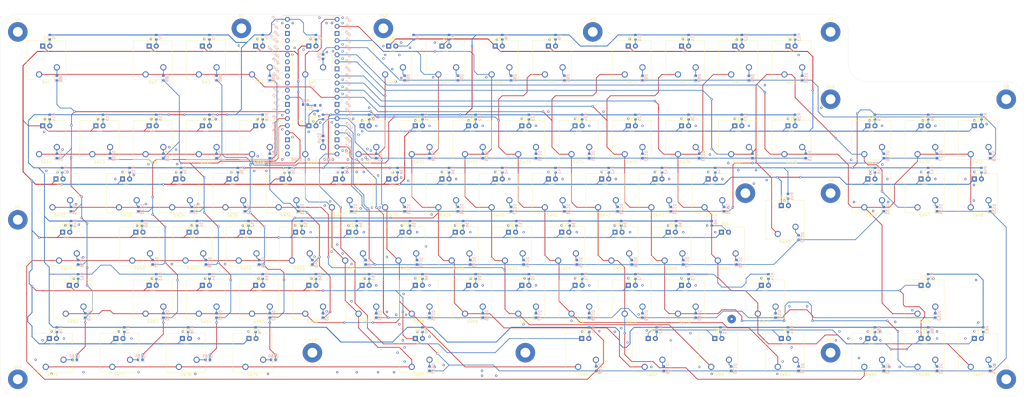
<source format=kicad_pcb>
(kicad_pcb (version 20171130) (host pcbnew "(5.1.10)-1")
  (layers (0 F.Cu signal) (31 B.Cu signal) (34 B.Paste user hide) (35 F.Paste user hide) (36 B.SilkS user hide) (37 F.SilkS user hide) (38 B.Mask user hide) (39 F.Mask user hide) (44 Edge.Cuts user))
  (net 0 "")
  (net 1 "Net-(D1-Pad2)")
  (net 2 GND)
  (net 3 Row0)
  (net 4 Row1)
  (net 5 Row2)
  (net 6 Row3)
  (net 7 Row4)
  (net 8 Row5)
  (net 9 PWM)
  (net 10 Col0)
  (net 11 Col1)
  (net 12 Col2)
  (net 13 Col3)
  (net 14 Col4)
  (net 15 Col5)
  (net 16 Col6)
  (net 17 Col7)
  (net 18 Col8)
  (net 19 Col9)
  (net 20 "Net-(D91-Pad2)")
  (net 21 "Net-(D92-Pad2)")
  (net 22 "Net-(D93-Pad2)")
  (net 23 "Net-(D94-Pad2)")
  (net 24 "Net-(D95-Pad2)")
  (net 25 "Net-(D96-Pad2)")
  (net 26 "Net-(D97-Pad2)")
  (net 27 Row6)
  (net 28 "Net-(D98-Pad2)")
  (net 29 Row7)
  (net 30 "Net-(D99-Pad2)")
  (net 31 Row8)
  (net 32 "Net-(D100-Pad2)")
  (net 33 "Net-(D101-Pad2)")
  (net 34 "Net-(D102-Pad2)")
  (net 35 "Net-(D103-Pad2)")
  (net 36 "Net-(D104-Pad2)")
  (net 37 "Net-(D105-Pad2)")
  (net 38 "Net-(D106-Pad2)")
  (net 39 "Net-(D107-Pad2)")
  (net 40 "Net-(D108-Pad2)")
  (net 41 "Net-(D109-Pad2)")
  (net 42 "Net-(D110-Pad2)")
  (net 43 "Net-(D111-Pad2)")
  (net 44 "Net-(D112-Pad2)")
  (net 45 "Net-(D113-Pad2)")
  (net 46 "Net-(D114-Pad2)")
  (net 47 "Net-(D115-Pad2)")
  (net 48 "Net-(D116-Pad2)")
  (net 49 "Net-(D117-Pad2)")
  (net 50 "Net-(D118-Pad2)")
  (net 51 "Net-(D119-Pad2)")
  (net 52 "Net-(D120-Pad2)")
  (net 53 "Net-(D121-Pad2)")
  (net 54 "Net-(D122-Pad2)")
  (net 55 "Net-(D123-Pad2)")
  (net 56 "Net-(D124-Pad2)")
  (net 57 "Net-(D125-Pad2)")
  (net 58 "Net-(D126-Pad2)")
  (net 59 "Net-(D127-Pad2)")
  (net 60 "Net-(D128-Pad2)")
  (net 61 "Net-(D129-Pad2)")
  (net 62 "Net-(D130-Pad2)")
  (net 63 "Net-(D131-Pad2)")
  (net 64 "Net-(D132-Pad2)")
  (net 65 "Net-(D133-Pad2)")
  (net 66 "Net-(D134-Pad2)")
  (net 67 "Net-(D135-Pad2)")
  (net 68 "Net-(D136-Pad2)")
  (net 69 "Net-(D137-Pad2)")
  (net 70 "Net-(D138-Pad2)")
  (net 71 "Net-(D139-Pad2)")
  (net 72 "Net-(D140-Pad2)")
  (net 73 "Net-(D141-Pad2)")
  (net 74 "Net-(D142-Pad2)")
  (net 75 "Net-(D143-Pad2)")
  (net 76 "Net-(D144-Pad2)")
  (net 77 "Net-(D145-Pad2)")
  (net 78 "Net-(D146-Pad2)")
  (net 79 "Net-(D147-Pad2)")
  (net 80 "Net-(D148-Pad2)")
  (net 81 "Net-(D149-Pad2)")
  (net 82 "Net-(D150-Pad2)")
  (net 83 "Net-(D151-Pad2)")
  (net 84 "Net-(D152-Pad2)")
  (net 85 "Net-(D153-Pad2)")
  (net 86 "Net-(D154-Pad2)")
  (net 87 "Net-(D155-Pad2)")
  (net 88 "Net-(D156-Pad2)")
  (net 89 "Net-(D157-Pad2)")
  (net 90 "Net-(D158-Pad2)")
  (net 91 "Net-(D159-Pad2)")
  (net 92 "Net-(D160-Pad2)")
  (net 93 "Net-(D161-Pad2)")
  (net 94 "Net-(D162-Pad2)")
  (net 95 "Net-(D163-Pad2)")
  (net 96 "Net-(D164-Pad2)")
  (net 97 "Net-(D165-Pad2)")
  (net 98 "Net-(D166-Pad2)")
  (net 99 "Net-(D167-Pad2)")
  (net 100 "Net-(D168-Pad2)")
  (net 101 "Net-(D169-Pad2)")
  (net 102 "Net-(D170-Pad2)")
  (net 103 "Net-(D171-Pad2)")
  (net 104 "Net-(D172-Pad2)")
  (net 105 "Net-(D173-Pad2)")
  (net 106 "Net-(D174-Pad2)")
  (net 107 "Net-(D16-Pad2)")
  (net 108 "Net-(D31-Pad2)")
  (net 109 "Net-(D46-Pad2)")
  (net 110 "Net-(D60-Pad2)")
  (net 111 "Net-(D74-Pad2)")
  (net 112 "Net-(D88-Pad2)")
  (net 113 "Net-(D89-Pad2)")
  (net 114 "Net-(D90-Pad2)")
  (net 115 Row9)
  (net 116 "Net-(D105-Pad1)")
  (net 117 "Net-(D1-Pad1)")
  (net 118 "Net-(D2-Pad2)")
  (net 119 "Net-(D3-Pad2)")
  (net 120 "Net-(D4-Pad2)")
  (net 121 "Net-(D5-Pad2)")
  (net 122 "Net-(D6-Pad2)")
  (net 123 "Net-(D7-Pad2)")
  (net 124 "Net-(D8-Pad2)")
  (net 125 "Net-(D9-Pad2)")
  (net 126 "Net-(D10-Pad2)")
  (net 127 "Net-(D11-Pad2)")
  (net 128 "Net-(D12-Pad2)")
  (net 129 "Net-(D13-Pad2)")
  (net 130 "Net-(D14-Pad2)")
  (net 131 "Net-(D15-Pad2)")
  (net 132 "Net-(D17-Pad2)")
  (net 133 "Net-(D18-Pad2)")
  (net 134 "Net-(D19-Pad2)")
  (net 135 "Net-(D20-Pad2)")
  (net 136 "Net-(D21-Pad2)")
  (net 137 "Net-(D22-Pad2)")
  (net 138 "Net-(D23-Pad2)")
  (net 139 "Net-(D24-Pad2)")
  (net 140 "Net-(D25-Pad2)")
  (net 141 "Net-(D26-Pad2)")
  (net 142 "Net-(D27-Pad2)")
  (net 143 "Net-(D28-Pad2)")
  (net 144 "Net-(D29-Pad2)")
  (net 145 "Net-(D30-Pad2)")
  (net 146 "Net-(D32-Pad2)")
  (net 147 "Net-(D33-Pad2)")
  (net 148 "Net-(D34-Pad2)")
  (net 149 "Net-(D35-Pad2)")
  (net 150 "Net-(D36-Pad2)")
  (net 151 "Net-(D37-Pad2)")
  (net 152 "Net-(D38-Pad2)")
  (net 153 "Net-(D39-Pad2)")
  (net 154 "Net-(D40-Pad2)")
  (net 155 "Net-(D41-Pad2)")
  (net 156 "Net-(D42-Pad2)")
  (net 157 "Net-(D43-Pad2)")
  (net 158 "Net-(D44-Pad2)")
  (net 159 "Net-(D45-Pad2)")
  (net 160 "Net-(D47-Pad2)")
  (net 161 "Net-(D48-Pad2)")
  (net 162 "Net-(D49-Pad2)")
  (net 163 "Net-(D50-Pad2)")
  (net 164 "Net-(D51-Pad2)")
  (net 165 "Net-(D52-Pad2)")
  (net 166 "Net-(D53-Pad2)")
  (net 167 "Net-(D54-Pad2)")
  (net 168 "Net-(D55-Pad2)")
  (net 169 "Net-(D56-Pad2)")
  (net 170 "Net-(D57-Pad2)")
  (net 171 "Net-(D58-Pad2)")
  (net 172 "Net-(D59-Pad2)")
  (net 173 "Net-(D61-Pad2)")
  (net 174 "Net-(D62-Pad2)")
  (net 175 "Net-(D63-Pad2)")
  (net 176 "Net-(D64-Pad2)")
  (net 177 "Net-(D65-Pad2)")
  (net 178 "Net-(D66-Pad2)")
  (net 179 "Net-(D67-Pad2)")
  (net 180 "Net-(D68-Pad2)")
  (net 181 "Net-(D69-Pad2)")
  (net 182 "Net-(D70-Pad2)")
  (net 183 "Net-(D71-Pad2)")
  (net 184 "Net-(D72-Pad2)")
  (net 185 "Net-(D73-Pad2)")
  (net 186 "Net-(D75-Pad2)")
  (net 187 "Net-(D76-Pad2)")
  (net 188 "Net-(D77-Pad2)")
  (net 189 "Net-(D78-Pad2)")
  (net 190 "Net-(D79-Pad2)")
  (net 191 "Net-(D80-Pad2)")
  (net 192 "Net-(D81-Pad2)")
  (net 193 "Net-(D82-Pad2)")
  (net 194 "Net-(D83-Pad2)")
  (net 195 "Net-(D84-Pad2)")
  (net 196 "Net-(D85-Pad2)")
  (net 197 "Net-(D86-Pad2)")
  (net 198 "Net-(D87-Pad2)")
  (net 199 VBUS)
  (net 200 "Net-(Q1-Pad1)")
  (module Button_Switch_Keyboard:SW_Cherry_MX_1.75u_PCB (layer F.Cu) (at 307.975 161.925)
    (fp_text reference SW74 (at 0 7.874 180) (layer F.SilkS))
    (fp_text value CherryMX)
    (pad 1 thru_hole circle (at -2.54 5.08 180) (size 2.2 2.2) (drill 1.5) (layers *.Cu *.Mask) (net 17 Col7))
    (pad 2 thru_hole circle (at 3.81 2.54 180) (size 2.2 2.2) (drill 1.5) (layers *.Cu *.Mask) (net 93 "Net-(D161-Pad2)"))
    (pad "" np_thru_hole circle (at 0 0) (size 4 4) (drill 4) (layers *.Cu *.Mask))
    (pad "" np_thru_hole circle (at 11.9 -8.24) (size 4 4) (drill 4) (layers *.Cu *.Mask))
    (pad "" np_thru_hole circle (at -11.9 -8.24) (size 4 4) (drill 4) (layers *.Cu *.Mask))
    (pad "" np_thru_hole circle (at 11.9 7) (size 3.05 3.05) (drill 3.05) (layers *.Cu *.Mask))
    (pad "" np_thru_hole circle (at -11.9 7) (size 3.05 3.05) (drill 0.762) (layers *.Cu *.Mask))
  )
  (module Button_Switch_Keyboard:SW_Cherry_MX_1.75u_PCB (layer F.Cu) (at 60.325 161.925)
    (fp_text reference SW62 (at 0 7.874 180) (layer F.SilkS))
    (fp_text value CherryMX)
    (pad 1 thru_hole circle (at -2.54 5.08 180) (size 2.2 2.2) (drill 1.5) (layers *.Cu *.Mask) (net 11 Col1))
    (pad 2 thru_hole circle (at 3.81 2.54 180) (size 2.2 2.2) (drill 1.5) (layers *.Cu *.Mask) (net 81 "Net-(D149-Pad2)"))
    (pad "" np_thru_hole circle (at 0 0) (size 4 4) (drill 4) (layers *.Cu *.Mask))
    (pad "" np_thru_hole circle (at 11.9 -8.24) (size 4 4) (drill 4) (layers *.Cu *.Mask))
    (pad "" np_thru_hole circle (at 11.9 7) (size 3.05 3.05) (drill 3.05) (layers *.Cu *.Mask))
    (pad "" np_thru_hole circle (at -11.9 7) (size 3.05 3.05) (drill 3.05) (layers *.Cu *.Mask))
    (pad "" np_thru_hole circle (at -11.9 -8.24) (size 4 4) (drill 4) (layers *.Cu *.Mask))
  )
  (module Button_Switch_Keyboard:SW_Cherry_MX_1.00u_PCB (layer F.Cu) (at 155.575 123.825)
    (fp_text reference SW37 (at 0 7.874 180) (layer F.SilkS))
    (fp_text value CherryMX)
    (pad 1 thru_hole circle (at -2.54 5.08 180) (size 2.2 2.2) (drill 1.5) (layers *.Cu *.Mask) (net 10 Col0))
    (pad 2 thru_hole circle (at 3.81 2.54 180) (size 2.2 2.2) (drill 1.5) (layers *.Cu *.Mask) (net 56 "Net-(D124-Pad2)"))
    (pad "" np_thru_hole circle (at 0 0 180) (size 4 4) (drill 4) (layers *.Cu *.Mask))
  )
  (module Button_Switch_Keyboard:SW_Cherry_MX_1.00u_PCB (layer F.Cu) (at 174.625 123.825)
    (fp_text reference SW38 (at 0 7.874 180) (layer F.SilkS))
    (fp_text value CherryMX)
    (pad 1 thru_hole circle (at -2.54 5.08 180) (size 2.2 2.2) (drill 1.5) (layers *.Cu *.Mask) (net 11 Col1))
    (pad 2 thru_hole circle (at 3.81 2.54 180) (size 2.2 2.2) (drill 1.5) (layers *.Cu *.Mask) (net 57 "Net-(D125-Pad2)"))
    (pad "" np_thru_hole circle (at 0 0 180) (size 4 4) (drill 4) (layers *.Cu *.Mask))
  )
  (module Button_Switch_Keyboard:SW_Cherry_MX_1.00u_PCB (layer F.Cu) (at 212.725 123.825)
    (fp_text reference SW40 (at 0 7.874 180) (layer F.SilkS))
    (fp_text value CherryMX)
    (pad 1 thru_hole circle (at -2.54 5.08 180) (size 2.2 2.2) (drill 1.5) (layers *.Cu *.Mask) (net 13 Col3))
    (pad 2 thru_hole circle (at 3.81 2.54 180) (size 2.2 2.2) (drill 1.5) (layers *.Cu *.Mask) (net 59 "Net-(D127-Pad2)"))
    (pad "" np_thru_hole circle (at 0 0 180) (size 4 4) (drill 4) (layers *.Cu *.Mask))
  )
  (module Button_Switch_Keyboard:SW_Cherry_MX_1.25u_PCB (layer F.Cu) (at 55.563 123.825)
    (fp_text reference SW32 (at 0 7.874 180) (layer F.SilkS))
    (fp_text value CherryMX)
    (pad 1 thru_hole circle (at -2.54 5.08 180) (size 2.2 2.2) (drill 1.5) (layers *.Cu *.Mask) (net 13 Col3))
    (pad 2 thru_hole circle (at 3.81 2.54 180) (size 2.2 2.2) (drill 1.5) (layers *.Cu *.Mask) (net 51 "Net-(D119-Pad2)"))
    (pad "" np_thru_hole circle (at 0 0 180) (size 4 4) (drill 4) (layers *.Cu *.Mask))
  )
  (module Button_Switch_Keyboard:SW_Cherry_MX_1.25u_PCB (layer F.Cu) (at 267.4935 180.975)
    (fp_text reference SW82 (at 0 7.874 180) (layer F.SilkS))
    (fp_text value CherryMX)
    (pad 1 thru_hole circle (at -2.54 5.08 180) (size 2.2 2.2) (drill 1.5) (layers *.Cu *.Mask) (net 12 Col2))
    (pad 2 thru_hole circle (at 3.81 2.54 180) (size 2.2 2.2) (drill 1.5) (layers *.Cu *.Mask) (net 101 "Net-(D169-Pad2)"))
    (pad "" np_thru_hole circle (at 0 0 180) (size 4 4) (drill 4) (layers *.Cu *.Mask))
  )
  (module Button_Switch_Keyboard:SW_Cherry_MX_1.00u_PCB (layer F.Cu) (at 279.4 161.925)
    (fp_text reference SW73 (at 0 7.874 180) (layer F.SilkS))
    (fp_text value CherryMX)
    (pad 1 thru_hole circle (at -2.54 5.08 180) (size 2.2 2.2) (drill 1.5) (layers *.Cu *.Mask) (net 16 Col6))
    (pad 2 thru_hole circle (at 3.81 2.54 180) (size 2.2 2.2) (drill 1.5) (layers *.Cu *.Mask) (net 92 "Net-(D160-Pad2)"))
    (pad "" np_thru_hole circle (at 0 0 180) (size 4 4) (drill 4) (layers *.Cu *.Mask))
  )
  (module Button_Switch_Keyboard:SW_Cherry_MX_1.00u_PCB (layer F.Cu) (at 260.35 161.925)
    (fp_text reference SW72 (at 0 7.874 180) (layer F.SilkS))
    (fp_text value CherryMX)
    (pad 1 thru_hole circle (at -2.54 5.08 180) (size 2.2 2.2) (drill 1.5) (layers *.Cu *.Mask) (net 15 Col5))
    (pad 2 thru_hole circle (at 3.81 2.54 180) (size 2.2 2.2) (drill 1.5) (layers *.Cu *.Mask) (net 91 "Net-(D159-Pad2)"))
    (pad "" np_thru_hole circle (at 0 0 180) (size 4 4) (drill 4) (layers *.Cu *.Mask))
  )
  (module Button_Switch_Keyboard:SW_Cherry_MX_1.00u_PCB (layer F.Cu) (at 222.25 104.775)
    (fp_text reference SW23 (at 0 7.874 180) (layer F.SilkS))
    (fp_text value CherryMX)
    (pad 1 thru_hole circle (at -2.54 5.08 180) (size 2.2 2.2) (drill 1.5) (layers *.Cu *.Mask) (net 14 Col4))
    (pad 2 thru_hole circle (at 3.81 2.54 180) (size 2.2 2.2) (drill 1.5) (layers *.Cu *.Mask) (net 42 "Net-(D110-Pad2)"))
    (pad "" np_thru_hole circle (at 0 0 180) (size 4 4) (drill 4) (layers *.Cu *.Mask))
  )
  (module Button_Switch_Keyboard:SW_Cherry_MX_1.00u_PCB (layer F.Cu) (at 160.3375 142.875)
    (fp_text reference SW54 (at 0 7.874 180) (layer F.SilkS))
    (fp_text value CherryMX)
    (pad 1 thru_hole circle (at -2.54 5.08 180) (size 2.2 2.2) (drill 1.5) (layers *.Cu *.Mask) (net 10 Col0))
    (pad 2 thru_hole circle (at 3.81 2.54 180) (size 2.2 2.2) (drill 1.5) (layers *.Cu *.Mask) (net 73 "Net-(D141-Pad2)"))
    (pad "" np_thru_hole circle (at 0 0 180) (size 4 4) (drill 4) (layers *.Cu *.Mask))
  )
  (module Button_Switch_Keyboard:SW_Cherry_MX_1.00u_PCB (layer F.Cu) (at 165.1 104.775)
    (fp_text reference SW20 (at 0 7.874 180) (layer F.SilkS))
    (fp_text value CherryMX)
    (pad 1 thru_hole circle (at -2.54 5.08 180) (size 2.2 2.2) (drill 1.5) (layers *.Cu *.Mask) (net 11 Col1))
    (pad 2 thru_hole circle (at 3.81 2.54 180) (size 2.2 2.2) (drill 1.5) (layers *.Cu *.Mask) (net 39 "Net-(D107-Pad2)"))
    (pad "" np_thru_hole circle (at 0 0 180) (size 4 4) (drill 4) (layers *.Cu *.Mask))
  )
  (module Resistor_SMD:R_0603_1608Metric (layer B.Cu) (at 149.86 96.52 90)
    (fp_text reference R19 (at 0 1.43 90) (layer B.SilkS) (effects (justify mirror)))
    (fp_text value 630)
    (pad 2 smd roundrect (at 0.825 0 90) (size 0.8 0.95) (layers B.Cu B.Paste B.Mask) (net 199 VBUS))
    (pad 1 smd roundrect (at -0.825 0 90) (size 0.8 0.95) (layers B.Cu B.Paste B.Mask) (net 134 "Net-(D19-Pad2)"))
  )
  (module Button_Switch_Keyboard:SW_Cherry_MX_1.25u_PCB (layer F.Cu) (at 53.181 180.975)
    (fp_text reference SW76 (at 0 7.874 180) (layer F.SilkS))
    (fp_text value CherryMX)
    (pad 1 thru_hole circle (at -2.54 5.08 180) (size 2.2 2.2) (drill 1.5) (layers *.Cu *.Mask) (net 10 Col0))
    (pad 2 thru_hole circle (at 3.81 2.54 180) (size 2.2 2.2) (drill 1.5) (layers *.Cu *.Mask) (net 95 "Net-(D163-Pad2)"))
    (pad "" np_thru_hole circle (at 0 0 180) (size 4 4) (drill 4) (layers *.Cu *.Mask))
  )
  (module Button_Switch_Keyboard:SW_Cherry_MX_1.00u_PCB (layer F.Cu) (at 103.1875 142.875)
    (fp_text reference SW51 (at 0 7.874 180) (layer F.SilkS))
    (fp_text value CherryMX)
    (pad 1 thru_hole circle (at -2.54 5.08 180) (size 2.2 2.2) (drill 1.5) (layers *.Cu *.Mask) (net 12 Col2))
    (pad 2 thru_hole circle (at 3.81 2.54 180) (size 2.2 2.2) (drill 1.5) (layers *.Cu *.Mask) (net 70 "Net-(D138-Pad2)"))
    (pad "" np_thru_hole circle (at 0 0 180) (size 4 4) (drill 4) (layers *.Cu *.Mask))
  )
  (module Button_Switch_Keyboard:SW_Cherry_MX_1.00u_PCB (layer F.Cu) (at 122.2375 142.875)
    (fp_text reference SW52 (at 0 7.874 180) (layer F.SilkS))
    (fp_text value CherryMX)
    (pad 1 thru_hole circle (at -2.54 5.08 180) (size 2.2 2.2) (drill 1.5) (layers *.Cu *.Mask) (net 12 Col2))
    (pad 2 thru_hole circle (at 3.81 2.54 180) (size 2.2 2.2) (drill 1.5) (layers *.Cu *.Mask) (net 71 "Net-(D139-Pad2)"))
    (pad "" np_thru_hole circle (at 0 0 180) (size 4 4) (drill 4) (layers *.Cu *.Mask))
  )
  (module Button_Switch_Keyboard:SW_Cherry_MX_1.00u_PCB (layer F.Cu) (at 146.05 104.775)
    (fp_text reference SW19 (at 0 7.874 180) (layer F.SilkS))
    (fp_text value CherryMX)
    (pad 1 thru_hole circle (at -2.54 5.08 180) (size 2.2 2.2) (drill 1.5) (layers *.Cu *.Mask) (net 10 Col0))
    (pad 2 thru_hole circle (at 3.81 2.54 180) (size 2.2 2.2) (drill 1.5) (layers *.Cu *.Mask) (net 38 "Net-(D106-Pad2)"))
    (pad "" np_thru_hole circle (at 0 0 180) (size 4 4) (drill 4) (layers *.Cu *.Mask))
  )
  (module Button_Switch_Keyboard:SW_Cherry_MX_1.00u_PCB (layer F.Cu) (at 127 104.775)
    (fp_text reference SW18 (at 0 7.874 180) (layer F.SilkS))
    (fp_text value CherryMX)
    (pad 1 thru_hole circle (at -2.54 5.08 180) (size 2.2 2.2) (drill 1.5) (layers *.Cu *.Mask) (net 14 Col4))
    (pad 2 thru_hole circle (at 3.81 2.54 180) (size 2.2 2.2) (drill 1.5) (layers *.Cu *.Mask) (net 37 "Net-(D105-Pad2)"))
    (pad "" np_thru_hole circle (at 0 0 180) (size 4 4) (drill 4) (layers *.Cu *.Mask))
  )
  (module Button_Switch_Keyboard:SW_Cherry_MX_1.00u_PCB (layer F.Cu) (at 127 76.2)
    (fp_text reference SW4 (at 0 7.874 180) (layer F.SilkS))
    (fp_text value CherryMX)
    (pad 1 thru_hole circle (at -2.54 5.08 180) (size 2.2 2.2) (drill 1.5) (layers *.Cu *.Mask) (net 15 Col5))
    (pad 2 thru_hole circle (at 3.81 2.54 180) (size 2.2 2.2) (drill 1.5) (layers *.Cu *.Mask) (net 20 "Net-(D91-Pad2)"))
    (pad "" np_thru_hole circle (at 0 0 180) (size 4 4) (drill 4) (layers *.Cu *.Mask))
  )
  (module Button_Switch_Keyboard:SW_Cherry_MX_1.00u_PCB (layer F.Cu) (at 255.5875 142.875)
    (fp_text reference SW59 (at 0 7.874 180) (layer F.SilkS))
    (fp_text value CherryMX)
    (pad 1 thru_hole circle (at -2.54 5.08 180) (size 2.2 2.2) (drill 1.5) (layers *.Cu *.Mask) (net 15 Col5))
    (pad 2 thru_hole circle (at 3.81 2.54 180) (size 2.2 2.2) (drill 1.5) (layers *.Cu *.Mask) (net 78 "Net-(D146-Pad2)"))
    (pad "" np_thru_hole circle (at 0 0 180) (size 4 4) (drill 4) (layers *.Cu *.Mask))
  )
  (module Resistor_SMD:R_0603_1608Metric (layer B.Cu) (at 309.245 153.67 90)
    (fp_text reference R74 (at 0 1.43 90) (layer B.SilkS) (effects (justify mirror)))
    (fp_text value 630)
    (pad 2 smd roundrect (at 0.825 0 90) (size 0.8 0.95) (layers B.Cu B.Paste B.Mask) (net 199 VBUS))
    (pad 1 smd roundrect (at -0.825 0 90) (size 0.8 0.95) (layers B.Cu B.Paste B.Mask) (net 111 "Net-(D74-Pad2)"))
  )
  (module Button_Switch_Keyboard:SW_Cherry_MX_1.25u_PCB (layer F.Cu) (at 100.806 180.975)
    (fp_text reference SW78 (at 0 7.874 180) (layer F.SilkS))
    (fp_text value CherryMX)
    (pad 1 thru_hole circle (at -2.54 5.08 180) (size 2.2 2.2) (drill 1.5) (layers *.Cu *.Mask) (net 10 Col0))
    (pad 2 thru_hole circle (at 3.81 2.54 180) (size 2.2 2.2) (drill 1.5) (layers *.Cu *.Mask) (net 97 "Net-(D165-Pad2)"))
    (pad "" np_thru_hole circle (at 0 0 180) (size 4 4) (drill 4) (layers *.Cu *.Mask))
  )
  (module Button_Switch_Keyboard:SW_Cherry_MX_1.00u_PCB (layer F.Cu) (at 193.675 123.825)
    (fp_text reference SW39 (at 0 7.874 180) (layer F.SilkS))
    (fp_text value CherryMX)
    (pad 1 thru_hole circle (at -2.54 5.08 180) (size 2.2 2.2) (drill 1.5) (layers *.Cu *.Mask) (net 12 Col2))
    (pad 2 thru_hole circle (at 3.81 2.54 180) (size 2.2 2.2) (drill 1.5) (layers *.Cu *.Mask) (net 58 "Net-(D126-Pad2)"))
    (pad "" np_thru_hole circle (at 0 0 180) (size 4 4) (drill 4) (layers *.Cu *.Mask))
  )
  (module Button_Switch_Keyboard:SW_Cherry_MX_1.00u_PCB (layer F.Cu) (at 88.9 76.2)
    (fp_text reference SW2 (at 0 7.874 180) (layer F.SilkS))
    (fp_text value CherryMX)
    (pad 1 thru_hole circle (at -2.54 5.08 180) (size 2.2 2.2) (drill 1.5) (layers *.Cu *.Mask) (net 15 Col5))
    (pad 2 thru_hole circle (at 3.81 2.54 180) (size 2.2 2.2) (drill 1.5) (layers *.Cu *.Mask) (net 113 "Net-(D89-Pad2)"))
    (pad "" np_thru_hole circle (at 0 0 180) (size 4 4) (drill 4) (layers *.Cu *.Mask))
  )
  (module Button_Switch_Keyboard:SW_Cherry_MX_1.00u_PCB (layer F.Cu) (at 346.075 123.825)
    (fp_text reference SW46 (at 0 7.874 180) (layer F.SilkS))
    (fp_text value CherryMX)
    (pad 1 thru_hole circle (at -2.54 5.08 180) (size 2.2 2.2) (drill 1.5) (layers *.Cu *.Mask) (net 19 Col9))
    (pad 2 thru_hole circle (at 3.81 2.54 180) (size 2.2 2.2) (drill 1.5) (layers *.Cu *.Mask) (net 65 "Net-(D133-Pad2)"))
    (pad "" np_thru_hole circle (at 0 0 180) (size 4 4) (drill 4) (layers *.Cu *.Mask))
  )
  (module Button_Switch_Keyboard:SW_Cherry_MX_1.00u_PCB (layer F.Cu) (at 79.375 123.825)
    (fp_text reference SW33 (at 0 7.874 180) (layer F.SilkS))
    (fp_text value CherryMX)
    (pad 1 thru_hole circle (at -2.54 5.08 180) (size 2.2 2.2) (drill 1.5) (layers *.Cu *.Mask) (net 13 Col3))
    (pad 2 thru_hole circle (at 3.81 2.54 180) (size 2.2 2.2) (drill 1.5) (layers *.Cu *.Mask) (net 52 "Net-(D120-Pad2)"))
    (pad "" np_thru_hole circle (at 0 0 180) (size 4 4) (drill 4) (layers *.Cu *.Mask))
  )
  (module Button_Switch_Keyboard:SW_Cherry_MX_1.00u_PCB (layer F.Cu) (at 107.95 104.775)
    (fp_text reference SW17 (at 0 7.874 180) (layer F.SilkS))
    (fp_text value CherryMX)
    (pad 1 thru_hole circle (at -2.54 5.08 180) (size 2.2 2.2) (drill 1.5) (layers *.Cu *.Mask) (net 14 Col4))
    (pad 2 thru_hole circle (at 3.81 2.54 180) (size 2.2 2.2) (drill 1.5) (layers *.Cu *.Mask) (net 36 "Net-(D104-Pad2)"))
    (pad "" np_thru_hole circle (at 0 0 180) (size 4 4) (drill 4) (layers *.Cu *.Mask))
  )
  (module Button_Switch_Keyboard:SW_Cherry_MX_1.00u_PCB (layer F.Cu) (at 279.4 104.775)
    (fp_text reference SW26 (at 0 7.874 180) (layer F.SilkS))
    (fp_text value CherryMX)
    (pad 1 thru_hole circle (at -2.54 5.08 180) (size 2.2 2.2) (drill 1.5) (layers *.Cu *.Mask) (net 17 Col7))
    (pad 2 thru_hole circle (at 3.81 2.54 180) (size 2.2 2.2) (drill 1.5) (layers *.Cu *.Mask) (net 45 "Net-(D113-Pad2)"))
    (pad "" np_thru_hole circle (at 0 0 180) (size 4 4) (drill 4) (layers *.Cu *.Mask))
  )
  (module Button_Switch_Keyboard:SW_Cherry_MX_1.00u_PCB (layer F.Cu) (at 384.175 104.775)
    (fp_text reference SW31 (at 0 7.874 180) (layer F.SilkS))
    (fp_text value CherryMX)
    (pad 1 thru_hole circle (at -2.54 5.08 180) (size 2.2 2.2) (drill 1.5) (layers *.Cu *.Mask) (net 19 Col9))
    (pad 2 thru_hole circle (at 3.81 2.54 180) (size 2.2 2.2) (drill 1.5) (layers *.Cu *.Mask) (net 50 "Net-(D118-Pad2)"))
    (pad "" np_thru_hole circle (at 0 0 180) (size 4 4) (drill 4) (layers *.Cu *.Mask))
  )
  (module Button_Switch_Keyboard:SW_Cherry_MX_1.00u_PCB (layer F.Cu) (at 212.725 76.2)
    (fp_text reference SW8 (at 0 7.874 180) (layer F.SilkS))
    (fp_text value CherryMX)
    (pad 1 thru_hole circle (at -2.54 5.08 180) (size 2.2 2.2) (drill 1.5) (layers *.Cu *.Mask) (net 13 Col3))
    (pad 2 thru_hole circle (at 3.81 2.54 180) (size 2.2 2.2) (drill 1.5) (layers *.Cu *.Mask) (net 24 "Net-(D95-Pad2)"))
    (pad "" np_thru_hole circle (at 0 0 180) (size 4 4) (drill 4) (layers *.Cu *.Mask))
  )
  (module RPi_Pico:RPi_Pico_SMD_TH (layer B.Cu) (at 145.9865 85.6615 180)
    (fp_text reference U1 (at 0 0 180) (layer B.SilkS) (effects (justify mirror)))
    (fp_text value Pico)
    (fp_text user SWDIO (at 5.6 -26.2 180) (layer B.SilkS) (effects (font (size 0.8 0.8)) (justify mirror)))
    (fp_text user SWCLK (at -5.7 -26.2 180) (layer B.SilkS) (effects (font (size 0.8 0.8)) (justify mirror)))
    (fp_text user AGND (at 13.054 6.35 135) (layer B.SilkS) (effects (font (size 0.8 0.8)) (justify mirror)))
    (fp_text user GND (at 12.8 19.05 135) (layer B.SilkS) (effects (font (size 0.8 0.8)) (justify mirror)))
    (fp_text user GND (at 12.8 -6.35 135) (layer B.SilkS) (effects (font (size 0.8 0.8)) (justify mirror)))
    (fp_text user GND (at 12.8 -19.05 135) (layer B.SilkS) (effects (font (size 0.8 0.8)) (justify mirror)))
    (fp_text user GND (at -12.8 -19.05 135) (layer B.SilkS) (effects (font (size 0.8 0.8)) (justify mirror)))
    (fp_text user GND (at -12.8 -6.35 135) (layer B.SilkS) (effects (font (size 0.8 0.8)) (justify mirror)))
    (fp_text user GND (at -12.8 6.35 135) (layer B.SilkS) (effects (font (size 0.8 0.8)) (justify mirror)))
    (fp_text user GND (at -12.8 19.05 135) (layer B.SilkS) (effects (font (size 0.8 0.8)) (justify mirror)))
    (fp_text user VBUS (at 13.3 24.2 135) (layer B.SilkS) (effects (font (size 0.8 0.8)) (justify mirror)))
    (fp_text user VSYS (at 13.2 21.59 135) (layer B.SilkS) (effects (font (size 0.8 0.8)) (justify mirror)))
    (fp_text user 3V3_EN (at 13.7 17.2 135) (layer B.SilkS) (effects (font (size 0.8 0.8)) (justify mirror)))
    (fp_text user 3V3 (at 12.9 13.9 135) (layer B.SilkS) (effects (font (size 0.8 0.8)) (justify mirror)))
    (fp_text user ADC_VREF (at 14 12.5 135) (layer B.SilkS) (effects (font (size 0.8 0.8)) (justify mirror)))
    (fp_text user GP28 (at 13.054 9.144 135) (layer B.SilkS) (effects (font (size 0.8 0.8)) (justify mirror)))
    (fp_text user GP27 (at 13.054 3.8 135) (layer B.SilkS) (effects (font (size 0.8 0.8)) (justify mirror)))
    (fp_text user GP26 (at 13.054 1.27 135) (layer B.SilkS) (effects (font (size 0.8 0.8)) (justify mirror)))
    (fp_text user RUN (at 13 -1.27 135) (layer B.SilkS) (effects (font (size 0.8 0.8)) (justify mirror)))
    (fp_text user GP22 (at 13.054 -3.81 135) (layer B.SilkS) (effects (font (size 0.8 0.8)) (justify mirror)))
    (fp_text user GP21 (at 13.054 -8.9 135) (layer B.SilkS) (effects (font (size 0.8 0.8)) (justify mirror)))
    (fp_text user GP20 (at 13.054 -11.43 135) (layer B.SilkS) (effects (font (size 0.8 0.8)) (justify mirror)))
    (fp_text user GP19 (at 13.054 -13.97 135) (layer B.SilkS) (effects (font (size 0.8 0.8)) (justify mirror)))
    (fp_text user GP18 (at 13.054 -16.51 135) (layer B.SilkS) (effects (font (size 0.8 0.8)) (justify mirror)))
    (fp_text user GP17 (at 13.054 -21.59 135) (layer B.SilkS) (effects (font (size 0.8 0.8)) (justify mirror)))
    (fp_text user GP16 (at 13.054 -24.13 135) (layer B.SilkS) (effects (font (size 0.8 0.8)) (justify mirror)))
    (fp_text user GP15 (at -13.054 -24.13 135) (layer B.SilkS) (effects (font (size 0.8 0.8)) (justify mirror)))
    (fp_text user GP14 (at -13.1 -21.59 135) (layer B.SilkS) (effects (font (size 0.8 0.8)) (justify mirror)))
    (fp_text user GP13 (at -13.054 -16.51 135) (layer B.SilkS) (effects (font (size 0.8 0.8)) (justify mirror)))
    (fp_text user GP12 (at -13.2 -13.97 135) (layer B.SilkS) (effects (font (size 0.8 0.8)) (justify mirror)))
    (fp_text user GP11 (at -13.2 -11.43 135) (layer B.SilkS) (effects (font (size 0.8 0.8)) (justify mirror)))
    (fp_text user GP10 (at -13.054 -8.89 135) (layer B.SilkS) (effects (font (size 0.8 0.8)) (justify mirror)))
    (fp_text user GP9 (at -12.8 -3.81 135) (layer B.SilkS) (effects (font (size 0.8 0.8)) (justify mirror)))
    (fp_text user GP8 (at -12.8 -1.27 135) (layer B.SilkS) (effects (font (size 0.8 0.8)) (justify mirror)))
    (fp_text user GP7 (at -12.7 1.3 135) (layer B.SilkS) (effects (font (size 0.8 0.8)) (justify mirror)))
    (fp_text user GP6 (at -12.8 3.81 135) (layer B.SilkS) (effects (font (size 0.8 0.8)) (justify mirror)))
    (fp_text user GP5 (at -12.8 8.89 135) (layer B.SilkS) (effects (font (size 0.8 0.8)) (justify mirror)))
    (fp_text user GP4 (at -12.8 11.43 135) (layer B.SilkS) (effects (font (size 0.8 0.8)) (justify mirror)))
    (fp_text user GP3 (at -12.8 13.97 135) (layer B.SilkS) (effects (font (size 0.8 0.8)) (justify mirror)))
    (fp_text user GP0 (at -12.8 24.13 135) (layer B.SilkS) (effects (font (size 0.8 0.8)) (justify mirror)))
    (fp_text user GP2 (at -12.9 16.51 135) (layer B.SilkS) (effects (font (size 0.8 0.8)) (justify mirror)))
    (fp_text user GP1 (at -12.9 21.6 135) (layer B.SilkS) (effects (font (size 0.8 0.8)) (justify mirror)))
    (pad 40 thru_hole oval (at 8.89 24.13 180) (size 1.7 1.7) (drill 1.02) (layers *.Cu *.Mask) (net 199 VBUS))
    (pad 39 thru_hole oval (at 8.89 21.59 180) (size 1.7 1.7) (drill 1.02) (layers *.Cu *.Mask))
    (pad 38 thru_hole rect (at 8.89 19.05 180) (size 1.7 1.7) (drill 1.02) (layers *.Cu *.Mask) (net 2 GND))
    (pad 37 thru_hole oval (at 8.89 16.51 180) (size 1.7 1.7) (drill 1.02) (layers *.Cu *.Mask))
    (pad 36 thru_hole oval (at 8.89 13.97 180) (size 1.7 1.7) (drill 1.02) (layers *.Cu *.Mask))
    (pad 35 thru_hole oval (at 8.89 11.43 180) (size 1.7 1.7) (drill 1.02) (layers *.Cu *.Mask))
    (pad 34 thru_hole oval (at 8.89 8.89 180) (size 1.7 1.7) (drill 1.02) (layers *.Cu *.Mask))
    (pad 33 thru_hole rect (at 8.89 6.35 180) (size 1.7 1.7) (drill 1.02) (layers *.Cu *.Mask) (net 2 GND))
    (pad 32 thru_hole oval (at 8.89 3.81 180) (size 1.7 1.7) (drill 1.02) (layers *.Cu *.Mask))
    (pad 31 thru_hole oval (at 8.89 1.27 180) (size 1.7 1.7) (drill 1.02) (layers *.Cu *.Mask))
    (pad 30 thru_hole oval (at 8.89 -1.27 180) (size 1.7 1.7) (drill 1.02) (layers *.Cu *.Mask))
    (pad 29 thru_hole oval (at 8.89 -3.81 180) (size 1.7 1.7) (drill 1.02) (layers *.Cu *.Mask) (net 9 PWM))
    (pad 28 thru_hole rect (at 8.89 -6.35 180) (size 1.7 1.7) (drill 1.02) (layers *.Cu *.Mask) (net 2 GND))
    (pad 27 thru_hole oval (at 8.89 -8.89 180) (size 1.7 1.7) (drill 1.02) (layers *.Cu *.Mask) (net 27 Row6))
    (pad 26 thru_hole oval (at 8.89 -11.43 180) (size 1.7 1.7) (drill 1.02) (layers *.Cu *.Mask) (net 29 Row7))
    (pad 25 thru_hole oval (at 8.89 -13.97 180) (size 1.7 1.7) (drill 1.02) (layers *.Cu *.Mask) (net 31 Row8))
    (pad 24 thru_hole oval (at 8.89 -16.51 180) (size 1.7 1.7) (drill 1.02) (layers *.Cu *.Mask) (net 115 Row9))
    (pad 23 thru_hole rect (at 8.89 -19.05 180) (size 1.7 1.7) (drill 1.02) (layers *.Cu *.Mask) (net 2 GND))
    (pad 22 thru_hole oval (at 8.89 -21.59 180) (size 1.7 1.7) (drill 1.02) (layers *.Cu *.Mask))
    (pad 21 thru_hole oval (at 8.89 -24.13 180) (size 1.7 1.7) (drill 1.02) (layers *.Cu *.Mask))
    (pad 20 thru_hole oval (at -8.89 -24.13 180) (size 1.7 1.7) (drill 1.02) (layers *.Cu *.Mask) (net 8 Row5))
    (pad 19 thru_hole oval (at -8.89 -21.59 180) (size 1.7 1.7) (drill 1.02) (layers *.Cu *.Mask) (net 7 Row4))
    (pad 18 thru_hole rect (at -8.89 -19.05 180) (size 1.7 1.7) (drill 1.02) (layers *.Cu *.Mask) (net 2 GND))
    (pad 17 thru_hole oval (at -8.89 -16.51 180) (size 1.7 1.7) (drill 1.02) (layers *.Cu *.Mask) (net 5 Row2))
    (pad 16 thru_hole oval (at -8.89 -13.97 180) (size 1.7 1.7) (drill 1.02) (layers *.Cu *.Mask) (net 6 Row3))
    (pad 15 thru_hole oval (at -8.89 -11.43 180) (size 1.7 1.7) (drill 1.02) (layers *.Cu *.Mask) (net 4 Row1))
    (pad 14 thru_hole oval (at -8.89 -8.89 180) (size 1.7 1.7) (drill 1.02) (layers *.Cu *.Mask) (net 14 Col4))
    (pad 13 thru_hole rect (at -8.89 -6.35 180) (size 1.7 1.7) (drill 1.02) (layers *.Cu *.Mask) (net 2 GND))
    (pad 12 thru_hole oval (at -8.89 -3.81 180) (size 1.7 1.7) (drill 1.02) (layers *.Cu *.Mask) (net 15 Col5))
    (pad 11 thru_hole oval (at -8.89 -1.27 180) (size 1.7 1.7) (drill 1.02) (layers *.Cu *.Mask) (net 16 Col6))
    (pad 10 thru_hole oval (at -8.89 1.27 180) (size 1.7 1.7) (drill 1.02) (layers *.Cu *.Mask) (net 17 Col7))
    (pad 9 thru_hole oval (at -8.89 3.81 180) (size 1.7 1.7) (drill 1.02) (layers *.Cu *.Mask) (net 11 Col1))
    (pad 8 thru_hole rect (at -8.89 6.35 180) (size 1.7 1.7) (drill 1.02) (layers *.Cu *.Mask) (net 2 GND))
    (pad 7 thru_hole oval (at -8.89 8.89 180) (size 1.7 1.7) (drill 1.02) (layers *.Cu *.Mask) (net 18 Col8))
    (pad 6 thru_hole oval (at -8.89 11.43 180) (size 1.7 1.7) (drill 1.02) (layers *.Cu *.Mask) (net 19 Col9))
    (pad 5 thru_hole oval (at -8.89 13.97 180) (size 1.7 1.7) (drill 1.02) (layers *.Cu *.Mask) (net 3 Row0))
    (pad 4 thru_hole oval (at -8.89 16.51 180) (size 1.7 1.7) (drill 1.02) (layers *.Cu *.Mask) (net 12 Col2))
    (pad 3 thru_hole rect (at -8.89 19.05 180) (size 1.7 1.7) (drill 1.02) (layers *.Cu *.Mask) (net 2 GND))
    (pad 2 thru_hole oval (at -8.89 21.59 180) (size 1.7 1.7) (drill 1.02) (layers *.Cu *.Mask) (net 13 Col3))
    (pad 1 thru_hole oval (at -8.89 24.13 180) (size 1.7 1.7) (drill 1.02) (layers *.Cu *.Mask) (net 10 Col0))
  )
  (module Package_TO_SOT_SMD:SOT-23 (layer B.Cu) (at 147.955 93.345 270)
    (fp_text reference Q1 (at 0 2.5 270) (layer B.SilkS) (effects (justify mirror)))
    (fp_text value 2N7002)
    (pad 3 smd rect (at 1 0 270) (size 0.9 0.8) (layers B.Cu B.Paste B.Mask) (net 117 "Net-(D1-Pad1)"))
    (pad 2 smd rect (at -1 -0.95 270) (size 0.9 0.8) (layers B.Cu B.Paste B.Mask) (net 2 GND))
    (pad 1 smd rect (at -1 0.95 270) (size 0.9 0.8) (layers B.Cu B.Paste B.Mask) (net 200 "Net-(Q1-Pad1)"))
  )
  (module Resistor_SMD:R_0603_1608Metric (layer B.Cu) (at 143.51 92.075 180)
    (fp_text reference R88 (at 0 1.43) (layer B.SilkS) (effects (justify mirror)))
    (fp_text value 100)
    (pad 2 smd roundrect (at 0.825 0 180) (size 0.8 0.95) (layers B.Cu B.Paste B.Mask) (net 9 PWM))
    (pad 1 smd roundrect (at -0.825 0 180) (size 0.8 0.95) (layers B.Cu B.Paste B.Mask) (net 200 "Net-(Q1-Pad1)"))
  )
  (module Resistor_SMD:R_0603_1608Metric (layer B.Cu) (at 386.08 172.72 90)
    (fp_text reference R87 (at 0 1.43 90) (layer B.SilkS) (effects (justify mirror)))
    (fp_text value 630)
    (pad 2 smd roundrect (at 0.825 0 90) (size 0.8 0.95) (layers B.Cu B.Paste B.Mask) (net 199 VBUS))
    (pad 1 smd roundrect (at -0.825 0 90) (size 0.8 0.95) (layers B.Cu B.Paste B.Mask) (net 198 "Net-(D87-Pad2)"))
  )
  (module Resistor_SMD:R_0603_1608Metric (layer B.Cu) (at 366.395 172.72 90)
    (fp_text reference R86 (at 0 1.43 90) (layer B.SilkS) (effects (justify mirror)))
    (fp_text value 630)
    (pad 2 smd roundrect (at 0.825 0 90) (size 0.8 0.95) (layers B.Cu B.Paste B.Mask) (net 199 VBUS))
    (pad 1 smd roundrect (at -0.825 0 90) (size 0.8 0.95) (layers B.Cu B.Paste B.Mask) (net 197 "Net-(D86-Pad2)"))
  )
  (module Resistor_SMD:R_0603_1608Metric (layer B.Cu) (at 347.345 172.72 90)
    (fp_text reference R85 (at 0 1.43 90) (layer B.SilkS) (effects (justify mirror)))
    (fp_text value 630)
    (pad 2 smd roundrect (at 0.825 0 90) (size 0.8 0.95) (layers B.Cu B.Paste B.Mask) (net 199 VBUS))
    (pad 1 smd roundrect (at -0.825 0 90) (size 0.8 0.95) (layers B.Cu B.Paste B.Mask) (net 196 "Net-(D85-Pad2)"))
  )
  (module Resistor_SMD:R_0603_1608Metric (layer B.Cu) (at 316.23 172.72 90)
    (fp_text reference R84 (at 0 1.43 90) (layer B.SilkS) (effects (justify mirror)))
    (fp_text value 630)
    (pad 2 smd roundrect (at 0.825 0 90) (size 0.8 0.95) (layers B.Cu B.Paste B.Mask) (net 199 VBUS))
    (pad 1 smd roundrect (at -0.825 0 90) (size 0.8 0.95) (layers B.Cu B.Paste B.Mask) (net 195 "Net-(D84-Pad2)"))
  )
  (module Resistor_SMD:R_0603_1608Metric (layer B.Cu) (at 292.1 172.72 90)
    (fp_text reference R83 (at 0 1.43 90) (layer B.SilkS) (effects (justify mirror)))
    (fp_text value 630)
    (pad 2 smd roundrect (at 0.825 0 90) (size 0.8 0.95) (layers B.Cu B.Paste B.Mask) (net 199 VBUS))
    (pad 1 smd roundrect (at -0.825 0 90) (size 0.8 0.95) (layers B.Cu B.Paste B.Mask) (net 194 "Net-(D83-Pad2)"))
  )
  (module Resistor_SMD:R_0603_1608Metric (layer B.Cu) (at 269.24 172.72 90)
    (fp_text reference R82 (at 0 1.43 90) (layer B.SilkS) (effects (justify mirror)))
    (fp_text value 630)
    (pad 2 smd roundrect (at 0.825 0 90) (size 0.8 0.95) (layers B.Cu B.Paste B.Mask) (net 199 VBUS))
    (pad 1 smd roundrect (at -0.825 0 90) (size 0.8 0.95) (layers B.Cu B.Paste B.Mask) (net 193 "Net-(D82-Pad2)"))
  )
  (module Resistor_SMD:R_0603_1608Metric (layer B.Cu) (at 245.11 172.72 90)
    (fp_text reference R81 (at 0 1.43 90) (layer B.SilkS) (effects (justify mirror)))
    (fp_text value 630)
    (pad 2 smd roundrect (at 0.825 0 90) (size 0.8 0.95) (layers B.Cu B.Paste B.Mask) (net 199 VBUS))
    (pad 1 smd roundrect (at -0.825 0 90) (size 0.8 0.95) (layers B.Cu B.Paste B.Mask) (net 192 "Net-(D81-Pad2)"))
  )
  (module Resistor_SMD:R_0603_1608Metric (layer B.Cu) (at 185.42 172.72 90)
    (fp_text reference R80 (at 0 1.43 90) (layer B.SilkS) (effects (justify mirror)))
    (fp_text value 630)
    (pad 2 smd roundrect (at 0.825 0 90) (size 0.8 0.95) (layers B.Cu B.Paste B.Mask) (net 199 VBUS))
    (pad 1 smd roundrect (at -0.825 0 90) (size 0.8 0.95) (layers B.Cu B.Paste B.Mask) (net 191 "Net-(D80-Pad2)"))
  )
  (module Resistor_SMD:R_0603_1608Metric (layer B.Cu) (at 125.73 172.72 90)
    (fp_text reference R79 (at 0 1.43 90) (layer B.SilkS) (effects (justify mirror)))
    (fp_text value 630)
    (pad 2 smd roundrect (at 0.825 0 90) (size 0.8 0.95) (layers B.Cu B.Paste B.Mask) (net 199 VBUS))
    (pad 1 smd roundrect (at -0.825 0 90) (size 0.8 0.95) (layers B.Cu B.Paste B.Mask) (net 190 "Net-(D79-Pad2)"))
  )
  (module Resistor_SMD:R_0603_1608Metric (layer B.Cu) (at 101.6 172.72 90)
    (fp_text reference R78 (at 0 1.43 90) (layer B.SilkS) (effects (justify mirror)))
    (fp_text value 630)
    (pad 2 smd roundrect (at 0.825 0 90) (size 0.8 0.95) (layers B.Cu B.Paste B.Mask) (net 199 VBUS))
    (pad 1 smd roundrect (at -0.825 0 90) (size 0.8 0.95) (layers B.Cu B.Paste B.Mask) (net 189 "Net-(D78-Pad2)"))
  )
  (module Resistor_SMD:R_0603_1608Metric (layer B.Cu) (at 78.74 172.72 90)
    (fp_text reference R77 (at 0 1.43 90) (layer B.SilkS) (effects (justify mirror)))
    (fp_text value 630)
    (pad 2 smd roundrect (at 0.825 0 90) (size 0.8 0.95) (layers B.Cu B.Paste B.Mask) (net 199 VBUS))
    (pad 1 smd roundrect (at -0.825 0 90) (size 0.8 0.95) (layers B.Cu B.Paste B.Mask) (net 188 "Net-(D77-Pad2)"))
  )
  (module Resistor_SMD:R_0603_1608Metric (layer B.Cu) (at 54.61 172.72 90)
    (fp_text reference R76 (at 0 1.43 90) (layer B.SilkS) (effects (justify mirror)))
    (fp_text value 630)
    (pad 2 smd roundrect (at 0.825 0 90) (size 0.8 0.95) (layers B.Cu B.Paste B.Mask) (net 199 VBUS))
    (pad 1 smd roundrect (at -0.825 0 90) (size 0.8 0.95) (layers B.Cu B.Paste B.Mask) (net 187 "Net-(D76-Pad2)"))
  )
  (module Resistor_SMD:R_0603_1608Metric (layer B.Cu) (at 366.395 153.67 90)
    (fp_text reference R75 (at 0 1.43 90) (layer B.SilkS) (effects (justify mirror)))
    (fp_text value 630)
    (pad 2 smd roundrect (at 0.825 0 90) (size 0.8 0.95) (layers B.Cu B.Paste B.Mask) (net 199 VBUS))
    (pad 1 smd roundrect (at -0.825 0 90) (size 0.8 0.95) (layers B.Cu B.Paste B.Mask) (net 186 "Net-(D75-Pad2)"))
  )
  (module Resistor_SMD:R_0603_1608Metric (layer B.Cu) (at 280.67 153.67 90)
    (fp_text reference R73 (at 0 1.43 90) (layer B.SilkS) (effects (justify mirror)))
    (fp_text value 630)
    (pad 2 smd roundrect (at 0.825 0 90) (size 0.8 0.95) (layers B.Cu B.Paste B.Mask) (net 199 VBUS))
    (pad 1 smd roundrect (at -0.825 0 90) (size 0.8 0.95) (layers B.Cu B.Paste B.Mask) (net 185 "Net-(D73-Pad2)"))
  )
  (module Resistor_SMD:R_0603_1608Metric (layer B.Cu) (at 261.62 153.67 90)
    (fp_text reference R72 (at 0 1.43 90) (layer B.SilkS) (effects (justify mirror)))
    (fp_text value 630)
    (pad 2 smd roundrect (at 0.825 0 90) (size 0.8 0.95) (layers B.Cu B.Paste B.Mask) (net 199 VBUS))
    (pad 1 smd roundrect (at -0.825 0 90) (size 0.8 0.95) (layers B.Cu B.Paste B.Mask) (net 184 "Net-(D72-Pad2)"))
  )
  (module Resistor_SMD:R_0603_1608Metric (layer B.Cu) (at 242.57 153.67 90)
    (fp_text reference R71 (at 0 1.43 90) (layer B.SilkS) (effects (justify mirror)))
    (fp_text value 630)
    (pad 2 smd roundrect (at 0.825 0 90) (size 0.8 0.95) (layers B.Cu B.Paste B.Mask) (net 199 VBUS))
    (pad 1 smd roundrect (at -0.825 0 90) (size 0.8 0.95) (layers B.Cu B.Paste B.Mask) (net 183 "Net-(D71-Pad2)"))
  )
  (module Resistor_SMD:R_0603_1608Metric (layer B.Cu) (at 223.52 153.67 90)
    (fp_text reference R70 (at 0 1.43 90) (layer B.SilkS) (effects (justify mirror)))
    (fp_text value 630)
    (pad 2 smd roundrect (at 0.825 0 90) (size 0.8 0.95) (layers B.Cu B.Paste B.Mask) (net 199 VBUS))
    (pad 1 smd roundrect (at -0.825 0 90) (size 0.8 0.95) (layers B.Cu B.Paste B.Mask) (net 182 "Net-(D70-Pad2)"))
  )
  (module Resistor_SMD:R_0603_1608Metric (layer B.Cu) (at 204.47 153.67 90)
    (fp_text reference R69 (at 0 1.43 90) (layer B.SilkS) (effects (justify mirror)))
    (fp_text value 630)
    (pad 2 smd roundrect (at 0.825 0 90) (size 0.8 0.95) (layers B.Cu B.Paste B.Mask) (net 199 VBUS))
    (pad 1 smd roundrect (at -0.825 0 90) (size 0.8 0.95) (layers B.Cu B.Paste B.Mask) (net 181 "Net-(D69-Pad2)"))
  )
  (module Resistor_SMD:R_0603_1608Metric (layer B.Cu) (at 185.42 153.67 90)
    (fp_text reference R68 (at 0 1.43 90) (layer B.SilkS) (effects (justify mirror)))
    (fp_text value 630)
    (pad 2 smd roundrect (at 0.825 0 90) (size 0.8 0.95) (layers B.Cu B.Paste B.Mask) (net 199 VBUS))
    (pad 1 smd roundrect (at -0.825 0 90) (size 0.8 0.95) (layers B.Cu B.Paste B.Mask) (net 180 "Net-(D68-Pad2)"))
  )
  (module Resistor_SMD:R_0603_1608Metric (layer B.Cu) (at 166.37 153.67 90)
    (fp_text reference R67 (at 0 1.43 90) (layer B.SilkS) (effects (justify mirror)))
    (fp_text value 630)
    (pad 2 smd roundrect (at 0.825 0 90) (size 0.8 0.95) (layers B.Cu B.Paste B.Mask) (net 199 VBUS))
    (pad 1 smd roundrect (at -0.825 0 90) (size 0.8 0.95) (layers B.Cu B.Paste B.Mask) (net 179 "Net-(D67-Pad2)"))
  )
  (module Resistor_SMD:R_0603_1608Metric (layer B.Cu) (at 147.32 153.67 90)
    (fp_text reference R66 (at 0 1.43 90) (layer B.SilkS) (effects (justify mirror)))
    (fp_text value 630)
    (pad 2 smd roundrect (at 0.825 0 90) (size 0.8 0.95) (layers B.Cu B.Paste B.Mask) (net 199 VBUS))
    (pad 1 smd roundrect (at -0.825 0 90) (size 0.8 0.95) (layers B.Cu B.Paste B.Mask) (net 178 "Net-(D66-Pad2)"))
  )
  (module Resistor_SMD:R_0603_1608Metric (layer B.Cu) (at 128.27 153.67 90)
    (fp_text reference R65 (at 0 1.43 90) (layer B.SilkS) (effects (justify mirror)))
    (fp_text value 630)
    (pad 2 smd roundrect (at 0.825 0 90) (size 0.8 0.95) (layers B.Cu B.Paste B.Mask) (net 199 VBUS))
    (pad 1 smd roundrect (at -0.825 0 90) (size 0.8 0.95) (layers B.Cu B.Paste B.Mask) (net 177 "Net-(D65-Pad2)"))
  )
  (module Resistor_SMD:R_0603_1608Metric (layer B.Cu) (at 109.22 153.67 90)
    (fp_text reference R64 (at 0 1.43 90) (layer B.SilkS) (effects (justify mirror)))
    (fp_text value 630)
    (pad 2 smd roundrect (at 0.825 0 90) (size 0.8 0.95) (layers B.Cu B.Paste B.Mask) (net 199 VBUS))
    (pad 1 smd roundrect (at -0.825 0 90) (size 0.8 0.95) (layers B.Cu B.Paste B.Mask) (net 176 "Net-(D64-Pad2)"))
  )
  (module Resistor_SMD:R_0603_1608Metric (layer B.Cu) (at 90.17 153.67 90)
    (fp_text reference R63 (at 0 1.43 90) (layer B.SilkS) (effects (justify mirror)))
    (fp_text value 630)
    (pad 2 smd roundrect (at 0.825 0 90) (size 0.8 0.95) (layers B.Cu B.Paste B.Mask) (net 199 VBUS))
    (pad 1 smd roundrect (at -0.825 0 90) (size 0.8 0.95) (layers B.Cu B.Paste B.Mask) (net 175 "Net-(D63-Pad2)"))
  )
  (module Resistor_SMD:R_0603_1608Metric (layer B.Cu) (at 62.23 153.67 90)
    (fp_text reference R62 (at 0 1.43 90) (layer B.SilkS) (effects (justify mirror)))
    (fp_text value 630)
    (pad 2 smd roundrect (at 0.825 0 90) (size 0.8 0.95) (layers B.Cu B.Paste B.Mask) (net 199 VBUS))
    (pad 1 smd roundrect (at -0.825 0 90) (size 0.8 0.95) (layers B.Cu B.Paste B.Mask) (net 174 "Net-(D62-Pad2)"))
  )
  (module Resistor_SMD:R_0603_1608Metric (layer B.Cu) (at 288.925 134.62 90)
    (fp_text reference R61 (at 0 1.43 90) (layer B.SilkS) (effects (justify mirror)))
    (fp_text value 630)
    (pad 2 smd roundrect (at 0.825 0 90) (size 0.8 0.95) (layers B.Cu B.Paste B.Mask) (net 199 VBUS))
    (pad 1 smd roundrect (at -0.825 0 90) (size 0.8 0.95) (layers B.Cu B.Paste B.Mask) (net 173 "Net-(D61-Pad2)"))
  )
  (module Resistor_SMD:R_0603_1608Metric (layer B.Cu) (at 276.225 134.62 90)
    (fp_text reference R60 (at 0 1.43 90) (layer B.SilkS) (effects (justify mirror)))
    (fp_text value 630)
    (pad 2 smd roundrect (at 0.825 0 90) (size 0.8 0.95) (layers B.Cu B.Paste B.Mask) (net 199 VBUS))
    (pad 1 smd roundrect (at -0.825 0 90) (size 0.8 0.95) (layers B.Cu B.Paste B.Mask) (net 110 "Net-(D60-Pad2)"))
  )
  (module Resistor_SMD:R_0603_1608Metric (layer B.Cu) (at 256.54 134.62 90)
    (fp_text reference R59 (at 0 1.43 90) (layer B.SilkS) (effects (justify mirror)))
    (fp_text value 630)
    (pad 2 smd roundrect (at 0.825 0 90) (size 0.8 0.95) (layers B.Cu B.Paste B.Mask) (net 199 VBUS))
    (pad 1 smd roundrect (at -0.825 0 90) (size 0.8 0.95) (layers B.Cu B.Paste B.Mask) (net 172 "Net-(D59-Pad2)"))
  )
  (module Resistor_SMD:R_0603_1608Metric (layer B.Cu) (at 238.125 134.62 90)
    (fp_text reference R58 (at 0 1.43 90) (layer B.SilkS) (effects (justify mirror)))
    (fp_text value 630)
    (pad 2 smd roundrect (at 0.825 0 90) (size 0.8 0.95) (layers B.Cu B.Paste B.Mask) (net 199 VBUS))
    (pad 1 smd roundrect (at -0.825 0 90) (size 0.8 0.95) (layers B.Cu B.Paste B.Mask) (net 171 "Net-(D58-Pad2)"))
  )
  (module Resistor_SMD:R_0603_1608Metric (layer B.Cu) (at 219.075 134.62 90)
    (fp_text reference R57 (at 0 1.43 90) (layer B.SilkS) (effects (justify mirror)))
    (fp_text value 630)
    (pad 2 smd roundrect (at 0.825 0 90) (size 0.8 0.95) (layers B.Cu B.Paste B.Mask) (net 199 VBUS))
    (pad 1 smd roundrect (at -0.825 0 90) (size 0.8 0.95) (layers B.Cu B.Paste B.Mask) (net 170 "Net-(D57-Pad2)"))
  )
  (module Resistor_SMD:R_0603_1608Metric (layer B.Cu) (at 200.025 134.62 90)
    (fp_text reference R56 (at 0 1.43 90) (layer B.SilkS) (effects (justify mirror)))
    (fp_text value 630)
    (pad 2 smd roundrect (at 0.825 0 90) (size 0.8 0.95) (layers B.Cu B.Paste B.Mask) (net 199 VBUS))
    (pad 1 smd roundrect (at -0.825 0 90) (size 0.8 0.95) (layers B.Cu B.Paste B.Mask) (net 169 "Net-(D56-Pad2)"))
  )
  (module Resistor_SMD:R_0603_1608Metric (layer B.Cu) (at 180.975 134.62 90)
    (fp_text reference R55 (at 0 1.43 90) (layer B.SilkS) (effects (justify mirror)))
    (fp_text value 630)
    (pad 2 smd roundrect (at 0.825 0 90) (size 0.8 0.95) (layers B.Cu B.Paste B.Mask) (net 199 VBUS))
    (pad 1 smd roundrect (at -0.825 0 90) (size 0.8 0.95) (layers B.Cu B.Paste B.Mask) (net 168 "Net-(D55-Pad2)"))
  )
  (module Resistor_SMD:R_0603_1608Metric (layer B.Cu) (at 161.925 134.62 90)
    (fp_text reference R54 (at 0 1.43 90) (layer B.SilkS) (effects (justify mirror)))
    (fp_text value 630)
    (pad 2 smd roundrect (at 0.825 0 90) (size 0.8 0.95) (layers B.Cu B.Paste B.Mask) (net 199 VBUS))
    (pad 1 smd roundrect (at -0.825 0 90) (size 0.8 0.95) (layers B.Cu B.Paste B.Mask) (net 167 "Net-(D54-Pad2)"))
  )
  (module Resistor_SMD:R_0603_1608Metric (layer B.Cu) (at 142.24 134.62 90)
    (fp_text reference R53 (at 0 1.43 90) (layer B.SilkS) (effects (justify mirror)))
    (fp_text value 630)
    (pad 2 smd roundrect (at 0.825 0 90) (size 0.8 0.95) (layers B.Cu B.Paste B.Mask) (net 199 VBUS))
    (pad 1 smd roundrect (at -0.825 0 90) (size 0.8 0.95) (layers B.Cu B.Paste B.Mask) (net 166 "Net-(D53-Pad2)"))
  )
  (module Resistor_SMD:R_0603_1608Metric (layer B.Cu) (at 123.19 134.62 90)
    (fp_text reference R52 (at 0 1.43 90) (layer B.SilkS) (effects (justify mirror)))
    (fp_text value 630)
    (pad 2 smd roundrect (at 0.825 0 90) (size 0.8 0.95) (layers B.Cu B.Paste B.Mask) (net 199 VBUS))
    (pad 1 smd roundrect (at -0.825 0 90) (size 0.8 0.95) (layers B.Cu B.Paste B.Mask) (net 165 "Net-(D52-Pad2)"))
  )
  (module Resistor_SMD:R_0603_1608Metric (layer B.Cu) (at 104.775 134.62 90)
    (fp_text reference R51 (at 0 1.43 90) (layer B.SilkS) (effects (justify mirror)))
    (fp_text value 630)
    (pad 2 smd roundrect (at 0.825 0 90) (size 0.8 0.95) (layers B.Cu B.Paste B.Mask) (net 199 VBUS))
    (pad 1 smd roundrect (at -0.825 0 90) (size 0.8 0.95) (layers B.Cu B.Paste B.Mask) (net 164 "Net-(D51-Pad2)"))
  )
  (module Resistor_SMD:R_0603_1608Metric (layer B.Cu) (at 85.09 134.62 90)
    (fp_text reference R50 (at 0 1.43 90) (layer B.SilkS) (effects (justify mirror)))
    (fp_text value 630)
    (pad 2 smd roundrect (at 0.825 0 90) (size 0.8 0.95) (layers B.Cu B.Paste B.Mask) (net 199 VBUS))
    (pad 1 smd roundrect (at -0.825 0 90) (size 0.8 0.95) (layers B.Cu B.Paste B.Mask) (net 163 "Net-(D50-Pad2)"))
  )
  (module Resistor_SMD:R_0603_1608Metric (layer B.Cu) (at 59.69 134.62 90)
    (fp_text reference R49 (at 0 1.43 90) (layer B.SilkS) (effects (justify mirror)))
    (fp_text value 630)
    (pad 2 smd roundrect (at 0.825 0 90) (size 0.8 0.95) (layers B.Cu B.Paste B.Mask) (net 199 VBUS))
    (pad 1 smd roundrect (at -0.825 0 90) (size 0.8 0.95) (layers B.Cu B.Paste B.Mask) (net 162 "Net-(D49-Pad2)"))
  )
  (module Resistor_SMD:R_0603_1608Metric (layer B.Cu) (at 385.445 115.57 90)
    (fp_text reference R48 (at 0 1.43 90) (layer B.SilkS) (effects (justify mirror)))
    (fp_text value 630)
    (pad 2 smd roundrect (at 0.825 0 90) (size 0.8 0.95) (layers B.Cu B.Paste B.Mask) (net 199 VBUS))
    (pad 1 smd roundrect (at -0.825 0 90) (size 0.8 0.95) (layers B.Cu B.Paste B.Mask) (net 161 "Net-(D48-Pad2)"))
  )
  (module Resistor_SMD:R_0603_1608Metric (layer B.Cu) (at 366.395 115.57 90)
    (fp_text reference R47 (at 0 1.43 90) (layer B.SilkS) (effects (justify mirror)))
    (fp_text value 630)
    (pad 2 smd roundrect (at 0.825 0 90) (size 0.8 0.95) (layers B.Cu B.Paste B.Mask) (net 199 VBUS))
    (pad 1 smd roundrect (at -0.825 0 90) (size 0.8 0.95) (layers B.Cu B.Paste B.Mask) (net 160 "Net-(D47-Pad2)"))
  )
  (module Resistor_SMD:R_0603_1608Metric (layer B.Cu) (at 347.345 115.57 90)
    (fp_text reference R46 (at 0 1.43 90) (layer B.SilkS) (effects (justify mirror)))
    (fp_text value 630)
    (pad 2 smd roundrect (at 0.825 0 90) (size 0.8 0.95) (layers B.Cu B.Paste B.Mask) (net 199 VBUS))
    (pad 1 smd roundrect (at -0.825 0 90) (size 0.8 0.95) (layers B.Cu B.Paste B.Mask) (net 109 "Net-(D46-Pad2)"))
  )
  (module Resistor_SMD:R_0603_1608Metric (layer B.Cu) (at 316.23 124.905 90)
    (fp_text reference R45 (at 0 1.43 90) (layer B.SilkS) (effects (justify mirror)))
    (fp_text value 630)
    (pad 2 smd roundrect (at 0.825 0 90) (size 0.8 0.95) (layers B.Cu B.Paste B.Mask) (net 199 VBUS))
    (pad 1 smd roundrect (at -0.825 0 90) (size 0.8 0.95) (layers B.Cu B.Paste B.Mask) (net 159 "Net-(D45-Pad2)"))
  )
  (module Resistor_SMD:R_0603_1608Metric (layer B.Cu) (at 290.195 115.57 90)
    (fp_text reference R44 (at 0 1.43 90) (layer B.SilkS) (effects (justify mirror)))
    (fp_text value 630)
    (pad 2 smd roundrect (at 0.825 0 90) (size 0.8 0.95) (layers B.Cu B.Paste B.Mask) (net 199 VBUS))
    (pad 1 smd roundrect (at -0.825 0 90) (size 0.8 0.95) (layers B.Cu B.Paste B.Mask) (net 158 "Net-(D44-Pad2)"))
  )
  (module Resistor_SMD:R_0603_1608Metric (layer B.Cu) (at 271.145 115.57 90)
    (fp_text reference R43 (at 0 1.43 90) (layer B.SilkS) (effects (justify mirror)))
    (fp_text value 630)
    (pad 2 smd roundrect (at 0.825 0 90) (size 0.8 0.95) (layers B.Cu B.Paste B.Mask) (net 199 VBUS))
    (pad 1 smd roundrect (at -0.825 0 90) (size 0.8 0.95) (layers B.Cu B.Paste B.Mask) (net 157 "Net-(D43-Pad2)"))
  )
  (module Resistor_SMD:R_0603_1608Metric (layer B.Cu) (at 252.095 115.57 90)
    (fp_text reference R42 (at 0 1.43 90) (layer B.SilkS) (effects (justify mirror)))
    (fp_text value 630)
    (pad 2 smd roundrect (at 0.825 0 90) (size 0.8 0.95) (layers B.Cu B.Paste B.Mask) (net 199 VBUS))
    (pad 1 smd roundrect (at -0.825 0 90) (size 0.8 0.95) (layers B.Cu B.Paste B.Mask) (net 156 "Net-(D42-Pad2)"))
  )
  (module Resistor_SMD:R_0603_1608Metric (layer B.Cu) (at 233.045 115.57 90)
    (fp_text reference R41 (at 0 1.43 90) (layer B.SilkS) (effects (justify mirror)))
    (fp_text value 630)
    (pad 2 smd roundrect (at 0.825 0 90) (size 0.8 0.95) (layers B.Cu B.Paste B.Mask) (net 199 VBUS))
    (pad 1 smd roundrect (at -0.825 0 90) (size 0.8 0.95) (layers B.Cu B.Paste B.Mask) (net 155 "Net-(D41-Pad2)"))
  )
  (module Resistor_SMD:R_0603_1608Metric (layer B.Cu) (at 213.995 115.57 90)
    (fp_text reference R40 (at 0 1.43 90) (layer B.SilkS) (effects (justify mirror)))
    (fp_text value 630)
    (pad 2 smd roundrect (at 0.825 0 90) (size 0.8 0.95) (layers B.Cu B.Paste B.Mask) (net 199 VBUS))
    (pad 1 smd roundrect (at -0.825 0 90) (size 0.8 0.95) (layers B.Cu B.Paste B.Mask) (net 154 "Net-(D40-Pad2)"))
  )
  (module Resistor_SMD:R_0603_1608Metric (layer B.Cu) (at 194.945 115.57 90)
    (fp_text reference R39 (at 0 1.43 90) (layer B.SilkS) (effects (justify mirror)))
    (fp_text value 630)
    (pad 2 smd roundrect (at 0.825 0 90) (size 0.8 0.95) (layers B.Cu B.Paste B.Mask) (net 199 VBUS))
    (pad 1 smd roundrect (at -0.825 0 90) (size 0.8 0.95) (layers B.Cu B.Paste B.Mask) (net 153 "Net-(D39-Pad2)"))
  )
  (module Resistor_SMD:R_0603_1608Metric (layer B.Cu) (at 176.53 115.57 90)
    (fp_text reference R38 (at 0 1.43 90) (layer B.SilkS) (effects (justify mirror)))
    (fp_text value 630)
    (pad 2 smd roundrect (at 0.825 0 90) (size 0.8 0.95) (layers B.Cu B.Paste B.Mask) (net 199 VBUS))
    (pad 1 smd roundrect (at -0.825 0 90) (size 0.8 0.95) (layers B.Cu B.Paste B.Mask) (net 152 "Net-(D38-Pad2)"))
  )
  (module Resistor_SMD:R_0603_1608Metric (layer B.Cu) (at 156.845 115.57 90)
    (fp_text reference R37 (at 0 1.43 90) (layer B.SilkS) (effects (justify mirror)))
    (fp_text value 630)
    (pad 2 smd roundrect (at 0.825 0 90) (size 0.8 0.95) (layers B.Cu B.Paste B.Mask) (net 199 VBUS))
    (pad 1 smd roundrect (at -0.825 0 90) (size 0.8 0.95) (layers B.Cu B.Paste B.Mask) (net 151 "Net-(D37-Pad2)"))
  )
  (module Resistor_SMD:R_0603_1608Metric (layer B.Cu) (at 137.795 115.57 90)
    (fp_text reference R36 (at 0 1.43 90) (layer B.SilkS) (effects (justify mirror)))
    (fp_text value 630)
    (pad 2 smd roundrect (at 0.825 0 90) (size 0.8 0.95) (layers B.Cu B.Paste B.Mask) (net 199 VBUS))
    (pad 1 smd roundrect (at -0.825 0 90) (size 0.8 0.95) (layers B.Cu B.Paste B.Mask) (net 150 "Net-(D36-Pad2)"))
  )
  (module Resistor_SMD:R_0603_1608Metric (layer B.Cu) (at 119.38 115.57 90)
    (fp_text reference R35 (at 0 1.43 90) (layer B.SilkS) (effects (justify mirror)))
    (fp_text value 630)
    (pad 2 smd roundrect (at 0.825 0 90) (size 0.8 0.95) (layers B.Cu B.Paste B.Mask) (net 199 VBUS))
    (pad 1 smd roundrect (at -0.825 0 90) (size 0.8 0.95) (layers B.Cu B.Paste B.Mask) (net 149 "Net-(D35-Pad2)"))
  )
  (module Resistor_SMD:R_0603_1608Metric (layer B.Cu) (at 99.06 115.57 90)
    (fp_text reference R34 (at 0 1.43 90) (layer B.SilkS) (effects (justify mirror)))
    (fp_text value 630)
    (pad 2 smd roundrect (at 0.825 0 90) (size 0.8 0.95) (layers B.Cu B.Paste B.Mask) (net 199 VBUS))
    (pad 1 smd roundrect (at -0.825 0 90) (size 0.8 0.95) (layers B.Cu B.Paste B.Mask) (net 148 "Net-(D34-Pad2)"))
  )
  (module Resistor_SMD:R_0603_1608Metric (layer B.Cu) (at 80.645 115.57 90)
    (fp_text reference R33 (at 0 1.43 90) (layer B.SilkS) (effects (justify mirror)))
    (fp_text value 630)
    (pad 2 smd roundrect (at 0.825 0 90) (size 0.8 0.95) (layers B.Cu B.Paste B.Mask) (net 199 VBUS))
    (pad 1 smd roundrect (at -0.825 0 90) (size 0.8 0.95) (layers B.Cu B.Paste B.Mask) (net 147 "Net-(D33-Pad2)"))
  )
  (module Resistor_SMD:R_0603_1608Metric (layer B.Cu) (at 56.515 115.57 90)
    (fp_text reference R32 (at 0 1.43 90) (layer B.SilkS) (effects (justify mirror)))
    (fp_text value 630)
    (pad 2 smd roundrect (at 0.825 0 90) (size 0.8 0.95) (layers B.Cu B.Paste B.Mask) (net 199 VBUS))
    (pad 1 smd roundrect (at -0.825 0 90) (size 0.8 0.95) (layers B.Cu B.Paste B.Mask) (net 146 "Net-(D32-Pad2)"))
  )
  (module Resistor_SMD:R_0603_1608Metric (layer B.Cu) (at 385.445 96.52 90)
    (fp_text reference R31 (at 0 1.43 90) (layer B.SilkS) (effects (justify mirror)))
    (fp_text value 630)
    (pad 2 smd roundrect (at 0.825 0 90) (size 0.8 0.95) (layers B.Cu B.Paste B.Mask) (net 199 VBUS))
    (pad 1 smd roundrect (at -0.825 0 90) (size 0.8 0.95) (layers B.Cu B.Paste B.Mask) (net 108 "Net-(D31-Pad2)"))
  )
  (module Resistor_SMD:R_0603_1608Metric (layer B.Cu) (at 366.395 96.52 90)
    (fp_text reference R30 (at 0 1.43 90) (layer B.SilkS) (effects (justify mirror)))
    (fp_text value 630)
    (pad 2 smd roundrect (at 0.825 0 90) (size 0.8 0.95) (layers B.Cu B.Paste B.Mask) (net 199 VBUS))
    (pad 1 smd roundrect (at -0.825 0 90) (size 0.8 0.95) (layers B.Cu B.Paste B.Mask) (net 145 "Net-(D30-Pad2)"))
  )
  (module Resistor_SMD:R_0603_1608Metric (layer B.Cu) (at 347.345 96.52 90)
    (fp_text reference R29 (at 0 1.43 90) (layer B.SilkS) (effects (justify mirror)))
    (fp_text value 630)
    (pad 2 smd roundrect (at 0.825 0 90) (size 0.8 0.95) (layers B.Cu B.Paste B.Mask) (net 199 VBUS))
    (pad 1 smd roundrect (at -0.825 0 90) (size 0.8 0.95) (layers B.Cu B.Paste B.Mask) (net 144 "Net-(D29-Pad2)"))
  )
  (module Resistor_SMD:R_0603_1608Metric (layer B.Cu) (at 318.77 96.52 90)
    (fp_text reference R28 (at 0 1.43 90) (layer B.SilkS) (effects (justify mirror)))
    (fp_text value 630)
    (pad 2 smd roundrect (at 0.825 0 90) (size 0.8 0.95) (layers B.Cu B.Paste B.Mask) (net 199 VBUS))
    (pad 1 smd roundrect (at -0.825 0 90) (size 0.8 0.95) (layers B.Cu B.Paste B.Mask) (net 143 "Net-(D28-Pad2)"))
  )
  (module Resistor_SMD:R_0603_1608Metric (layer B.Cu) (at 299.72 96.52 90)
    (fp_text reference R27 (at 0 1.43 90) (layer B.SilkS) (effects (justify mirror)))
    (fp_text value 630)
    (pad 2 smd roundrect (at 0.825 0 90) (size 0.8 0.95) (layers B.Cu B.Paste B.Mask) (net 199 VBUS))
    (pad 1 smd roundrect (at -0.825 0 90) (size 0.8 0.95) (layers B.Cu B.Paste B.Mask) (net 142 "Net-(D27-Pad2)"))
  )
  (module Resistor_SMD:R_0603_1608Metric (layer B.Cu) (at 280.67 96.52 90)
    (fp_text reference R26 (at 0 1.43 90) (layer B.SilkS) (effects (justify mirror)))
    (fp_text value 630)
    (pad 2 smd roundrect (at 0.825 0 90) (size 0.8 0.95) (layers B.Cu B.Paste B.Mask) (net 199 VBUS))
    (pad 1 smd roundrect (at -0.825 0 90) (size 0.8 0.95) (layers B.Cu B.Paste B.Mask) (net 141 "Net-(D26-Pad2)"))
  )
  (module Resistor_SMD:R_0603_1608Metric (layer B.Cu) (at 261.62 96.52 90)
    (fp_text reference R25 (at 0 1.43 90) (layer B.SilkS) (effects (justify mirror)))
    (fp_text value 630)
    (pad 2 smd roundrect (at 0.825 0 90) (size 0.8 0.95) (layers B.Cu B.Paste B.Mask) (net 199 VBUS))
    (pad 1 smd roundrect (at -0.825 0 90) (size 0.8 0.95) (layers B.Cu B.Paste B.Mask) (net 140 "Net-(D25-Pad2)"))
  )
  (module Resistor_SMD:R_0603_1608Metric (layer B.Cu) (at 242.57 96.52 90)
    (fp_text reference R24 (at 0 1.43 90) (layer B.SilkS) (effects (justify mirror)))
    (fp_text value 630)
    (pad 2 smd roundrect (at 0.825 0 90) (size 0.8 0.95) (layers B.Cu B.Paste B.Mask) (net 199 VBUS))
    (pad 1 smd roundrect (at -0.825 0 90) (size 0.8 0.95) (layers B.Cu B.Paste B.Mask) (net 139 "Net-(D24-Pad2)"))
  )
  (module Resistor_SMD:R_0603_1608Metric (layer B.Cu) (at 223.52 96.52 90)
    (fp_text reference R23 (at 0 1.43 90) (layer B.SilkS) (effects (justify mirror)))
    (fp_text value 630)
    (pad 2 smd roundrect (at 0.825 0 90) (size 0.8 0.95) (layers B.Cu B.Paste B.Mask) (net 199 VBUS))
    (pad 1 smd roundrect (at -0.825 0 90) (size 0.8 0.95) (layers B.Cu B.Paste B.Mask) (net 138 "Net-(D23-Pad2)"))
  )
  (module Resistor_SMD:R_0603_1608Metric (layer B.Cu) (at 204.47 96.52 90)
    (fp_text reference R22 (at 0 1.43 90) (layer B.SilkS) (effects (justify mirror)))
    (fp_text value 630)
    (pad 2 smd roundrect (at 0.825 0 90) (size 0.8 0.95) (layers B.Cu B.Paste B.Mask) (net 199 VBUS))
    (pad 1 smd roundrect (at -0.825 0 90) (size 0.8 0.95) (layers B.Cu B.Paste B.Mask) (net 137 "Net-(D22-Pad2)"))
  )
  (module Resistor_SMD:R_0603_1608Metric (layer B.Cu) (at 185.42 96.52 90)
    (fp_text reference R21 (at 0 1.43 90) (layer B.SilkS) (effects (justify mirror)))
    (fp_text value 630)
    (pad 2 smd roundrect (at 0.825 0 90) (size 0.8 0.95) (layers B.Cu B.Paste B.Mask) (net 199 VBUS))
    (pad 1 smd roundrect (at -0.825 0 90) (size 0.8 0.95) (layers B.Cu B.Paste B.Mask) (net 136 "Net-(D21-Pad2)"))
  )
  (module Resistor_SMD:R_0603_1608Metric (layer B.Cu) (at 166.37 96.52 90)
    (fp_text reference R20 (at 0 1.43 90) (layer B.SilkS) (effects (justify mirror)))
    (fp_text value 630)
    (pad 2 smd roundrect (at 0.825 0 90) (size 0.8 0.95) (layers B.Cu B.Paste B.Mask) (net 199 VBUS))
    (pad 1 smd roundrect (at -0.825 0 90) (size 0.8 0.95) (layers B.Cu B.Paste B.Mask) (net 135 "Net-(D20-Pad2)"))
  )
  (module Resistor_SMD:R_0603_1608Metric (layer B.Cu) (at 128.27 96.52 90)
    (fp_text reference R18 (at 0 1.43 90) (layer B.SilkS) (effects (justify mirror)))
    (fp_text value 630)
    (pad 2 smd roundrect (at 0.825 0 90) (size 0.8 0.95) (layers B.Cu B.Paste B.Mask) (net 199 VBUS))
    (pad 1 smd roundrect (at -0.825 0 90) (size 0.8 0.95) (layers B.Cu B.Paste B.Mask) (net 133 "Net-(D18-Pad2)"))
  )
  (module Resistor_SMD:R_0603_1608Metric (layer B.Cu) (at 109.22 96.52 90)
    (fp_text reference R17 (at 0 1.43 90) (layer B.SilkS) (effects (justify mirror)))
    (fp_text value 630)
    (pad 2 smd roundrect (at 0.825 0 90) (size 0.8 0.95) (layers B.Cu B.Paste B.Mask) (net 199 VBUS))
    (pad 1 smd roundrect (at -0.825 0 90) (size 0.8 0.95) (layers B.Cu B.Paste B.Mask) (net 132 "Net-(D17-Pad2)"))
  )
  (module Resistor_SMD:R_0603_1608Metric (layer B.Cu) (at 90.17 96.52 90)
    (fp_text reference R16 (at 0 1.43 90) (layer B.SilkS) (effects (justify mirror)))
    (fp_text value 630)
    (pad 2 smd roundrect (at 0.825 0 90) (size 0.8 0.95) (layers B.Cu B.Paste B.Mask) (net 199 VBUS))
    (pad 1 smd roundrect (at -0.825 0 90) (size 0.8 0.95) (layers B.Cu B.Paste B.Mask) (net 107 "Net-(D16-Pad2)"))
  )
  (module Resistor_SMD:R_0603_1608Metric (layer B.Cu) (at 71.12 96.52 90)
    (fp_text reference R15 (at 0 1.43 90) (layer B.SilkS) (effects (justify mirror)))
    (fp_text value 630)
    (pad 2 smd roundrect (at 0.825 0 90) (size 0.8 0.95) (layers B.Cu B.Paste B.Mask) (net 199 VBUS))
    (pad 1 smd roundrect (at -0.825 0 90) (size 0.8 0.95) (layers B.Cu B.Paste B.Mask) (net 131 "Net-(D15-Pad2)"))
  )
  (module Resistor_SMD:R_0603_1608Metric (layer B.Cu) (at 52.07 96.52 90)
    (fp_text reference R14 (at 0 1.43 90) (layer B.SilkS) (effects (justify mirror)))
    (fp_text value 630)
    (pad 2 smd roundrect (at 0.825 0 90) (size 0.8 0.95) (layers B.Cu B.Paste B.Mask) (net 199 VBUS))
    (pad 1 smd roundrect (at -0.825 0 90) (size 0.8 0.95) (layers B.Cu B.Paste B.Mask) (net 130 "Net-(D14-Pad2)"))
  )
  (module Resistor_SMD:R_0603_1608Metric (layer B.Cu) (at 318.77 67.945 90)
    (fp_text reference R13 (at 0 1.43 90) (layer B.SilkS) (effects (justify mirror)))
    (fp_text value 630)
    (pad 2 smd roundrect (at 0.825 0 90) (size 0.8 0.95) (layers B.Cu B.Paste B.Mask) (net 199 VBUS))
    (pad 1 smd roundrect (at -0.825 0 90) (size 0.8 0.95) (layers B.Cu B.Paste B.Mask) (net 129 "Net-(D13-Pad2)"))
  )
  (module Resistor_SMD:R_0603_1608Metric (layer B.Cu) (at 299.72 67.945 90)
    (fp_text reference R12 (at 0 1.43 90) (layer B.SilkS) (effects (justify mirror)))
    (fp_text value 630)
    (pad 2 smd roundrect (at 0.825 0 90) (size 0.8 0.95) (layers B.Cu B.Paste B.Mask) (net 199 VBUS))
    (pad 1 smd roundrect (at -0.825 0 90) (size 0.8 0.95) (layers B.Cu B.Paste B.Mask) (net 128 "Net-(D12-Pad2)"))
  )
  (module Resistor_SMD:R_0603_1608Metric (layer B.Cu) (at 280.67 67.945 90)
    (fp_text reference R11 (at 0 1.43 90) (layer B.SilkS) (effects (justify mirror)))
    (fp_text value 630)
    (pad 2 smd roundrect (at 0.825 0 90) (size 0.8 0.95) (layers B.Cu B.Paste B.Mask) (net 199 VBUS))
    (pad 1 smd roundrect (at -0.825 0 90) (size 0.8 0.95) (layers B.Cu B.Paste B.Mask) (net 127 "Net-(D11-Pad2)"))
  )
  (module Resistor_SMD:R_0603_1608Metric (layer B.Cu) (at 261.62 67.945 90)
    (fp_text reference R10 (at 0 1.43 90) (layer B.SilkS) (effects (justify mirror)))
    (fp_text value 630)
    (pad 2 smd roundrect (at 0.825 0 90) (size 0.8 0.95) (layers B.Cu B.Paste B.Mask) (net 199 VBUS))
    (pad 1 smd roundrect (at -0.825 0 90) (size 0.8 0.95) (layers B.Cu B.Paste B.Mask) (net 126 "Net-(D10-Pad2)"))
  )
  (module Resistor_SMD:R_0603_1608Metric (layer B.Cu) (at 233.045 67.945 90)
    (fp_text reference R9 (at 0 1.43 90) (layer B.SilkS) (effects (justify mirror)))
    (fp_text value 630)
    (pad 2 smd roundrect (at 0.825 0 90) (size 0.8 0.95) (layers B.Cu B.Paste B.Mask) (net 199 VBUS))
    (pad 1 smd roundrect (at -0.825 0 90) (size 0.8 0.95) (layers B.Cu B.Paste B.Mask) (net 125 "Net-(D9-Pad2)"))
  )
  (module Resistor_SMD:R_0603_1608Metric (layer B.Cu) (at 213.995 67.945 90)
    (fp_text reference R8 (at 0 1.43 90) (layer B.SilkS) (effects (justify mirror)))
    (fp_text value 630)
    (pad 2 smd roundrect (at 0.825 0 90) (size 0.8 0.95) (layers B.Cu B.Paste B.Mask) (net 199 VBUS))
    (pad 1 smd roundrect (at -0.825 0 90) (size 0.8 0.95) (layers B.Cu B.Paste B.Mask) (net 124 "Net-(D8-Pad2)"))
  )
  (module Resistor_SMD:R_0603_1608Metric (layer B.Cu) (at 194.945 67.945 90)
    (fp_text reference R7 (at 0 1.43 90) (layer B.SilkS) (effects (justify mirror)))
    (fp_text value 630)
    (pad 2 smd roundrect (at 0.825 0 90) (size 0.8 0.95) (layers B.Cu B.Paste B.Mask) (net 199 VBUS))
    (pad 1 smd roundrect (at -0.825 0 90) (size 0.8 0.95) (layers B.Cu B.Paste B.Mask) (net 123 "Net-(D7-Pad2)"))
  )
  (module Resistor_SMD:R_0603_1608Metric (layer B.Cu) (at 182.245 67.945 90)
    (fp_text reference R6 (at 0 1.43 90) (layer B.SilkS) (effects (justify mirror)))
    (fp_text value 630)
    (pad 2 smd roundrect (at 0.825 0 90) (size 0.8 0.95) (layers B.Cu B.Paste B.Mask) (net 199 VBUS))
    (pad 1 smd roundrect (at -0.825 0 90) (size 0.8 0.95) (layers B.Cu B.Paste B.Mask) (net 122 "Net-(D6-Pad2)"))
  )
  (module Resistor_SMD:R_0603_1608Metric (layer B.Cu) (at 147.32 67.945 90)
    (fp_text reference R5 (at 0 1.43 90) (layer B.SilkS) (effects (justify mirror)))
    (fp_text value 630)
    (pad 2 smd roundrect (at 0.825 0 90) (size 0.8 0.95) (layers B.Cu B.Paste B.Mask) (net 199 VBUS))
    (pad 1 smd roundrect (at -0.825 0 90) (size 0.8 0.95) (layers B.Cu B.Paste B.Mask) (net 121 "Net-(D5-Pad2)"))
  )
  (module Resistor_SMD:R_0603_1608Metric (layer B.Cu) (at 128.27 67.945 90)
    (fp_text reference R4 (at 0 1.43 90) (layer B.SilkS) (effects (justify mirror)))
    (fp_text value 630)
    (pad 2 smd roundrect (at 0.825 0 90) (size 0.8 0.95) (layers B.Cu B.Paste B.Mask) (net 199 VBUS))
    (pad 1 smd roundrect (at -0.825 0 90) (size 0.8 0.95) (layers B.Cu B.Paste B.Mask) (net 120 "Net-(D4-Pad2)"))
  )
  (module Resistor_SMD:R_0603_1608Metric (layer B.Cu) (at 109.22 67.945 90)
    (fp_text reference R3 (at 0 1.43 90) (layer B.SilkS) (effects (justify mirror)))
    (fp_text value 630)
    (pad 2 smd roundrect (at 0.825 0 90) (size 0.8 0.95) (layers B.Cu B.Paste B.Mask) (net 199 VBUS))
    (pad 1 smd roundrect (at -0.825 0 90) (size 0.8 0.95) (layers B.Cu B.Paste B.Mask) (net 119 "Net-(D3-Pad2)"))
  )
  (module Resistor_SMD:R_0603_1608Metric (layer B.Cu) (at 90.17 67.945 90)
    (fp_text reference R2 (at 0 1.43 90) (layer B.SilkS) (effects (justify mirror)))
    (fp_text value 630)
    (pad 2 smd roundrect (at 0.825 0 90) (size 0.8 0.95) (layers B.Cu B.Paste B.Mask) (net 199 VBUS))
    (pad 1 smd roundrect (at -0.825 0 90) (size 0.8 0.95) (layers B.Cu B.Paste B.Mask) (net 118 "Net-(D2-Pad2)"))
  )
  (module Resistor_SMD:R_0603_1608Metric (layer B.Cu) (at 52.07 67.945 90)
    (fp_text reference R1 (at 0 1.43 90) (layer B.SilkS) (effects (justify mirror)))
    (fp_text value 630)
    (pad 2 smd roundrect (at 0.825 0 90) (size 0.8 0.95) (layers B.Cu B.Paste B.Mask) (net 199 VBUS))
    (pad 1 smd roundrect (at -0.825 0 90) (size 0.8 0.95) (layers B.Cu B.Paste B.Mask) (net 1 "Net-(D1-Pad2)"))
  )
  (module Button_Switch_Keyboard:SW_Cherry_MX_1.00u_PCB (layer F.Cu) (at 107.95 76.2)
    (fp_text reference SW3 (at 0 7.874 180) (layer F.SilkS))
    (fp_text value CherryMX)
    (pad 1 thru_hole circle (at -2.54 5.08 180) (size 2.2 2.2) (drill 1.5) (layers *.Cu *.Mask) (net 15 Col5))
    (pad 2 thru_hole circle (at 3.81 2.54 180) (size 2.2 2.2) (drill 1.5) (layers *.Cu *.Mask) (net 114 "Net-(D90-Pad2)"))
    (pad "" np_thru_hole circle (at 0 0 180) (size 4 4) (drill 4) (layers *.Cu *.Mask))
  )
  (module Button_Switch_Keyboard:SW_Cherry_MX_1.25u_PCB (layer F.Cu) (at 243.681 180.975)
    (fp_text reference SW81 (at 0 7.874 180) (layer F.SilkS))
    (fp_text value CherryMX)
    (pad 1 thru_hole circle (at -2.54 5.08 180) (size 2.2 2.2) (drill 1.5) (layers *.Cu *.Mask) (net 11 Col1))
    (pad 2 thru_hole circle (at 3.81 2.54 180) (size 2.2 2.2) (drill 1.5) (layers *.Cu *.Mask) (net 100 "Net-(D168-Pad2)"))
    (pad "" np_thru_hole circle (at 0 0 180) (size 4 4) (drill 4) (layers *.Cu *.Mask))
  )
  (module Button_Switch_Keyboard:SW_Cherry_MX_ISOEnter_PCB (layer F.Cu) (at 315.118499 133.35)
    (fp_text reference SW45 (at 0 7.874 180) (layer F.SilkS))
    (fp_text value CherryMX)
    (pad 1 thru_hole circle (at -2.54 5.08 180) (size 2.2 2.2) (drill 1.5) (layers *.Cu *.Mask) (net 18 Col8))
    (pad 2 thru_hole circle (at 3.81 2.54 180) (size 2.2 2.2) (drill 1.5) (layers *.Cu *.Mask) (net 64 "Net-(D132-Pad2)"))
    (pad "" np_thru_hole circle (at 0 0 180) (size 4 4) (drill 4) (layers *.Cu *.Mask))
    (pad "" np_thru_hole circle (at -8.24 11.9 180) (size 4 4) (drill 4) (layers *.Cu *.Mask))
    (pad "" np_thru_hole circle (at -8.24 -11.9 180) (size 4 4) (drill 4) (layers *.Cu *.Mask))
    (pad "" np_thru_hole circle (at 7 -11.9 180) (size 3.05 3.05) (drill 3.05) (layers *.Cu *.Mask))
    (pad "" np_thru_hole circle (at 7 11.9 180) (size 3.05 3.05) (drill 3.05) (layers *.Cu *.Mask))
  )
  (module Button_Switch_Keyboard:SW_Cherry_MX_1.50u_PCB (layer F.Cu) (at 57.944 142.875)
    (fp_text reference SW49 (at 0 7.874 180) (layer F.SilkS))
    (fp_text value CherryMX)
    (pad 1 thru_hole circle (at -2.54 5.08 180) (size 2.2 2.2) (drill 1.5) (layers *.Cu *.Mask) (net 12 Col2))
    (pad 2 thru_hole circle (at 3.81 2.54 180) (size 2.2 2.2) (drill 1.5) (layers *.Cu *.Mask) (net 68 "Net-(D136-Pad2)"))
    (pad "" np_thru_hole circle (at 0 0 180) (size 4 4) (drill 4) (layers *.Cu *.Mask))
  )
  (module Button_Switch_Keyboard:SW_Cherry_MX_1.00u_PCB (layer F.Cu) (at 127 161.925)
    (fp_text reference SW65 (at 0 7.874 180) (layer F.SilkS))
    (fp_text value CherryMX)
    (pad 1 thru_hole circle (at -2.54 5.08 180) (size 2.2 2.2) (drill 1.5) (layers *.Cu *.Mask) (net 11 Col1))
    (pad 2 thru_hole circle (at 3.81 2.54 180) (size 2.2 2.2) (drill 1.5) (layers *.Cu *.Mask) (net 84 "Net-(D152-Pad2)"))
    (pad "" np_thru_hole circle (at 0 0 180) (size 4 4) (drill 4) (layers *.Cu *.Mask))
  )
  (module Button_Switch_Keyboard:SW_Cherry_MX_2.00u_PCB (layer F.Cu) (at 184.15 180.975)
    (fp_text reference SW80 (at 0 7.874 180) (layer F.SilkS))
    (fp_text value CherryMX)
    (pad "" np_thru_hole circle (at -25.4 7) (size 3.05 3.05) (drill 3.05) (layers *.Cu *.Mask))
    (pad "" np_thru_hole circle (at 25.4 7) (size 3.05 3.05) (drill 3.05) (layers *.Cu *.Mask))
    (pad "" np_thru_hole circle (at -25.4 -8.24) (size 4 4) (drill 4) (layers *.Cu *.Mask))
    (pad "" np_thru_hole circle (at 25.4 -8.24) (size 4 4) (drill 4) (layers *.Cu *.Mask))
    (pad "" np_thru_hole circle (at -11.9 7 180) (size 3.05 3.05) (drill 3.05) (layers *.Cu *.Mask))
    (pad "" np_thru_hole circle (at 11.9 7 180) (size 3.05 3.05) (drill 3.05) (layers *.Cu *.Mask))
    (pad "" np_thru_hole circle (at 11.9 -8.24 180) (size 4 4) (drill 4) (layers *.Cu *.Mask))
    (pad "" np_thru_hole circle (at -11.9 -8.24 180) (size 4 4) (drill 4) (layers *.Cu *.Mask))
    (pad "" np_thru_hole circle (at 0 0 180) (size 4 4) (drill 4) (layers *.Cu *.Mask))
    (pad 2 thru_hole circle (at 3.81 2.54 180) (size 2.2 2.2) (drill 1.5) (layers *.Cu *.Mask) (net 99 "Net-(D167-Pad2)"))
    (pad 1 thru_hole circle (at -2.54 5.08 180) (size 2.2 2.2) (drill 1.5) (layers *.Cu *.Mask) (net 10 Col0))
  )
  (module Button_Switch_Keyboard:SW_Cherry_MX_1.00u_PCB (layer F.Cu) (at 384.175 180.975)
    (fp_text reference SW87 (at 0 7.874 180) (layer F.SilkS))
    (fp_text value CherryMX)
    (pad 1 thru_hole circle (at -2.54 5.08 180) (size 2.2 2.2) (drill 1.5) (layers *.Cu *.Mask) (net 17 Col7))
    (pad 2 thru_hole circle (at 3.81 2.54 180) (size 2.2 2.2) (drill 1.5) (layers *.Cu *.Mask) (net 106 "Net-(D174-Pad2)"))
    (pad "" np_thru_hole circle (at 0 0 180) (size 4 4) (drill 4) (layers *.Cu *.Mask))
  )
  (module Button_Switch_Keyboard:SW_Cherry_MX_1.00u_PCB (layer F.Cu) (at 365.125 180.975)
    (fp_text reference SW86 (at 0 7.874 180) (layer F.SilkS))
    (fp_text value CherryMX)
    (pad 1 thru_hole circle (at -2.54 5.08 180) (size 2.2 2.2) (drill 1.5) (layers *.Cu *.Mask) (net 16 Col6))
    (pad 2 thru_hole circle (at 3.81 2.54 180) (size 2.2 2.2) (drill 1.5) (layers *.Cu *.Mask) (net 105 "Net-(D173-Pad2)"))
    (pad "" np_thru_hole circle (at 0 0 180) (size 4 4) (drill 4) (layers *.Cu *.Mask))
  )
  (module Button_Switch_Keyboard:SW_Cherry_MX_1.00u_PCB (layer F.Cu) (at 346.075 180.975)
    (fp_text reference SW85 (at 0 7.874 180) (layer F.SilkS))
    (fp_text value CherryMX)
    (pad 1 thru_hole circle (at -2.54 5.08 180) (size 2.2 2.2) (drill 1.5) (layers *.Cu *.Mask) (net 15 Col5))
    (pad 2 thru_hole circle (at 3.81 2.54 180) (size 2.2 2.2) (drill 1.5) (layers *.Cu *.Mask) (net 104 "Net-(D172-Pad2)"))
    (pad "" np_thru_hole circle (at 0 0 180) (size 4 4) (drill 4) (layers *.Cu *.Mask))
  )
  (module Button_Switch_Keyboard:SW_Cherry_MX_1.25u_PCB (layer F.Cu) (at 315.118499 180.975)
    (fp_text reference SW84 (at 0 7.874 180) (layer F.SilkS))
    (fp_text value CherryMX)
    (pad 1 thru_hole circle (at -2.54 5.08 180) (size 2.2 2.2) (drill 1.5) (layers *.Cu *.Mask) (net 14 Col4))
    (pad 2 thru_hole circle (at 3.81 2.54 180) (size 2.2 2.2) (drill 1.5) (layers *.Cu *.Mask) (net 103 "Net-(D171-Pad2)"))
    (pad "" np_thru_hole circle (at 0 0 180) (size 4 4) (drill 4) (layers *.Cu *.Mask))
  )
  (module Button_Switch_Keyboard:SW_Cherry_MX_1.25u_PCB (layer F.Cu) (at 291.306 180.975)
    (fp_text reference SW83 (at 0 7.874 180) (layer F.SilkS))
    (fp_text value CherryMX)
    (pad 1 thru_hole circle (at -2.54 5.08 180) (size 2.2 2.2) (drill 1.5) (layers *.Cu *.Mask) (net 13 Col3))
    (pad 2 thru_hole circle (at 3.81 2.54 180) (size 2.2 2.2) (drill 1.5) (layers *.Cu *.Mask) (net 102 "Net-(D170-Pad2)"))
    (pad "" np_thru_hole circle (at 0 0 180) (size 4 4) (drill 4) (layers *.Cu *.Mask))
  )
  (module Button_Switch_Keyboard:SW_Cherry_MX_1.25u_PCB (layer F.Cu) (at 124.6185 180.975)
    (fp_text reference SW79 (at 0 7.874 180) (layer F.SilkS))
    (fp_text value CherryMX)
    (pad 1 thru_hole circle (at -2.54 5.08 180) (size 2.2 2.2) (drill 1.5) (layers *.Cu *.Mask) (net 10 Col0))
    (pad 2 thru_hole circle (at 3.81 2.54 180) (size 2.2 2.2) (drill 1.5) (layers *.Cu *.Mask) (net 98 "Net-(D166-Pad2)"))
    (pad "" np_thru_hole circle (at 0 0 180) (size 4 4) (drill 4) (layers *.Cu *.Mask))
  )
  (module Button_Switch_Keyboard:SW_Cherry_MX_1.25u_PCB (layer F.Cu) (at 76.9935 180.975)
    (fp_text reference SW77 (at 0 7.874 180) (layer F.SilkS))
    (fp_text value CherryMX)
    (pad 1 thru_hole circle (at -2.54 5.08 180) (size 2.2 2.2) (drill 1.5) (layers *.Cu *.Mask) (net 10 Col0))
    (pad 2 thru_hole circle (at 3.81 2.54 180) (size 2.2 2.2) (drill 1.5) (layers *.Cu *.Mask) (net 96 "Net-(D164-Pad2)"))
    (pad "" np_thru_hole circle (at 0 0 180) (size 4 4) (drill 4) (layers *.Cu *.Mask))
  )
  (module Button_Switch_Keyboard:SW_Cherry_MX_1.00u_PCB (layer F.Cu) (at 365.125 161.925)
    (fp_text reference SW75 (at 0 7.874 180) (layer F.SilkS))
    (fp_text value CherryMX)
    (pad 1 thru_hole circle (at -2.54 5.08 180) (size 2.2 2.2) (drill 1.5) (layers *.Cu *.Mask) (net 19 Col9))
    (pad 2 thru_hole circle (at 3.81 2.54 180) (size 2.2 2.2) (drill 1.5) (layers *.Cu *.Mask) (net 94 "Net-(D162-Pad2)"))
    (pad "" np_thru_hole circle (at 0 0 180) (size 4 4) (drill 4) (layers *.Cu *.Mask))
  )
  (module Button_Switch_Keyboard:SW_Cherry_MX_1.00u_PCB (layer F.Cu) (at 241.3 161.925)
    (fp_text reference SW71 (at 0 7.874 180) (layer F.SilkS))
    (fp_text value CherryMX)
    (pad 1 thru_hole circle (at -2.54 5.08 180) (size 2.2 2.2) (drill 1.5) (layers *.Cu *.Mask) (net 14 Col4))
    (pad 2 thru_hole circle (at 3.81 2.54 180) (size 2.2 2.2) (drill 1.5) (layers *.Cu *.Mask) (net 90 "Net-(D158-Pad2)"))
    (pad "" np_thru_hole circle (at 0 0 180) (size 4 4) (drill 4) (layers *.Cu *.Mask))
  )
  (module Button_Switch_Keyboard:SW_Cherry_MX_1.00u_PCB (layer F.Cu) (at 222.25 161.925)
    (fp_text reference SW70 (at 0 7.874 180) (layer F.SilkS))
    (fp_text value CherryMX)
    (pad 1 thru_hole circle (at -2.54 5.08 180) (size 2.2 2.2) (drill 1.5) (layers *.Cu *.Mask) (net 13 Col3))
    (pad 2 thru_hole circle (at 3.81 2.54 180) (size 2.2 2.2) (drill 1.5) (layers *.Cu *.Mask) (net 89 "Net-(D157-Pad2)"))
    (pad "" np_thru_hole circle (at 0 0 180) (size 4 4) (drill 4) (layers *.Cu *.Mask))
  )
  (module Button_Switch_Keyboard:SW_Cherry_MX_1.00u_PCB (layer F.Cu) (at 203.2 161.925)
    (fp_text reference SW69 (at 0 7.874 180) (layer F.SilkS))
    (fp_text value CherryMX)
    (pad 1 thru_hole circle (at -2.54 5.08 180) (size 2.2 2.2) (drill 1.5) (layers *.Cu *.Mask) (net 12 Col2))
    (pad 2 thru_hole circle (at 3.81 2.54 180) (size 2.2 2.2) (drill 1.5) (layers *.Cu *.Mask) (net 88 "Net-(D156-Pad2)"))
    (pad "" np_thru_hole circle (at 0 0 180) (size 4 4) (drill 4) (layers *.Cu *.Mask))
  )
  (module Button_Switch_Keyboard:SW_Cherry_MX_1.00u_PCB (layer F.Cu) (at 184.15 161.925)
    (fp_text reference SW68 (at 0 7.874 180) (layer F.SilkS))
    (fp_text value CherryMX)
    (pad 1 thru_hole circle (at -2.54 5.08 180) (size 2.2 2.2) (drill 1.5) (layers *.Cu *.Mask) (net 11 Col1))
    (pad 2 thru_hole circle (at 3.81 2.54 180) (size 2.2 2.2) (drill 1.5) (layers *.Cu *.Mask) (net 87 "Net-(D155-Pad2)"))
    (pad "" np_thru_hole circle (at 0 0 180) (size 4 4) (drill 4) (layers *.Cu *.Mask))
  )
  (module Button_Switch_Keyboard:SW_Cherry_MX_1.00u_PCB (layer F.Cu) (at 165.1 161.925)
    (fp_text reference SW67 (at 0 7.874 180) (layer F.SilkS))
    (fp_text value CherryMX)
    (pad 1 thru_hole circle (at -2.54 5.08 180) (size 2.2 2.2) (drill 1.5) (layers *.Cu *.Mask) (net 10 Col0))
    (pad 2 thru_hole circle (at 3.81 2.54 180) (size 2.2 2.2) (drill 1.5) (layers *.Cu *.Mask) (net 86 "Net-(D154-Pad2)"))
    (pad "" np_thru_hole circle (at 0 0 180) (size 4 4) (drill 4) (layers *.Cu *.Mask))
  )
  (module Button_Switch_Keyboard:SW_Cherry_MX_1.00u_PCB (layer F.Cu) (at 146.05 161.925)
    (fp_text reference SW66 (at 0 7.874 180) (layer F.SilkS))
    (fp_text value CherryMX)
    (pad 1 thru_hole circle (at -2.54 5.08 180) (size 2.2 2.2) (drill 1.5) (layers *.Cu *.Mask) (net 11 Col1))
    (pad 2 thru_hole circle (at 3.81 2.54 180) (size 2.2 2.2) (drill 1.5) (layers *.Cu *.Mask) (net 85 "Net-(D153-Pad2)"))
    (pad "" np_thru_hole circle (at 0 0 180) (size 4 4) (drill 4) (layers *.Cu *.Mask))
  )
  (module Button_Switch_Keyboard:SW_Cherry_MX_1.00u_PCB (layer F.Cu) (at 107.95 161.925)
    (fp_text reference SW64 (at 0 7.874 180) (layer F.SilkS))
    (fp_text value CherryMX)
    (pad 1 thru_hole circle (at -2.54 5.08 180) (size 2.2 2.2) (drill 1.5) (layers *.Cu *.Mask) (net 11 Col1))
    (pad 2 thru_hole circle (at 3.81 2.54 180) (size 2.2 2.2) (drill 1.5) (layers *.Cu *.Mask) (net 83 "Net-(D151-Pad2)"))
    (pad "" np_thru_hole circle (at 0 0 180) (size 4 4) (drill 4) (layers *.Cu *.Mask))
  )
  (module Button_Switch_Keyboard:SW_Cherry_MX_1.00u_PCB (layer F.Cu) (at 88.9 161.925)
    (fp_text reference SW63 (at 0 7.874 180) (layer F.SilkS))
    (fp_text value CherryMX)
    (pad 1 thru_hole circle (at -2.54 5.08 180) (size 2.2 2.2) (drill 1.5) (layers *.Cu *.Mask) (net 11 Col1))
    (pad 2 thru_hole circle (at 3.81 2.54 180) (size 2.2 2.2) (drill 1.5) (layers *.Cu *.Mask) (net 82 "Net-(D150-Pad2)"))
    (pad "" np_thru_hole circle (at 0 0 180) (size 4 4) (drill 4) (layers *.Cu *.Mask))
  )
  (module Button_Switch_Keyboard:SW_Cherry_MX_1.00u_PCB (layer F.Cu) (at 293.6875 142.875)
    (fp_text reference SW61 (at 0 7.874 180) (layer F.SilkS))
    (fp_text value CherryMX)
    (pad 1 thru_hole circle (at -2.54 5.08 180) (size 2.2 2.2) (drill 1.5) (layers *.Cu *.Mask) (net 17 Col7))
    (pad 2 thru_hole circle (at 3.81 2.54 180) (size 2.2 2.2) (drill 1.5) (layers *.Cu *.Mask) (net 80 "Net-(D148-Pad2)"))
    (pad "" np_thru_hole circle (at 0 0 180) (size 4 4) (drill 4) (layers *.Cu *.Mask))
  )
  (module Button_Switch_Keyboard:SW_Cherry_MX_1.00u_PCB (layer F.Cu) (at 274.6375 142.875)
    (fp_text reference SW60 (at 0 7.874 180) (layer F.SilkS))
    (fp_text value CherryMX)
    (pad 1 thru_hole circle (at -2.54 5.08 180) (size 2.2 2.2) (drill 1.5) (layers *.Cu *.Mask) (net 16 Col6))
    (pad 2 thru_hole circle (at 3.81 2.54 180) (size 2.2 2.2) (drill 1.5) (layers *.Cu *.Mask) (net 79 "Net-(D147-Pad2)"))
    (pad "" np_thru_hole circle (at 0 0 180) (size 4 4) (drill 4) (layers *.Cu *.Mask))
  )
  (module Button_Switch_Keyboard:SW_Cherry_MX_1.00u_PCB (layer F.Cu) (at 236.5375 142.875)
    (fp_text reference SW58 (at 0 7.874 180) (layer F.SilkS))
    (fp_text value CherryMX)
    (pad 1 thru_hole circle (at -2.54 5.08 180) (size 2.2 2.2) (drill 1.5) (layers *.Cu *.Mask) (net 14 Col4))
    (pad 2 thru_hole circle (at 3.81 2.54 180) (size 2.2 2.2) (drill 1.5) (layers *.Cu *.Mask) (net 77 "Net-(D145-Pad2)"))
    (pad "" np_thru_hole circle (at 0 0 180) (size 4 4) (drill 4) (layers *.Cu *.Mask))
  )
  (module Button_Switch_Keyboard:SW_Cherry_MX_1.00u_PCB (layer F.Cu) (at 217.4875 142.875)
    (fp_text reference SW57 (at 0 7.874 180) (layer F.SilkS))
    (fp_text value CherryMX)
    (pad 1 thru_hole circle (at -2.54 5.08 180) (size 2.2 2.2) (drill 1.5) (layers *.Cu *.Mask) (net 13 Col3))
    (pad 2 thru_hole circle (at 3.81 2.54 180) (size 2.2 2.2) (drill 1.5) (layers *.Cu *.Mask) (net 76 "Net-(D144-Pad2)"))
    (pad "" np_thru_hole circle (at 0 0 180) (size 4 4) (drill 4) (layers *.Cu *.Mask))
  )
  (module Button_Switch_Keyboard:SW_Cherry_MX_1.00u_PCB (layer F.Cu) (at 198.4375 142.875)
    (fp_text reference SW56 (at 0 7.874 180) (layer F.SilkS))
    (fp_text value CherryMX)
    (pad 1 thru_hole circle (at -2.54 5.08 180) (size 2.2 2.2) (drill 1.5) (layers *.Cu *.Mask) (net 12 Col2))
    (pad 2 thru_hole circle (at 3.81 2.54 180) (size 2.2 2.2) (drill 1.5) (layers *.Cu *.Mask) (net 75 "Net-(D143-Pad2)"))
    (pad "" np_thru_hole circle (at 0 0 180) (size 4 4) (drill 4) (layers *.Cu *.Mask))
  )
  (module Button_Switch_Keyboard:SW_Cherry_MX_1.00u_PCB (layer F.Cu) (at 179.3875 142.875)
    (fp_text reference SW55 (at 0 7.874 180) (layer F.SilkS))
    (fp_text value CherryMX)
    (pad 1 thru_hole circle (at -2.54 5.08 180) (size 2.2 2.2) (drill 1.5) (layers *.Cu *.Mask) (net 11 Col1))
    (pad 2 thru_hole circle (at 3.81 2.54 180) (size 2.2 2.2) (drill 1.5) (layers *.Cu *.Mask) (net 74 "Net-(D142-Pad2)"))
    (pad "" np_thru_hole circle (at 0 0 180) (size 4 4) (drill 4) (layers *.Cu *.Mask))
  )
  (module Button_Switch_Keyboard:SW_Cherry_MX_1.00u_PCB (layer F.Cu) (at 141.2875 142.875)
    (fp_text reference SW53 (at 0 7.874 180) (layer F.SilkS))
    (fp_text value CherryMX)
    (pad 1 thru_hole circle (at -2.54 5.08 180) (size 2.2 2.2) (drill 1.5) (layers *.Cu *.Mask) (net 12 Col2))
    (pad 2 thru_hole circle (at 3.81 2.54 180) (size 2.2 2.2) (drill 1.5) (layers *.Cu *.Mask) (net 72 "Net-(D140-Pad2)"))
    (pad "" np_thru_hole circle (at 0 0 180) (size 4 4) (drill 4) (layers *.Cu *.Mask))
  )
  (module Button_Switch_Keyboard:SW_Cherry_MX_1.00u_PCB (layer F.Cu) (at 84.1375 142.875)
    (fp_text reference SW50 (at 0 7.874 180) (layer F.SilkS))
    (fp_text value CherryMX)
    (pad 1 thru_hole circle (at -2.54 5.08 180) (size 2.2 2.2) (drill 1.5) (layers *.Cu *.Mask) (net 12 Col2))
    (pad 2 thru_hole circle (at 3.81 2.54 180) (size 2.2 2.2) (drill 1.5) (layers *.Cu *.Mask) (net 69 "Net-(D137-Pad2)"))
    (pad "" np_thru_hole circle (at 0 0 180) (size 4 4) (drill 4) (layers *.Cu *.Mask))
  )
  (module Button_Switch_Keyboard:SW_Cherry_MX_1.00u_PCB (layer F.Cu) (at 384.175 123.825)
    (fp_text reference SW48 (at 0 7.874 180) (layer F.SilkS))
    (fp_text value CherryMX)
    (pad 1 thru_hole circle (at -2.54 5.08 180) (size 2.2 2.2) (drill 1.5) (layers *.Cu *.Mask) (net 19 Col9))
    (pad 2 thru_hole circle (at 3.81 2.54 180) (size 2.2 2.2) (drill 1.5) (layers *.Cu *.Mask) (net 67 "Net-(D135-Pad2)"))
    (pad "" np_thru_hole circle (at 0 0 180) (size 4 4) (drill 4) (layers *.Cu *.Mask))
  )
  (module Button_Switch_Keyboard:SW_Cherry_MX_1.00u_PCB (layer F.Cu) (at 365.125 123.825)
    (fp_text reference SW47 (at 0 7.874 180) (layer F.SilkS))
    (fp_text value CherryMX)
    (pad 1 thru_hole circle (at -2.54 5.08 180) (size 2.2 2.2) (drill 1.5) (layers *.Cu *.Mask) (net 18 Col8))
    (pad 2 thru_hole circle (at 3.81 2.54 180) (size 2.2 2.2) (drill 1.5) (layers *.Cu *.Mask) (net 66 "Net-(D134-Pad2)"))
    (pad "" np_thru_hole circle (at 0 0 180) (size 4 4) (drill 4) (layers *.Cu *.Mask))
  )
  (module Button_Switch_Keyboard:SW_Cherry_MX_1.00u_PCB (layer F.Cu) (at 288.925 123.825)
    (fp_text reference SW44 (at 0 7.874 180) (layer F.SilkS))
    (fp_text value CherryMX)
    (pad 1 thru_hole circle (at -2.54 5.08 180) (size 2.2 2.2) (drill 1.5) (layers *.Cu *.Mask) (net 17 Col7))
    (pad 2 thru_hole circle (at 3.81 2.54 180) (size 2.2 2.2) (drill 1.5) (layers *.Cu *.Mask) (net 63 "Net-(D131-Pad2)"))
    (pad "" np_thru_hole circle (at 0 0 180) (size 4 4) (drill 4) (layers *.Cu *.Mask))
  )
  (module Button_Switch_Keyboard:SW_Cherry_MX_1.00u_PCB (layer F.Cu) (at 269.875 123.825)
    (fp_text reference SW43 (at 0 7.874 180) (layer F.SilkS))
    (fp_text value CherryMX)
    (pad 1 thru_hole circle (at -2.54 5.08 180) (size 2.2 2.2) (drill 1.5) (layers *.Cu *.Mask) (net 16 Col6))
    (pad 2 thru_hole circle (at 3.81 2.54 180) (size 2.2 2.2) (drill 1.5) (layers *.Cu *.Mask) (net 62 "Net-(D130-Pad2)"))
    (pad "" np_thru_hole circle (at 0 0 180) (size 4 4) (drill 4) (layers *.Cu *.Mask))
  )
  (module Button_Switch_Keyboard:SW_Cherry_MX_1.00u_PCB (layer F.Cu) (at 250.825 123.825)
    (fp_text reference SW42 (at 0 7.874 180) (layer F.SilkS))
    (fp_text value CherryMX)
    (pad 1 thru_hole circle (at -2.54 5.08 180) (size 2.2 2.2) (drill 1.5) (layers *.Cu *.Mask) (net 15 Col5))
    (pad 2 thru_hole circle (at 3.81 2.54 180) (size 2.2 2.2) (drill 1.5) (layers *.Cu *.Mask) (net 61 "Net-(D129-Pad2)"))
    (pad "" np_thru_hole circle (at 0 0 180) (size 4 4) (drill 4) (layers *.Cu *.Mask))
  )
  (module Button_Switch_Keyboard:SW_Cherry_MX_1.00u_PCB (layer F.Cu) (at 231.775 123.825)
    (fp_text reference SW41 (at 0 7.874 180) (layer F.SilkS))
    (fp_text value CherryMX)
    (pad 1 thru_hole circle (at -2.54 5.08 180) (size 2.2 2.2) (drill 1.5) (layers *.Cu *.Mask) (net 14 Col4))
    (pad 2 thru_hole circle (at 3.81 2.54 180) (size 2.2 2.2) (drill 1.5) (layers *.Cu *.Mask) (net 60 "Net-(D128-Pad2)"))
    (pad "" np_thru_hole circle (at 0 0 180) (size 4 4) (drill 4) (layers *.Cu *.Mask))
  )
  (module Button_Switch_Keyboard:SW_Cherry_MX_1.00u_PCB (layer F.Cu) (at 136.525 123.825)
    (fp_text reference SW36 (at 0 7.874 180) (layer F.SilkS))
    (fp_text value CherryMX)
    (pad 1 thru_hole circle (at -2.54 5.08 180) (size 2.2 2.2) (drill 1.5) (layers *.Cu *.Mask) (net 13 Col3))
    (pad 2 thru_hole circle (at 3.81 2.54 180) (size 2.2 2.2) (drill 1.5) (layers *.Cu *.Mask) (net 55 "Net-(D123-Pad2)"))
    (pad "" np_thru_hole circle (at 0 0 180) (size 4 4) (drill 4) (layers *.Cu *.Mask))
  )
  (module Button_Switch_Keyboard:SW_Cherry_MX_1.00u_PCB (layer F.Cu) (at 117.475 123.825)
    (fp_text reference SW35 (at 0 7.874 180) (layer F.SilkS))
    (fp_text value CherryMX)
    (pad 1 thru_hole circle (at -2.54 5.08 180) (size 2.2 2.2) (drill 1.5) (layers *.Cu *.Mask) (net 13 Col3))
    (pad 2 thru_hole circle (at 3.81 2.54 180) (size 2.2 2.2) (drill 1.5) (layers *.Cu *.Mask) (net 54 "Net-(D122-Pad2)"))
    (pad "" np_thru_hole circle (at 0 0 180) (size 4 4) (drill 4) (layers *.Cu *.Mask))
  )
  (module Button_Switch_Keyboard:SW_Cherry_MX_1.00u_PCB (layer F.Cu) (at 98.425 123.825)
    (fp_text reference SW34 (at 0 7.874 180) (layer F.SilkS))
    (fp_text value CherryMX)
    (pad 1 thru_hole circle (at -2.54 5.08 180) (size 2.2 2.2) (drill 1.5) (layers *.Cu *.Mask) (net 13 Col3))
    (pad 2 thru_hole circle (at 3.81 2.54 180) (size 2.2 2.2) (drill 1.5) (layers *.Cu *.Mask) (net 53 "Net-(D121-Pad2)"))
    (pad "" np_thru_hole circle (at 0 0 180) (size 4 4) (drill 4) (layers *.Cu *.Mask))
  )
  (module Button_Switch_Keyboard:SW_Cherry_MX_1.00u_PCB (layer F.Cu) (at 365.125 104.775)
    (fp_text reference SW30 (at 0 7.874 180) (layer F.SilkS))
    (fp_text value CherryMX)
    (pad 1 thru_hole circle (at -2.54 5.08 180) (size 2.2 2.2) (drill 1.5) (layers *.Cu *.Mask) (net 19 Col9))
    (pad 2 thru_hole circle (at 3.81 2.54 180) (size 2.2 2.2) (drill 1.5) (layers *.Cu *.Mask) (net 49 "Net-(D117-Pad2)"))
    (pad "" np_thru_hole circle (at 0 0 180) (size 4 4) (drill 4) (layers *.Cu *.Mask))
  )
  (module Button_Switch_Keyboard:SW_Cherry_MX_1.00u_PCB (layer F.Cu) (at 346.075 104.775)
    (fp_text reference SW29 (at 0 7.874 180) (layer F.SilkS))
    (fp_text value CherryMX)
    (pad 1 thru_hole circle (at -2.54 5.08 180) (size 2.2 2.2) (drill 1.5) (layers *.Cu *.Mask) (net 18 Col8))
    (pad 2 thru_hole circle (at 3.81 2.54 180) (size 2.2 2.2) (drill 1.5) (layers *.Cu *.Mask) (net 48 "Net-(D116-Pad2)"))
    (pad "" np_thru_hole circle (at 0 0 180) (size 4 4) (drill 4) (layers *.Cu *.Mask))
  )
  (module Button_Switch_Keyboard:SW_Cherry_MX_1.00u_PCB (layer F.Cu) (at 317.5 104.775)
    (fp_text reference SW28 (at 0 7.874 180) (layer F.SilkS))
    (fp_text value CherryMX)
    (pad 1 thru_hole circle (at -2.54 5.08 180) (size 2.2 2.2) (drill 1.5) (layers *.Cu *.Mask) (net 19 Col9))
    (pad 2 thru_hole circle (at 3.81 2.54 180) (size 2.2 2.2) (drill 1.5) (layers *.Cu *.Mask) (net 47 "Net-(D115-Pad2)"))
    (pad "" np_thru_hole circle (at 0 0 180) (size 4 4) (drill 4) (layers *.Cu *.Mask))
  )
  (module Button_Switch_Keyboard:SW_Cherry_MX_1.00u_PCB (layer F.Cu) (at 298.45 104.775)
    (fp_text reference SW27 (at 0 7.874 180) (layer F.SilkS))
    (fp_text value CherryMX)
    (pad 1 thru_hole circle (at -2.54 5.08 180) (size 2.2 2.2) (drill 1.5) (layers *.Cu *.Mask) (net 18 Col8))
    (pad 2 thru_hole circle (at 3.81 2.54 180) (size 2.2 2.2) (drill 1.5) (layers *.Cu *.Mask) (net 46 "Net-(D114-Pad2)"))
    (pad "" np_thru_hole circle (at 0 0 180) (size 4 4) (drill 4) (layers *.Cu *.Mask))
  )
  (module Button_Switch_Keyboard:SW_Cherry_MX_1.00u_PCB (layer F.Cu) (at 260.35 104.775)
    (fp_text reference SW25 (at 0 7.874 180) (layer F.SilkS))
    (fp_text value CherryMX)
    (pad 1 thru_hole circle (at -2.54 5.08 180) (size 2.2 2.2) (drill 1.5) (layers *.Cu *.Mask) (net 16 Col6))
    (pad 2 thru_hole circle (at 3.81 2.54 180) (size 2.2 2.2) (drill 1.5) (layers *.Cu *.Mask) (net 44 "Net-(D112-Pad2)"))
    (pad "" np_thru_hole circle (at 0 0 180) (size 4 4) (drill 4) (layers *.Cu *.Mask))
  )
  (module Button_Switch_Keyboard:SW_Cherry_MX_1.00u_PCB (layer F.Cu) (at 241.3 104.775)
    (fp_text reference SW24 (at 0 7.874 180) (layer F.SilkS))
    (fp_text value CherryMX)
    (pad 1 thru_hole circle (at -2.54 5.08 180) (size 2.2 2.2) (drill 1.5) (layers *.Cu *.Mask) (net 15 Col5))
    (pad 2 thru_hole circle (at 3.81 2.54 180) (size 2.2 2.2) (drill 1.5) (layers *.Cu *.Mask) (net 43 "Net-(D111-Pad2)"))
    (pad "" np_thru_hole circle (at 0 0 180) (size 4 4) (drill 4) (layers *.Cu *.Mask))
  )
  (module Button_Switch_Keyboard:SW_Cherry_MX_1.00u_PCB (layer F.Cu) (at 203.2 104.775)
    (fp_text reference SW22 (at 0 7.874 180) (layer F.SilkS))
    (fp_text value CherryMX)
    (pad 1 thru_hole circle (at -2.54 5.08 180) (size 2.2 2.2) (drill 1.5) (layers *.Cu *.Mask) (net 13 Col3))
    (pad 2 thru_hole circle (at 3.81 2.54 180) (size 2.2 2.2) (drill 1.5) (layers *.Cu *.Mask) (net 41 "Net-(D109-Pad2)"))
    (pad "" np_thru_hole circle (at 0 0 180) (size 4 4) (drill 4) (layers *.Cu *.Mask))
  )
  (module Button_Switch_Keyboard:SW_Cherry_MX_1.00u_PCB (layer F.Cu) (at 184.15 104.775)
    (fp_text reference SW21 (at 0 7.874 180) (layer F.SilkS))
    (fp_text value CherryMX)
    (pad 1 thru_hole circle (at -2.54 5.08 180) (size 2.2 2.2) (drill 1.5) (layers *.Cu *.Mask) (net 12 Col2))
    (pad 2 thru_hole circle (at 3.81 2.54 180) (size 2.2 2.2) (drill 1.5) (layers *.Cu *.Mask) (net 40 "Net-(D108-Pad2)"))
    (pad "" np_thru_hole circle (at 0 0 180) (size 4 4) (drill 4) (layers *.Cu *.Mask))
  )
  (module Button_Switch_Keyboard:SW_Cherry_MX_1.00u_PCB (layer F.Cu) (at 88.9 104.775)
    (fp_text reference SW16 (at 0 7.874 180) (layer F.SilkS))
    (fp_text value CherryMX)
    (pad 1 thru_hole circle (at -2.54 5.08 180) (size 2.2 2.2) (drill 1.5) (layers *.Cu *.Mask) (net 14 Col4))
    (pad 2 thru_hole circle (at 3.81 2.54 180) (size 2.2 2.2) (drill 1.5) (layers *.Cu *.Mask) (net 35 "Net-(D103-Pad2)"))
    (pad "" np_thru_hole circle (at 0 0 180) (size 4 4) (drill 4) (layers *.Cu *.Mask))
  )
  (module Button_Switch_Keyboard:SW_Cherry_MX_1.00u_PCB (layer F.Cu) (at 69.85 104.775)
    (fp_text reference SW15 (at 0 7.874 180) (layer F.SilkS))
    (fp_text value CherryMX)
    (pad 1 thru_hole circle (at -2.54 5.08 180) (size 2.2 2.2) (drill 1.5) (layers *.Cu *.Mask) (net 14 Col4))
    (pad 2 thru_hole circle (at 3.81 2.54 180) (size 2.2 2.2) (drill 1.5) (layers *.Cu *.Mask) (net 34 "Net-(D102-Pad2)"))
    (pad "" np_thru_hole circle (at 0 0 180) (size 4 4) (drill 4) (layers *.Cu *.Mask))
  )
  (module Button_Switch_Keyboard:SW_Cherry_MX_1.00u_PCB (layer F.Cu) (at 50.8 104.775)
    (fp_text reference SW14 (at 0 7.874 180) (layer F.SilkS))
    (fp_text value CherryMX)
    (pad 1 thru_hole circle (at -2.54 5.08 180) (size 2.2 2.2) (drill 1.5) (layers *.Cu *.Mask) (net 14 Col4))
    (pad 2 thru_hole circle (at 3.81 2.54 180) (size 2.2 2.2) (drill 1.5) (layers *.Cu *.Mask) (net 33 "Net-(D101-Pad2)"))
    (pad "" np_thru_hole circle (at 0 0 180) (size 4 4) (drill 4) (layers *.Cu *.Mask))
  )
  (module Button_Switch_Keyboard:SW_Cherry_MX_1.00u_PCB (layer F.Cu) (at 317.5 76.2)
    (fp_text reference SW13 (at 0 7.874 180) (layer F.SilkS))
    (fp_text value CherryMX)
    (pad 1 thru_hole circle (at -2.54 5.08 180) (size 2.2 2.2) (drill 1.5) (layers *.Cu *.Mask) (net 18 Col8))
    (pad 2 thru_hole circle (at 3.81 2.54 180) (size 2.2 2.2) (drill 1.5) (layers *.Cu *.Mask) (net 32 "Net-(D100-Pad2)"))
    (pad "" np_thru_hole circle (at 0 0 180) (size 4 4) (drill 4) (layers *.Cu *.Mask))
  )
  (module Button_Switch_Keyboard:SW_Cherry_MX_1.00u_PCB (layer F.Cu) (at 298.45 76.2)
    (fp_text reference SW12 (at 0 7.874 180) (layer F.SilkS))
    (fp_text value CherryMX)
    (pad 1 thru_hole circle (at -2.54 5.08 180) (size 2.2 2.2) (drill 1.5) (layers *.Cu *.Mask) (net 17 Col7))
    (pad 2 thru_hole circle (at 3.81 2.54 180) (size 2.2 2.2) (drill 1.5) (layers *.Cu *.Mask) (net 30 "Net-(D99-Pad2)"))
    (pad "" np_thru_hole circle (at 0 0 180) (size 4 4) (drill 4) (layers *.Cu *.Mask))
  )
  (module Button_Switch_Keyboard:SW_Cherry_MX_1.00u_PCB (layer F.Cu) (at 279.4 76.2)
    (fp_text reference SW11 (at 0 7.874 180) (layer F.SilkS))
    (fp_text value CherryMX)
    (pad 1 thru_hole circle (at -2.54 5.08 180) (size 2.2 2.2) (drill 1.5) (layers *.Cu *.Mask) (net 16 Col6))
    (pad 2 thru_hole circle (at 3.81 2.54 180) (size 2.2 2.2) (drill 1.5) (layers *.Cu *.Mask) (net 28 "Net-(D98-Pad2)"))
    (pad "" np_thru_hole circle (at 0 0 180) (size 4 4) (drill 4) (layers *.Cu *.Mask))
  )
  (module Button_Switch_Keyboard:SW_Cherry_MX_1.00u_PCB (layer F.Cu) (at 260.35 76.2)
    (fp_text reference SW10 (at 0 7.874 180) (layer F.SilkS))
    (fp_text value CherryMX)
    (pad 1 thru_hole circle (at -2.54 5.08 180) (size 2.2 2.2) (drill 1.5) (layers *.Cu *.Mask) (net 15 Col5))
    (pad 2 thru_hole circle (at 3.81 2.54 180) (size 2.2 2.2) (drill 1.5) (layers *.Cu *.Mask) (net 26 "Net-(D97-Pad2)"))
    (pad "" np_thru_hole circle (at 0 0 180) (size 4 4) (drill 4) (layers *.Cu *.Mask))
  )
  (module Button_Switch_Keyboard:SW_Cherry_MX_1.00u_PCB (layer F.Cu) (at 231.775 76.2)
    (fp_text reference SW9 (at 0 7.874 180) (layer F.SilkS))
    (fp_text value CherryMX)
    (pad 1 thru_hole circle (at -2.54 5.08 180) (size 2.2 2.2) (drill 1.5) (layers *.Cu *.Mask) (net 14 Col4))
    (pad 2 thru_hole circle (at 3.81 2.54 180) (size 2.2 2.2) (drill 1.5) (layers *.Cu *.Mask) (net 25 "Net-(D96-Pad2)"))
    (pad "" np_thru_hole circle (at 0 0 180) (size 4 4) (drill 4) (layers *.Cu *.Mask))
  )
  (module Button_Switch_Keyboard:SW_Cherry_MX_1.00u_PCB (layer F.Cu) (at 193.675 76.2)
    (fp_text reference SW7 (at 0 7.874 180) (layer F.SilkS))
    (fp_text value CherryMX)
    (pad 1 thru_hole circle (at -2.54 5.08 180) (size 2.2 2.2) (drill 1.5) (layers *.Cu *.Mask) (net 12 Col2))
    (pad 2 thru_hole circle (at 3.81 2.54 180) (size 2.2 2.2) (drill 1.5) (layers *.Cu *.Mask) (net 23 "Net-(D94-Pad2)"))
    (pad "" np_thru_hole circle (at 0 0 180) (size 4 4) (drill 4) (layers *.Cu *.Mask))
  )
  (module Button_Switch_Keyboard:SW_Cherry_MX_1.00u_PCB (layer F.Cu) (at 174.625 76.2)
    (fp_text reference SW6 (at 0 7.874 180) (layer F.SilkS))
    (fp_text value CherryMX)
    (pad 1 thru_hole circle (at -2.54 5.08 180) (size 2.2 2.2) (drill 1.5) (layers *.Cu *.Mask) (net 11 Col1))
    (pad 2 thru_hole circle (at 3.81 2.54 180) (size 2.2 2.2) (drill 1.5) (layers *.Cu *.Mask) (net 22 "Net-(D93-Pad2)"))
    (pad "" np_thru_hole circle (at 0 0 180) (size 4 4) (drill 4) (layers *.Cu *.Mask))
  )
  (module Button_Switch_Keyboard:SW_Cherry_MX_1.00u_PCB (layer F.Cu) (at 146.05 76.2)
    (fp_text reference SW5 (at 0 7.874 180) (layer F.SilkS))
    (fp_text value CherryMX)
    (pad 1 thru_hole circle (at -2.54 5.08 180) (size 2.2 2.2) (drill 1.5) (layers *.Cu *.Mask) (net 10 Col0))
    (pad 2 thru_hole circle (at 3.81 2.54 180) (size 2.2 2.2) (drill 1.5) (layers *.Cu *.Mask) (net 21 "Net-(D92-Pad2)"))
    (pad "" np_thru_hole circle (at 0 0 180) (size 4 4) (drill 4) (layers *.Cu *.Mask))
  )
  (module Button_Switch_Keyboard:SW_Cherry_MX_1.00u_PCB (layer F.Cu) (at 50.8 76.2)
    (fp_text reference SW1 (at 0 7.874 180) (layer F.SilkS))
    (fp_text value CherryMX)
    (pad 1 thru_hole circle (at -2.54 5.08 180) (size 2.2 2.2) (drill 1.5) (layers *.Cu *.Mask) (net 15 Col5))
    (pad 2 thru_hole circle (at 3.81 2.54 180) (size 2.2 2.2) (drill 1.5) (layers *.Cu *.Mask) (net 112 "Net-(D88-Pad2)"))
    (pad "" np_thru_hole circle (at 0 0 180) (size 4 4) (drill 4) (layers *.Cu *.Mask))
  )
  (module LED_SMD:LED_0603_1608Metric (layer B.Cu) (at 388.62 186.69 90)
    (fp_text reference D174 (at 0 1.43 90) (layer B.SilkS) (effects (justify mirror)))
    (fp_text value 1N4148)
    (pad 1 smd roundrect (at -0.7875 0 90) (size 0.875 0.95) (layers B.Cu B.Paste B.Mask) (net 8 Row5))
    (pad 2 smd roundrect (at 0.7875 0 90) (size 0.875 0.95) (layers B.Cu B.Paste B.Mask) (net 106 "Net-(D174-Pad2)"))
  )
  (module LED_SMD:LED_0603_1608Metric (layer B.Cu) (at 369.57 186.69 90)
    (fp_text reference D173 (at 0 1.43 90) (layer B.SilkS) (effects (justify mirror)))
    (fp_text value 1N4148)
    (pad 1 smd roundrect (at -0.7875 0 90) (size 0.875 0.95) (layers B.Cu B.Paste B.Mask) (net 8 Row5))
    (pad 2 smd roundrect (at 0.7875 0 90) (size 0.875 0.95) (layers B.Cu B.Paste B.Mask) (net 105 "Net-(D173-Pad2)"))
  )
  (module LED_SMD:LED_0603_1608Metric (layer B.Cu) (at 350.52 186.69 90)
    (fp_text reference D172 (at 0 1.43 90) (layer B.SilkS) (effects (justify mirror)))
    (fp_text value 1N4148)
    (pad 1 smd roundrect (at -0.7875 0 90) (size 0.875 0.95) (layers B.Cu B.Paste B.Mask) (net 8 Row5))
    (pad 2 smd roundrect (at 0.7875 0 90) (size 0.875 0.95) (layers B.Cu B.Paste B.Mask) (net 104 "Net-(D172-Pad2)"))
  )
  (module LED_SMD:LED_0603_1608Metric (layer B.Cu) (at 320.04 186.69 90)
    (fp_text reference D171 (at 0 1.43 90) (layer B.SilkS) (effects (justify mirror)))
    (fp_text value 1N4148)
    (pad 1 smd roundrect (at -0.7875 0 90) (size 0.875 0.95) (layers B.Cu B.Paste B.Mask) (net 8 Row5))
    (pad 2 smd roundrect (at 0.7875 0 90) (size 0.875 0.95) (layers B.Cu B.Paste B.Mask) (net 103 "Net-(D171-Pad2)"))
  )
  (module LED_SMD:LED_0603_1608Metric (layer B.Cu) (at 295.91 186.69 90)
    (fp_text reference D170 (at 0 1.43 90) (layer B.SilkS) (effects (justify mirror)))
    (fp_text value 1N4148)
    (pad 1 smd roundrect (at -0.7875 0 90) (size 0.875 0.95) (layers B.Cu B.Paste B.Mask) (net 8 Row5))
    (pad 2 smd roundrect (at 0.7875 0 90) (size 0.875 0.95) (layers B.Cu B.Paste B.Mask) (net 102 "Net-(D170-Pad2)"))
  )
  (module LED_SMD:LED_0603_1608Metric (layer B.Cu) (at 271.78 186.69 90)
    (fp_text reference D169 (at 0 1.43 90) (layer B.SilkS) (effects (justify mirror)))
    (fp_text value 1N4148)
    (pad 2 smd roundrect (at 0.7875 0 90) (size 0.875 0.95) (layers B.Cu B.Paste B.Mask) (net 101 "Net-(D169-Pad2)"))
    (pad 1 smd roundrect (at -0.7875 0 90) (size 0.875 0.95) (layers B.Cu B.Paste B.Mask) (net 8 Row5))
  )
  (module LED_SMD:LED_0603_1608Metric (layer B.Cu) (at 247.65 186.69 90)
    (fp_text reference D168 (at 0 1.43 90) (layer B.SilkS) (effects (justify mirror)))
    (fp_text value 1N4148)
    (pad 2 smd roundrect (at 0.7875 0 90) (size 0.875 0.95) (layers B.Cu B.Paste B.Mask) (net 100 "Net-(D168-Pad2)"))
    (pad 1 smd roundrect (at -0.7875 0 90) (size 0.875 0.95) (layers B.Cu B.Paste B.Mask) (net 8 Row5))
  )
  (module LED_SMD:LED_0603_1608Metric (layer B.Cu) (at 187.96 186.69 90)
    (fp_text reference D167 (at 0 1.43 90) (layer B.SilkS) (effects (justify mirror)))
    (fp_text value 1N4148)
    (pad 2 smd roundrect (at 0.7875 0 90) (size 0.875 0.95) (layers B.Cu B.Paste B.Mask) (net 99 "Net-(D167-Pad2)"))
    (pad 1 smd roundrect (at -0.7875 0 90) (size 0.875 0.95) (layers B.Cu B.Paste B.Mask) (net 8 Row5))
  )
  (module LED_SMD:LED_0603_1608Metric (layer B.Cu) (at 132.08 183.515 180)
    (fp_text reference D166 (at 0 1.43) (layer B.SilkS) (effects (justify mirror)))
    (fp_text value 1N4148)
    (pad 2 smd roundrect (at 0.7875 0 180) (size 0.875 0.95) (layers B.Cu B.Paste B.Mask) (net 98 "Net-(D166-Pad2)"))
    (pad 1 smd roundrect (at -0.7875 0 180) (size 0.875 0.95) (layers B.Cu B.Paste B.Mask) (net 115 Row9))
  )
  (module LED_SMD:LED_0603_1608Metric (layer B.Cu) (at 108.585 183.515 180)
    (fp_text reference D165 (at 0 1.43) (layer B.SilkS) (effects (justify mirror)))
    (fp_text value 1N4148)
    (pad 1 smd roundrect (at -0.7875 0 180) (size 0.875 0.95) (layers B.Cu B.Paste B.Mask) (net 31 Row8))
    (pad 2 smd roundrect (at 0.7875 0 180) (size 0.875 0.95) (layers B.Cu B.Paste B.Mask) (net 97 "Net-(D165-Pad2)"))
  )
  (module LED_SMD:LED_0603_1608Metric (layer B.Cu) (at 84.455 183.515 180)
    (fp_text reference D164 (at 0 1.43) (layer B.SilkS) (effects (justify mirror)))
    (fp_text value 1N4148)
    (pad 1 smd roundrect (at -0.7875 0 180) (size 0.875 0.95) (layers B.Cu B.Paste B.Mask) (net 29 Row7))
    (pad 2 smd roundrect (at 0.7875 0 180) (size 0.875 0.95) (layers B.Cu B.Paste B.Mask) (net 96 "Net-(D164-Pad2)"))
  )
  (module LED_SMD:LED_0603_1608Metric (layer B.Cu) (at 60.96 183.515 180)
    (fp_text reference D163 (at 0 1.43) (layer B.SilkS) (effects (justify mirror)))
    (fp_text value 1N4148)
    (pad 1 smd roundrect (at -0.7875 0 180) (size 0.875 0.95) (layers B.Cu B.Paste B.Mask) (net 27 Row6))
    (pad 2 smd roundrect (at 0.7875 0 180) (size 0.875 0.95) (layers B.Cu B.Paste B.Mask) (net 95 "Net-(D163-Pad2)"))
  )
  (module LED_SMD:LED_0603_1608Metric (layer B.Cu) (at 368.935 167.64 90)
    (fp_text reference D162 (at 0 1.43 90) (layer B.SilkS) (effects (justify mirror)))
    (fp_text value 1N4148)
    (pad 1 smd roundrect (at -0.7875 0 90) (size 0.875 0.95) (layers B.Cu B.Paste B.Mask) (net 7 Row4))
    (pad 2 smd roundrect (at 0.7875 0 90) (size 0.875 0.95) (layers B.Cu B.Paste B.Mask) (net 94 "Net-(D162-Pad2)"))
  )
  (module LED_SMD:LED_0603_1608Metric (layer B.Cu) (at 311.785 167.64 90)
    (fp_text reference D161 (at 0 1.43 90) (layer B.SilkS) (effects (justify mirror)))
    (fp_text value 1N4148)
    (pad 1 smd roundrect (at -0.7875 0 90) (size 0.875 0.95) (layers B.Cu B.Paste B.Mask) (net 7 Row4))
    (pad 2 smd roundrect (at 0.7875 0 90) (size 0.875 0.95) (layers B.Cu B.Paste B.Mask) (net 93 "Net-(D161-Pad2)"))
  )
  (module LED_SMD:LED_0603_1608Metric (layer B.Cu) (at 283.21 167.64 90)
    (fp_text reference D160 (at 0 1.43 90) (layer B.SilkS) (effects (justify mirror)))
    (fp_text value 1N4148)
    (pad 1 smd roundrect (at -0.7875 0 90) (size 0.875 0.95) (layers B.Cu B.Paste B.Mask) (net 7 Row4))
    (pad 2 smd roundrect (at 0.7875 0 90) (size 0.875 0.95) (layers B.Cu B.Paste B.Mask) (net 92 "Net-(D160-Pad2)"))
  )
  (module LED_SMD:LED_0603_1608Metric (layer B.Cu) (at 264.16 167.64 90)
    (fp_text reference D159 (at 0 1.43 90) (layer B.SilkS) (effects (justify mirror)))
    (fp_text value 1N4148)
    (pad 1 smd roundrect (at -0.7875 0 90) (size 0.875 0.95) (layers B.Cu B.Paste B.Mask) (net 7 Row4))
    (pad 2 smd roundrect (at 0.7875 0 90) (size 0.875 0.95) (layers B.Cu B.Paste B.Mask) (net 91 "Net-(D159-Pad2)"))
  )
  (module LED_SMD:LED_0603_1608Metric (layer B.Cu) (at 245.11 167.64 90)
    (fp_text reference D158 (at 0 1.43 90) (layer B.SilkS) (effects (justify mirror)))
    (fp_text value 1N4148)
    (pad 1 smd roundrect (at -0.7875 0 90) (size 0.875 0.95) (layers B.Cu B.Paste B.Mask) (net 7 Row4))
    (pad 2 smd roundrect (at 0.7875 0 90) (size 0.875 0.95) (layers B.Cu B.Paste B.Mask) (net 90 "Net-(D158-Pad2)"))
  )
  (module LED_SMD:LED_0603_1608Metric (layer B.Cu) (at 226.06 167.64 90)
    (fp_text reference D157 (at 0 1.43 90) (layer B.SilkS) (effects (justify mirror)))
    (fp_text value 1N4148)
    (pad 1 smd roundrect (at -0.7875 0 90) (size 0.875 0.95) (layers B.Cu B.Paste B.Mask) (net 7 Row4))
    (pad 2 smd roundrect (at 0.7875 0 90) (size 0.875 0.95) (layers B.Cu B.Paste B.Mask) (net 89 "Net-(D157-Pad2)"))
  )
  (module LED_SMD:LED_0603_1608Metric (layer B.Cu) (at 207.01 167.64 90)
    (fp_text reference D156 (at 0 1.43 90) (layer B.SilkS) (effects (justify mirror)))
    (fp_text value 1N4148)
    (pad 1 smd roundrect (at -0.7875 0 90) (size 0.875 0.95) (layers B.Cu B.Paste B.Mask) (net 7 Row4))
    (pad 2 smd roundrect (at 0.7875 0 90) (size 0.875 0.95) (layers B.Cu B.Paste B.Mask) (net 88 "Net-(D156-Pad2)"))
  )
  (module LED_SMD:LED_0603_1608Metric (layer B.Cu) (at 187.96 167.64 90)
    (fp_text reference D155 (at 0 1.43 90) (layer B.SilkS) (effects (justify mirror)))
    (fp_text value 1N4148)
    (pad 1 smd roundrect (at -0.7875 0 90) (size 0.875 0.95) (layers B.Cu B.Paste B.Mask) (net 7 Row4))
    (pad 2 smd roundrect (at 0.7875 0 90) (size 0.875 0.95) (layers B.Cu B.Paste B.Mask) (net 87 "Net-(D155-Pad2)"))
  )
  (module LED_SMD:LED_0603_1608Metric (layer B.Cu) (at 168.91 167.64 90)
    (fp_text reference D154 (at 0 1.43 90) (layer B.SilkS) (effects (justify mirror)))
    (fp_text value 1N4148)
    (pad 1 smd roundrect (at -0.7875 0 90) (size 0.875 0.95) (layers B.Cu B.Paste B.Mask) (net 7 Row4))
    (pad 2 smd roundrect (at 0.7875 0 90) (size 0.875 0.95) (layers B.Cu B.Paste B.Mask) (net 86 "Net-(D154-Pad2)"))
  )
  (module LED_SMD:LED_0603_1608Metric (layer B.Cu) (at 149.86 167.64 90)
    (fp_text reference D153 (at 0 1.43 90) (layer B.SilkS) (effects (justify mirror)))
    (fp_text value 1N4148)
    (pad 1 smd roundrect (at -0.7875 0 90) (size 0.875 0.95) (layers B.Cu B.Paste B.Mask) (net 116 "Net-(D105-Pad1)"))
    (pad 2 smd roundrect (at 0.7875 0 90) (size 0.875 0.95) (layers B.Cu B.Paste B.Mask) (net 85 "Net-(D153-Pad2)"))
  )
  (module LED_SMD:LED_0603_1608Metric (layer B.Cu) (at 130.81 167.64 90)
    (fp_text reference D152 (at 0 1.43 90) (layer B.SilkS) (effects (justify mirror)))
    (fp_text value 1N4148)
    (pad 1 smd roundrect (at -0.7875 0 90) (size 0.875 0.95) (layers B.Cu B.Paste B.Mask) (net 115 Row9))
    (pad 2 smd roundrect (at 0.7875 0 90) (size 0.875 0.95) (layers B.Cu B.Paste B.Mask) (net 84 "Net-(D152-Pad2)"))
  )
  (module LED_SMD:LED_0603_1608Metric (layer B.Cu) (at 111.76 167.64 90)
    (fp_text reference D151 (at 0 1.43 90) (layer B.SilkS) (effects (justify mirror)))
    (fp_text value 1N4148)
    (pad 1 smd roundrect (at -0.7875 0 90) (size 0.875 0.95) (layers B.Cu B.Paste B.Mask) (net 31 Row8))
    (pad 2 smd roundrect (at 0.7875 0 90) (size 0.875 0.95) (layers B.Cu B.Paste B.Mask) (net 83 "Net-(D151-Pad2)"))
  )
  (module LED_SMD:LED_0603_1608Metric (layer B.Cu) (at 92.71 167.64 90)
    (fp_text reference D150 (at 0 1.43 90) (layer B.SilkS) (effects (justify mirror)))
    (fp_text value 1N4148)
    (pad 1 smd roundrect (at -0.7875 0 90) (size 0.875 0.95) (layers B.Cu B.Paste B.Mask) (net 29 Row7))
    (pad 2 smd roundrect (at 0.7875 0 90) (size 0.875 0.95) (layers B.Cu B.Paste B.Mask) (net 82 "Net-(D150-Pad2)"))
  )
  (module LED_SMD:LED_0603_1608Metric (layer B.Cu) (at 64.77 167.64 90)
    (fp_text reference D149 (at 0 1.43 90) (layer B.SilkS) (effects (justify mirror)))
    (fp_text value 1N4148)
    (pad 1 smd roundrect (at -0.7875 0 90) (size 0.875 0.95) (layers B.Cu B.Paste B.Mask) (net 27 Row6))
    (pad 2 smd roundrect (at 0.7875 0 90) (size 0.875 0.95) (layers B.Cu B.Paste B.Mask) (net 81 "Net-(D149-Pad2)"))
  )
  (module LED_SMD:LED_0603_1608Metric (layer B.Cu) (at 297.815 148.59 90)
    (fp_text reference D148 (at 0 1.43 90) (layer B.SilkS) (effects (justify mirror)))
    (fp_text value 1N4148)
    (pad 1 smd roundrect (at -0.7875 0 90) (size 0.875 0.95) (layers B.Cu B.Paste B.Mask) (net 6 Row3))
    (pad 2 smd roundrect (at 0.7875 0 90) (size 0.875 0.95) (layers B.Cu B.Paste B.Mask) (net 80 "Net-(D148-Pad2)"))
  )
  (module LED_SMD:LED_0603_1608Metric (layer B.Cu) (at 278.765 148.59 90)
    (fp_text reference D147 (at 0 1.43 90) (layer B.SilkS) (effects (justify mirror)))
    (fp_text value 1N4148)
    (pad 1 smd roundrect (at -0.7875 0 90) (size 0.875 0.95) (layers B.Cu B.Paste B.Mask) (net 6 Row3))
    (pad 2 smd roundrect (at 0.7875 0 90) (size 0.875 0.95) (layers B.Cu B.Paste B.Mask) (net 79 "Net-(D147-Pad2)"))
  )
  (module LED_SMD:LED_0603_1608Metric (layer B.Cu) (at 260.35 148.59 90)
    (fp_text reference D146 (at 0 1.43 90) (layer B.SilkS) (effects (justify mirror)))
    (fp_text value 1N4148)
    (pad 1 smd roundrect (at -0.7875 0 90) (size 0.875 0.95) (layers B.Cu B.Paste B.Mask) (net 6 Row3))
    (pad 2 smd roundrect (at 0.7875 0 90) (size 0.875 0.95) (layers B.Cu B.Paste B.Mask) (net 78 "Net-(D146-Pad2)"))
  )
  (module LED_SMD:LED_0603_1608Metric (layer B.Cu) (at 240.665 148.59 90)
    (fp_text reference D145 (at 0 1.43 90) (layer B.SilkS) (effects (justify mirror)))
    (fp_text value 1N4148)
    (pad 1 smd roundrect (at -0.7875 0 90) (size 0.875 0.95) (layers B.Cu B.Paste B.Mask) (net 6 Row3))
    (pad 2 smd roundrect (at 0.7875 0 90) (size 0.875 0.95) (layers B.Cu B.Paste B.Mask) (net 77 "Net-(D145-Pad2)"))
  )
  (module LED_SMD:LED_0603_1608Metric (layer B.Cu) (at 221.615 148.59 90)
    (fp_text reference D144 (at 0 1.43 90) (layer B.SilkS) (effects (justify mirror)))
    (fp_text value 1N4148)
    (pad 1 smd roundrect (at -0.7875 0 90) (size 0.875 0.95) (layers B.Cu B.Paste B.Mask) (net 6 Row3))
    (pad 2 smd roundrect (at 0.7875 0 90) (size 0.875 0.95) (layers B.Cu B.Paste B.Mask) (net 76 "Net-(D144-Pad2)"))
  )
  (module LED_SMD:LED_0603_1608Metric (layer B.Cu) (at 202.565 148.59 90)
    (fp_text reference D143 (at 0 1.43 90) (layer B.SilkS) (effects (justify mirror)))
    (fp_text value 1N4148)
    (pad 1 smd roundrect (at -0.7875 0 90) (size 0.875 0.95) (layers B.Cu B.Paste B.Mask) (net 6 Row3))
    (pad 2 smd roundrect (at 0.7875 0 90) (size 0.875 0.95) (layers B.Cu B.Paste B.Mask) (net 75 "Net-(D143-Pad2)"))
  )
  (module LED_SMD:LED_0603_1608Metric (layer B.Cu) (at 183.515 148.59 90)
    (fp_text reference D142 (at 0 1.43 90) (layer B.SilkS) (effects (justify mirror)))
    (fp_text value 1N4148)
    (pad 1 smd roundrect (at -0.7875 0 90) (size 0.875 0.95) (layers B.Cu B.Paste B.Mask) (net 6 Row3))
    (pad 2 smd roundrect (at 0.7875 0 90) (size 0.875 0.95) (layers B.Cu B.Paste B.Mask) (net 74 "Net-(D142-Pad2)"))
  )
  (module LED_SMD:LED_0603_1608Metric (layer B.Cu) (at 165.1 148.59 90)
    (fp_text reference D141 (at 0 1.43 90) (layer B.SilkS) (effects (justify mirror)))
    (fp_text value 1N4148)
    (pad 1 smd roundrect (at -0.7875 0 90) (size 0.875 0.95) (layers B.Cu B.Paste B.Mask) (net 6 Row3))
    (pad 2 smd roundrect (at 0.7875 0 90) (size 0.875 0.95) (layers B.Cu B.Paste B.Mask) (net 73 "Net-(D141-Pad2)"))
  )
  (module LED_SMD:LED_0603_1608Metric (layer B.Cu) (at 146.05 148.59 90)
    (fp_text reference D140 (at 0 1.43 90) (layer B.SilkS) (effects (justify mirror)))
    (fp_text value 1N4148)
    (pad 1 smd roundrect (at -0.7875 0 90) (size 0.875 0.95) (layers B.Cu B.Paste B.Mask) (net 116 "Net-(D105-Pad1)"))
    (pad 2 smd roundrect (at 0.7875 0 90) (size 0.875 0.95) (layers B.Cu B.Paste B.Mask) (net 72 "Net-(D140-Pad2)"))
  )
  (module LED_SMD:LED_0603_1608Metric (layer B.Cu) (at 127 148.59 90)
    (fp_text reference D139 (at 0 1.43 90) (layer B.SilkS) (effects (justify mirror)))
    (fp_text value 1N4148)
    (pad 1 smd roundrect (at -0.7875 0 90) (size 0.875 0.95) (layers B.Cu B.Paste B.Mask) (net 115 Row9))
    (pad 2 smd roundrect (at 0.7875 0 90) (size 0.875 0.95) (layers B.Cu B.Paste B.Mask) (net 71 "Net-(D139-Pad2)"))
  )
  (module LED_SMD:LED_0603_1608Metric (layer B.Cu) (at 107.95 148.59 90)
    (fp_text reference D138 (at 0 1.43 90) (layer B.SilkS) (effects (justify mirror)))
    (fp_text value 1N4148)
    (pad 1 smd roundrect (at -0.7875 0 90) (size 0.875 0.95) (layers B.Cu B.Paste B.Mask) (net 31 Row8))
    (pad 2 smd roundrect (at 0.7875 0 90) (size 0.875 0.95) (layers B.Cu B.Paste B.Mask) (net 70 "Net-(D138-Pad2)"))
  )
  (module LED_SMD:LED_0603_1608Metric (layer B.Cu) (at 88.9 148.59 90)
    (fp_text reference D137 (at 0 1.43 90) (layer B.SilkS) (effects (justify mirror)))
    (fp_text value 1N4148)
    (pad 1 smd roundrect (at -0.7875 0 90) (size 0.875 0.95) (layers B.Cu B.Paste B.Mask) (net 29 Row7))
    (pad 2 smd roundrect (at 0.7875 0 90) (size 0.875 0.95) (layers B.Cu B.Paste B.Mask) (net 69 "Net-(D137-Pad2)"))
  )
  (module LED_SMD:LED_0603_1608Metric (layer B.Cu) (at 62.23 148.59 90)
    (fp_text reference D136 (at 0 1.43 90) (layer B.SilkS) (effects (justify mirror)))
    (fp_text value 1N4148)
    (pad 1 smd roundrect (at -0.7875 0 90) (size 0.875 0.95) (layers B.Cu B.Paste B.Mask) (net 27 Row6))
    (pad 2 smd roundrect (at 0.7875 0 90) (size 0.875 0.95) (layers B.Cu B.Paste B.Mask) (net 68 "Net-(D136-Pad2)"))
  )
  (module LED_SMD:LED_0603_1608Metric (layer B.Cu) (at 388.62 129.54 90)
    (fp_text reference D135 (at 0 1.43 90) (layer B.SilkS) (effects (justify mirror)))
    (fp_text value 1N4148)
    (pad 1 smd roundrect (at -0.7875 0 90) (size 0.875 0.95) (layers B.Cu B.Paste B.Mask) (net 8 Row5))
    (pad 2 smd roundrect (at 0.7875 0 90) (size 0.875 0.95) (layers B.Cu B.Paste B.Mask) (net 67 "Net-(D135-Pad2)"))
  )
  (module LED_SMD:LED_0603_1608Metric (layer B.Cu) (at 369.57 129.54 90)
    (fp_text reference D134 (at 0 1.43 90) (layer B.SilkS) (effects (justify mirror)))
    (fp_text value 1N4148)
    (pad 1 smd roundrect (at -0.7875 0 90) (size 0.875 0.95) (layers B.Cu B.Paste B.Mask) (net 8 Row5))
    (pad 2 smd roundrect (at 0.7875 0 90) (size 0.875 0.95) (layers B.Cu B.Paste B.Mask) (net 66 "Net-(D134-Pad2)"))
  )
  (module LED_SMD:LED_0603_1608Metric (layer B.Cu) (at 350.52 129.54 90)
    (fp_text reference D133 (at 0 1.43 90) (layer B.SilkS) (effects (justify mirror)))
    (fp_text value 1N4148)
    (pad 1 smd roundrect (at -0.7875 0 90) (size 0.875 0.95) (layers B.Cu B.Paste B.Mask) (net 6 Row3))
    (pad 2 smd roundrect (at 0.7875 0 90) (size 0.875 0.95) (layers B.Cu B.Paste B.Mask) (net 65 "Net-(D133-Pad2)"))
  )
  (module LED_SMD:LED_0603_1608Metric (layer B.Cu) (at 320.04 139.7 90)
    (fp_text reference D132 (at 0 1.43 90) (layer B.SilkS) (effects (justify mirror)))
    (fp_text value 1N4148)
    (pad 1 smd roundrect (at -0.7875 0 90) (size 0.875 0.95) (layers B.Cu B.Paste B.Mask) (net 6 Row3))
    (pad 2 smd roundrect (at 0.7875 0 90) (size 0.875 0.95) (layers B.Cu B.Paste B.Mask) (net 64 "Net-(D132-Pad2)"))
  )
  (module LED_SMD:LED_0603_1608Metric (layer B.Cu) (at 293.37 129.54 90)
    (fp_text reference D131 (at 0 1.43 90) (layer B.SilkS) (effects (justify mirror)))
    (fp_text value 1N4148)
    (pad 1 smd roundrect (at -0.7875 0 90) (size 0.875 0.95) (layers B.Cu B.Paste B.Mask) (net 5 Row2))
    (pad 2 smd roundrect (at 0.7875 0 90) (size 0.875 0.95) (layers B.Cu B.Paste B.Mask) (net 63 "Net-(D131-Pad2)"))
  )
  (module LED_SMD:LED_0603_1608Metric (layer B.Cu) (at 274.32 129.54 90)
    (fp_text reference D130 (at 0 1.43 90) (layer B.SilkS) (effects (justify mirror)))
    (fp_text value 1N4148)
    (pad 1 smd roundrect (at -0.7875 0 90) (size 0.875 0.95) (layers B.Cu B.Paste B.Mask) (net 5 Row2))
    (pad 2 smd roundrect (at 0.7875 0 90) (size 0.875 0.95) (layers B.Cu B.Paste B.Mask) (net 62 "Net-(D130-Pad2)"))
  )
  (module LED_SMD:LED_0603_1608Metric (layer B.Cu) (at 255.27 129.54 90)
    (fp_text reference D129 (at 0 1.43 90) (layer B.SilkS) (effects (justify mirror)))
    (fp_text value 1N4148)
    (pad 1 smd roundrect (at -0.7875 0 90) (size 0.875 0.95) (layers B.Cu B.Paste B.Mask) (net 5 Row2))
    (pad 2 smd roundrect (at 0.7875 0 90) (size 0.875 0.95) (layers B.Cu B.Paste B.Mask) (net 61 "Net-(D129-Pad2)"))
  )
  (module LED_SMD:LED_0603_1608Metric (layer B.Cu) (at 236.22 129.54 90)
    (fp_text reference D128 (at 0 1.43 90) (layer B.SilkS) (effects (justify mirror)))
    (fp_text value 1N4148)
    (pad 1 smd roundrect (at -0.7875 0 90) (size 0.875 0.95) (layers B.Cu B.Paste B.Mask) (net 5 Row2))
    (pad 2 smd roundrect (at 0.7875 0 90) (size 0.875 0.95) (layers B.Cu B.Paste B.Mask) (net 60 "Net-(D128-Pad2)"))
  )
  (module LED_SMD:LED_0603_1608Metric (layer B.Cu) (at 217.17 129.54 90)
    (fp_text reference D127 (at 0 1.43 90) (layer B.SilkS) (effects (justify mirror)))
    (fp_text value 1N4148)
    (pad 1 smd roundrect (at -0.7875 0 90) (size 0.875 0.95) (layers B.Cu B.Paste B.Mask) (net 5 Row2))
    (pad 2 smd roundrect (at 0.7875 0 90) (size 0.875 0.95) (layers B.Cu B.Paste B.Mask) (net 59 "Net-(D127-Pad2)"))
  )
  (module LED_SMD:LED_0603_1608Metric (layer B.Cu) (at 198.12 129.54 90)
    (fp_text reference D126 (at 0 1.43 90) (layer B.SilkS) (effects (justify mirror)))
    (fp_text value 1N4148)
    (pad 1 smd roundrect (at -0.7875 0 90) (size 0.875 0.95) (layers B.Cu B.Paste B.Mask) (net 5 Row2))
    (pad 2 smd roundrect (at 0.7875 0 90) (size 0.875 0.95) (layers B.Cu B.Paste B.Mask) (net 58 "Net-(D126-Pad2)"))
  )
  (module LED_SMD:LED_0603_1608Metric (layer B.Cu) (at 179.07 129.54 90)
    (fp_text reference D125 (at 0 1.43 90) (layer B.SilkS) (effects (justify mirror)))
    (fp_text value 1N4148)
    (pad 1 smd roundrect (at -0.7875 0 90) (size 0.875 0.95) (layers B.Cu B.Paste B.Mask) (net 5 Row2))
    (pad 2 smd roundrect (at 0.7875 0 90) (size 0.875 0.95) (layers B.Cu B.Paste B.Mask) (net 57 "Net-(D125-Pad2)"))
  )
  (module LED_SMD:LED_0603_1608Metric (layer B.Cu) (at 160.02 129.54 90)
    (fp_text reference D124 (at 0 1.43 90) (layer B.SilkS) (effects (justify mirror)))
    (fp_text value 1N4148)
    (pad 1 smd roundrect (at -0.7875 0 90) (size 0.875 0.95) (layers B.Cu B.Paste B.Mask) (net 5 Row2))
    (pad 2 smd roundrect (at 0.7875 0 90) (size 0.875 0.95) (layers B.Cu B.Paste B.Mask) (net 56 "Net-(D124-Pad2)"))
  )
  (module LED_SMD:LED_0603_1608Metric (layer B.Cu) (at 140.97 129.54 90)
    (fp_text reference D123 (at 0 1.43 90) (layer B.SilkS) (effects (justify mirror)))
    (fp_text value 1N4148)
    (pad 1 smd roundrect (at -0.7875 0 90) (size 0.875 0.95) (layers B.Cu B.Paste B.Mask) (net 116 "Net-(D105-Pad1)"))
    (pad 2 smd roundrect (at 0.7875 0 90) (size 0.875 0.95) (layers B.Cu B.Paste B.Mask) (net 55 "Net-(D123-Pad2)"))
  )
  (module LED_SMD:LED_0603_1608Metric (layer B.Cu) (at 121.92 129.54 90)
    (fp_text reference D122 (at 0 1.43 90) (layer B.SilkS) (effects (justify mirror)))
    (fp_text value 1N4148)
    (pad 1 smd roundrect (at -0.7875 0 90) (size 0.875 0.95) (layers B.Cu B.Paste B.Mask) (net 115 Row9))
    (pad 2 smd roundrect (at 0.7875 0 90) (size 0.875 0.95) (layers B.Cu B.Paste B.Mask) (net 54 "Net-(D122-Pad2)"))
  )
  (module LED_SMD:LED_0603_1608Metric (layer B.Cu) (at 102.87 129.54 90)
    (fp_text reference D121 (at 0 1.43 90) (layer B.SilkS) (effects (justify mirror)))
    (fp_text value 1N4148)
    (pad 1 smd roundrect (at -0.7875 0 90) (size 0.875 0.95) (layers B.Cu B.Paste B.Mask) (net 31 Row8))
    (pad 2 smd roundrect (at 0.7875 0 90) (size 0.875 0.95) (layers B.Cu B.Paste B.Mask) (net 53 "Net-(D121-Pad2)"))
  )
  (module LED_SMD:LED_0603_1608Metric (layer B.Cu) (at 83.82 129.54 90)
    (fp_text reference D120 (at 0 1.43 90) (layer B.SilkS) (effects (justify mirror)))
    (fp_text value 1N4148)
    (pad 1 smd roundrect (at -0.7875 0 90) (size 0.875 0.95) (layers B.Cu B.Paste B.Mask) (net 29 Row7))
    (pad 2 smd roundrect (at 0.7875 0 90) (size 0.875 0.95) (layers B.Cu B.Paste B.Mask) (net 52 "Net-(D120-Pad2)"))
  )
  (module LED_SMD:LED_0603_1608Metric (layer B.Cu) (at 59.69 129.54 90)
    (fp_text reference D119 (at 0 1.43 90) (layer B.SilkS) (effects (justify mirror)))
    (fp_text value 1N4148)
    (pad 1 smd roundrect (at -0.7875 0 90) (size 0.875 0.95) (layers B.Cu B.Paste B.Mask) (net 27 Row6))
    (pad 2 smd roundrect (at 0.7875 0 90) (size 0.875 0.95) (layers B.Cu B.Paste B.Mask) (net 51 "Net-(D119-Pad2)"))
  )
  (module LED_SMD:LED_0603_1608Metric (layer B.Cu) (at 388.62 110.49 90)
    (fp_text reference D118 (at 0 1.43 90) (layer B.SilkS) (effects (justify mirror)))
    (fp_text value 1N4148)
    (pad 1 smd roundrect (at -0.7875 0 90) (size 0.875 0.95) (layers B.Cu B.Paste B.Mask) (net 3 Row0))
    (pad 2 smd roundrect (at 0.7875 0 90) (size 0.875 0.95) (layers B.Cu B.Paste B.Mask) (net 50 "Net-(D118-Pad2)"))
  )
  (module LED_SMD:LED_0603_1608Metric (layer B.Cu) (at 369.57 110.49 90)
    (fp_text reference D117 (at 0 1.43 90) (layer B.SilkS) (effects (justify mirror)))
    (fp_text value 1N4148)
    (pad 1 smd roundrect (at -0.7875 0 90) (size 0.875 0.95) (layers B.Cu B.Paste B.Mask) (net 5 Row2))
    (pad 2 smd roundrect (at 0.7875 0 90) (size 0.875 0.95) (layers B.Cu B.Paste B.Mask) (net 49 "Net-(D117-Pad2)"))
  )
  (module LED_SMD:LED_0603_1608Metric (layer B.Cu) (at 350.52 110.49 90)
    (fp_text reference D116 (at 0 1.43 90) (layer B.SilkS) (effects (justify mirror)))
    (fp_text value 1N4148)
    (pad 1 smd roundrect (at -0.7875 0 90) (size 0.875 0.95) (layers B.Cu B.Paste B.Mask) (net 5 Row2))
    (pad 2 smd roundrect (at 0.7875 0 90) (size 0.875 0.95) (layers B.Cu B.Paste B.Mask) (net 48 "Net-(D116-Pad2)"))
  )
  (module LED_SMD:LED_0603_1608Metric (layer B.Cu) (at 322.58 110.49 90)
    (fp_text reference D115 (at 0 1.43 90) (layer B.SilkS) (effects (justify mirror)))
    (fp_text value 1N4148)
    (pad 2 smd roundrect (at 0.7875 0 90) (size 0.875 0.95) (layers B.Cu B.Paste B.Mask) (net 47 "Net-(D115-Pad2)"))
    (pad 1 smd roundrect (at -0.7875 0 90) (size 0.875 0.95) (layers B.Cu B.Paste B.Mask) (net 4 Row1))
  )
  (module LED_SMD:LED_0603_1608Metric (layer B.Cu) (at 303.53 110.49 90)
    (fp_text reference D114 (at 0 1.43 90) (layer B.SilkS) (effects (justify mirror)))
    (fp_text value 1N4148)
    (pad 2 smd roundrect (at 0.7875 0 90) (size 0.875 0.95) (layers B.Cu B.Paste B.Mask) (net 46 "Net-(D114-Pad2)"))
    (pad 1 smd roundrect (at -0.7875 0 90) (size 0.875 0.95) (layers B.Cu B.Paste B.Mask) (net 4 Row1))
  )
  (module LED_SMD:LED_0603_1608Metric (layer B.Cu) (at 284.48 110.49 90)
    (fp_text reference D113 (at 0 1.43 90) (layer B.SilkS) (effects (justify mirror)))
    (fp_text value 1N4148)
    (pad 2 smd roundrect (at 0.7875 0 90) (size 0.875 0.95) (layers B.Cu B.Paste B.Mask) (net 45 "Net-(D113-Pad2)"))
    (pad 1 smd roundrect (at -0.7875 0 90) (size 0.875 0.95) (layers B.Cu B.Paste B.Mask) (net 4 Row1))
  )
  (module LED_SMD:LED_0603_1608Metric (layer B.Cu) (at 264.16 110.49 90)
    (fp_text reference D112 (at 0 1.43 90) (layer B.SilkS) (effects (justify mirror)))
    (fp_text value 1N4148)
    (pad 2 smd roundrect (at 0.7875 0 90) (size 0.875 0.95) (layers B.Cu B.Paste B.Mask) (net 44 "Net-(D112-Pad2)"))
    (pad 1 smd roundrect (at -0.7875 0 90) (size 0.875 0.95) (layers B.Cu B.Paste B.Mask) (net 4 Row1))
  )
  (module LED_SMD:LED_0603_1608Metric (layer B.Cu) (at 245.11 110.49 90)
    (fp_text reference D111 (at 0 1.43 90) (layer B.SilkS) (effects (justify mirror)))
    (fp_text value 1N4148)
    (pad 2 smd roundrect (at 0.7875 0 90) (size 0.875 0.95) (layers B.Cu B.Paste B.Mask) (net 43 "Net-(D111-Pad2)"))
    (pad 1 smd roundrect (at -0.7875 0 90) (size 0.875 0.95) (layers B.Cu B.Paste B.Mask) (net 4 Row1))
  )
  (module LED_SMD:LED_0603_1608Metric (layer B.Cu) (at 226.06 110.49 90)
    (fp_text reference D110 (at 0 1.43 90) (layer B.SilkS) (effects (justify mirror)))
    (fp_text value 1N4148)
    (pad 2 smd roundrect (at 0.7875 0 90) (size 0.875 0.95) (layers B.Cu B.Paste B.Mask) (net 42 "Net-(D110-Pad2)"))
    (pad 1 smd roundrect (at -0.7875 0 90) (size 0.875 0.95) (layers B.Cu B.Paste B.Mask) (net 4 Row1))
  )
  (module LED_SMD:LED_0603_1608Metric (layer B.Cu) (at 207.01 110.49 90)
    (fp_text reference D109 (at 0 1.43 90) (layer B.SilkS) (effects (justify mirror)))
    (fp_text value 1N4148)
    (pad 2 smd roundrect (at 0.7875 0 90) (size 0.875 0.95) (layers B.Cu B.Paste B.Mask) (net 41 "Net-(D109-Pad2)"))
    (pad 1 smd roundrect (at -0.7875 0 90) (size 0.875 0.95) (layers B.Cu B.Paste B.Mask) (net 4 Row1))
  )
  (module LED_SMD:LED_0603_1608Metric (layer B.Cu) (at 187.96 110.49 90)
    (fp_text reference D108 (at 0 1.43 90) (layer B.SilkS) (effects (justify mirror)))
    (fp_text value 1N4148)
    (pad 2 smd roundrect (at 0.7875 0 90) (size 0.875 0.95) (layers B.Cu B.Paste B.Mask) (net 40 "Net-(D108-Pad2)"))
    (pad 1 smd roundrect (at -0.7875 0 90) (size 0.875 0.95) (layers B.Cu B.Paste B.Mask) (net 4 Row1))
  )
  (module LED_SMD:LED_0603_1608Metric (layer B.Cu) (at 168.91 110.49 90)
    (fp_text reference D107 (at 0 1.43 90) (layer B.SilkS) (effects (justify mirror)))
    (fp_text value 1N4148)
    (pad 2 smd roundrect (at 0.7875 0 90) (size 0.875 0.95) (layers B.Cu B.Paste B.Mask) (net 39 "Net-(D107-Pad2)"))
    (pad 1 smd roundrect (at -0.7875 0 90) (size 0.875 0.95) (layers B.Cu B.Paste B.Mask) (net 4 Row1))
  )
  (module LED_SMD:LED_0603_1608Metric (layer B.Cu) (at 149.86 104.14 270)
    (fp_text reference D106 (at 0 1.43 90) (layer B.SilkS) (effects (justify mirror)))
    (fp_text value 1N4148)
    (pad 2 smd roundrect (at 0.7875 0 270) (size 0.875 0.95) (layers B.Cu B.Paste B.Mask) (net 38 "Net-(D106-Pad2)"))
    (pad 1 smd roundrect (at -0.7875 0 270) (size 0.875 0.95) (layers B.Cu B.Paste B.Mask) (net 4 Row1))
  )
  (module LED_SMD:LED_0603_1608Metric (layer B.Cu) (at 130.81 110.49 90)
    (fp_text reference D105 (at 0 1.43 90) (layer B.SilkS) (effects (justify mirror)))
    (fp_text value 1N4148)
    (pad 1 smd roundrect (at -0.7875 0 90) (size 0.875 0.95) (layers B.Cu B.Paste B.Mask) (net 116 "Net-(D105-Pad1)"))
    (pad 2 smd roundrect (at 0.7875 0 90) (size 0.875 0.95) (layers B.Cu B.Paste B.Mask) (net 37 "Net-(D105-Pad2)"))
  )
  (module LED_SMD:LED_0603_1608Metric (layer B.Cu) (at 111.76 110.49 90)
    (fp_text reference D104 (at 0 1.43 90) (layer B.SilkS) (effects (justify mirror)))
    (fp_text value 1N4148)
    (pad 1 smd roundrect (at -0.7875 0 90) (size 0.875 0.95) (layers B.Cu B.Paste B.Mask) (net 115 Row9))
    (pad 2 smd roundrect (at 0.7875 0 90) (size 0.875 0.95) (layers B.Cu B.Paste B.Mask) (net 36 "Net-(D104-Pad2)"))
  )
  (module LED_SMD:LED_0603_1608Metric (layer B.Cu) (at 92.71 110.49 90)
    (fp_text reference D103 (at 0 1.43 90) (layer B.SilkS) (effects (justify mirror)))
    (fp_text value 1N4148)
    (pad 1 smd roundrect (at -0.7875 0 90) (size 0.875 0.95) (layers B.Cu B.Paste B.Mask) (net 31 Row8))
    (pad 2 smd roundrect (at 0.7875 0 90) (size 0.875 0.95) (layers B.Cu B.Paste B.Mask) (net 35 "Net-(D103-Pad2)"))
  )
  (module LED_SMD:LED_0603_1608Metric (layer B.Cu) (at 73.66 110.49 90)
    (fp_text reference D102 (at 0 1.43 90) (layer B.SilkS) (effects (justify mirror)))
    (fp_text value 1N4148)
    (pad 1 smd roundrect (at -0.7875 0 90) (size 0.875 0.95) (layers B.Cu B.Paste B.Mask) (net 29 Row7))
    (pad 2 smd roundrect (at 0.7875 0 90) (size 0.875 0.95) (layers B.Cu B.Paste B.Mask) (net 34 "Net-(D102-Pad2)"))
  )
  (module LED_SMD:LED_0603_1608Metric (layer B.Cu) (at 54.61 110.49 90)
    (fp_text reference D101 (at 0 1.43 90) (layer B.SilkS) (effects (justify mirror)))
    (fp_text value 1N4148)
    (pad 1 smd roundrect (at -0.7875 0 90) (size 0.875 0.95) (layers B.Cu B.Paste B.Mask) (net 27 Row6))
    (pad 2 smd roundrect (at 0.7875 0 90) (size 0.875 0.95) (layers B.Cu B.Paste B.Mask) (net 33 "Net-(D101-Pad2)"))
  )
  (module LED_SMD:LED_0603_1608Metric (layer B.Cu) (at 321.31 82.55 90)
    (fp_text reference D100 (at 0 1.43 90) (layer B.SilkS) (effects (justify mirror)))
    (fp_text value 1N4148)
    (pad 1 smd roundrect (at -0.7875 0 90) (size 0.875 0.95) (layers B.Cu B.Paste B.Mask) (net 3 Row0))
    (pad 2 smd roundrect (at 0.7875 0 90) (size 0.875 0.95) (layers B.Cu B.Paste B.Mask) (net 32 "Net-(D100-Pad2)"))
  )
  (module LED_SMD:LED_0603_1608Metric (layer B.Cu) (at 302.26 82.55 90)
    (fp_text reference D99 (at 0 1.43 90) (layer B.SilkS) (effects (justify mirror)))
    (fp_text value 1N4148)
    (pad 1 smd roundrect (at -0.7875 0 90) (size 0.875 0.95) (layers B.Cu B.Paste B.Mask) (net 3 Row0))
    (pad 2 smd roundrect (at 0.7875 0 90) (size 0.875 0.95) (layers B.Cu B.Paste B.Mask) (net 30 "Net-(D99-Pad2)"))
  )
  (module LED_SMD:LED_0603_1608Metric (layer B.Cu) (at 283.21 82.55 90)
    (fp_text reference D98 (at 0 1.43 90) (layer B.SilkS) (effects (justify mirror)))
    (fp_text value 1N4148)
    (pad 1 smd roundrect (at -0.7875 0 90) (size 0.875 0.95) (layers B.Cu B.Paste B.Mask) (net 3 Row0))
    (pad 2 smd roundrect (at 0.7875 0 90) (size 0.875 0.95) (layers B.Cu B.Paste B.Mask) (net 28 "Net-(D98-Pad2)"))
  )
  (module LED_SMD:LED_0603_1608Metric (layer B.Cu) (at 264.16 82.55 90)
    (fp_text reference D97 (at 0 1.43 90) (layer B.SilkS) (effects (justify mirror)))
    (fp_text value 1N4148)
    (pad 1 smd roundrect (at -0.7875 0 90) (size 0.875 0.95) (layers B.Cu B.Paste B.Mask) (net 3 Row0))
    (pad 2 smd roundrect (at 0.7875 0 90) (size 0.875 0.95) (layers B.Cu B.Paste B.Mask) (net 26 "Net-(D97-Pad2)"))
  )
  (module LED_SMD:LED_0603_1608Metric (layer B.Cu) (at 236.22 82.55 90)
    (fp_text reference D96 (at 0 1.43 90) (layer B.SilkS) (effects (justify mirror)))
    (fp_text value 1N4148)
    (pad 1 smd roundrect (at -0.7875 0 90) (size 0.875 0.95) (layers B.Cu B.Paste B.Mask) (net 3 Row0))
    (pad 2 smd roundrect (at 0.7875 0 90) (size 0.875 0.95) (layers B.Cu B.Paste B.Mask) (net 25 "Net-(D96-Pad2)"))
  )
  (module LED_SMD:LED_0603_1608Metric (layer B.Cu) (at 217.17 82.55 90)
    (fp_text reference D95 (at 0 1.43 90) (layer B.SilkS) (effects (justify mirror)))
    (fp_text value 1N4148)
    (pad 1 smd roundrect (at -0.7875 0 90) (size 0.875 0.95) (layers B.Cu B.Paste B.Mask) (net 3 Row0))
    (pad 2 smd roundrect (at 0.7875 0 90) (size 0.875 0.95) (layers B.Cu B.Paste B.Mask) (net 24 "Net-(D95-Pad2)"))
  )
  (module LED_SMD:LED_0603_1608Metric (layer B.Cu) (at 198.12 82.55 90)
    (fp_text reference D94 (at 0 1.43 90) (layer B.SilkS) (effects (justify mirror)))
    (fp_text value 1N4148)
    (pad 1 smd roundrect (at -0.7875 0 90) (size 0.875 0.95) (layers B.Cu B.Paste B.Mask) (net 3 Row0))
    (pad 2 smd roundrect (at 0.7875 0 90) (size 0.875 0.95) (layers B.Cu B.Paste B.Mask) (net 23 "Net-(D94-Pad2)"))
  )
  (module LED_SMD:LED_0603_1608Metric (layer B.Cu) (at 179.07 82.55 90)
    (fp_text reference D93 (at 0 1.43 90) (layer B.SilkS) (effects (justify mirror)))
    (fp_text value 1N4148)
    (pad 1 smd roundrect (at -0.7875 0 90) (size 0.875 0.95) (layers B.Cu B.Paste B.Mask) (net 3 Row0))
    (pad 2 smd roundrect (at 0.7875 0 90) (size 0.875 0.95) (layers B.Cu B.Paste B.Mask) (net 22 "Net-(D93-Pad2)"))
  )
  (module LED_SMD:LED_0603_1608Metric (layer B.Cu) (at 149.86 74.93 270)
    (fp_text reference D92 (at 0 1.43 90) (layer B.SilkS) (effects (justify mirror)))
    (fp_text value 1N4148)
    (pad 1 smd roundrect (at -0.7875 0 270) (size 0.875 0.95) (layers B.Cu B.Paste B.Mask) (net 3 Row0))
    (pad 2 smd roundrect (at 0.7875 0 270) (size 0.875 0.95) (layers B.Cu B.Paste B.Mask) (net 21 "Net-(D92-Pad2)"))
  )
  (module LED_SMD:LED_0603_1608Metric (layer B.Cu) (at 130.81 82.55 90)
    (fp_text reference D91 (at 0 1.43 90) (layer B.SilkS) (effects (justify mirror)))
    (fp_text value 1N4148)
    (pad 1 smd roundrect (at -0.7875 0 90) (size 0.875 0.95) (layers B.Cu B.Paste B.Mask) (net 116 "Net-(D105-Pad1)"))
    (pad 2 smd roundrect (at 0.7875 0 90) (size 0.875 0.95) (layers B.Cu B.Paste B.Mask) (net 20 "Net-(D91-Pad2)"))
  )
  (module LED_SMD:LED_0603_1608Metric (layer B.Cu) (at 111.76 82.55 90)
    (fp_text reference D90 (at 0 1.43 90) (layer B.SilkS) (effects (justify mirror)))
    (fp_text value 1N4148)
    (pad 1 smd roundrect (at -0.7875 0 90) (size 0.875 0.95) (layers B.Cu B.Paste B.Mask) (net 115 Row9))
    (pad 2 smd roundrect (at 0.7875 0 90) (size 0.875 0.95) (layers B.Cu B.Paste B.Mask) (net 114 "Net-(D90-Pad2)"))
  )
  (module LED_SMD:LED_0603_1608Metric (layer B.Cu) (at 92.71 82.55 90)
    (fp_text reference D89 (at 0 1.43 90) (layer B.SilkS) (effects (justify mirror)))
    (fp_text value 1N4148)
    (pad 1 smd roundrect (at -0.7875 0 90) (size 0.875 0.95) (layers B.Cu B.Paste B.Mask) (net 31 Row8))
    (pad 2 smd roundrect (at 0.7875 0 90) (size 0.875 0.95) (layers B.Cu B.Paste B.Mask) (net 113 "Net-(D89-Pad2)"))
  )
  (module LED_SMD:LED_0603_1608Metric (layer B.Cu) (at 54.61 82.55 90)
    (fp_text reference D88 (at 0 1.43 90) (layer B.SilkS) (effects (justify mirror)))
    (fp_text value 1N4148)
    (pad 1 smd roundrect (at -0.7875 0 90) (size 0.875 0.95) (layers B.Cu B.Paste B.Mask) (net 27 Row6))
    (pad 2 smd roundrect (at 0.7875 0 90) (size 0.875 0.95) (layers B.Cu B.Paste B.Mask) (net 112 "Net-(D88-Pad2)"))
  )
  (module LED_THT:LED_D3.0mm (layer F.Cu) (at 49.53 71.12)
    (fp_text reference D1 (at 1.27 -2.96) (layer F.SilkS))
    (fp_text value LED)
    (pad 1 thru_hole rect (at 0 0) (size 1.8 1.8) (drill 0.9) (layers *.Cu *.Mask) (net 117 "Net-(D1-Pad1)"))
    (pad 2 thru_hole circle (at 2.54 0) (size 1.8 1.8) (drill 0.9) (layers *.Cu *.Mask) (net 1 "Net-(D1-Pad2)"))
  )
  (module LED_THT:LED_D3.0mm (layer F.Cu) (at 87.63 99.695)
    (fp_text reference D16 (at 1.27 -2.96) (layer F.SilkS))
    (fp_text value LED)
    (pad 1 thru_hole rect (at 0 0) (size 1.8 1.8) (drill 0.9) (layers *.Cu *.Mask) (net 117 "Net-(D1-Pad1)"))
    (pad 2 thru_hole circle (at 2.54 0) (size 1.8 1.8) (drill 0.9) (layers *.Cu *.Mask) (net 107 "Net-(D16-Pad2)"))
  )
  (module LED_THT:LED_D3.0mm (layer F.Cu) (at 382.905 99.695)
    (fp_text reference D31 (at 1.27 -2.96) (layer F.SilkS))
    (fp_text value LED)
    (pad 1 thru_hole rect (at 0 0) (size 1.8 1.8) (drill 0.9) (layers *.Cu *.Mask) (net 117 "Net-(D1-Pad1)"))
    (pad 2 thru_hole circle (at 2.54 0) (size 1.8 1.8) (drill 0.9) (layers *.Cu *.Mask) (net 108 "Net-(D31-Pad2)"))
  )
  (module LED_THT:LED_D3.0mm (layer F.Cu) (at 344.805 118.745)
    (fp_text reference D46 (at 1.27 -2.96) (layer F.SilkS))
    (fp_text value LED)
    (pad 1 thru_hole rect (at 0 0) (size 1.8 1.8) (drill 0.9) (layers *.Cu *.Mask) (net 117 "Net-(D1-Pad1)"))
    (pad 2 thru_hole circle (at 2.54 0) (size 1.8 1.8) (drill 0.9) (layers *.Cu *.Mask) (net 109 "Net-(D46-Pad2)"))
  )
  (module LED_THT:LED_D3.0mm (layer F.Cu) (at 273.3675 137.795)
    (fp_text reference D60 (at 1.27 -2.96) (layer F.SilkS))
    (fp_text value LED)
    (pad 2 thru_hole circle (at 2.54 0) (size 1.8 1.8) (drill 0.9) (layers *.Cu *.Mask) (net 110 "Net-(D60-Pad2)"))
    (pad 1 thru_hole rect (at 0 0) (size 1.8 1.8) (drill 0.9) (layers *.Cu *.Mask) (net 117 "Net-(D1-Pad1)"))
  )
  (module LED_THT:LED_D3.0mm (layer F.Cu) (at 306.705 156.845)
    (fp_text reference D74 (at 1.27 -2.96) (layer F.SilkS))
    (fp_text value LED)
    (pad 1 thru_hole rect (at 0 0) (size 1.8 1.8) (drill 0.9) (layers *.Cu *.Mask) (net 117 "Net-(D1-Pad1)"))
    (pad 2 thru_hole circle (at 2.54 0) (size 1.8 1.8) (drill 0.9) (layers *.Cu *.Mask) (net 111 "Net-(D74-Pad2)"))
  )
  (module LED_THT:LED_D3.0mm (layer F.Cu) (at 87.63 71.12)
    (fp_text reference D2 (at 1.27 -2.96) (layer F.SilkS))
    (fp_text value LED)
    (pad 2 thru_hole circle (at 2.54 0) (size 1.8 1.8) (drill 0.9) (layers *.Cu *.Mask) (net 118 "Net-(D2-Pad2)"))
    (pad 1 thru_hole rect (at 0 0) (size 1.8 1.8) (drill 0.9) (layers *.Cu *.Mask) (net 117 "Net-(D1-Pad1)"))
  )
  (module LED_THT:LED_D3.0mm (layer F.Cu) (at 106.68 99.695)
    (fp_text reference D17 (at 1.27 -2.96) (layer F.SilkS))
    (fp_text value LED)
    (pad 2 thru_hole circle (at 2.54 0) (size 1.8 1.8) (drill 0.9) (layers *.Cu *.Mask) (net 132 "Net-(D17-Pad2)"))
    (pad 1 thru_hole rect (at 0 0) (size 1.8 1.8) (drill 0.9) (layers *.Cu *.Mask) (net 117 "Net-(D1-Pad1)"))
  )
  (module LED_THT:LED_D3.0mm (layer F.Cu) (at 54.293 118.745)
    (fp_text reference D32 (at 1.27 -2.96) (layer F.SilkS))
    (fp_text value LED)
    (pad 2 thru_hole circle (at 2.54 0) (size 1.8 1.8) (drill 0.9) (layers *.Cu *.Mask) (net 146 "Net-(D32-Pad2)"))
    (pad 1 thru_hole rect (at 0 0) (size 1.8 1.8) (drill 0.9) (layers *.Cu *.Mask) (net 117 "Net-(D1-Pad1)"))
  )
  (module LED_THT:LED_D3.0mm (layer F.Cu) (at 363.855 118.745)
    (fp_text reference D47 (at 1.27 -2.96) (layer F.SilkS))
    (fp_text value LED)
    (pad 2 thru_hole circle (at 2.54 0) (size 1.8 1.8) (drill 0.9) (layers *.Cu *.Mask) (net 160 "Net-(D47-Pad2)"))
    (pad 1 thru_hole rect (at 0 0) (size 1.8 1.8) (drill 0.9) (layers *.Cu *.Mask) (net 117 "Net-(D1-Pad1)"))
  )
  (module LED_THT:LED_D3.0mm (layer F.Cu) (at 292.4175 137.795)
    (fp_text reference D61 (at 1.27 -2.96) (layer F.SilkS))
    (fp_text value LED)
    (pad 1 thru_hole rect (at 0 0) (size 1.8 1.8) (drill 0.9) (layers *.Cu *.Mask) (net 117 "Net-(D1-Pad1)"))
    (pad 2 thru_hole circle (at 2.54 0) (size 1.8 1.8) (drill 0.9) (layers *.Cu *.Mask) (net 173 "Net-(D61-Pad2)"))
  )
  (module LED_THT:LED_D3.0mm (layer F.Cu) (at 363.855 156.845)
    (fp_text reference D75 (at 1.27 -2.96) (layer F.SilkS))
    (fp_text value LED)
    (pad 2 thru_hole circle (at 2.54 0) (size 1.8 1.8) (drill 0.9) (layers *.Cu *.Mask) (net 186 "Net-(D75-Pad2)"))
    (pad 1 thru_hole rect (at 0 0) (size 1.8 1.8) (drill 0.9) (layers *.Cu *.Mask) (net 117 "Net-(D1-Pad1)"))
  )
  (module LED_THT:LED_D3.0mm (layer F.Cu) (at 106.68 71.12)
    (fp_text reference D3 (at 1.27 -2.96) (layer F.SilkS))
    (fp_text value LED)
    (pad 1 thru_hole rect (at 0 0) (size 1.8 1.8) (drill 0.9) (layers *.Cu *.Mask) (net 117 "Net-(D1-Pad1)"))
    (pad 2 thru_hole circle (at 2.54 0) (size 1.8 1.8) (drill 0.9) (layers *.Cu *.Mask) (net 119 "Net-(D3-Pad2)"))
  )
  (module LED_THT:LED_D3.0mm (layer F.Cu) (at 125.73 99.695)
    (fp_text reference D18 (at 1.27 -2.96) (layer F.SilkS))
    (fp_text value LED)
    (pad 1 thru_hole rect (at 0 0) (size 1.8 1.8) (drill 0.9) (layers *.Cu *.Mask) (net 117 "Net-(D1-Pad1)"))
    (pad 2 thru_hole circle (at 2.54 0) (size 1.8 1.8) (drill 0.9) (layers *.Cu *.Mask) (net 133 "Net-(D18-Pad2)"))
  )
  (module LED_THT:LED_D3.0mm (layer F.Cu) (at 78.105 118.745)
    (fp_text reference D33 (at 1.27 -2.96) (layer F.SilkS))
    (fp_text value LED)
    (pad 1 thru_hole rect (at 0 0) (size 1.8 1.8) (drill 0.9) (layers *.Cu *.Mask) (net 117 "Net-(D1-Pad1)"))
    (pad 2 thru_hole circle (at 2.54 0) (size 1.8 1.8) (drill 0.9) (layers *.Cu *.Mask) (net 147 "Net-(D33-Pad2)"))
  )
  (module LED_THT:LED_D3.0mm (layer F.Cu) (at 382.905 118.745)
    (fp_text reference D48 (at 1.27 -2.96) (layer F.SilkS))
    (fp_text value LED)
    (pad 1 thru_hole rect (at 0 0) (size 1.8 1.8) (drill 0.9) (layers *.Cu *.Mask) (net 117 "Net-(D1-Pad1)"))
    (pad 2 thru_hole circle (at 2.54 0) (size 1.8 1.8) (drill 0.9) (layers *.Cu *.Mask) (net 161 "Net-(D48-Pad2)"))
  )
  (module LED_THT:LED_D3.0mm (layer F.Cu) (at 59.055 156.845)
    (fp_text reference D62 (at 1.27 -2.96) (layer F.SilkS))
    (fp_text value LED)
    (pad 2 thru_hole circle (at 2.54 0) (size 1.8 1.8) (drill 0.9) (layers *.Cu *.Mask) (net 174 "Net-(D62-Pad2)"))
    (pad 1 thru_hole rect (at 0 0) (size 1.8 1.8) (drill 0.9) (layers *.Cu *.Mask) (net 117 "Net-(D1-Pad1)"))
  )
  (module LED_THT:LED_D3.0mm (layer F.Cu) (at 51.911 175.895)
    (fp_text reference D76 (at 1.27 -2.96) (layer F.SilkS))
    (fp_text value LED)
    (pad 1 thru_hole rect (at 0 0) (size 1.8 1.8) (drill 0.9) (layers *.Cu *.Mask) (net 117 "Net-(D1-Pad1)"))
    (pad 2 thru_hole circle (at 2.54 0) (size 1.8 1.8) (drill 0.9) (layers *.Cu *.Mask) (net 187 "Net-(D76-Pad2)"))
  )
  (module LED_THT:LED_D3.0mm (layer F.Cu) (at 125.73 71.12)
    (fp_text reference D4 (at 1.27 -2.96) (layer F.SilkS))
    (fp_text value LED)
    (pad 2 thru_hole circle (at 2.54 0) (size 1.8 1.8) (drill 0.9) (layers *.Cu *.Mask) (net 120 "Net-(D4-Pad2)"))
    (pad 1 thru_hole rect (at 0 0) (size 1.8 1.8) (drill 0.9) (layers *.Cu *.Mask) (net 117 "Net-(D1-Pad1)"))
  )
  (module LED_THT:LED_D3.0mm (layer F.Cu) (at 144.78 99.695)
    (fp_text reference D19 (at 1.27 -2.96) (layer F.SilkS))
    (fp_text value LED)
    (pad 2 thru_hole circle (at 2.54 0) (size 1.8 1.8) (drill 0.9) (layers *.Cu *.Mask) (net 134 "Net-(D19-Pad2)"))
    (pad 1 thru_hole rect (at 0 0) (size 1.8 1.8) (drill 0.9) (layers *.Cu *.Mask) (net 117 "Net-(D1-Pad1)"))
  )
  (module LED_THT:LED_D3.0mm (layer F.Cu) (at 97.155 118.745)
    (fp_text reference D34 (at 1.27 -2.96) (layer F.SilkS))
    (fp_text value LED)
    (pad 2 thru_hole circle (at 2.54 0) (size 1.8 1.8) (drill 0.9) (layers *.Cu *.Mask) (net 148 "Net-(D34-Pad2)"))
    (pad 1 thru_hole rect (at 0 0) (size 1.8 1.8) (drill 0.9) (layers *.Cu *.Mask) (net 117 "Net-(D1-Pad1)"))
  )
  (module LED_THT:LED_D3.0mm (layer F.Cu) (at 56.674 137.795)
    (fp_text reference D49 (at 1.27 -2.96) (layer F.SilkS))
    (fp_text value LED)
    (pad 2 thru_hole circle (at 2.54 0) (size 1.8 1.8) (drill 0.9) (layers *.Cu *.Mask) (net 162 "Net-(D49-Pad2)"))
    (pad 1 thru_hole rect (at 0 0) (size 1.8 1.8) (drill 0.9) (layers *.Cu *.Mask) (net 117 "Net-(D1-Pad1)"))
  )
  (module LED_THT:LED_D3.0mm (layer F.Cu) (at 87.63 156.845)
    (fp_text reference D63 (at 1.27 -2.96) (layer F.SilkS))
    (fp_text value LED)
    (pad 1 thru_hole rect (at 0 0) (size 1.8 1.8) (drill 0.9) (layers *.Cu *.Mask) (net 117 "Net-(D1-Pad1)"))
    (pad 2 thru_hole circle (at 2.54 0) (size 1.8 1.8) (drill 0.9) (layers *.Cu *.Mask) (net 175 "Net-(D63-Pad2)"))
  )
  (module LED_THT:LED_D3.0mm (layer F.Cu) (at 75.7235 175.895)
    (fp_text reference D77 (at 1.27 -2.96) (layer F.SilkS))
    (fp_text value LED)
    (pad 2 thru_hole circle (at 2.54 0) (size 1.8 1.8) (drill 0.9) (layers *.Cu *.Mask) (net 188 "Net-(D77-Pad2)"))
    (pad 1 thru_hole rect (at 0 0) (size 1.8 1.8) (drill 0.9) (layers *.Cu *.Mask) (net 117 "Net-(D1-Pad1)"))
  )
  (module LED_THT:LED_D3.0mm (layer F.Cu) (at 144.78 71.12)
    (fp_text reference D5 (at 1.27 -2.96) (layer F.SilkS))
    (fp_text value LED)
    (pad 1 thru_hole rect (at 0 0) (size 1.8 1.8) (drill 0.9) (layers *.Cu *.Mask) (net 117 "Net-(D1-Pad1)"))
    (pad 2 thru_hole circle (at 2.54 0) (size 1.8 1.8) (drill 0.9) (layers *.Cu *.Mask) (net 121 "Net-(D5-Pad2)"))
  )
  (module LED_THT:LED_D3.0mm (layer F.Cu) (at 163.83 99.695)
    (fp_text reference D20 (at 1.27 -2.96) (layer F.SilkS))
    (fp_text value LED)
    (pad 1 thru_hole rect (at 0 0) (size 1.8 1.8) (drill 0.9) (layers *.Cu *.Mask) (net 117 "Net-(D1-Pad1)"))
    (pad 2 thru_hole circle (at 2.54 0) (size 1.8 1.8) (drill 0.9) (layers *.Cu *.Mask) (net 135 "Net-(D20-Pad2)"))
  )
  (module LED_THT:LED_D3.0mm (layer F.Cu) (at 116.205 118.745)
    (fp_text reference D35 (at 1.27 -2.96) (layer F.SilkS))
    (fp_text value LED)
    (pad 1 thru_hole rect (at 0 0) (size 1.8 1.8) (drill 0.9) (layers *.Cu *.Mask) (net 117 "Net-(D1-Pad1)"))
    (pad 2 thru_hole circle (at 2.54 0) (size 1.8 1.8) (drill 0.9) (layers *.Cu *.Mask) (net 149 "Net-(D35-Pad2)"))
  )
  (module LED_THT:LED_D3.0mm (layer F.Cu) (at 82.8675 137.795)
    (fp_text reference D50 (at 1.27 -2.96) (layer F.SilkS))
    (fp_text value LED)
    (pad 1 thru_hole rect (at 0 0) (size 1.8 1.8) (drill 0.9) (layers *.Cu *.Mask) (net 117 "Net-(D1-Pad1)"))
    (pad 2 thru_hole circle (at 2.54 0) (size 1.8 1.8) (drill 0.9) (layers *.Cu *.Mask) (net 163 "Net-(D50-Pad2)"))
  )
  (module LED_THT:LED_D3.0mm (layer F.Cu) (at 106.68 156.845)
    (fp_text reference D64 (at 1.27 -2.96) (layer F.SilkS))
    (fp_text value LED)
    (pad 2 thru_hole circle (at 2.54 0) (size 1.8 1.8) (drill 0.9) (layers *.Cu *.Mask) (net 176 "Net-(D64-Pad2)"))
    (pad 1 thru_hole rect (at 0 0) (size 1.8 1.8) (drill 0.9) (layers *.Cu *.Mask) (net 117 "Net-(D1-Pad1)"))
  )
  (module LED_THT:LED_D3.0mm (layer F.Cu) (at 99.536 175.895)
    (fp_text reference D78 (at 1.27 -2.96) (layer F.SilkS))
    (fp_text value LED)
    (pad 1 thru_hole rect (at 0 0) (size 1.8 1.8) (drill 0.9) (layers *.Cu *.Mask) (net 117 "Net-(D1-Pad1)"))
    (pad 2 thru_hole circle (at 2.54 0) (size 1.8 1.8) (drill 0.9) (layers *.Cu *.Mask) (net 189 "Net-(D78-Pad2)"))
  )
  (module LED_THT:LED_D3.0mm (layer F.Cu) (at 173.355 71.12)
    (fp_text reference D6 (at 1.27 -2.96) (layer F.SilkS))
    (fp_text value LED)
    (pad 2 thru_hole circle (at 2.54 0) (size 1.8 1.8) (drill 0.9) (layers *.Cu *.Mask) (net 122 "Net-(D6-Pad2)"))
    (pad 1 thru_hole rect (at 0 0) (size 1.8 1.8) (drill 0.9) (layers *.Cu *.Mask) (net 117 "Net-(D1-Pad1)"))
  )
  (module LED_THT:LED_D3.0mm (layer F.Cu) (at 182.88 99.695)
    (fp_text reference D21 (at 1.27 -2.96) (layer F.SilkS))
    (fp_text value LED)
    (pad 2 thru_hole circle (at 2.54 0) (size 1.8 1.8) (drill 0.9) (layers *.Cu *.Mask) (net 136 "Net-(D21-Pad2)"))
    (pad 1 thru_hole rect (at 0 0) (size 1.8 1.8) (drill 0.9) (layers *.Cu *.Mask) (net 117 "Net-(D1-Pad1)"))
  )
  (module LED_THT:LED_D3.0mm (layer F.Cu) (at 135.255 118.745)
    (fp_text reference D36 (at 1.27 -2.96) (layer F.SilkS))
    (fp_text value LED)
    (pad 2 thru_hole circle (at 2.54 0) (size 1.8 1.8) (drill 0.9) (layers *.Cu *.Mask) (net 150 "Net-(D36-Pad2)"))
    (pad 1 thru_hole rect (at 0 0) (size 1.8 1.8) (drill 0.9) (layers *.Cu *.Mask) (net 117 "Net-(D1-Pad1)"))
  )
  (module LED_THT:LED_D3.0mm (layer F.Cu) (at 101.9175 137.795)
    (fp_text reference D51 (at 1.27 -2.96) (layer F.SilkS))
    (fp_text value LED)
    (pad 2 thru_hole circle (at 2.54 0) (size 1.8 1.8) (drill 0.9) (layers *.Cu *.Mask) (net 164 "Net-(D51-Pad2)"))
    (pad 1 thru_hole rect (at 0 0) (size 1.8 1.8) (drill 0.9) (layers *.Cu *.Mask) (net 117 "Net-(D1-Pad1)"))
  )
  (module LED_THT:LED_D3.0mm (layer F.Cu) (at 125.73 156.845)
    (fp_text reference D65 (at 1.27 -2.96) (layer F.SilkS))
    (fp_text value LED)
    (pad 2 thru_hole circle (at 2.54 0) (size 1.8 1.8) (drill 0.9) (layers *.Cu *.Mask) (net 177 "Net-(D65-Pad2)"))
    (pad 1 thru_hole rect (at 0 0) (size 1.8 1.8) (drill 0.9) (layers *.Cu *.Mask) (net 117 "Net-(D1-Pad1)"))
  )
  (module LED_THT:LED_D3.0mm (layer F.Cu) (at 123.3485 175.895)
    (fp_text reference D79 (at 1.27 -2.96) (layer F.SilkS))
    (fp_text value LED)
    (pad 2 thru_hole circle (at 2.54 0) (size 1.8 1.8) (drill 0.9) (layers *.Cu *.Mask) (net 190 "Net-(D79-Pad2)"))
    (pad 1 thru_hole rect (at 0 0) (size 1.8 1.8) (drill 0.9) (layers *.Cu *.Mask) (net 117 "Net-(D1-Pad1)"))
  )
  (module LED_THT:LED_D3.0mm (layer F.Cu) (at 192.405 71.12)
    (fp_text reference D7 (at 1.27 -2.96) (layer F.SilkS))
    (fp_text value LED)
    (pad 2 thru_hole circle (at 2.54 0) (size 1.8 1.8) (drill 0.9) (layers *.Cu *.Mask) (net 123 "Net-(D7-Pad2)"))
    (pad 1 thru_hole rect (at 0 0) (size 1.8 1.8) (drill 0.9) (layers *.Cu *.Mask) (net 117 "Net-(D1-Pad1)"))
  )
  (module LED_THT:LED_D3.0mm (layer F.Cu) (at 201.93 99.695)
    (fp_text reference D22 (at 1.27 -2.96) (layer F.SilkS))
    (fp_text value LED)
    (pad 1 thru_hole rect (at 0 0) (size 1.8 1.8) (drill 0.9) (layers *.Cu *.Mask) (net 117 "Net-(D1-Pad1)"))
    (pad 2 thru_hole circle (at 2.54 0) (size 1.8 1.8) (drill 0.9) (layers *.Cu *.Mask) (net 137 "Net-(D22-Pad2)"))
  )
  (module LED_THT:LED_D3.0mm (layer F.Cu) (at 154.305 118.745)
    (fp_text reference D37 (at 1.27 -2.96) (layer F.SilkS))
    (fp_text value LED)
    (pad 1 thru_hole rect (at 0 0) (size 1.8 1.8) (drill 0.9) (layers *.Cu *.Mask) (net 117 "Net-(D1-Pad1)"))
    (pad 2 thru_hole circle (at 2.54 0) (size 1.8 1.8) (drill 0.9) (layers *.Cu *.Mask) (net 151 "Net-(D37-Pad2)"))
  )
  (module LED_THT:LED_D3.0mm (layer F.Cu) (at 120.9675 137.795)
    (fp_text reference D52 (at 1.27 -2.96) (layer F.SilkS))
    (fp_text value LED)
    (pad 1 thru_hole rect (at 0 0) (size 1.8 1.8) (drill 0.9) (layers *.Cu *.Mask) (net 117 "Net-(D1-Pad1)"))
    (pad 2 thru_hole circle (at 2.54 0) (size 1.8 1.8) (drill 0.9) (layers *.Cu *.Mask) (net 165 "Net-(D52-Pad2)"))
  )
  (module LED_THT:LED_D3.0mm (layer F.Cu) (at 144.78 156.845)
    (fp_text reference D66 (at 1.27 -2.96) (layer F.SilkS))
    (fp_text value LED)
    (pad 1 thru_hole rect (at 0 0) (size 1.8 1.8) (drill 0.9) (layers *.Cu *.Mask) (net 117 "Net-(D1-Pad1)"))
    (pad 2 thru_hole circle (at 2.54 0) (size 1.8 1.8) (drill 0.9) (layers *.Cu *.Mask) (net 178 "Net-(D66-Pad2)"))
  )
  (module LED_THT:LED_D3.0mm (layer F.Cu) (at 182.88 175.895)
    (fp_text reference D80 (at 1.27 -2.96) (layer F.SilkS))
    (fp_text value LED)
    (pad 1 thru_hole rect (at 0 0) (size 1.8 1.8) (drill 0.9) (layers *.Cu *.Mask) (net 117 "Net-(D1-Pad1)"))
    (pad 2 thru_hole circle (at 2.54 0) (size 1.8 1.8) (drill 0.9) (layers *.Cu *.Mask) (net 191 "Net-(D80-Pad2)"))
  )
  (module LED_THT:LED_D3.0mm (layer F.Cu) (at 211.455 71.12)
    (fp_text reference D8 (at 1.27 -2.96) (layer F.SilkS))
    (fp_text value LED)
    (pad 1 thru_hole rect (at 0 0) (size 1.8 1.8) (drill 0.9) (layers *.Cu *.Mask) (net 117 "Net-(D1-Pad1)"))
    (pad 2 thru_hole circle (at 2.54 0) (size 1.8 1.8) (drill 0.9) (layers *.Cu *.Mask) (net 124 "Net-(D8-Pad2)"))
  )
  (module LED_THT:LED_D3.0mm (layer F.Cu) (at 220.98 99.695)
    (fp_text reference D23 (at 1.27 -2.96) (layer F.SilkS))
    (fp_text value LED)
    (pad 2 thru_hole circle (at 2.54 0) (size 1.8 1.8) (drill 0.9) (layers *.Cu *.Mask) (net 138 "Net-(D23-Pad2)"))
    (pad 1 thru_hole rect (at 0 0) (size 1.8 1.8) (drill 0.9) (layers *.Cu *.Mask) (net 117 "Net-(D1-Pad1)"))
  )
  (module LED_THT:LED_D3.0mm (layer F.Cu) (at 173.355 118.745)
    (fp_text reference D38 (at 1.27 -2.96) (layer F.SilkS))
    (fp_text value LED)
    (pad 2 thru_hole circle (at 2.54 0) (size 1.8 1.8) (drill 0.9) (layers *.Cu *.Mask) (net 152 "Net-(D38-Pad2)"))
    (pad 1 thru_hole rect (at 0 0) (size 1.8 1.8) (drill 0.9) (layers *.Cu *.Mask) (net 117 "Net-(D1-Pad1)"))
  )
  (module LED_THT:LED_D3.0mm (layer F.Cu) (at 140.0175 137.795)
    (fp_text reference D53 (at 1.27 -2.96) (layer F.SilkS))
    (fp_text value LED)
    (pad 2 thru_hole circle (at 2.54 0) (size 1.8 1.8) (drill 0.9) (layers *.Cu *.Mask) (net 166 "Net-(D53-Pad2)"))
    (pad 1 thru_hole rect (at 0 0) (size 1.8 1.8) (drill 0.9) (layers *.Cu *.Mask) (net 117 "Net-(D1-Pad1)"))
  )
  (module LED_THT:LED_D3.0mm (layer F.Cu) (at 163.83 156.845)
    (fp_text reference D67 (at 1.27 -2.96) (layer F.SilkS))
    (fp_text value LED)
    (pad 2 thru_hole circle (at 2.54 0) (size 1.8 1.8) (drill 0.9) (layers *.Cu *.Mask) (net 179 "Net-(D67-Pad2)"))
    (pad 1 thru_hole rect (at 0 0) (size 1.8 1.8) (drill 0.9) (layers *.Cu *.Mask) (net 117 "Net-(D1-Pad1)"))
  )
  (module LED_THT:LED_D3.0mm (layer F.Cu) (at 242.411 175.895)
    (fp_text reference D81 (at 1.27 -2.96) (layer F.SilkS))
    (fp_text value LED)
    (pad 2 thru_hole circle (at 2.54 0) (size 1.8 1.8) (drill 0.9) (layers *.Cu *.Mask) (net 192 "Net-(D81-Pad2)"))
    (pad 1 thru_hole rect (at 0 0) (size 1.8 1.8) (drill 0.9) (layers *.Cu *.Mask) (net 117 "Net-(D1-Pad1)"))
  )
  (module LED_THT:LED_D3.0mm (layer F.Cu) (at 230.505 71.12)
    (fp_text reference D9 (at 1.27 -2.96) (layer F.SilkS))
    (fp_text value LED)
    (pad 2 thru_hole circle (at 2.54 0) (size 1.8 1.8) (drill 0.9) (layers *.Cu *.Mask) (net 125 "Net-(D9-Pad2)"))
    (pad 1 thru_hole rect (at 0 0) (size 1.8 1.8) (drill 0.9) (layers *.Cu *.Mask) (net 117 "Net-(D1-Pad1)"))
  )
  (module LED_THT:LED_D3.0mm (layer F.Cu) (at 240.03 99.695)
    (fp_text reference D24 (at 1.27 -2.96) (layer F.SilkS))
    (fp_text value LED)
    (pad 1 thru_hole rect (at 0 0) (size 1.8 1.8) (drill 0.9) (layers *.Cu *.Mask) (net 117 "Net-(D1-Pad1)"))
    (pad 2 thru_hole circle (at 2.54 0) (size 1.8 1.8) (drill 0.9) (layers *.Cu *.Mask) (net 139 "Net-(D24-Pad2)"))
  )
  (module LED_THT:LED_D3.0mm (layer F.Cu) (at 192.405 118.745)
    (fp_text reference D39 (at 1.27 -2.96) (layer F.SilkS))
    (fp_text value LED)
    (pad 1 thru_hole rect (at 0 0) (size 1.8 1.8) (drill 0.9) (layers *.Cu *.Mask) (net 117 "Net-(D1-Pad1)"))
    (pad 2 thru_hole circle (at 2.54 0) (size 1.8 1.8) (drill 0.9) (layers *.Cu *.Mask) (net 153 "Net-(D39-Pad2)"))
  )
  (module LED_THT:LED_D3.0mm (layer F.Cu) (at 159.0675 137.795)
    (fp_text reference D54 (at 1.27 -2.96) (layer F.SilkS))
    (fp_text value LED)
    (pad 1 thru_hole rect (at 0 0) (size 1.8 1.8) (drill 0.9) (layers *.Cu *.Mask) (net 117 "Net-(D1-Pad1)"))
    (pad 2 thru_hole circle (at 2.54 0) (size 1.8 1.8) (drill 0.9) (layers *.Cu *.Mask) (net 167 "Net-(D54-Pad2)"))
  )
  (module LED_THT:LED_D3.0mm (layer F.Cu) (at 182.88 156.845)
    (fp_text reference D68 (at 1.27 -2.96) (layer F.SilkS))
    (fp_text value LED)
    (pad 1 thru_hole rect (at 0 0) (size 1.8 1.8) (drill 0.9) (layers *.Cu *.Mask) (net 117 "Net-(D1-Pad1)"))
    (pad 2 thru_hole circle (at 2.54 0) (size 1.8 1.8) (drill 0.9) (layers *.Cu *.Mask) (net 180 "Net-(D68-Pad2)"))
  )
  (module LED_THT:LED_D3.0mm (layer F.Cu) (at 266.2235 175.895)
    (fp_text reference D82 (at 1.27 -2.96) (layer F.SilkS))
    (fp_text value LED)
    (pad 2 thru_hole circle (at 2.54 0) (size 1.8 1.8) (drill 0.9) (layers *.Cu *.Mask) (net 193 "Net-(D82-Pad2)"))
    (pad 1 thru_hole rect (at 0 0) (size 1.8 1.8) (drill 0.9) (layers *.Cu *.Mask) (net 117 "Net-(D1-Pad1)"))
  )
  (module LED_THT:LED_D3.0mm (layer F.Cu) (at 259.08 71.12)
    (fp_text reference D10 (at 1.27 -2.96) (layer F.SilkS))
    (fp_text value LED)
    (pad 1 thru_hole rect (at 0 0) (size 1.8 1.8) (drill 0.9) (layers *.Cu *.Mask) (net 117 "Net-(D1-Pad1)"))
    (pad 2 thru_hole circle (at 2.54 0) (size 1.8 1.8) (drill 0.9) (layers *.Cu *.Mask) (net 126 "Net-(D10-Pad2)"))
  )
  (module LED_THT:LED_D3.0mm (layer F.Cu) (at 259.08 99.695)
    (fp_text reference D25 (at 1.27 -2.96) (layer F.SilkS))
    (fp_text value LED)
    (pad 2 thru_hole circle (at 2.54 0) (size 1.8 1.8) (drill 0.9) (layers *.Cu *.Mask) (net 140 "Net-(D25-Pad2)"))
    (pad 1 thru_hole rect (at 0 0) (size 1.8 1.8) (drill 0.9) (layers *.Cu *.Mask) (net 117 "Net-(D1-Pad1)"))
  )
  (module LED_THT:LED_D3.0mm (layer F.Cu) (at 211.455 118.745)
    (fp_text reference D40 (at 1.27 -2.96) (layer F.SilkS))
    (fp_text value LED)
    (pad 2 thru_hole circle (at 2.54 0) (size 1.8 1.8) (drill 0.9) (layers *.Cu *.Mask) (net 154 "Net-(D40-Pad2)"))
    (pad 1 thru_hole rect (at 0 0) (size 1.8 1.8) (drill 0.9) (layers *.Cu *.Mask) (net 117 "Net-(D1-Pad1)"))
  )
  (module LED_THT:LED_D3.0mm (layer F.Cu) (at 178.1175 137.795)
    (fp_text reference D55 (at 1.27 -2.96) (layer F.SilkS))
    (fp_text value LED)
    (pad 2 thru_hole circle (at 2.54 0) (size 1.8 1.8) (drill 0.9) (layers *.Cu *.Mask) (net 168 "Net-(D55-Pad2)"))
    (pad 1 thru_hole rect (at 0 0) (size 1.8 1.8) (drill 0.9) (layers *.Cu *.Mask) (net 117 "Net-(D1-Pad1)"))
  )
  (module LED_THT:LED_D3.0mm (layer F.Cu) (at 201.93 156.845)
    (fp_text reference D69 (at 1.27 -2.96) (layer F.SilkS))
    (fp_text value LED)
    (pad 2 thru_hole circle (at 2.54 0) (size 1.8 1.8) (drill 0.9) (layers *.Cu *.Mask) (net 181 "Net-(D69-Pad2)"))
    (pad 1 thru_hole rect (at 0 0) (size 1.8 1.8) (drill 0.9) (layers *.Cu *.Mask) (net 117 "Net-(D1-Pad1)"))
  )
  (module LED_THT:LED_D3.0mm (layer F.Cu) (at 290.036 175.895)
    (fp_text reference D83 (at 1.27 -2.96) (layer F.SilkS))
    (fp_text value LED)
    (pad 1 thru_hole rect (at 0 0) (size 1.8 1.8) (drill 0.9) (layers *.Cu *.Mask) (net 117 "Net-(D1-Pad1)"))
    (pad 2 thru_hole circle (at 2.54 0) (size 1.8 1.8) (drill 0.9) (layers *.Cu *.Mask) (net 194 "Net-(D83-Pad2)"))
  )
  (module LED_THT:LED_D3.0mm (layer F.Cu) (at 278.13 71.12)
    (fp_text reference D11 (at 1.27 -2.96) (layer F.SilkS))
    (fp_text value LED)
    (pad 2 thru_hole circle (at 2.54 0) (size 1.8 1.8) (drill 0.9) (layers *.Cu *.Mask) (net 127 "Net-(D11-Pad2)"))
    (pad 1 thru_hole rect (at 0 0) (size 1.8 1.8) (drill 0.9) (layers *.Cu *.Mask) (net 117 "Net-(D1-Pad1)"))
  )
  (module LED_THT:LED_D3.0mm (layer F.Cu) (at 278.13 99.695)
    (fp_text reference D26 (at 1.27 -2.96) (layer F.SilkS))
    (fp_text value LED)
    (pad 1 thru_hole rect (at 0 0) (size 1.8 1.8) (drill 0.9) (layers *.Cu *.Mask) (net 117 "Net-(D1-Pad1)"))
    (pad 2 thru_hole circle (at 2.54 0) (size 1.8 1.8) (drill 0.9) (layers *.Cu *.Mask) (net 141 "Net-(D26-Pad2)"))
  )
  (module LED_THT:LED_D3.0mm (layer F.Cu) (at 230.505 118.745)
    (fp_text reference D41 (at 1.27 -2.96) (layer F.SilkS))
    (fp_text value LED)
    (pad 1 thru_hole rect (at 0 0) (size 1.8 1.8) (drill 0.9) (layers *.Cu *.Mask) (net 117 "Net-(D1-Pad1)"))
    (pad 2 thru_hole circle (at 2.54 0) (size 1.8 1.8) (drill 0.9) (layers *.Cu *.Mask) (net 155 "Net-(D41-Pad2)"))
  )
  (module LED_THT:LED_D3.0mm (layer F.Cu) (at 197.1675 137.795)
    (fp_text reference D56 (at 1.27 -2.96) (layer F.SilkS))
    (fp_text value LED)
    (pad 1 thru_hole rect (at 0 0) (size 1.8 1.8) (drill 0.9) (layers *.Cu *.Mask) (net 117 "Net-(D1-Pad1)"))
    (pad 2 thru_hole circle (at 2.54 0) (size 1.8 1.8) (drill 0.9) (layers *.Cu *.Mask) (net 169 "Net-(D56-Pad2)"))
  )
  (module LED_THT:LED_D3.0mm (layer F.Cu) (at 220.98 156.845)
    (fp_text reference D70 (at 1.27 -2.96) (layer F.SilkS))
    (fp_text value LED)
    (pad 1 thru_hole rect (at 0 0) (size 1.8 1.8) (drill 0.9) (layers *.Cu *.Mask) (net 117 "Net-(D1-Pad1)"))
    (pad 2 thru_hole circle (at 2.54 0) (size 1.8 1.8) (drill 0.9) (layers *.Cu *.Mask) (net 182 "Net-(D70-Pad2)"))
  )
  (module LED_THT:LED_D3.0mm (layer F.Cu) (at 313.848499 175.895)
    (fp_text reference D84 (at 1.27 -2.96) (layer F.SilkS))
    (fp_text value LED)
    (pad 1 thru_hole rect (at 0 0) (size 1.8 1.8) (drill 0.9) (layers *.Cu *.Mask) (net 117 "Net-(D1-Pad1)"))
    (pad 2 thru_hole circle (at 2.54 0) (size 1.8 1.8) (drill 0.9) (layers *.Cu *.Mask) (net 195 "Net-(D84-Pad2)"))
  )
  (module LED_THT:LED_D3.0mm (layer F.Cu) (at 297.18 71.12)
    (fp_text reference D12 (at 1.27 -2.96) (layer F.SilkS))
    (fp_text value LED)
    (pad 1 thru_hole rect (at 0 0) (size 1.8 1.8) (drill 0.9) (layers *.Cu *.Mask) (net 117 "Net-(D1-Pad1)"))
    (pad 2 thru_hole circle (at 2.54 0) (size 1.8 1.8) (drill 0.9) (layers *.Cu *.Mask) (net 128 "Net-(D12-Pad2)"))
  )
  (module LED_THT:LED_D3.0mm (layer F.Cu) (at 297.18 99.695)
    (fp_text reference D27 (at 1.27 -2.96) (layer F.SilkS))
    (fp_text value LED)
    (pad 2 thru_hole circle (at 2.54 0) (size 1.8 1.8) (drill 0.9) (layers *.Cu *.Mask) (net 142 "Net-(D27-Pad2)"))
    (pad 1 thru_hole rect (at 0 0) (size 1.8 1.8) (drill 0.9) (layers *.Cu *.Mask) (net 117 "Net-(D1-Pad1)"))
  )
  (module LED_THT:LED_D3.0mm (layer F.Cu) (at 249.555 118.745)
    (fp_text reference D42 (at 1.27 -2.96) (layer F.SilkS))
    (fp_text value LED)
    (pad 2 thru_hole circle (at 2.54 0) (size 1.8 1.8) (drill 0.9) (layers *.Cu *.Mask) (net 156 "Net-(D42-Pad2)"))
    (pad 1 thru_hole rect (at 0 0) (size 1.8 1.8) (drill 0.9) (layers *.Cu *.Mask) (net 117 "Net-(D1-Pad1)"))
  )
  (module LED_THT:LED_D3.0mm (layer F.Cu) (at 216.2175 137.795)
    (fp_text reference D57 (at 1.27 -2.96) (layer F.SilkS))
    (fp_text value LED)
    (pad 2 thru_hole circle (at 2.54 0) (size 1.8 1.8) (drill 0.9) (layers *.Cu *.Mask) (net 170 "Net-(D57-Pad2)"))
    (pad 1 thru_hole rect (at 0 0) (size 1.8 1.8) (drill 0.9) (layers *.Cu *.Mask) (net 117 "Net-(D1-Pad1)"))
  )
  (module LED_THT:LED_D3.0mm (layer F.Cu) (at 240.03 156.845)
    (fp_text reference D71 (at 1.27 -2.96) (layer F.SilkS))
    (fp_text value LED)
    (pad 1 thru_hole rect (at 0 0) (size 1.8 1.8) (drill 0.9) (layers *.Cu *.Mask) (net 117 "Net-(D1-Pad1)"))
    (pad 2 thru_hole circle (at 2.54 0) (size 1.8 1.8) (drill 0.9) (layers *.Cu *.Mask) (net 183 "Net-(D71-Pad2)"))
  )
  (module LED_THT:LED_D3.0mm (layer F.Cu) (at 344.805 175.895)
    (fp_text reference D85 (at 1.27 -2.96) (layer F.SilkS))
    (fp_text value LED)
    (pad 2 thru_hole circle (at 2.54 0) (size 1.8 1.8) (drill 0.9) (layers *.Cu *.Mask) (net 196 "Net-(D85-Pad2)"))
    (pad 1 thru_hole rect (at 0 0) (size 1.8 1.8) (drill 0.9) (layers *.Cu *.Mask) (net 117 "Net-(D1-Pad1)"))
  )
  (module LED_THT:LED_D3.0mm (layer F.Cu) (at 316.23 71.12)
    (fp_text reference D13 (at 1.27 -2.96) (layer F.SilkS))
    (fp_text value LED)
    (pad 2 thru_hole circle (at 2.54 0) (size 1.8 1.8) (drill 0.9) (layers *.Cu *.Mask) (net 129 "Net-(D13-Pad2)"))
    (pad 1 thru_hole rect (at 0 0) (size 1.8 1.8) (drill 0.9) (layers *.Cu *.Mask) (net 117 "Net-(D1-Pad1)"))
  )
  (module LED_THT:LED_D3.0mm (layer F.Cu) (at 316.23 99.695)
    (fp_text reference D28 (at 1.27 -2.96) (layer F.SilkS))
    (fp_text value LED)
    (pad 1 thru_hole rect (at 0 0) (size 1.8 1.8) (drill 0.9) (layers *.Cu *.Mask) (net 117 "Net-(D1-Pad1)"))
    (pad 2 thru_hole circle (at 2.54 0) (size 1.8 1.8) (drill 0.9) (layers *.Cu *.Mask) (net 143 "Net-(D28-Pad2)"))
  )
  (module LED_THT:LED_D3.0mm (layer F.Cu) (at 268.605 118.745)
    (fp_text reference D43 (at 1.27 -2.96) (layer F.SilkS))
    (fp_text value LED)
    (pad 1 thru_hole rect (at 0 0) (size 1.8 1.8) (drill 0.9) (layers *.Cu *.Mask) (net 117 "Net-(D1-Pad1)"))
    (pad 2 thru_hole circle (at 2.54 0) (size 1.8 1.8) (drill 0.9) (layers *.Cu *.Mask) (net 157 "Net-(D43-Pad2)"))
  )
  (module LED_THT:LED_D3.0mm (layer F.Cu) (at 235.2675 137.795)
    (fp_text reference D58 (at 1.27 -2.96) (layer F.SilkS))
    (fp_text value LED)
    (pad 1 thru_hole rect (at 0 0) (size 1.8 1.8) (drill 0.9) (layers *.Cu *.Mask) (net 117 "Net-(D1-Pad1)"))
    (pad 2 thru_hole circle (at 2.54 0) (size 1.8 1.8) (drill 0.9) (layers *.Cu *.Mask) (net 171 "Net-(D58-Pad2)"))
  )
  (module LED_THT:LED_D3.0mm (layer F.Cu) (at 259.08 156.845)
    (fp_text reference D72 (at 1.27 -2.96) (layer F.SilkS))
    (fp_text value LED)
    (pad 1 thru_hole rect (at 0 0) (size 1.8 1.8) (drill 0.9) (layers *.Cu *.Mask) (net 117 "Net-(D1-Pad1)"))
    (pad 2 thru_hole circle (at 2.54 0) (size 1.8 1.8) (drill 0.9) (layers *.Cu *.Mask) (net 184 "Net-(D72-Pad2)"))
  )
  (module LED_THT:LED_D3.0mm (layer F.Cu) (at 363.855 175.895)
    (fp_text reference D86 (at 1.27 -2.96) (layer F.SilkS))
    (fp_text value LED)
    (pad 1 thru_hole rect (at 0 0) (size 1.8 1.8) (drill 0.9) (layers *.Cu *.Mask) (net 117 "Net-(D1-Pad1)"))
    (pad 2 thru_hole circle (at 2.54 0) (size 1.8 1.8) (drill 0.9) (layers *.Cu *.Mask) (net 197 "Net-(D86-Pad2)"))
  )
  (module LED_THT:LED_D3.0mm (layer F.Cu) (at 49.53 99.695)
    (fp_text reference D14 (at 1.27 -2.96) (layer F.SilkS))
    (fp_text value LED)
    (pad 1 thru_hole rect (at 0 0) (size 1.8 1.8) (drill 0.9) (layers *.Cu *.Mask) (net 117 "Net-(D1-Pad1)"))
    (pad 2 thru_hole circle (at 2.54 0) (size 1.8 1.8) (drill 0.9) (layers *.Cu *.Mask) (net 130 "Net-(D14-Pad2)"))
  )
  (module LED_THT:LED_D3.0mm (layer F.Cu) (at 344.805 99.695)
    (fp_text reference D29 (at 1.27 -2.96) (layer F.SilkS))
    (fp_text value LED)
    (pad 2 thru_hole circle (at 2.54 0) (size 1.8 1.8) (drill 0.9) (layers *.Cu *.Mask) (net 144 "Net-(D29-Pad2)"))
    (pad 1 thru_hole rect (at 0 0) (size 1.8 1.8) (drill 0.9) (layers *.Cu *.Mask) (net 117 "Net-(D1-Pad1)"))
  )
  (module LED_THT:LED_D3.0mm (layer F.Cu) (at 287.655 118.745)
    (fp_text reference D44 (at 1.27 -2.96) (layer F.SilkS))
    (fp_text value LED)
    (pad 2 thru_hole circle (at 2.54 0) (size 1.8 1.8) (drill 0.9) (layers *.Cu *.Mask) (net 158 "Net-(D44-Pad2)"))
    (pad 1 thru_hole rect (at 0 0) (size 1.8 1.8) (drill 0.9) (layers *.Cu *.Mask) (net 117 "Net-(D1-Pad1)"))
  )
  (module LED_THT:LED_D3.0mm (layer F.Cu) (at 254.3175 137.795)
    (fp_text reference D59 (at 1.27 -2.96) (layer F.SilkS))
    (fp_text value LED)
    (pad 2 thru_hole circle (at 2.54 0) (size 1.8 1.8) (drill 0.9) (layers *.Cu *.Mask) (net 172 "Net-(D59-Pad2)"))
    (pad 1 thru_hole rect (at 0 0) (size 1.8 1.8) (drill 0.9) (layers *.Cu *.Mask) (net 117 "Net-(D1-Pad1)"))
  )
  (module LED_THT:LED_D3.0mm (layer F.Cu) (at 278.13 156.845)
    (fp_text reference D73 (at 1.27 -2.96) (layer F.SilkS))
    (fp_text value LED)
    (pad 2 thru_hole circle (at 2.54 0) (size 1.8 1.8) (drill 0.9) (layers *.Cu *.Mask) (net 185 "Net-(D73-Pad2)"))
    (pad 1 thru_hole rect (at 0 0) (size 1.8 1.8) (drill 0.9) (layers *.Cu *.Mask) (net 117 "Net-(D1-Pad1)"))
  )
  (module LED_THT:LED_D3.0mm (layer F.Cu) (at 382.905 175.895)
    (fp_text reference D87 (at 1.27 -2.96) (layer F.SilkS))
    (fp_text value LED)
    (pad 2 thru_hole circle (at 2.54 0) (size 1.8 1.8) (drill 0.9) (layers *.Cu *.Mask) (net 198 "Net-(D87-Pad2)"))
    (pad 1 thru_hole rect (at 0 0) (size 1.8 1.8) (drill 0.9) (layers *.Cu *.Mask) (net 117 "Net-(D1-Pad1)"))
  )
  (module LED_THT:LED_D3.0mm (layer F.Cu) (at 68.58 99.695)
    (fp_text reference D15 (at 1.27 -2.96) (layer F.SilkS))
    (fp_text value LED)
    (pad 2 thru_hole circle (at 2.54 0) (size 1.8 1.8) (drill 0.9) (layers *.Cu *.Mask) (net 131 "Net-(D15-Pad2)"))
    (pad 1 thru_hole rect (at 0 0) (size 1.8 1.8) (drill 0.9) (layers *.Cu *.Mask) (net 117 "Net-(D1-Pad1)"))
  )
  (module LED_THT:LED_D3.0mm (layer F.Cu) (at 363.855 99.695)
    (fp_text reference D30 (at 1.27 -2.96) (layer F.SilkS))
    (fp_text value LED)
    (pad 1 thru_hole rect (at 0 0) (size 1.8 1.8) (drill 0.9) (layers *.Cu *.Mask) (net 117 "Net-(D1-Pad1)"))
    (pad 2 thru_hole circle (at 2.54 0) (size 1.8 1.8) (drill 0.9) (layers *.Cu *.Mask) (net 145 "Net-(D30-Pad2)"))
  )
  (module LED_THT:LED_D3.0mm (layer F.Cu) (at 313.848499 128.27)
    (fp_text reference D45 (at 1.27 -2.96) (layer F.SilkS))
    (fp_text value LED)
    (pad 1 thru_hole rect (at 0 0) (size 1.8 1.8) (drill 0.9) (layers *.Cu *.Mask) (net 117 "Net-(D1-Pad1)"))
    (pad 2 thru_hole circle (at 2.54 0) (size 1.8 1.8) (drill 0.9) (layers *.Cu *.Mask) (net 159 "Net-(D45-Pad2)"))
  )
  (module MountingHole:MountingHole_3.5mm_Pad (layer F.Cu) (at 40.64 133.35)
    (fp_text reference H1 (at 0 -4.5) (layer F.SilkS))
    (fp_text value MountingHole)
    (pad 1 thru_hole circle (at 0 0) (size 7 7) (drill 3.5) (layers *.Cu *.Mask))
  )
  (module MountingHole:MountingHole_3.5mm_Pad (layer F.Cu) (at 40.64 66.04)
    (fp_text reference H4 (at 0 -4.5) (layer F.SilkS))
    (fp_text value MountingHole)
    (pad 1 thru_hole circle (at 0 0) (size 7 7) (drill 3.5) (layers *.Cu *.Mask))
  )
  (module MountingHole:MountingHole_3.5mm_Pad (layer F.Cu) (at 120.65 64.77)
    (fp_text reference H7 (at 0 -4.5) (layer F.SilkS))
    (fp_text value MountingHole)
    (pad 1 thru_hole circle (at 0 0) (size 7 7) (drill 3.5) (layers *.Cu *.Mask))
  )
  (module MountingHole:MountingHole_3.5mm_Pad (layer F.Cu) (at 40.64 190.5)
    (fp_text reference H10 (at 0 -4.5) (layer F.SilkS))
    (fp_text value MountingHole)
    (pad 1 thru_hole circle (at 0 0) (size 7 7) (drill 3.5) (layers *.Cu *.Mask))
  )
  (module MountingHole:MountingHole_3.5mm_Pad (layer F.Cu) (at 171.45 64.77)
    (fp_text reference H13 (at 0 -4.5) (layer F.SilkS))
    (fp_text value MountingHole)
    (pad 1 thru_hole circle (at 0 0) (size 7 7) (drill 3.5) (layers *.Cu *.Mask))
  )
  (module MountingHole:MountingHole_3.5mm_Pad (layer F.Cu) (at 331.47 66.04)
    (fp_text reference H2 (at 0 -4.5) (layer F.SilkS))
    (fp_text value MountingHole)
    (pad 1 thru_hole circle (at 0 0) (size 7 7) (drill 3.5) (layers *.Cu *.Mask))
  )
  (module MountingHole:MountingHole_3.5mm_Pad (layer F.Cu) (at 246.38 66.04)
    (fp_text reference H5 (at 0 -4.5) (layer F.SilkS))
    (fp_text value MountingHole)
    (pad 1 thru_hole circle (at 0 0) (size 7 7) (drill 3.5) (layers *.Cu *.Mask))
  )
  (module MountingHole:MountingHole_3.5mm_Pad (layer F.Cu) (at 394.335 90.17)
    (fp_text reference H8 (at 0 -4.5) (layer F.SilkS))
    (fp_text value MountingHole)
    (pad 1 thru_hole circle (at 0 0) (size 7 7) (drill 3.5) (layers *.Cu *.Mask))
  )
  (module MountingHole:MountingHole_3.5mm_Pad (layer F.Cu) (at 331.47 180.975)
    (fp_text reference H11 (at 0 -4.5) (layer F.SilkS))
    (fp_text value MountingHole)
    (pad 1 thru_hole circle (at 0 0) (size 7 7) (drill 3.5) (layers *.Cu *.Mask))
  )
  (module MountingHole:MountingHole_3.5mm_Pad (layer F.Cu) (at 300.99 123.825)
    (fp_text reference H14 (at 0 -4.5) (layer F.SilkS))
    (fp_text value MountingHole)
    (pad 1 thru_hole circle (at 0 0) (size 7 7) (drill 3.5) (layers *.Cu *.Mask))
  )
  (module MountingHole:MountingHole_3.5mm_Pad (layer F.Cu) (at 222.25 180.975)
    (fp_text reference H3 (at 0 -4.5) (layer F.SilkS))
    (fp_text value MountingHole)
    (pad 1 thru_hole circle (at 0 0) (size 7 7) (drill 3.5) (layers *.Cu *.Mask))
  )
  (module MountingHole:MountingHole_3.5mm_Pad (layer F.Cu) (at 394.335 190.5)
    (fp_text reference H6 (at 0 -4.5) (layer F.SilkS))
    (fp_text value MountingHole)
    (pad 1 thru_hole circle (at 0 0) (size 7 7) (drill 3.5) (layers *.Cu *.Mask))
  )
  (module MountingHole:MountingHole_3.5mm_Pad (layer F.Cu) (at 331.47 123.825)
    (fp_text reference H9 (at 0 -4.5) (layer F.SilkS))
    (fp_text value MountingHole)
    (pad 1 thru_hole circle (at 0 0) (size 7 7) (drill 3.5) (layers *.Cu *.Mask))
  )
  (module MountingHole:MountingHole_3.5mm_Pad (layer F.Cu) (at 146.05 180.975)
    (fp_text reference H12 (at 0 -4.5) (layer F.SilkS))
    (fp_text value MountingHole)
    (pad 1 thru_hole circle (at 0 0) (size 7 7) (drill 3.5) (layers *.Cu *.Mask))
  )
  (module MountingHole:MountingHole_3.5mm_Pad (layer F.Cu) (at 331.47 90.17)
    (fp_text reference H15 (at 0 -4.5) (layer F.SilkS))
    (fp_text value MountingHole)
    (pad 1 thru_hole circle (at 0 0) (size 7 7) (drill 3.5) (layers *.Cu *.Mask))
  )
  (gr_line (start 344.17 83.82) (end 394.335 83.82) (layer Edge.Cuts) (width 0.05))
  (gr_line (start 331.47 59.69) (end 327.66 59.69) (layer Edge.Cuts) (width 0.05))
  (gr_line (start 400.685 90.17) (end 400.685 95.25) (layer Edge.Cuts) (width 0.05))
  (gr_line (start 337.82 77.47) (end 337.82 66.04) (layer Edge.Cuts) (width 0.05))
  (gr_arc (start 344.17 77.47) (end 337.82 77.47) (angle -90) (layer Edge.Cuts) (width 0.05))
  (gr_arc (start 394.335 90.17) (end 400.685 90.17) (angle -90) (layer Edge.Cuts) (width 0.05))
  (gr_arc (start 331.47 66.04) (end 337.82 66.04) (angle -90) (layer Edge.Cuts) (width 0.05))
  (gr_line (start 393.7 196.85) (end 394.335 196.85) (layer Edge.Cuts) (width 0.05))
  (gr_line (start 400.685 190.5) (end 400.685 95.25) (layer Edge.Cuts) (width 0.05))
  (gr_line (start 40.64 196.85) (end 393.7 196.85) (layer Edge.Cuts) (width 0.05))
  (gr_line (start 34.29 66.04) (end 34.29 190.5) (layer Edge.Cuts) (width 0.05))
  (gr_line (start 123.19 59.69) (end 40.64 59.69) (layer Edge.Cuts) (width 0.05))
  (gr_line (start 327.66 59.69) (end 177.8 59.69) (layer Edge.Cuts) (width 0.05))
  (gr_arc (start 394.335 190.5) (end 394.335 196.85) (angle -90) (layer Edge.Cuts) (width 0.05))
  (gr_arc (start 40.64 190.5) (end 34.29 190.5) (angle -90) (layer Edge.Cuts) (width 0.05))
  (gr_arc (start 40.64 66.04) (end 40.64 59.69) (angle -90) (layer Edge.Cuts) (width 0.05))
  (gr_line (start 177.8 59.69) (end 123.19 59.69) (layer Edge.Cuts) (width 0.05))
  (segment (start 52.07 68.77) (end 52.07 71.12) (width 0.25) (layer B.Cu) (net 1))
  (via (at 242.57 173.355) (size 0.8) (drill 0.4) (layers F.Cu B.Cu) (net 2))
  (via (at 187.96 175.26) (size 0.8) (drill 0.4) (layers F.Cu B.Cu) (net 2))
  (via (at 160.02 149.225) (size 0.8) (drill 0.4) (layers F.Cu B.Cu) (net 2))
  (via (at 186.69 142.875) (size 0.8) (drill 0.4) (layers F.Cu B.Cu) (net 2))
  (via (at 172.72 146.685) (size 0.8) (drill 0.4) (layers F.Cu B.Cu) (net 2))
  (via (at 160.02 162.56) (size 0.8) (drill 0.4) (layers F.Cu B.Cu) (net 2))
  (via (at 179.07 179.07) (size 0.8) (drill 0.4) (layers F.Cu B.Cu) (net 2))
  (via (at 169.545 187.96) (size 0.8) (drill 0.4) (layers F.Cu B.Cu) (net 2))
  (via (at 163.83 111.76) (size 0.8) (drill 0.4) (layers F.Cu B.Cu) (net 2))
  (via (at 165.1 111.125) (size 0.8) (drill 0.4) (layers F.Cu B.Cu) (net 2))
  (via (at 248.666 173.228) (size 0.8) (drill 0.4) (layers F.Cu B.Cu) (net 2))
  (via (at 284.48 186.055) (size 0.8) (drill 0.4) (layers F.Cu B.Cu) (net 2))
  (via (at 274.32 176.53) (size 0.8) (drill 0.4) (layers F.Cu B.Cu) (net 2))
  (via (at 256.54 172.212) (size 0.8) (drill 0.4) (layers F.Cu B.Cu) (net 2))
  (via (at 281.305 173.99) (size 0.8) (drill 0.4) (layers F.Cu B.Cu) (net 2))
  (via (at 288.925 188.595) (size 0.8) (drill 0.4) (layers F.Cu B.Cu) (net 2))
  (via (at 312.42 188.595) (size 0.8) (drill 0.4) (layers F.Cu B.Cu) (net 2))
  (via (at 333.375 176.53) (size 0.8) (drill 0.4) (layers F.Cu B.Cu) (net 2))
  (via (at 341.63 182.88) (size 0.8) (drill 0.4) (layers F.Cu B.Cu) (net 2))
  (via (at 154.94 187.96) (size 0.8) (drill 0.4) (layers F.Cu B.Cu) (net 2))
  (via (at 130.175 188.595) (size 0.8) (drill 0.4) (layers F.Cu B.Cu) (net 2))
  (via (at 104.14 188.595) (size 0.8) (drill 0.4) (layers F.Cu B.Cu) (net 2))
  (via (at 83.82 187.96) (size 0.8) (drill 0.4) (layers F.Cu B.Cu) (net 2))
  (via (at 64.135 187.96) (size 0.8) (drill 0.4) (layers F.Cu B.Cu) (net 2))
  (via (at 46.99 183.515) (size 0.8) (drill 0.4) (layers F.Cu B.Cu) (net 2))
  (via (at 52.705 188.595) (size 0.8) (drill 0.4) (layers F.Cu B.Cu) (net 2))
  (via (at 179.07 184.15) (size 0.8) (drill 0.4) (layers F.Cu B.Cu) (net 2))
  (via (at 176.53 180.975) (size 0.8) (drill 0.4) (layers F.Cu B.Cu) (net 2))
  (via (at 178.435 176.53) (size 0.8) (drill 0.4) (layers F.Cu B.Cu) (net 2))
  (via (at 177.165 170.815) (size 0.8) (drill 0.4) (layers F.Cu B.Cu) (net 2))
  (via (at 156.845 145.415) (size 0.8) (drill 0.4) (layers F.Cu B.Cu) (net 2))
  (via (at 154.94 142.24) (size 0.8) (drill 0.4) (layers F.Cu B.Cu) (net 2))
  (via (at 150.495 128.27) (size 0.8) (drill 0.4) (layers F.Cu B.Cu) (net 2))
  (via (at 152.908 144.78) (size 0.8) (drill 0.4) (layers F.Cu B.Cu) (net 2))
  (via (at 135.255 95.885) (size 0.8) (drill 0.4) (layers F.Cu B.Cu) (net 2))
  (via (at 142.875 72.39) (size 0.8) (drill 0.4) (layers F.Cu B.Cu) (net 2))
  (via (at 158.75 111.76) (size 0.8) (drill 0.4) (layers F.Cu B.Cu) (net 2))
  (via (at 158.115 108.585) (size 0.8) (drill 0.4) (layers F.Cu B.Cu) (net 2))
  (via (at 156.845 108.585) (size 0.8) (drill 0.4) (layers F.Cu B.Cu) (net 2))
  (via (at 135.255 111.76) (size 0.8) (drill 0.4) (layers F.Cu B.Cu) (net 2))
  (via (at 151.13 62.865) (size 0.8) (drill 0.4) (layers F.Cu B.Cu) (net 2))
  (via (at 153.035 62.865) (size 0.8) (drill 0.4) (layers F.Cu B.Cu) (net 2))
  (via (at 148.59 60.96) (size 0.8) (drill 0.4) (layers F.Cu B.Cu) (net 2))
  (via (at 156.845 60.96) (size 0.8) (drill 0.4) (layers F.Cu B.Cu) (net 2))
  (via (at 156.845 62.865) (size 0.8) (drill 0.4) (layers F.Cu B.Cu) (net 2))
  (via (at 171.45 71.12) (size 0.8) (drill 0.4) (layers F.Cu B.Cu) (net 2))
  (via (at 177.8 69.85) (size 0.8) (drill 0.4) (layers F.Cu B.Cu) (net 2))
  (via (at 346.71 130.175) (size 0.8) (drill 0.4) (layers F.Cu B.Cu) (net 2))
  (via (at 360.68 165.735) (size 0.8) (drill 0.4) (layers F.Cu B.Cu) (net 2))
  (via (at 221.615 170.815) (size 0.8) (drill 0.4) (layers F.Cu B.Cu) (net 2))
  (via (at 238.76 169.545) (size 0.8) (drill 0.4) (layers F.Cu B.Cu) (net 2))
  (via (at 298.45 115.57) (size 0.8) (drill 0.4) (layers F.Cu B.Cu) (net 2))
  (via (at 304.8 115.57) (size 0.8) (drill 0.4) (layers F.Cu B.Cu) (net 2))
  (via (at 139.7 71.755) (size 0.8) (drill 0.4) (layers F.Cu B.Cu) (net 2))
  (via (at 135.255 100.965) (size 0.8) (drill 0.4) (layers F.Cu B.Cu) (net 2))
  (via (at 144.78 111.76) (size 0.8) (drill 0.4) (layers F.Cu B.Cu) (net 2))
  (via (at 314.325 184.15) (size 0.8) (drill 0.4) (layers F.Cu B.Cu) (net 2))
  (via (at 317.5 179.07) (size 0.8) (drill 0.4) (layers F.Cu B.Cu) (net 2))
  (via (at 320.04 74.295) (size 0.8) (drill 0.4) (layers F.Cu B.Cu) (net 2))
  (via (at 189.865 69.85) (size 0.8) (drill 0.4) (layers F.Cu B.Cu) (net 2))
  (via (at 267.335 186.055) (size 0.8) (drill 0.4) (layers F.Cu B.Cu) (net 2))
  (via (at 161.925 187.96) (size 0.8) (drill 0.4) (layers F.Cu B.Cu) (net 2))
  (via (at 169.545 117.475) (size 0.8) (drill 0.4) (layers F.Cu B.Cu) (net 2))
  (via (at 170.18 128.905) (size 0.8) (drill 0.4) (layers F.Cu B.Cu) (net 2))
  (via (at 165.735 111.76) (size 0.8) (drill 0.4) (layers F.Cu B.Cu) (net 2))
  (via (at 52.705 173.355) (size 0.8) (drill 0.4) (layers F.Cu B.Cu) (net 2))
  (via (at 49.53 176.53) (size 0.8) (drill 0.4) (layers F.Cu B.Cu) (net 2))
  (via (at 193.04 185.42) (size 0.8) (drill 0.4) (layers F.Cu B.Cu) (net 2))
  (via (at 189.865 186.055) (size 0.8) (drill 0.4) (layers F.Cu B.Cu) (net 2))
  (via (at 265.684 172.974) (size 0.8) (drill 0.4) (layers F.Cu B.Cu) (net 2))
  (via (at 356.235 186.055) (size 0.8) (drill 0.4) (layers F.Cu B.Cu) (net 2))
  (via (at 352.425 186.055) (size 0.8) (drill 0.4) (layers F.Cu B.Cu) (net 2))
  (via (at 349.25 173.355) (size 0.8) (drill 0.4) (layers F.Cu B.Cu) (net 2))
  (via (at 349.25 176.53) (size 0.8) (drill 0.4) (layers F.Cu B.Cu) (net 2))
  (via (at 177.165 74.295) (size 0.8) (drill 0.4) (layers F.Cu B.Cu) (net 2))
  (via (at 189.23 82.296) (size 0.8) (drill 0.4) (layers F.Cu B.Cu) (net 2))
  (via (at 177.8 82.55) (size 0.8) (drill 0.4) (layers F.Cu B.Cu) (net 2))
  (via (at 174.625 79.375) (size 0.8) (drill 0.4) (layers F.Cu B.Cu) (net 2))
  (via (at 172.085 74.295) (size 0.8) (drill 0.4) (layers F.Cu B.Cu) (net 2))
  (via (at 171.45 75.565) (size 0.8) (drill 0.4) (layers F.Cu B.Cu) (net 2))
  (via (at 156.845 70.485) (size 0.8) (drill 0.4) (layers F.Cu B.Cu) (net 2))
  (via (at 156.845 73.025) (size 0.8) (drill 0.4) (layers F.Cu B.Cu) (net 2))
  (via (at 175.895 83.82) (size 0.8) (drill 0.4) (layers F.Cu B.Cu) (net 2))
  (via (at 148.463 96.266) (size 0.8) (drill 0.4) (layers F.Cu B.Cu) (net 2))
  (via (at 146.812 95.504) (size 0.8) (drill 0.4) (layers F.Cu B.Cu) (net 2))
  (via (at 146.304 98.044) (size 0.8) (drill 0.4) (layers F.Cu B.Cu) (net 2))
  (via (at 163.83 101.6) (size 0.8) (drill 0.4) (layers F.Cu B.Cu) (net 2))
  (via (at 160.655 97.155) (size 0.8) (drill 0.4) (layers F.Cu B.Cu) (net 2))
  (via (at 167.894 97.028) (size 0.8) (drill 0.4) (layers F.Cu B.Cu) (net 2))
  (via (at 168.91 99.695) (size 0.8) (drill 0.4) (layers F.Cu B.Cu) (net 2))
  (via (at 187.96 99.695) (size 0.8) (drill 0.4) (layers F.Cu B.Cu) (net 2))
  (via (at 207.01 99.695) (size 0.8) (drill 0.4) (layers F.Cu B.Cu) (net 2))
  (via (at 226.06 99.695) (size 0.8) (drill 0.4) (layers F.Cu B.Cu) (net 2))
  (via (at 245.11 99.695) (size 0.8) (drill 0.4) (layers F.Cu B.Cu) (net 2))
  (via (at 264.16 99.695) (size 0.8) (drill 0.4) (layers F.Cu B.Cu) (net 2))
  (via (at 283.21 99.695) (size 0.8) (drill 0.4) (layers F.Cu B.Cu) (net 2))
  (via (at 302.26 99.695) (size 0.8) (drill 0.4) (layers F.Cu B.Cu) (net 2))
  (via (at 316.23 97.155) (size 0.8) (drill 0.4) (layers F.Cu B.Cu) (net 2))
  (via (at 297.18 97.155) (size 0.8) (drill 0.4) (layers F.Cu B.Cu) (net 2))
  (via (at 278.13 97.155) (size 0.8) (drill 0.4) (layers F.Cu B.Cu) (net 2))
  (via (at 259.08 97.155) (size 0.8) (drill 0.4) (layers F.Cu B.Cu) (net 2))
  (via (at 240.03 97.155) (size 0.8) (drill 0.4) (layers F.Cu B.Cu) (net 2))
  (via (at 220.98 97.155) (size 0.8) (drill 0.4) (layers F.Cu B.Cu) (net 2))
  (via (at 201.93 97.79) (size 0.8) (drill 0.4) (layers F.Cu B.Cu) (net 2))
  (via (at 182.88 97.79) (size 0.8) (drill 0.4) (layers F.Cu B.Cu) (net 2))
  (via (at 163.83 97.79) (size 0.8) (drill 0.4) (layers F.Cu B.Cu) (net 2))
  (via (at 161.925 116.205) (size 0.8) (drill 0.4) (layers F.Cu B.Cu) (net 2))
  (via (at 164.465 116.205) (size 0.8) (drill 0.4) (layers F.Cu B.Cu) (net 2))
  (via (at 287.655 116.205) (size 0.8) (drill 0.4) (layers F.Cu B.Cu) (net 2))
  (via (at 268.605 116.205) (size 0.8) (drill 0.4) (layers F.Cu B.Cu) (net 2))
  (via (at 249.555 116.205) (size 0.8) (drill 0.4) (layers F.Cu B.Cu) (net 2))
  (via (at 230.505 116.205) (size 0.8) (drill 0.4) (layers F.Cu B.Cu) (net 2))
  (via (at 211.455 116.205) (size 0.8) (drill 0.4) (layers F.Cu B.Cu) (net 2))
  (via (at 192.405 116.205) (size 0.8) (drill 0.4) (layers F.Cu B.Cu) (net 2))
  (via (at 197.485 118.745) (size 0.8) (drill 0.4) (layers F.Cu B.Cu) (net 2))
  (via (at 180.34 119.38) (size 0.8) (drill 0.4) (layers F.Cu B.Cu) (net 2))
  (via (at 177.8 118.237) (size 0.8) (drill 0.4) (layers F.Cu B.Cu) (net 2))
  (via (at 216.535 118.745) (size 0.8) (drill 0.4) (layers F.Cu B.Cu) (net 2))
  (via (at 235.585 118.745) (size 0.8) (drill 0.4) (layers F.Cu B.Cu) (net 2))
  (via (at 254.635 118.745) (size 0.8) (drill 0.4) (layers F.Cu B.Cu) (net 2))
  (via (at 273.685 118.745) (size 0.8) (drill 0.4) (layers F.Cu B.Cu) (net 2))
  (via (at 292.735 118.745) (size 0.8) (drill 0.4) (layers F.Cu B.Cu) (net 2))
  (via (at 314.96 126.365) (size 0.8) (drill 0.4) (layers F.Cu B.Cu) (net 2))
  (via (at 290.195 137.795) (size 0.8) (drill 0.4) (layers F.Cu B.Cu) (net 2))
  (via (at 278.765 137.795) (size 0.8) (drill 0.4) (layers F.Cu B.Cu) (net 2))
  (via (at 259.715 137.795) (size 0.8) (drill 0.4) (layers F.Cu B.Cu) (net 2))
  (via (at 240.665 137.795) (size 0.8) (drill 0.4) (layers F.Cu B.Cu) (net 2))
  (via (at 221.615 137.795) (size 0.8) (drill 0.4) (layers F.Cu B.Cu) (net 2))
  (via (at 202.565 137.795) (size 0.8) (drill 0.4) (layers F.Cu B.Cu) (net 2))
  (via (at 183.515 137.795) (size 0.8) (drill 0.4) (layers F.Cu B.Cu) (net 2))
  (via (at 164.465 137.795) (size 0.8) (drill 0.4) (layers F.Cu B.Cu) (net 2))
  (via (at 145.415 137.795) (size 0.8) (drill 0.4) (layers F.Cu B.Cu) (net 2))
  (via (at 139.954 135.382) (size 0.8) (drill 0.4) (layers F.Cu B.Cu) (net 2))
  (via (at 159.004 135.382) (size 0.8) (drill 0.4) (layers F.Cu B.Cu) (net 2))
  (via (at 178.054 135.382) (size 0.8) (drill 0.4) (layers F.Cu B.Cu) (net 2))
  (via (at 197.104 135.382) (size 0.8) (drill 0.4) (layers F.Cu B.Cu) (net 2))
  (via (at 216.154 135.382) (size 0.8) (drill 0.4) (layers F.Cu B.Cu) (net 2))
  (via (at 235.204 135.382) (size 0.8) (drill 0.4) (layers F.Cu B.Cu) (net 2))
  (via (at 254.254 135.382) (size 0.8) (drill 0.4) (layers F.Cu B.Cu) (net 2))
  (via (at 273.304 135.382) (size 0.8) (drill 0.4) (layers F.Cu B.Cu) (net 2))
  (via (at 287.274 135.382) (size 0.8) (drill 0.4) (layers F.Cu B.Cu) (net 2))
  (via (at 306.705 154.305) (size 0.8) (drill 0.4) (layers F.Cu B.Cu) (net 2))
  (via (at 278.13 154.305) (size 0.8) (drill 0.4) (layers F.Cu B.Cu) (net 2))
  (via (at 283.21 156.845) (size 0.8) (drill 0.4) (layers F.Cu B.Cu) (net 2))
  (via (at 264.16 156.845) (size 0.8) (drill 0.4) (layers F.Cu B.Cu) (net 2))
  (via (at 245.11 156.845) (size 0.8) (drill 0.4) (layers F.Cu B.Cu) (net 2))
  (via (at 226.06 156.845) (size 0.8) (drill 0.4) (layers F.Cu B.Cu) (net 2))
  (via (at 207.01 156.845) (size 0.8) (drill 0.4) (layers F.Cu B.Cu) (net 2))
  (via (at 187.96 156.845) (size 0.8) (drill 0.4) (layers F.Cu B.Cu) (net 2))
  (via (at 168.91 156.845) (size 0.8) (drill 0.4) (layers F.Cu B.Cu) (net 2))
  (via (at 164.846 154.432) (size 0.8) (drill 0.4) (layers F.Cu B.Cu) (net 2))
  (via (at 182.88 154.305) (size 0.8) (drill 0.4) (layers F.Cu B.Cu) (net 2))
  (via (at 221.996 154.305) (size 0.8) (drill 0.4) (layers F.Cu B.Cu) (net 2))
  (via (at 240.03 154.305) (size 0.8) (drill 0.4) (layers F.Cu B.Cu) (net 2))
  (via (at 259.08 154.305) (size 0.8) (drill 0.4) (layers F.Cu B.Cu) (net 2))
  (via (at 278.13 154.305) (size 0.8) (drill 0.4) (layers F.Cu B.Cu) (net 2))
  (via (at 344.805 173.355) (size 0.8) (drill 0.4) (layers F.Cu B.Cu) (net 2))
  (via (at 334.645 173.355) (size 0.8) (drill 0.4) (layers F.Cu B.Cu) (net 2))
  (via (at 342.265 175.895) (size 0.8) (drill 0.4) (layers F.Cu B.Cu) (net 2))
  (via (at 337.82 175.895) (size 0.8) (drill 0.4) (layers F.Cu B.Cu) (net 2))
  (via (at 382.905 173.355) (size 0.8) (drill 0.4) (layers F.Cu B.Cu) (net 2))
  (via (at 379.73 175.895) (size 0.8) (drill 0.4) (layers F.Cu B.Cu) (net 2))
  (via (at 369.57 175.895) (size 0.8) (drill 0.4) (layers F.Cu B.Cu) (net 2))
  (via (at 369.57 173.355) (size 0.8) (drill 0.4) (layers F.Cu B.Cu) (net 2))
  (via (at 123.19 173.355) (size 0.8) (drill 0.4) (layers F.Cu B.Cu) (net 2))
  (via (at 99.695 173.355) (size 0.8) (drill 0.4) (layers F.Cu B.Cu) (net 2))
  (via (at 76.835 173.355) (size 0.8) (drill 0.4) (layers F.Cu B.Cu) (net 2))
  (via (at 57.15 175.895) (size 0.8) (drill 0.4) (layers F.Cu B.Cu) (net 2))
  (via (at 81.28 175.895) (size 0.8) (drill 0.4) (layers F.Cu B.Cu) (net 2))
  (via (at 105.41 175.895) (size 0.8) (drill 0.4) (layers F.Cu B.Cu) (net 2))
  (via (at 78.105 116.205) (size 0.8) (drill 0.4) (layers F.Cu B.Cu) (net 2))
  (via (at 75.565 118.745) (size 0.8) (drill 0.4) (layers F.Cu B.Cu) (net 2))
  (via (at 58.42 116.205) (size 0.8) (drill 0.4) (layers F.Cu B.Cu) (net 2))
  (via (at 349.885 99.695) (size 0.8) (drill 0.4) (layers F.Cu B.Cu) (net 2))
  (via (at 364.49 97.79) (size 0.8) (drill 0.4) (layers F.Cu B.Cu) (net 2))
  (via (at 382.905 97.79) (size 0.8) (drill 0.4) (layers F.Cu B.Cu) (net 2))
  (via (at 368.935 99.695) (size 0.8) (drill 0.4) (layers F.Cu B.Cu) (net 2))
  (via (at 351.79 118.745) (size 0.8) (drill 0.4) (layers F.Cu B.Cu) (net 2))
  (via (at 363.855 116.205) (size 0.8) (drill 0.4) (layers F.Cu B.Cu) (net 2))
  (via (at 379.73 118.745) (size 0.8) (drill 0.4) (layers F.Cu B.Cu) (net 2))
  (via (at 382.905 116.205) (size 0.8) (drill 0.4) (layers F.Cu B.Cu) (net 2))
  (via (at 368.935 118.745) (size 0.8) (drill 0.4) (layers F.Cu B.Cu) (net 2))
  (via (at 250.19 94.615) (size 0.8) (drill 0.4) (layers F.Cu B.Cu) (net 2))
  (via (at 230.505 94.615) (size 0.8) (drill 0.4) (layers F.Cu B.Cu) (net 2))
  (via (at 180.975 71.755) (size 0.8) (drill 0.4) (layers F.Cu B.Cu) (net 2))
  (via (at 307.975 85.09) (size 0.8) (drill 0.4) (layers F.Cu B.Cu) (net 2))
  (via (at 156.845 75.565) (size 0.8) (drill 0.4) (layers F.Cu B.Cu) (net 2))
  (via (at 156.845 83.185) (size 0.8) (drill 0.4) (layers F.Cu B.Cu) (net 2))
  (via (at 156.845 85.725) (size 0.8) (drill 0.4) (layers F.Cu B.Cu) (net 2))
  (via (at 156.845 88.265) (size 0.8) (drill 0.4) (layers F.Cu B.Cu) (net 2))
  (via (at 162.56 102.87) (size 0.8) (drill 0.4) (layers F.Cu B.Cu) (net 2))
  (via (at 167.005 108.585) (size 0.8) (drill 0.4) (layers F.Cu B.Cu) (net 2))
  (via (at 165.735 107.95) (size 0.8) (drill 0.4) (layers F.Cu B.Cu) (net 2))
  (via (at 387.35 99.06) (size 0.8) (drill 0.4) (layers F.Cu B.Cu) (net 2))
  (via (at 362.585 173.355) (size 0.8) (drill 0.4) (layers F.Cu B.Cu) (net 2))
  (via (at 175.26 187.96) (size 0.8) (drill 0.4) (layers F.Cu B.Cu) (net 2))
  (via (at 153.416 72.898) (size 0.8) (drill 0.4) (layers F.Cu B.Cu) (net 2))
  (via (at 151.257 73.279) (size 0.8) (drill 0.4) (layers F.Cu B.Cu) (net 2))
  (via (at 179.578 167.386) (size 0.8) (drill 0.4) (layers F.Cu B.Cu) (net 2))
  (via (at 50.038 101.854) (size 0.8) (drill 0.4) (layers F.Cu B.Cu) (net 2))
  (via (at 176.022 167.386) (size 0.8) (drill 0.4) (layers F.Cu B.Cu) (net 2))
  (via (at 172.72 166.37) (size 0.8) (drill 0.4) (layers F.Cu B.Cu) (net 2))
  (via (at 206.756 187.452) (size 0.8) (drill 0.4) (layers F.Cu B.Cu) (net 2))
  (via (at 206.756 189.23) (size 0.8) (drill 0.4) (layers F.Cu B.Cu) (net 2))
  (via (at 211.836 189.23) (size 0.8) (drill 0.4) (layers F.Cu B.Cu) (net 2))
  (via (at 254.254 173.482) (size 0.8) (drill 0.4) (layers F.Cu B.Cu) (net 2))
  (via (at 382.778 120.904) (size 0.8) (drill 0.4) (layers F.Cu B.Cu) (net 2))
  (via (at 138.938 103.759) (size 0.8) (drill 0.4) (layers F.Cu B.Cu) (net 2))
  (via (at 138.938 74.168) (size 0.8) (drill 0.4) (layers F.Cu B.Cu) (net 2))
  (via (at 95.758 149.225) (size 0.8) (drill 0.4) (layers F.Cu B.Cu) (net 2))
  (via (at 114.808 149.225) (size 0.8) (drill 0.4) (layers F.Cu B.Cu) (net 2))
  (via (at 188.722 131.445) (size 0.8) (drill 0.4) (layers F.Cu B.Cu) (net 2))
  (via (at 338.836 111.887) (size 0.8) (drill 0.4) (layers F.Cu B.Cu) (net 2))
  (via (at 382.778 126.492) (size 0.8) (drill 0.4) (layers F.Cu B.Cu) (net 2))
  (via (at 153.416 111.76) (size 0.8) (drill 0.4) (layers F.Cu B.Cu) (net 2))
  (via (at 150.368 111.76) (size 0.8) (drill 0.4) (layers F.Cu B.Cu) (net 2))
  (via (at 158.496 116.332) (size 0.8) (drill 0.4) (layers F.Cu B.Cu) (net 2))
  (via (at 155.194 116.332) (size 0.8) (drill 0.4) (layers F.Cu B.Cu) (net 2))
  (via (at 163.322 129.286) (size 0.8) (drill 0.4) (layers F.Cu B.Cu) (net 2))
  (via (at 167.386 129.032) (size 0.8) (drill 0.4) (layers F.Cu B.Cu) (net 2))
  (via (at 61.468 127.762) (size 0.8) (drill 0.4) (layers F.Cu B.Cu) (net 2))
  (via (at 54.864 116.332) (size 0.8) (drill 0.4) (layers F.Cu B.Cu) (net 2))
  (via (at 50.8 115.824) (size 0.8) (drill 0.4) (layers F.Cu B.Cu) (net 2))
  (via (at 56.642 108.204) (size 0.8) (drill 0.4) (layers F.Cu B.Cu) (net 2))
  (via (at 50.292 97.282) (size 0.8) (drill 0.4) (layers F.Cu B.Cu) (net 2))
  (via (at 69.342 97.282) (size 0.8) (drill 0.4) (layers F.Cu B.Cu) (net 2))
  (via (at 88.392 97.282) (size 0.8) (drill 0.4) (layers F.Cu B.Cu) (net 2))
  (via (at 107.442 97.282) (size 0.8) (drill 0.4) (layers F.Cu B.Cu) (net 2))
  (via (at 126.492 97.282) (size 0.8) (drill 0.4) (layers F.Cu B.Cu) (net 2))
  (via (at 117.094 116.332) (size 0.8) (drill 0.4) (layers F.Cu B.Cu) (net 2))
  (via (at 97.282 116.332) (size 0.8) (drill 0.4) (layers F.Cu B.Cu) (net 2))
  (via (at 57.658 135.382) (size 0.8) (drill 0.4) (layers F.Cu B.Cu) (net 2))
  (via (at 83.312 135.382) (size 0.8) (drill 0.4) (layers F.Cu B.Cu) (net 2))
  (via (at 102.87 135.382) (size 0.8) (drill 0.4) (layers F.Cu B.Cu) (net 2))
  (via (at 121.158 135.382) (size 0.8) (drill 0.4) (layers F.Cu B.Cu) (net 2))
  (via (at 151.13 166.116) (size 0.8) (drill 0.4) (layers F.Cu B.Cu) (net 2))
  (via (at 146.812 146.558) (size 0.8) (drill 0.4) (layers F.Cu B.Cu) (net 2))
  (via (at 183.642 173.482) (size 0.8) (drill 0.4) (layers F.Cu B.Cu) (net 2))
  (via (at 350.012 113.538) (size 0.8) (drill 0.4) (layers F.Cu B.Cu) (net 2))
  (via (at 297.942 68.834) (size 0.8) (drill 0.4) (layers F.Cu B.Cu) (net 2))
  (via (at 316.992 68.834) (size 0.8) (drill 0.4) (layers F.Cu B.Cu) (net 2))
  (via (at 278.638 68.58) (size 0.8) (drill 0.4) (layers F.Cu B.Cu) (net 2))
  (via (at 259.588 68.58) (size 0.8) (drill 0.4) (layers F.Cu B.Cu) (net 2))
  (via (at 230.886 68.834) (size 0.8) (drill 0.4) (layers F.Cu B.Cu) (net 2))
  (via (at 212.09 68.834) (size 0.8) (drill 0.4) (layers F.Cu B.Cu) (net 2))
  (via (at 208.28 82.296) (size 0.8) (drill 0.4) (layers F.Cu B.Cu) (net 2))
  (via (at 166.37 93.218) (size 0.8) (drill 0.4) (layers F.Cu B.Cu) (net 2))
  (via (at 88.265 68.58) (size 0.8) (drill 0.4) (layers F.Cu B.Cu) (net 2))
  (via (at 107.315 68.58) (size 0.8) (drill 0.4) (layers F.Cu B.Cu) (net 2))
  (via (at 126.365 68.58) (size 0.8) (drill 0.4) (layers F.Cu B.Cu) (net 2))
  (via (at 135.255 62.865) (size 0.8) (drill 0.4) (layers F.Cu B.Cu) (net 2))
  (via (at 139.065 62.865) (size 0.8) (drill 0.4) (layers F.Cu B.Cu) (net 2))
  (via (at 145.415 68.58) (size 0.8) (drill 0.4) (layers F.Cu B.Cu) (net 2))
  (via (at 345.44 97.79) (size 0.8) (drill 0.4) (layers F.Cu B.Cu) (net 2))
  (via (at 153.035 98.425) (size 0.8) (drill 0.4) (layers F.Cu B.Cu) (net 2))
  (via (at 148.844 98.552) (size 0.8) (drill 0.4) (layers F.Cu B.Cu) (net 2))
  (via (at 144.78 101.854) (size 0.8) (drill 0.4) (layers F.Cu B.Cu) (net 2))
  (via (at 136.144 116.586) (size 0.8) (drill 0.4) (layers F.Cu B.Cu) (net 2))
  (via (at 111.506 97.282) (size 0.8) (drill 0.4) (layers F.Cu B.Cu) (net 2))
  (via (at 152.4 126.746) (size 0.8) (drill 0.4) (layers F.Cu B.Cu) (net 2))
  (via (at 125.222 115.824) (size 0.8) (drill 0.4) (layers F.Cu B.Cu) (net 2))
  (via (at 129.54 115.824) (size 0.8) (drill 0.4) (layers F.Cu B.Cu) (net 2))
  (via (at 294.894 129.032) (size 0.8) (drill 0.4) (layers F.Cu B.Cu) (net 2))
  (via (at 304.038 120.396) (size 0.8) (drill 0.4) (layers F.Cu B.Cu) (net 2))
  (via (at 345.694 116.84) (size 0.8) (drill 0.4) (layers F.Cu B.Cu) (net 2))
  (via (at 345.694 115.824) (size 0.8) (drill 0.4) (layers F.Cu B.Cu) (net 2))
  (via (at 308.61 119.126) (size 0.8) (drill 0.4) (layers F.Cu B.Cu) (net 2))
  (via (at 64.008 146.812) (size 0.8) (drill 0.4) (layers F.Cu B.Cu) (net 2))
  (via (at 60.706 154.432) (size 0.8) (drill 0.4) (layers F.Cu B.Cu) (net 2))
  (via (at 88.646 154.432) (size 0.8) (drill 0.4) (layers F.Cu B.Cu) (net 2))
  (via (at 107.696 154.432) (size 0.8) (drill 0.4) (layers F.Cu B.Cu) (net 2))
  (via (at 126.746 154.432) (size 0.8) (drill 0.4) (layers F.Cu B.Cu) (net 2))
  (via (at 145.796 154.432) (size 0.8) (drill 0.4) (layers F.Cu B.Cu) (net 2))
  (via (at 202.692 154.432) (size 0.8) (drill 0.4) (layers F.Cu B.Cu) (net 2))
  (via (at 258.826 177.292) (size 0.8) (drill 0.4) (layers F.Cu B.Cu) (net 2))
  (via (at 368.3 154.432) (size 0.8) (drill 0.4) (layers F.Cu B.Cu) (net 2))
  (via (at 383.54 154.94) (size 0.8) (drill 0.4) (layers F.Cu B.Cu) (net 2))
  (via (at 384.302 170.18) (size 0.8) (drill 0.4) (layers F.Cu B.Cu) (net 2))
  (via (at 354.584 169.926) (size 0.8) (drill 0.4) (layers F.Cu B.Cu) (net 2))
  (via (at 390.144 185.42) (size 0.8) (drill 0.4) (layers F.Cu B.Cu) (net 2))
  (via (at 339.852 127) (size 0.8) (drill 0.4) (layers F.Cu B.Cu) (net 2))
  (via (at 352.044 127) (size 0.8) (drill 0.4) (layers F.Cu B.Cu) (net 2))
  (via (at 62.484 135.128) (size 0.8) (drill 0.4) (layers F.Cu B.Cu) (net 2))
  (via (at 178.689 159.893) (size 0.8) (drill 0.4) (layers F.Cu B.Cu) (net 2))
  (via (at 262.763 167.259) (size 0.8) (drill 0.4) (layers F.Cu B.Cu) (net 2))
  (via (at 294.894 113.03) (size 0.8) (drill 0.4) (layers F.Cu B.Cu) (net 2))
  (via (at 174.879 116.459) (size 0.8) (drill 0.4) (layers F.Cu B.Cu) (net 2))
  (via (at 86.487 127.762) (size 0.8) (drill 0.4) (layers F.Cu B.Cu) (net 2))
  (via (at 105.156 127.762) (size 0.8) (drill 0.4) (layers F.Cu B.Cu) (net 2))
  (via (at 82.169 117.348) (size 0.8) (drill 0.4) (layers F.Cu B.Cu) (net 2))
  (via (at 87.376 113.411) (size 0.8) (drill 0.4) (layers F.Cu B.Cu) (net 2))
  (via (at 97.282 108.204) (size 0.8) (drill 0.4) (layers F.Cu B.Cu) (net 2))
  (via (at 97.663 113.411) (size 0.8) (drill 0.4) (layers F.Cu B.Cu) (net 2))
  (via (at 94.869 107.315) (size 0.8) (drill 0.4) (layers F.Cu B.Cu) (net 2))
  (via (at 126.492 110.617) (size 0.8) (drill 0.4) (layers F.Cu B.Cu) (net 2))
  (via (at 288.29 109.982) (size 0.8) (drill 0.4) (layers F.Cu B.Cu) (net 2))
  (via (at 328.168 93.218) (size 0.8) (drill 0.4) (layers F.Cu B.Cu) (net 2))
  (via (at 119.761 70.993) (size 0.8) (drill 0.4) (layers F.Cu B.Cu) (net 2))
  (via (at 316.738 164.338) (size 0.8) (drill 0.4) (layers F.Cu B.Cu) (net 2))
  (via (at 323.088 164.338) (size 0.8) (drill 0.4) (layers F.Cu B.Cu) (net 2))
  (segment (start 179.07 83.3375) (end 189.0775 83.3375) (width 0.25) (layer B.Cu) (net 3))
  (segment (start 388.7725 111.125) (end 388.62 111.2775) (width 0.25) (layer B.Cu) (net 3))
  (segment (start 189.0775 83.3375) (end 321.31 83.3375) (width 0.25) (layer B.Cu) (net 3))
  (segment (start 151.1935 71.6915) (end 154.8765 71.6915) (width 0.25) (layer B.Cu) (net 3))
  (segment (start 149.86 73.025) (end 151.1935 71.6915) (width 0.25) (layer B.Cu) (net 3))
  (segment (start 149.86 74.1425) (end 149.86 73.025) (width 0.25) (layer B.Cu) (net 3))
  (segment (start 390.525 109.855) (end 389.1025 111.2775) (width 0.25) (layer B.Cu) (net 3))
  (segment (start 389.1025 111.2775) (end 388.62 111.2775) (width 0.25) (layer B.Cu) (net 3))
  (segment (start 390.525 100.572522) (end 390.525 109.855) (width 0.25) (layer B.Cu) (net 3))
  (segment (start 328.93 96.52) (end 386.472478 96.52) (width 0.25) (layer B.Cu) (net 3))
  (segment (start 327.025 94.615) (end 328.93 96.52) (width 0.25) (layer B.Cu) (net 3))
  (segment (start 327.025 85.725) (end 327.025 94.615) (width 0.25) (layer B.Cu) (net 3))
  (segment (start 324.6375 83.3375) (end 327.025 85.725) (width 0.25) (layer B.Cu) (net 3))
  (segment (start 386.472478 96.52) (end 390.525 100.572522) (width 0.25) (layer B.Cu) (net 3))
  (segment (start 321.31 83.3375) (end 324.6375 83.3375) (width 0.25) (layer B.Cu) (net 3))
  (segment (start 177.3175 83.3375) (end 179.07 83.3375) (width 0.25) (layer B.Cu) (net 3))
  (segment (start 165.6715 71.6915) (end 177.3175 83.3375) (width 0.25) (layer B.Cu) (net 3))
  (segment (start 154.8765 71.6915) (end 165.6715 71.6915) (width 0.25) (layer B.Cu) (net 3))
  (segment (start 149.86 103.3525) (end 149.86 99.06) (width 0.25) (layer B.Cu) (net 4))
  (segment (start 151.8285 97.0915) (end 154.8765 97.0915) (width 0.25) (layer B.Cu) (net 4))
  (segment (start 149.86 99.06) (end 151.8285 97.0915) (width 0.25) (layer B.Cu) (net 4))
  (segment (start 168.91 111.2775) (end 167.1575 111.2775) (width 0.25) (layer B.Cu) (net 4))
  (segment (start 167.1575 111.2775) (end 164.7825 108.9025) (width 0.25) (layer B.Cu) (net 4))
  (segment (start 154.8765 97.0915) (end 158.6865 97.0915) (width 0.25) (layer B.Cu) (net 4))
  (segment (start 158.6865 97.0915) (end 161.29 99.695) (width 0.25) (layer B.Cu) (net 4))
  (segment (start 161.29 99.695) (end 161.29 105.41) (width 0.25) (layer B.Cu) (net 4))
  (segment (start 161.29 105.41) (end 164.7825 108.9025) (width 0.25) (layer B.Cu) (net 4))
  (segment (start 322.577499 111.280001) (end 322.58 111.2775) (width 0.25) (layer B.Cu) (net 4))
  (segment (start 168.912501 111.280001) (end 322.577499 111.280001) (width 0.25) (layer B.Cu) (net 4))
  (segment (start 168.91 111.2775) (end 168.912501 111.280001) (width 0.25) (layer B.Cu) (net 4))
  (segment (start 350.522501 111.280001) (end 350.52 111.2775) (width 0.25) (layer B.Cu) (net 5))
  (segment (start 363.271502 111.2775) (end 363.269001 111.280001) (width 0.25) (layer B.Cu) (net 5))
  (segment (start 363.269001 111.280001) (end 350.522501 111.280001) (width 0.25) (layer B.Cu) (net 5))
  (segment (start 369.57 111.2775) (end 363.271502 111.2775) (width 0.25) (layer B.Cu) (net 5))
  (segment (start 295.1225 130.3275) (end 293.37 130.3275) (width 0.25) (layer B.Cu) (net 5))
  (segment (start 296.545 128.905) (end 295.1225 130.3275) (width 0.25) (layer B.Cu) (net 5))
  (segment (start 350.52 111.2775) (end 350.517499 111.280001) (width 0.25) (layer B.Cu) (net 5))
  (segment (start 160.022501 130.330001) (end 160.02 130.3275) (width 0.25) (layer B.Cu) (net 5))
  (segment (start 287.071502 130.3275) (end 287.069001 130.330001) (width 0.25) (layer B.Cu) (net 5))
  (segment (start 293.37 130.3275) (end 287.071502 130.3275) (width 0.25) (layer B.Cu) (net 5))
  (segment (start 160.069001 104.189001) (end 160.069001 121.235999) (width 0.25) (layer B.Cu) (net 5))
  (segment (start 160.069001 121.235999) (end 163.83 124.996998) (width 0.25) (layer B.Cu) (net 5))
  (segment (start 163.83 128.27) (end 165.890001 130.330001) (width 0.25) (layer B.Cu) (net 5))
  (segment (start 163.83 124.996998) (end 163.83 128.27) (width 0.25) (layer B.Cu) (net 5))
  (segment (start 165.890001 130.330001) (end 160.022501 130.330001) (width 0.25) (layer B.Cu) (net 5))
  (segment (start 287.069001 130.330001) (end 165.890001 130.330001) (width 0.25) (layer B.Cu) (net 5))
  (segment (start 296.545 113.665) (end 297.18 113.03) (width 0.25) (layer F.Cu) (net 5))
  (via (at 303.53 113.03) (size 0.8) (drill 0.4) (layers F.Cu B.Cu) (net 5))
  (segment (start 297.18 113.03) (end 303.53 113.03) (width 0.25) (layer F.Cu) (net 5))
  (segment (start 158.115 102.235) (end 160.069001 104.189001) (width 0.25) (layer B.Cu) (net 5))
  (segment (start 154.94 102.235) (end 154.8765 102.1715) (width 0.25) (layer F.Cu) (net 5))
  (segment (start 296.545 119.38) (end 296.545 113.665) (width 0.25) (layer F.Cu) (net 5))
  (via (at 296.545 128.905) (size 0.8) (drill 0.4) (layers F.Cu B.Cu) (net 5))
  (segment (start 296.545 119.38) (end 296.545 128.905) (width 0.25) (layer F.Cu) (net 5))
  (segment (start 154.94 102.235) (end 154.8765 102.1715) (width 0.25) (layer B.Cu) (net 5))
  (segment (start 158.115 102.235) (end 154.94 102.235) (width 0.25) (layer B.Cu) (net 5))
  (segment (start 325.755 113.03) (end 303.53 113.03) (width 0.25) (layer B.Cu) (net 5))
  (segment (start 348.7675 113.03) (end 325.755 113.03) (width 0.25) (layer B.Cu) (net 5))
  (segment (start 350.52 111.2775) (end 348.7675 113.03) (width 0.25) (layer B.Cu) (net 5))
  (segment (start 297.812499 149.380001) (end 297.815 149.3775) (width 0.25) (layer B.Cu) (net 6))
  (segment (start 165.1 149.3775) (end 165.102501 149.380001) (width 0.25) (layer B.Cu) (net 6))
  (segment (start 311.15 149.3775) (end 320.04 140.4875) (width 0.25) (layer B.Cu) (net 6))
  (segment (start 297.815 149.3775) (end 311.15 149.3775) (width 0.25) (layer B.Cu) (net 6))
  (segment (start 340.36 140.4875) (end 350.52 130.3275) (width 0.25) (layer B.Cu) (net 6))
  (segment (start 320.04 140.4875) (end 340.36 140.4875) (width 0.25) (layer B.Cu) (net 6))
  (segment (start 154.8765 99.6315) (end 154.94 99.695) (width 0.25) (layer B.Cu) (net 6))
  (segment (start 171.294999 149.380001) (end 297.812499 149.380001) (width 0.25) (layer B.Cu) (net 6))
  (via (at 165.930153 129.344847) (size 0.8) (drill 0.4) (layers F.Cu B.Cu) (net 6))
  (segment (start 168.754999 149.380001) (end 171.294999 149.380001) (width 0.25) (layer B.Cu) (net 6))
  (segment (start 166.37 147.32) (end 168.430001 149.380001) (width 0.25) (layer F.Cu) (net 6))
  (segment (start 166.37 129.784694) (end 166.37 147.32) (width 0.25) (layer F.Cu) (net 6))
  (segment (start 165.930153 129.344847) (end 166.37 129.784694) (width 0.25) (layer F.Cu) (net 6))
  (via (at 168.430001 149.380001) (size 0.8) (drill 0.4) (layers F.Cu B.Cu) (net 6))
  (segment (start 168.430001 149.380001) (end 168.754999 149.380001) (width 0.25) (layer B.Cu) (net 6))
  (segment (start 165.102501 149.380001) (end 168.430001 149.380001) (width 0.25) (layer B.Cu) (net 6))
  (segment (start 160.655 102.235) (end 158.0515 99.6315) (width 0.25) (layer B.Cu) (net 6))
  (segment (start 160.655 120.65) (end 160.655 102.235) (width 0.25) (layer B.Cu) (net 6))
  (segment (start 164.465 124.46) (end 160.655 120.65) (width 0.25) (layer B.Cu) (net 6))
  (segment (start 158.0515 99.6315) (end 154.8765 99.6315) (width 0.25) (layer B.Cu) (net 6))
  (segment (start 164.465 127.879694) (end 164.465 124.46) (width 0.25) (layer B.Cu) (net 6))
  (segment (start 165.930153 129.344847) (end 164.465 127.879694) (width 0.25) (layer B.Cu) (net 6))
  (segment (start 264.162501 168.430001) (end 264.16 168.4275) (width 0.25) (layer B.Cu) (net 7))
  (segment (start 277.544001 168.430001) (end 264.162501 168.430001) (width 0.25) (layer B.Cu) (net 7))
  (segment (start 277.546502 168.4275) (end 277.544001 168.430001) (width 0.25) (layer B.Cu) (net 7))
  (segment (start 283.21 168.4275) (end 277.546502 168.4275) (width 0.25) (layer B.Cu) (net 7))
  (segment (start 253.2125 168.4275) (end 245.11 168.4275) (width 0.25) (layer B.Cu) (net 7))
  (segment (start 256.54 165.1) (end 253.2125 168.4275) (width 0.25) (layer B.Cu) (net 7))
  (segment (start 259.08 165.1) (end 256.54 165.1) (width 0.25) (layer B.Cu) (net 7))
  (segment (start 262.4075 168.4275) (end 259.08 165.1) (width 0.25) (layer B.Cu) (net 7))
  (segment (start 264.16 168.4275) (end 262.4075 168.4275) (width 0.25) (layer B.Cu) (net 7))
  (segment (start 226.062501 168.430001) (end 226.06 168.4275) (width 0.25) (layer B.Cu) (net 7))
  (segment (start 239.444001 168.430001) (end 226.062501 168.430001) (width 0.25) (layer B.Cu) (net 7))
  (segment (start 239.446502 168.4275) (end 239.444001 168.430001) (width 0.25) (layer B.Cu) (net 7))
  (segment (start 245.11 168.4275) (end 239.446502 168.4275) (width 0.25) (layer B.Cu) (net 7))
  (segment (start 207.012501 168.430001) (end 207.01 168.4275) (width 0.25) (layer B.Cu) (net 7))
  (segment (start 220.394001 168.430001) (end 207.012501 168.430001) (width 0.25) (layer B.Cu) (net 7))
  (segment (start 220.396502 168.4275) (end 220.394001 168.430001) (width 0.25) (layer B.Cu) (net 7))
  (segment (start 226.06 168.4275) (end 220.396502 168.4275) (width 0.25) (layer B.Cu) (net 7))
  (segment (start 187.962501 168.430001) (end 187.96 168.4275) (width 0.25) (layer B.Cu) (net 7))
  (segment (start 207.007499 168.430001) (end 187.962501 168.430001) (width 0.25) (layer B.Cu) (net 7))
  (segment (start 207.01 168.4275) (end 207.007499 168.430001) (width 0.25) (layer B.Cu) (net 7))
  (segment (start 182.296502 168.4275) (end 182.294001 168.430001) (width 0.25) (layer B.Cu) (net 7))
  (segment (start 168.912501 168.430001) (end 168.91 168.4275) (width 0.25) (layer B.Cu) (net 7))
  (segment (start 187.96 168.4275) (end 182.296502 168.4275) (width 0.25) (layer B.Cu) (net 7))
  (segment (start 173.199999 168.430001) (end 168.912501 168.430001) (width 0.25) (layer B.Cu) (net 7))
  (segment (start 182.294001 168.430001) (end 173.199999 168.430001) (width 0.25) (layer B.Cu) (net 7))
  (segment (start 283.212501 168.430001) (end 283.21 168.4275) (width 0.25) (layer B.Cu) (net 7))
  (segment (start 168.91 119.38) (end 168.91 128.905) (width 0.25) (layer B.Cu) (net 7))
  (segment (start 168.91 128.905) (end 171.45 131.445) (width 0.25) (layer F.Cu) (net 7))
  (segment (start 171.45 131.445) (end 171.45 154.305) (width 0.25) (layer F.Cu) (net 7))
  (via (at 161.925 111.76) (size 0.8) (drill 0.4) (layers F.Cu B.Cu) (net 7))
  (segment (start 168.91 118.745) (end 168.91 119.38) (width 0.25) (layer B.Cu) (net 7))
  (segment (start 161.925 111.76) (end 168.91 118.745) (width 0.25) (layer B.Cu) (net 7))
  (segment (start 168.91 128.905) (end 168.91 128.905) (width 0.25) (layer B.Cu) (net 7))
  (via (at 168.91 128.905) (size 0.8) (drill 0.4) (layers F.Cu B.Cu) (net 7))
  (via (at 173.199999 168.430001) (size 0.8) (drill 0.4) (layers F.Cu B.Cu) (net 7))
  (segment (start 171.45 166.680002) (end 173.199999 168.430001) (width 0.3) (layer F.Cu) (net 7))
  (segment (start 171.45 154.305) (end 171.45 166.680002) (width 0.3) (layer F.Cu) (net 7))
  (segment (start 158.5595 107.2515) (end 154.8765 107.2515) (width 0.25) (layer F.Cu) (net 7))
  (segment (start 159.512 108.204) (end 158.5595 107.2515) (width 0.25) (layer F.Cu) (net 7))
  (segment (start 161.925 111.76) (end 160.528 111.76) (width 0.25) (layer F.Cu) (net 7))
  (segment (start 159.512 110.744) (end 159.512 109.22) (width 0.25) (layer F.Cu) (net 7))
  (segment (start 160.528 111.76) (end 159.512 110.744) (width 0.25) (layer F.Cu) (net 7))
  (segment (start 159.512 109.22) (end 159.512 108.204) (width 0.25) (layer F.Cu) (net 7))
  (segment (start 159.512 109.347) (end 159.512 109.22) (width 0.25) (layer F.Cu) (net 7))
  (segment (start 306.119001 168.430001) (end 302.034001 168.430001) (width 0.25) (layer B.Cu) (net 7))
  (segment (start 306.121502 168.4275) (end 306.119001 168.430001) (width 0.25) (layer B.Cu) (net 7))
  (segment (start 311.785 168.4275) (end 306.121502 168.4275) (width 0.25) (layer B.Cu) (net 7))
  (segment (start 302.034001 168.430001) (end 299.72 166.116) (width 0.25) (layer B.Cu) (net 7))
  (segment (start 292.918002 166.116) (end 290.604001 168.430001) (width 0.25) (layer B.Cu) (net 7))
  (segment (start 299.72 166.116) (end 292.918002 166.116) (width 0.25) (layer B.Cu) (net 7))
  (segment (start 290.604001 168.430001) (end 283.212501 168.430001) (width 0.25) (layer B.Cu) (net 7))
  (segment (start 368.932499 168.430001) (end 368.935 168.4275) (width 0.25) (layer B.Cu) (net 7))
  (segment (start 324.612 164.084) (end 324.612 167.442002) (width 0.25) (layer B.Cu) (net 7))
  (segment (start 324.612 167.442002) (end 325.599999 168.430001) (width 0.25) (layer B.Cu) (net 7))
  (segment (start 316.484 162.814) (end 323.342 162.814) (width 0.25) (layer B.Cu) (net 7))
  (segment (start 315.214 164.084) (end 316.484 162.814) (width 0.25) (layer B.Cu) (net 7))
  (segment (start 325.599999 168.430001) (end 368.932499 168.430001) (width 0.25) (layer B.Cu) (net 7))
  (segment (start 315.214 167.386) (end 315.214 164.084) (width 0.25) (layer B.Cu) (net 7))
  (segment (start 323.342 162.814) (end 324.612 164.084) (width 0.25) (layer B.Cu) (net 7))
  (segment (start 314.1725 168.4275) (end 315.214 167.386) (width 0.25) (layer B.Cu) (net 7))
  (segment (start 311.785 168.4275) (end 314.1725 168.4275) (width 0.25) (layer B.Cu) (net 7))
  (segment (start 369.572501 130.330001) (end 369.57 130.3275) (width 0.25) (layer B.Cu) (net 8))
  (segment (start 382.319001 130.330001) (end 369.572501 130.330001) (width 0.25) (layer B.Cu) (net 8))
  (segment (start 382.321502 130.3275) (end 382.319001 130.330001) (width 0.25) (layer B.Cu) (net 8))
  (segment (start 388.62 130.3275) (end 382.321502 130.3275) (width 0.25) (layer B.Cu) (net 8))
  (segment (start 388.617499 187.480001) (end 388.62 187.4775) (width 0.25) (layer B.Cu) (net 8))
  (segment (start 212.880001 187.480001) (end 388.617499 187.480001) (width 0.25) (layer B.Cu) (net 8))
  (segment (start 210.82 185.42) (end 212.880001 187.480001) (width 0.25) (layer B.Cu) (net 8))
  (segment (start 194.945 185.42) (end 210.82 185.42) (width 0.25) (layer B.Cu) (net 8))
  (segment (start 192.8875 187.4775) (end 194.945 185.42) (width 0.25) (layer B.Cu) (net 8))
  (segment (start 187.96 187.4775) (end 192.8875 187.4775) (width 0.25) (layer B.Cu) (net 8))
  (segment (start 388.62 187.4775) (end 389.7375 187.4775) (width 0.25) (layer B.Cu) (net 8))
  (segment (start 389.7375 187.4775) (end 394.335 182.88) (width 0.25) (layer B.Cu) (net 8))
  (segment (start 394.335 136.0425) (end 388.62 130.3275) (width 0.25) (layer B.Cu) (net 8))
  (segment (start 394.335 182.88) (end 394.335 136.0425) (width 0.25) (layer B.Cu) (net 8))
  (via (at 156.21 128.905) (size 0.8) (drill 0.4) (layers F.Cu B.Cu) (net 8))
  (segment (start 187.325 177.8) (end 190.8175 181.2925) (width 0.25) (layer F.Cu) (net 8))
  (segment (start 171.45 177.8) (end 187.325 177.8) (width 0.25) (layer F.Cu) (net 8))
  (segment (start 165.735 172.085) (end 171.45 177.8) (width 0.25) (layer F.Cu) (net 8))
  (segment (start 165.735 167.64) (end 165.735 172.085) (width 0.25) (layer F.Cu) (net 8))
  (segment (start 161.29 163.195) (end 165.735 167.64) (width 0.25) (layer F.Cu) (net 8))
  (segment (start 161.29 148.59) (end 161.29 163.195) (width 0.25) (layer F.Cu) (net 8))
  (segment (start 156.21 128.905) (end 156.21 143.51) (width 0.25) (layer F.Cu) (net 8))
  (segment (start 161.29 148.59) (end 161.29 148.59) (width 0.25) (layer F.Cu) (net 8))
  (segment (start 156.21 143.51) (end 156.21 143.51) (width 0.25) (layer F.Cu) (net 8))
  (segment (start 156.21 143.51) (end 161.29 148.59) (width 0.25) (layer F.Cu) (net 8))
  (segment (start 190.8175 181.2925) (end 194.945 185.42) (width 0.25) (layer B.Cu) (net 8))
  (segment (start 150.495 123.19) (end 156.21 128.905) (width 0.25) (layer B.Cu) (net 8))
  (segment (start 154.8765 109.7915) (end 150.5585 109.7915) (width 0.25) (layer B.Cu) (net 8))
  (segment (start 150.5585 109.7915) (end 148.59 111.76) (width 0.25) (layer B.Cu) (net 8))
  (segment (start 148.59 111.76) (end 148.59 121.285) (width 0.25) (layer B.Cu) (net 8))
  (segment (start 148.59 121.285) (end 150.495 123.19) (width 0.25) (layer B.Cu) (net 8))
  (via (at 190.8175 181.2925) (size 0.8) (drill 0.4) (layers F.Cu B.Cu) (net 8))
  (segment (start 141.5415 89.4715) (end 137.0965 89.4715) (width 0.25) (layer B.Cu) (net 9))
  (segment (start 142.685 92.075) (end 142.685 90.615) (width 0.25) (layer B.Cu) (net 9))
  (segment (start 142.685 90.615) (end 141.5415 89.4715) (width 0.25) (layer B.Cu) (net 9))
  (segment (start 50.641 186.055) (end 122.0785 186.055) (width 0.25) (layer F.Cu) (net 10))
  (segment (start 127.997502 186.055) (end 162.56 186.055) (width 0.25) (layer F.Cu) (net 10))
  (segment (start 122.0785 186.055) (end 127.997502 186.055) (width 0.25) (layer F.Cu) (net 10))
  (segment (start 157.7975 147.955) (end 153.035 143.1925) (width 0.25) (layer F.Cu) (net 10))
  (segment (start 153.035 143.1925) (end 153.035 128.905) (width 0.25) (layer F.Cu) (net 10))
  (segment (start 181.61 183.515) (end 181.61 186.055) (width 0.25) (layer F.Cu) (net 10))
  (segment (start 169.545 179.07) (end 169.545 179.07) (width 0.25) (layer F.Cu) (net 10))
  (segment (start 162.56 167.005) (end 162.56 172.085) (width 0.25) (layer F.Cu) (net 10))
  (segment (start 143.51 81.28) (end 143.51 93.98) (width 0.25) (layer B.Cu) (net 10))
  (segment (start 150.5585 61.5315) (end 154.8765 61.5315) (width 0.25) (layer F.Cu) (net 10))
  (segment (start 149.225 62.865) (end 150.5585 61.5315) (width 0.25) (layer F.Cu) (net 10))
  (segment (start 147.955 73.025) (end 149.225 71.755) (width 0.25) (layer F.Cu) (net 10))
  (segment (start 144.78 73.025) (end 147.955 73.025) (width 0.25) (layer F.Cu) (net 10))
  (segment (start 143.51 74.295) (end 144.78 73.025) (width 0.25) (layer F.Cu) (net 10))
  (segment (start 149.225 71.755) (end 149.225 62.865) (width 0.25) (layer F.Cu) (net 10))
  (segment (start 143.51 81.28) (end 143.51 74.295) (width 0.25) (layer F.Cu) (net 10))
  (segment (start 143.51 97.155) (end 143.51 109.855) (width 0.25) (layer B.Cu) (net 10))
  (segment (start 169.545 186.055) (end 181.61 186.055) (width 0.25) (layer F.Cu) (net 10))
  (segment (start 162.56 186.055) (end 169.545 186.055) (width 0.25) (layer F.Cu) (net 10))
  (segment (start 162.56 172.085) (end 162.56 172.085) (width 0.25) (layer F.Cu) (net 10))
  (segment (start 166.6875 176.2125) (end 169.545 179.07) (width 0.25) (layer F.Cu) (net 10))
  (segment (start 181.61 183.515) (end 181.61 183.515) (width 0.25) (layer F.Cu) (net 10))
  (segment (start 162.56 172.085) (end 166.6875 176.2125) (width 0.25) (layer F.Cu) (net 10))
  (segment (start 157.7975 147.955) (end 157.7975 154.6225) (width 0.25) (layer F.Cu) (net 10))
  (segment (start 157.7975 162.2425) (end 162.56 167.005) (width 0.25) (layer F.Cu) (net 10))
  (segment (start 157.7975 162.2425) (end 157.7975 162.2425) (width 0.25) (layer F.Cu) (net 10))
  (segment (start 157.7975 154.6225) (end 157.7975 162.2425) (width 0.25) (layer F.Cu) (net 10))
  (segment (start 143.51 93.98) (end 143.51 97.155) (width 0.25) (layer B.Cu) (net 10))
  (segment (start 169.545 179.07) (end 177.165 179.07) (width 0.25) (layer F.Cu) (net 10))
  (segment (start 177.165 179.07) (end 181.61 183.515) (width 0.25) (layer F.Cu) (net 10))
  (segment (start 143.51 109.855) (end 143.51 125.73) (width 0.25) (layer B.Cu) (net 10))
  (segment (start 143.51 125.73) (end 144.78 127) (width 0.25) (layer B.Cu) (net 10))
  (segment (start 151.13 127) (end 153.035 128.905) (width 0.25) (layer B.Cu) (net 10))
  (segment (start 144.78 127) (end 151.13 127) (width 0.25) (layer B.Cu) (net 10))
  (segment (start 181.61 167.005) (end 177.165 162.56) (width 0.25) (layer F.Cu) (net 11))
  (segment (start 177.165 148.2725) (end 176.8475 147.955) (width 0.25) (layer F.Cu) (net 11))
  (segment (start 177.165 162.56) (end 177.165 148.2725) (width 0.25) (layer F.Cu) (net 11))
  (segment (start 176.8475 147.955) (end 172.72 143.8275) (width 0.25) (layer F.Cu) (net 11))
  (segment (start 172.72 129.54) (end 172.085 128.905) (width 0.25) (layer F.Cu) (net 11))
  (segment (start 172.72 143.8275) (end 172.72 129.54) (width 0.25) (layer F.Cu) (net 11))
  (segment (start 200.66 186.055) (end 181.61 167.005) (width 0.25) (layer F.Cu) (net 11))
  (segment (start 241.141 186.055) (end 200.66 186.055) (width 0.25) (layer F.Cu) (net 11))
  (segment (start 157.48 170.18) (end 167.64 170.18) (width 0.25) (layer B.Cu) (net 11))
  (segment (start 172.085 107.315) (end 172.085 81.28) (width 0.25) (layer F.Cu) (net 11))
  (segment (start 169.545 109.855) (end 172.085 107.315) (width 0.25) (layer F.Cu) (net 11))
  (segment (start 162.56 109.855) (end 169.545 109.855) (width 0.25) (layer F.Cu) (net 11))
  (segment (start 146.685 170.18) (end 143.51 167.005) (width 0.25) (layer F.Cu) (net 11))
  (segment (start 164.4015 81.8515) (end 154.8765 81.8515) (width 0.25) (layer B.Cu) (net 11))
  (segment (start 171.45 88.9) (end 164.4015 81.8515) (width 0.25) (layer B.Cu) (net 11))
  (via (at 172.085 88.9) (size 0.8) (drill 0.4) (layers F.Cu B.Cu) (net 11))
  (segment (start 171.45 88.9) (end 172.085 88.9) (width 0.25) (layer B.Cu) (net 11))
  (via (at 167.64 170.18) (size 0.8) (drill 0.4) (layers F.Cu B.Cu) (net 11))
  (segment (start 177.165 168.91) (end 177.165 162.56) (width 0.25) (layer F.Cu) (net 11))
  (segment (start 175.895 170.18) (end 177.165 168.91) (width 0.25) (layer F.Cu) (net 11))
  (segment (start 167.64 170.18) (end 175.895 170.18) (width 0.25) (layer F.Cu) (net 11))
  (segment (start 157.48 170.18) (end 146.685 170.18) (width 0.25) (layer F.Cu) (net 11))
  (segment (start 157.48 170.18) (end 157.48 170.18) (width 0.25) (layer F.Cu) (net 11))
  (via (at 157.48 170.18) (size 0.8) (drill 0.4) (layers F.Cu B.Cu) (net 11))
  (segment (start 169.545 109.855) (end 170.815 111.125) (width 0.25) (layer F.Cu) (net 11))
  (via (at 170.815 112.005001) (size 0.8) (drill 0.4) (layers F.Cu B.Cu) (net 11))
  (segment (start 170.815 111.125) (end 170.815 112.005001) (width 0.25) (layer F.Cu) (net 11))
  (segment (start 170.815 127.635) (end 172.085 128.905) (width 0.25) (layer B.Cu) (net 11))
  (segment (start 170.815 112.005001) (end 170.815 127.635) (width 0.25) (layer B.Cu) (net 11))
  (segment (start 73.66 165.862) (end 74.803 167.005) (width 0.25) (layer F.Cu) (net 11))
  (segment (start 70.866 165.862) (end 73.66 165.862) (width 0.25) (layer F.Cu) (net 11))
  (segment (start 74.803 167.005) (end 143.51 167.005) (width 0.25) (layer F.Cu) (net 11))
  (segment (start 69.723 167.005) (end 70.866 165.862) (width 0.25) (layer F.Cu) (net 11))
  (segment (start 57.785 167.005) (end 69.723 167.005) (width 0.25) (layer F.Cu) (net 11))
  (segment (start 55.404 147.955) (end 138.7475 147.955) (width 0.25) (layer F.Cu) (net 12))
  (segment (start 209.55 167.005) (end 200.66 167.005) (width 0.25) (layer F.Cu) (net 12))
  (segment (start 214.63 172.085) (end 209.55 167.005) (width 0.25) (layer F.Cu) (net 12))
  (segment (start 255.905 182.245) (end 255.905 176.53) (width 0.25) (layer F.Cu) (net 12))
  (segment (start 255.905 176.53) (end 251.46 172.085) (width 0.25) (layer F.Cu) (net 12))
  (segment (start 259.715 186.055) (end 255.905 182.245) (width 0.25) (layer F.Cu) (net 12))
  (segment (start 264.9535 186.055) (end 259.715 186.055) (width 0.25) (layer F.Cu) (net 12))
  (segment (start 200.66 167.005) (end 196.85 163.195) (width 0.25) (layer F.Cu) (net 12))
  (segment (start 196.85 148.9075) (end 195.8975 147.955) (width 0.25) (layer F.Cu) (net 12))
  (segment (start 196.85 163.195) (end 196.85 148.9075) (width 0.25) (layer F.Cu) (net 12))
  (segment (start 195.8975 147.955) (end 193.04 147.955) (width 0.25) (layer F.Cu) (net 12))
  (segment (start 191.135 146.05) (end 191.135 132.715) (width 0.25) (layer F.Cu) (net 12))
  (segment (start 193.04 147.955) (end 191.135 146.05) (width 0.25) (layer F.Cu) (net 12))
  (segment (start 191.135 128.905) (end 185.42 128.905) (width 0.25) (layer F.Cu) (net 12))
  (segment (start 181.61 125.095) (end 181.61 109.855) (width 0.25) (layer F.Cu) (net 12))
  (segment (start 185.42 128.905) (end 181.61 125.095) (width 0.25) (layer F.Cu) (net 12))
  (segment (start 181.61 109.855) (end 189.23 109.855) (width 0.25) (layer F.Cu) (net 12))
  (segment (start 191.135 107.95) (end 191.135 81.28) (width 0.25) (layer F.Cu) (net 12))
  (segment (start 189.23 109.855) (end 191.135 107.95) (width 0.25) (layer F.Cu) (net 12))
  (segment (start 251.46 172.085) (end 244.475 172.085) (width 0.25) (layer F.Cu) (net 12))
  (segment (start 244.475 172.085) (end 214.63 172.085) (width 0.25) (layer F.Cu) (net 12))
  (via (at 139.7 132.715) (size 0.8) (drill 0.4) (layers F.Cu B.Cu) (net 12))
  (segment (start 138.7475 133.6675) (end 139.7 132.715) (width 0.25) (layer F.Cu) (net 12))
  (segment (start 138.7475 147.955) (end 138.7475 133.6675) (width 0.25) (layer F.Cu) (net 12))
  (segment (start 191.135 130.81) (end 189.23 132.715) (width 0.25) (layer F.Cu) (net 12))
  (segment (start 191.135 128.905) (end 191.135 130.81) (width 0.25) (layer F.Cu) (net 12))
  (segment (start 191.135 130.81) (end 191.135 132.715) (width 0.25) (layer F.Cu) (net 12))
  (segment (start 139.7 132.715) (end 173.99 132.715) (width 0.25) (layer B.Cu) (net 12))
  (via (at 173.99 132.715) (size 0.8) (drill 0.4) (layers F.Cu B.Cu) (net 12))
  (segment (start 179.07 132.715) (end 173.99 132.715) (width 0.25) (layer F.Cu) (net 12))
  (segment (start 189.23 132.715) (end 179.07 132.715) (width 0.25) (layer F.Cu) (net 12))
  (segment (start 171.45 73.025) (end 167.5765 69.1515) (width 0.25) (layer B.Cu) (net 12))
  (segment (start 183.515 73.025) (end 171.45 73.025) (width 0.25) (layer B.Cu) (net 12))
  (segment (start 167.5765 69.1515) (end 161.9885 69.1515) (width 0.25) (layer B.Cu) (net 12))
  (segment (start 184.785 74.295) (end 183.515 73.025) (width 0.25) (layer B.Cu) (net 12))
  (segment (start 161.9885 69.1515) (end 154.8765 69.1515) (width 0.25) (layer B.Cu) (net 12))
  (segment (start 184.785 80.01) (end 184.785 74.295) (width 0.25) (layer B.Cu) (net 12))
  (segment (start 186.055 81.28) (end 184.785 80.01) (width 0.25) (layer B.Cu) (net 12))
  (segment (start 191.135 81.28) (end 186.055 81.28) (width 0.25) (layer B.Cu) (net 12))
  (segment (start 245.745 172.085) (end 250.19 176.53) (width 0.25) (layer F.Cu) (net 12))
  (segment (start 50.165 190.5) (end 43.815 184.15) (width 0.25) (layer F.Cu) (net 12))
  (segment (start 244.475 172.085) (end 245.745 172.085) (width 0.25) (layer F.Cu) (net 12))
  (segment (start 244.475 190.5) (end 236.22 190.5) (width 0.25) (layer F.Cu) (net 12))
  (segment (start 201.93 190.5) (end 190.5 190.5) (width 0.25) (layer F.Cu) (net 12))
  (segment (start 177.165 190.5) (end 190.5 190.5) (width 0.25) (layer F.Cu) (net 12))
  (segment (start 250.19 176.53) (end 250.19 184.785) (width 0.25) (layer F.Cu) (net 12))
  (segment (start 177.165 190.5) (end 50.165 190.5) (width 0.25) (layer F.Cu) (net 12))
  (segment (start 250.19 184.785) (end 244.475 190.5) (width 0.25) (layer F.Cu) (net 12))
  (segment (start 201.93 190.5) (end 236.22 190.5) (width 0.25) (layer F.Cu) (net 12))
  (segment (start 55.404 147.955) (end 45.847 147.955) (width 0.25) (layer F.Cu) (net 12))
  (segment (start 45.847 147.955) (end 43.815 149.987) (width 0.25) (layer F.Cu) (net 12))
  (segment (start 43.815 159.893) (end 43.815 159.544) (width 0.25) (layer F.Cu) (net 12))
  (segment (start 43.815 149.987) (end 43.815 159.893) (width 0.25) (layer F.Cu) (net 12))
  (segment (start 43.815 184.15) (end 43.815 159.893) (width 0.25) (layer F.Cu) (net 12))
  (segment (start 53.023 128.905) (end 133.985 128.905) (width 0.25) (layer F.Cu) (net 13))
  (segment (start 288.766 186.055) (end 273.685 170.974) (width 0.25) (layer F.Cu) (net 13))
  (segment (start 223.679 170.974) (end 219.71 167.005) (width 0.25) (layer F.Cu) (net 13))
  (segment (start 273.685 170.974) (end 223.679 170.974) (width 0.25) (layer F.Cu) (net 13))
  (segment (start 219.71 167.005) (end 216.535 167.005) (width 0.25) (layer F.Cu) (net 13))
  (segment (start 214.9475 165.4175) (end 214.9475 151.4475) (width 0.25) (layer F.Cu) (net 13))
  (segment (start 216.535 167.005) (end 214.9475 165.4175) (width 0.25) (layer F.Cu) (net 13))
  (segment (start 214.9475 147.955) (end 211.455 147.955) (width 0.25) (layer F.Cu) (net 13))
  (segment (start 210.185 146.685) (end 210.185 128.905) (width 0.25) (layer F.Cu) (net 13))
  (segment (start 211.455 147.955) (end 210.185 146.685) (width 0.25) (layer F.Cu) (net 13))
  (segment (start 210.185 128.905) (end 204.47 128.905) (width 0.25) (layer F.Cu) (net 13))
  (segment (start 200.66 125.095) (end 200.66 109.855) (width 0.25) (layer F.Cu) (net 13))
  (segment (start 204.47 128.905) (end 200.66 125.095) (width 0.25) (layer F.Cu) (net 13))
  (segment (start 200.66 109.855) (end 208.28 109.855) (width 0.25) (layer F.Cu) (net 13))
  (segment (start 208.28 109.855) (end 210.185 107.95) (width 0.25) (layer F.Cu) (net 13))
  (segment (start 210.185 107.95) (end 210.185 81.28) (width 0.25) (layer F.Cu) (net 13))
  (segment (start 144.145 128.905) (end 133.985 128.905) (width 0.25) (layer F.Cu) (net 13))
  (segment (start 144.78 128.905) (end 144.145 128.905) (width 0.25) (layer F.Cu) (net 13))
  (segment (start 214.9475 150.8125) (end 214.9475 147.955) (width 0.25) (layer F.Cu) (net 13))
  (segment (start 214.9475 151.4475) (end 214.9475 150.8125) (width 0.25) (layer F.Cu) (net 13))
  (segment (start 210.185 81.28) (end 205.105 81.28) (width 0.25) (layer B.Cu) (net 13))
  (segment (start 205.105 81.28) (end 203.835 80.01) (width 0.25) (layer B.Cu) (net 13))
  (segment (start 203.835 80.01) (end 203.835 74.295) (width 0.25) (layer B.Cu) (net 13))
  (segment (start 203.835 74.295) (end 202.565 73.025) (width 0.25) (layer B.Cu) (net 13))
  (segment (start 162.4965 64.0715) (end 154.8765 64.0715) (width 0.25) (layer F.Cu) (net 13))
  (segment (start 171.45 73.025) (end 162.4965 64.0715) (width 0.25) (layer F.Cu) (net 13))
  (segment (start 186.055 73.025) (end 171.45 73.025) (width 0.25) (layer F.Cu) (net 13))
  (segment (start 149.225 128.905) (end 144.145 128.905) (width 0.25) (layer F.Cu) (net 13))
  (segment (start 151.765 146.685) (end 151.765 131.445) (width 0.25) (layer F.Cu) (net 13))
  (segment (start 151.765 131.445) (end 149.225 128.905) (width 0.25) (layer F.Cu) (net 13))
  (via (at 151.765 146.685) (size 0.8) (drill 0.4) (layers F.Cu B.Cu) (net 13))
  (segment (start 213.995 150.495) (end 214.9475 151.4475) (width 0.25) (layer B.Cu) (net 13))
  (segment (start 153.035 150.495) (end 213.995 150.495) (width 0.25) (layer B.Cu) (net 13))
  (segment (start 151.765 149.225) (end 153.035 150.495) (width 0.25) (layer B.Cu) (net 13))
  (segment (start 151.765 146.685) (end 151.765 149.225) (width 0.25) (layer B.Cu) (net 13))
  (via (at 214.9475 151.4475) (size 0.8) (drill 0.4) (layers F.Cu B.Cu) (net 13))
  (segment (start 202.565 73.025) (end 189.865 73.025) (width 0.25) (layer B.Cu) (net 13))
  (segment (start 189.865 73.025) (end 189.865 73.025) (width 0.25) (layer B.Cu) (net 13))
  (via (at 189.865 73.025) (size 0.8) (drill 0.4) (layers F.Cu B.Cu) (net 13))
  (segment (start 186.055 73.025) (end 189.865 73.025) (width 0.25) (layer F.Cu) (net 13))
  (segment (start 48.26 109.855) (end 124.46 109.855) (width 0.25) (layer F.Cu) (net 14))
  (segment (start 312.578499 182.403499) (end 312.578499 186.055) (width 0.25) (layer F.Cu) (net 14))
  (segment (start 302.26 172.085) (end 312.578499 182.403499) (width 0.25) (layer F.Cu) (net 14))
  (segment (start 294.64 172.085) (end 302.26 172.085) (width 0.25) (layer F.Cu) (net 14))
  (segment (start 292.735 170.18) (end 294.64 172.085) (width 0.25) (layer F.Cu) (net 14))
  (segment (start 241.935 170.18) (end 292.735 170.18) (width 0.25) (layer F.Cu) (net 14))
  (segment (start 238.76 167.005) (end 241.935 170.18) (width 0.25) (layer F.Cu) (net 14))
  (segment (start 229.235 128.905) (end 221.615 128.905) (width 0.25) (layer F.Cu) (net 14))
  (segment (start 219.71 127) (end 219.71 114.3) (width 0.25) (layer F.Cu) (net 14))
  (segment (start 221.615 128.905) (end 219.71 127) (width 0.25) (layer F.Cu) (net 14))
  (segment (start 233.9975 147.955) (end 231.14 147.955) (width 0.25) (layer F.Cu) (net 14))
  (segment (start 229.235 146.05) (end 229.235 128.905) (width 0.25) (layer F.Cu) (net 14))
  (segment (start 231.14 147.955) (end 229.235 146.05) (width 0.25) (layer F.Cu) (net 14))
  (segment (start 238.76 167.005) (end 234.315 162.56) (width 0.25) (layer F.Cu) (net 14))
  (segment (start 234.315 148.2725) (end 233.9975 147.955) (width 0.25) (layer F.Cu) (net 14))
  (segment (start 234.315 162.56) (end 234.315 148.2725) (width 0.25) (layer F.Cu) (net 14))
  (segment (start 219.71 114.3) (end 219.71 109.855) (width 0.25) (layer F.Cu) (net 14))
  (segment (start 140.97 113.03) (end 140.97 113.03) (width 0.25) (layer F.Cu) (net 14))
  (via (at 129.54 113.755) (size 0.8) (drill 0.4) (layers F.Cu B.Cu) (net 14))
  (segment (start 129.54 113.755) (end 125.185 113.755) (width 0.25) (layer B.Cu) (net 14))
  (segment (start 124.46 113.03) (end 124.46 109.855) (width 0.25) (layer B.Cu) (net 14))
  (segment (start 125.185 113.755) (end 124.46 113.03) (width 0.25) (layer B.Cu) (net 14))
  (segment (start 229.235 81.28) (end 224.155 81.28) (width 0.25) (layer F.Cu) (net 14))
  (segment (start 224.155 81.28) (end 222.885 82.55) (width 0.25) (layer F.Cu) (net 14))
  (segment (start 222.885 82.55) (end 222.885 87.63) (width 0.25) (layer F.Cu) (net 14))
  (segment (start 222.885 87.63) (end 221.615 88.9) (width 0.25) (layer F.Cu) (net 14))
  (segment (start 221.615 88.9) (end 213.995 88.9) (width 0.25) (layer F.Cu) (net 14))
  (segment (start 213.995 88.9) (end 212.725 90.17) (width 0.25) (layer F.Cu) (net 14))
  (segment (start 212.725 107.315) (end 212.725 107.315) (width 0.25) (layer F.Cu) (net 14))
  (segment (start 215.265 109.855) (end 219.71 109.855) (width 0.25) (layer F.Cu) (net 14))
  (via (at 169.545 96.52) (size 0.8) (drill 0.4) (layers F.Cu B.Cu) (net 14))
  (segment (start 168.91 96.52) (end 169.545 96.52) (width 0.25) (layer F.Cu) (net 14))
  (segment (start 166.9415 94.5515) (end 167.005 94.615) (width 0.25) (layer F.Cu) (net 14))
  (segment (start 173.99 96.52) (end 169.545 96.52) (width 0.25) (layer B.Cu) (net 14))
  (via (at 175.26 96.52) (size 0.8) (drill 0.4) (layers F.Cu B.Cu) (net 14))
  (segment (start 175.26 96.52) (end 211.455 96.52) (width 0.25) (layer B.Cu) (net 14))
  (segment (start 173.99 96.52) (end 175.26 96.52) (width 0.25) (layer B.Cu) (net 14))
  (segment (start 167.005 94.615) (end 168.91 96.52) (width 0.25) (layer F.Cu) (net 14))
  (via (at 167.005 94.615) (size 0.8) (drill 0.4) (layers F.Cu B.Cu) (net 14))
  (segment (start 166.9415 94.5515) (end 167.005 94.615) (width 0.25) (layer B.Cu) (net 14))
  (segment (start 154.8765 94.5515) (end 166.9415 94.5515) (width 0.25) (layer B.Cu) (net 14))
  (segment (start 212.725 107.315) (end 215.265 109.855) (width 0.25) (layer F.Cu) (net 14))
  (segment (start 211.455 96.52) (end 212.725 97.79) (width 0.25) (layer B.Cu) (net 14))
  (segment (start 212.725 90.17) (end 212.725 97.79) (width 0.25) (layer F.Cu) (net 14))
  (segment (start 212.725 97.79) (end 212.725 107.315) (width 0.25) (layer F.Cu) (net 14))
  (segment (start 212.725 97.79) (end 212.725 97.79) (width 0.25) (layer F.Cu) (net 14))
  (via (at 212.725 97.79) (size 0.8) (drill 0.4) (layers F.Cu B.Cu) (net 14))
  (segment (start 140.245 113.755) (end 129.54 113.755) (width 0.25) (layer F.Cu) (net 14))
  (segment (start 140.97 113.03) (end 140.245 113.755) (width 0.25) (layer F.Cu) (net 14))
  (segment (start 172.085 113.03) (end 140.97 113.03) (width 0.25) (layer F.Cu) (net 14))
  (segment (start 173.355 111.76) (end 172.085 113.03) (width 0.25) (layer F.Cu) (net 14))
  (segment (start 173.355 98.425) (end 173.355 111.76) (width 0.25) (layer F.Cu) (net 14))
  (segment (start 175.26 96.52) (end 173.355 98.425) (width 0.25) (layer F.Cu) (net 14))
  (segment (start 124.46 81.28) (end 105.41 81.28) (width 0.25) (layer F.Cu) (net 15))
  (segment (start 86.36 81.28) (end 105.41 81.28) (width 0.25) (layer F.Cu) (net 15))
  (segment (start 48.26 81.28) (end 86.36 81.28) (width 0.25) (layer F.Cu) (net 15))
  (segment (start 248.285 128.905) (end 240.665 128.905) (width 0.25) (layer F.Cu) (net 15))
  (segment (start 238.76 127) (end 238.76 109.855) (width 0.25) (layer F.Cu) (net 15))
  (segment (start 240.665 128.905) (end 238.76 127) (width 0.25) (layer F.Cu) (net 15))
  (segment (start 253.0475 147.955) (end 250.19 147.955) (width 0.25) (layer F.Cu) (net 15))
  (segment (start 248.285 146.05) (end 248.285 128.905) (width 0.25) (layer F.Cu) (net 15))
  (segment (start 250.19 147.955) (end 248.285 146.05) (width 0.25) (layer F.Cu) (net 15))
  (segment (start 253.0475 147.955) (end 255.27 147.955) (width 0.25) (layer F.Cu) (net 15))
  (segment (start 257.81 150.495) (end 257.81 167.005) (width 0.25) (layer F.Cu) (net 15))
  (segment (start 255.27 147.955) (end 257.81 150.495) (width 0.25) (layer F.Cu) (net 15))
  (segment (start 343.535 189.23) (end 343.535 186.055) (width 0.25) (layer F.Cu) (net 15))
  (segment (start 342.265 190.5) (end 343.535 189.23) (width 0.25) (layer F.Cu) (net 15))
  (segment (start 283.845 190.5) (end 342.265 190.5) (width 0.25) (layer F.Cu) (net 15))
  (segment (start 257.81 167.005) (end 257.81 172.72) (width 0.25) (layer B.Cu) (net 15))
  (segment (start 270.1925 186.3725) (end 279.7175 186.3725) (width 0.25) (layer F.Cu) (net 15))
  (segment (start 267.97 184.15) (end 270.1925 186.3725) (width 0.25) (layer F.Cu) (net 15))
  (segment (start 260.35 184.15) (end 267.97 184.15) (width 0.25) (layer F.Cu) (net 15))
  (segment (start 257.81 181.61) (end 260.35 184.15) (width 0.25) (layer F.Cu) (net 15))
  (segment (start 279.7175 186.3725) (end 283.845 190.5) (width 0.25) (layer F.Cu) (net 15))
  (segment (start 257.81 81.28) (end 249.555 81.28) (width 0.25) (layer F.Cu) (net 15))
  (segment (start 249.555 81.28) (end 248.92 81.28) (width 0.25) (layer F.Cu) (net 15))
  (segment (start 248.92 81.28) (end 247.65 82.55) (width 0.25) (layer F.Cu) (net 15))
  (segment (start 247.65 82.55) (end 247.65 87.63) (width 0.25) (layer F.Cu) (net 15))
  (segment (start 247.65 87.63) (end 246.38 88.9) (width 0.25) (layer F.Cu) (net 15))
  (segment (start 246.38 88.9) (end 233.045 88.9) (width 0.25) (layer F.Cu) (net 15))
  (segment (start 233.045 88.9) (end 231.775 90.17) (width 0.25) (layer F.Cu) (net 15))
  (via (at 228.6 94.615) (size 0.8) (drill 0.4) (layers F.Cu B.Cu) (net 15))
  (segment (start 231.775 90.17) (end 231.775 97.79) (width 0.25) (layer F.Cu) (net 15))
  (segment (start 231.775 107.315) (end 234.315 109.855) (width 0.25) (layer F.Cu) (net 15))
  (segment (start 231.775 97.79) (end 231.775 107.315) (width 0.25) (layer F.Cu) (net 15))
  (segment (start 234.315 109.855) (end 238.76 109.855) (width 0.25) (layer F.Cu) (net 15))
  (segment (start 128.936499 85.756499) (end 145.446499 85.756499) (width 0.25) (layer F.Cu) (net 15))
  (segment (start 124.46 81.28) (end 128.936499 85.756499) (width 0.25) (layer F.Cu) (net 15))
  (segment (start 149.1615 89.4715) (end 154.8765 89.4715) (width 0.25) (layer F.Cu) (net 15))
  (segment (start 145.446499 85.756499) (end 149.1615 89.4715) (width 0.25) (layer F.Cu) (net 15))
  (segment (start 154.8765 89.4715) (end 164.4015 89.4715) (width 0.25) (layer B.Cu) (net 15))
  (segment (start 169.545 94.615) (end 172.72 94.615) (width 0.25) (layer B.Cu) (net 15))
  (segment (start 164.4015 89.4715) (end 169.545 94.615) (width 0.25) (layer B.Cu) (net 15))
  (segment (start 172.72 94.615) (end 170.18 94.615) (width 0.25) (layer B.Cu) (net 15))
  (segment (start 228.6 94.615) (end 172.72 94.615) (width 0.25) (layer B.Cu) (net 15))
  (segment (start 228.6 94.615) (end 231.775 97.79) (width 0.25) (layer F.Cu) (net 15))
  (segment (start 257.81 172.72) (end 257.81 172.72) (width 0.25) (layer B.Cu) (net 15))
  (via (at 257.81 173.99) (size 0.8) (drill 0.4) (layers F.Cu B.Cu) (net 15))
  (segment (start 257.81 173.99) (end 257.81 172.72) (width 0.25) (layer B.Cu) (net 15))
  (segment (start 257.81 173.99) (end 257.81 181.61) (width 0.25) (layer F.Cu) (net 15))
  (segment (start 362.585 186.055) (end 358.14 186.055) (width 0.25) (layer B.Cu) (net 16))
  (segment (start 358.14 186.055) (end 355.6 183.515) (width 0.25) (layer B.Cu) (net 16))
  (segment (start 355.6 183.515) (end 355.6 173.355) (width 0.25) (layer B.Cu) (net 16))
  (segment (start 351.79 169.545) (end 351.79 169.545) (width 0.25) (layer B.Cu) (net 16))
  (segment (start 299.72 169.545) (end 299.72 169.545) (width 0.25) (layer B.Cu) (net 16))
  (segment (start 276.86 167.005) (end 273.685 167.005) (width 0.25) (layer F.Cu) (net 16))
  (segment (start 272.0975 165.4175) (end 272.0975 147.955) (width 0.25) (layer F.Cu) (net 16))
  (segment (start 273.685 167.005) (end 272.0975 165.4175) (width 0.25) (layer F.Cu) (net 16))
  (segment (start 272.0975 147.955) (end 269.24 147.955) (width 0.25) (layer F.Cu) (net 16))
  (segment (start 267.335 146.05) (end 267.335 128.905) (width 0.25) (layer F.Cu) (net 16))
  (segment (start 269.24 147.955) (end 267.335 146.05) (width 0.25) (layer F.Cu) (net 16))
  (segment (start 267.335 128.905) (end 259.715 128.905) (width 0.25) (layer F.Cu) (net 16))
  (segment (start 257.81 127) (end 257.81 109.855) (width 0.25) (layer F.Cu) (net 16))
  (segment (start 259.715 128.905) (end 257.81 127) (width 0.25) (layer F.Cu) (net 16))
  (segment (start 355.6 173.355) (end 355.6 173.355) (width 0.25) (layer B.Cu) (net 16))
  (segment (start 251.46 93.345) (end 251.46 97.79) (width 0.25) (layer F.Cu) (net 16))
  (segment (start 251.46 90.17) (end 251.46 93.345) (width 0.25) (layer F.Cu) (net 16))
  (segment (start 252.73 88.9) (end 251.46 90.17) (width 0.25) (layer F.Cu) (net 16))
  (segment (start 268.605 88.9) (end 252.73 88.9) (width 0.25) (layer F.Cu) (net 16))
  (segment (start 269.875 82.55) (end 269.875 87.63) (width 0.25) (layer F.Cu) (net 16))
  (segment (start 271.145 81.28) (end 269.875 82.55) (width 0.25) (layer F.Cu) (net 16))
  (segment (start 269.875 87.63) (end 268.605 88.9) (width 0.25) (layer F.Cu) (net 16))
  (segment (start 276.86 81.28) (end 271.145 81.28) (width 0.25) (layer F.Cu) (net 16))
  (segment (start 254 109.855) (end 251.46 107.315) (width 0.25) (layer F.Cu) (net 16))
  (segment (start 257.81 109.855) (end 254 109.855) (width 0.25) (layer F.Cu) (net 16))
  (segment (start 251.46 97.79) (end 251.46 107.315) (width 0.25) (layer F.Cu) (net 16))
  (segment (start 154.8765 86.9315) (end 164.4015 86.9315) (width 0.25) (layer B.Cu) (net 16))
  (segment (start 170.18 92.71) (end 172.085 92.71) (width 0.25) (layer B.Cu) (net 16))
  (segment (start 164.4015 86.9315) (end 170.18 92.71) (width 0.25) (layer B.Cu) (net 16))
  (segment (start 172.085 92.71) (end 170.815 92.71) (width 0.25) (layer B.Cu) (net 16))
  (segment (start 246.38 92.71) (end 251.46 97.79) (width 0.25) (layer F.Cu) (net 16))
  (segment (start 172.085 92.71) (end 246.38 92.71) (width 0.25) (layer B.Cu) (net 16))
  (via (at 246.38 92.71) (size 0.8) (drill 0.4) (layers F.Cu B.Cu) (net 16))
  (via (at 351.79 169.545) (size 0.8) (drill 0.4) (layers F.Cu B.Cu) (net 16))
  (segment (start 355.6 173.355) (end 351.79 169.545) (width 0.25) (layer F.Cu) (net 16))
  (via (at 355.6 173.355) (size 0.8) (drill 0.4) (layers F.Cu B.Cu) (net 16))
  (via (at 299.72 169.545) (size 0.8) (drill 0.4) (layers F.Cu B.Cu) (net 16))
  (segment (start 299.72 169.545) (end 299.72 167.894) (width 0.25) (layer F.Cu) (net 16))
  (segment (start 299.72 167.894) (end 297.434 165.608) (width 0.25) (layer F.Cu) (net 16))
  (segment (start 292.608 165.608) (end 291.211 167.005) (width 0.25) (layer F.Cu) (net 16))
  (segment (start 297.434 165.608) (end 292.608 165.608) (width 0.25) (layer F.Cu) (net 16))
  (segment (start 291.211 167.005) (end 276.86 167.005) (width 0.25) (layer F.Cu) (net 16))
  (segment (start 324.993 169.545) (end 351.79 169.545) (width 0.25) (layer B.Cu) (net 16))
  (segment (start 299.72 169.545) (end 314.833 169.545) (width 0.25) (layer B.Cu) (net 16))
  (segment (start 314.833 169.545) (end 314.833 169.545) (width 0.25) (layer B.Cu) (net 16))
  (via (at 314.833 169.545) (size 0.8) (drill 0.4) (layers F.Cu B.Cu) (net 16))
  (segment (start 324.993 169.545) (end 324.993 169.545) (width 0.25) (layer B.Cu) (net 16))
  (via (at 324.993 169.545) (size 0.8) (drill 0.4) (layers F.Cu B.Cu) (net 16))
  (segment (start 314.833 169.545) (end 314.833 167.64) (width 0.25) (layer F.Cu) (net 16))
  (segment (start 314.833 167.64) (end 316.865 165.608) (width 0.25) (layer F.Cu) (net 16))
  (segment (start 316.865 165.608) (end 322.961 165.608) (width 0.25) (layer F.Cu) (net 16))
  (segment (start 322.961 165.608) (end 324.993 167.64) (width 0.25) (layer F.Cu) (net 16))
  (segment (start 324.993 167.64) (end 324.993 169.545) (width 0.25) (layer F.Cu) (net 16))
  (segment (start 284.48 109.855) (end 276.86 109.855) (width 0.25) (layer F.Cu) (net 17))
  (segment (start 285.75 85.09) (end 285.75 108.585) (width 0.25) (layer F.Cu) (net 17))
  (segment (start 285.75 108.585) (end 284.48 109.855) (width 0.25) (layer F.Cu) (net 17))
  (segment (start 289.56 81.28) (end 285.75 85.09) (width 0.25) (layer F.Cu) (net 17))
  (segment (start 295.91 81.28) (end 289.56 81.28) (width 0.25) (layer F.Cu) (net 17))
  (segment (start 288.925 145.7325) (end 291.1475 147.955) (width 0.25) (layer F.Cu) (net 17))
  (segment (start 288.925 131.445) (end 288.925 145.7325) (width 0.25) (layer F.Cu) (net 17))
  (segment (start 286.385 128.905) (end 288.925 131.445) (width 0.25) (layer F.Cu) (net 17))
  (segment (start 291.1475 147.955) (end 291.1475 153.9875) (width 0.25) (layer F.Cu) (net 17))
  (segment (start 291.1475 153.9875) (end 295.91 158.75) (width 0.25) (layer F.Cu) (net 17))
  (segment (start 295.91 158.75) (end 300.99 158.75) (width 0.25) (layer F.Cu) (net 17))
  (segment (start 305.435 163.195) (end 305.435 167.005) (width 0.25) (layer F.Cu) (net 17))
  (segment (start 300.99 158.75) (end 305.435 163.195) (width 0.25) (layer F.Cu) (net 17))
  (segment (start 305.435 173.99) (end 305.435 167.005) (width 0.25) (layer F.Cu) (net 17))
  (segment (start 309.245 177.8) (end 309.245 177.8) (width 0.25) (layer F.Cu) (net 17))
  (segment (start 329.565 174.625) (end 326.39 177.8) (width 0.25) (layer F.Cu) (net 17))
  (segment (start 334.01 174.625) (end 329.565 174.625) (width 0.25) (layer F.Cu) (net 17))
  (segment (start 337.185 177.8) (end 334.01 174.625) (width 0.25) (layer F.Cu) (net 17))
  (segment (start 373.38 177.8) (end 337.185 177.8) (width 0.25) (layer F.Cu) (net 17))
  (segment (start 381.635 186.055) (end 373.38 177.8) (width 0.25) (layer F.Cu) (net 17))
  (via (at 268.605 90.805) (size 0.8) (drill 0.4) (layers F.Cu B.Cu) (net 17))
  (segment (start 268.605 90.805) (end 269.875 92.075) (width 0.25) (layer F.Cu) (net 17))
  (segment (start 269.875 107.95) (end 271.78 109.855) (width 0.25) (layer F.Cu) (net 17))
  (segment (start 271.78 109.855) (end 276.86 109.855) (width 0.25) (layer F.Cu) (net 17))
  (segment (start 269.875 92.075) (end 269.875 93.98) (width 0.25) (layer F.Cu) (net 17))
  (segment (start 269.875 93.98) (end 269.875 107.95) (width 0.25) (layer F.Cu) (net 17))
  (segment (start 269.875 92.71) (end 269.875 93.98) (width 0.25) (layer F.Cu) (net 17))
  (segment (start 154.8765 84.3915) (end 164.4015 84.3915) (width 0.25) (layer B.Cu) (net 17))
  (segment (start 164.4015 84.3915) (end 170.815 90.805) (width 0.25) (layer B.Cu) (net 17))
  (segment (start 170.815 90.805) (end 268.605 90.805) (width 0.25) (layer B.Cu) (net 17))
  (segment (start 276.86 127) (end 278.765 128.905) (width 0.25) (layer F.Cu) (net 17))
  (segment (start 276.86 127) (end 276.86 109.855) (width 0.25) (layer F.Cu) (net 17))
  (segment (start 278.765 128.905) (end 286.385 128.905) (width 0.25) (layer F.Cu) (net 17))
  (segment (start 309.245 177.8) (end 305.435 173.99) (width 0.25) (layer F.Cu) (net 17))
  (segment (start 326.39 177.8) (end 326.39 177.8) (width 0.25) (layer F.Cu) (net 17))
  (segment (start 309.245 177.8) (end 326.39 177.8) (width 0.25) (layer F.Cu) (net 17))
  (segment (start 295.91 109.855) (end 302.895 109.855) (width 0.25) (layer F.Cu) (net 18))
  (segment (start 302.895 109.855) (end 304.8 107.95) (width 0.25) (layer F.Cu) (net 18))
  (segment (start 304.8 107.95) (end 304.8 85.09) (width 0.25) (layer F.Cu) (net 18))
  (segment (start 308.61 81.28) (end 314.96 81.28) (width 0.25) (layer F.Cu) (net 18))
  (segment (start 304.8 85.09) (end 308.61 81.28) (width 0.25) (layer F.Cu) (net 18))
  (segment (start 343.535 109.855) (end 343.535 112.395) (width 0.25) (layer F.Cu) (net 18))
  (segment (start 343.535 112.395) (end 344.805 113.665) (width 0.25) (layer F.Cu) (net 18))
  (segment (start 344.805 113.665) (end 347.98 113.665) (width 0.25) (layer F.Cu) (net 18))
  (segment (start 347.98 113.665) (end 349.885 115.57) (width 0.25) (layer F.Cu) (net 18))
  (segment (start 349.885 115.57) (end 349.885 123.19) (width 0.25) (layer F.Cu) (net 18))
  (via (at 349.885 123.19) (size 0.8) (drill 0.4) (layers F.Cu B.Cu) (net 18))
  (segment (start 355.6 128.905) (end 362.585 128.905) (width 0.25) (layer B.Cu) (net 18))
  (segment (start 349.885 123.19) (end 355.6 128.905) (width 0.25) (layer B.Cu) (net 18))
  (segment (start 161.8615 76.7715) (end 154.8765 76.7715) (width 0.25) (layer B.Cu) (net 18))
  (segment (start 285.75 86.995) (end 172.085 86.995) (width 0.25) (layer B.Cu) (net 18))
  (segment (start 288.925 90.17) (end 285.75 86.995) (width 0.25) (layer B.Cu) (net 18))
  (segment (start 288.925 107.95) (end 288.925 107.95) (width 0.25) (layer B.Cu) (net 18))
  (segment (start 290.83 109.855) (end 288.925 107.95) (width 0.25) (layer B.Cu) (net 18))
  (segment (start 172.085 86.995) (end 161.8615 76.7715) (width 0.25) (layer B.Cu) (net 18))
  (segment (start 295.91 109.855) (end 290.83 109.855) (width 0.25) (layer B.Cu) (net 18))
  (via (at 288.925 107.95) (size 0.8) (drill 0.4) (layers F.Cu B.Cu) (net 18))
  (segment (start 288.925 90.17) (end 288.925 90.17) (width 0.25) (layer B.Cu) (net 18))
  (via (at 288.925 90.17) (size 0.8) (drill 0.4) (layers F.Cu B.Cu) (net 18))
  (segment (start 288.925 90.17) (end 288.925 107.95) (width 0.25) (layer F.Cu) (net 18))
  (segment (start 318.77 89.535) (end 333.375 104.14) (width 0.25) (layer F.Cu) (net 18))
  (segment (start 318.77 82.55) (end 318.77 89.535) (width 0.25) (layer F.Cu) (net 18))
  (segment (start 317.5 81.28) (end 318.77 82.55) (width 0.25) (layer F.Cu) (net 18))
  (segment (start 314.96 81.28) (end 317.5 81.28) (width 0.25) (layer F.Cu) (net 18))
  (via (at 333.375 104.14) (size 0.8) (drill 0.4) (layers F.Cu B.Cu) (net 18))
  (segment (start 339.09 109.855) (end 333.375 104.14) (width 0.25) (layer B.Cu) (net 18))
  (segment (start 343.535 109.855) (end 339.09 109.855) (width 0.25) (layer B.Cu) (net 18))
  (segment (start 304.8 112.776) (end 304.8 107.95) (width 0.25) (layer F.Cu) (net 18))
  (segment (start 310.388 118.364) (end 304.8 112.776) (width 0.25) (layer F.Cu) (net 18))
  (segment (start 310.388 136.239501) (end 312.578499 138.43) (width 0.25) (layer F.Cu) (net 18))
  (segment (start 310.388 118.364) (end 310.388 136.239501) (width 0.25) (layer F.Cu) (net 18))
  (segment (start 381.635 117.629998) (end 381.635 109.855) (width 0.25) (layer F.Cu) (net 19))
  (segment (start 381.635 128.905) (end 381.635 117.629998) (width 0.25) (layer F.Cu) (net 19))
  (segment (start 381.635 109.855) (end 362.585 109.855) (width 0.25) (layer F.Cu) (net 19))
  (segment (start 352.425 128.905) (end 343.535 128.905) (width 0.25) (layer F.Cu) (net 19))
  (segment (start 354.33 120.65) (end 354.33 127) (width 0.25) (layer F.Cu) (net 19))
  (segment (start 362.585 112.395) (end 354.33 120.65) (width 0.25) (layer F.Cu) (net 19))
  (segment (start 354.33 127) (end 352.425 128.905) (width 0.25) (layer F.Cu) (net 19))
  (segment (start 362.585 109.855) (end 362.585 112.395) (width 0.25) (layer F.Cu) (net 19))
  (segment (start 349.885 135.255) (end 343.535 128.905) (width 0.25) (layer F.Cu) (net 19))
  (segment (start 349.885 163.195) (end 349.885 135.255) (width 0.25) (layer F.Cu) (net 19))
  (segment (start 353.695 167.005) (end 349.885 163.195) (width 0.25) (layer F.Cu) (net 19))
  (segment (start 362.585 167.005) (end 353.695 167.005) (width 0.25) (layer F.Cu) (net 19))
  (segment (start 179.07 85.09) (end 179.07 85.09) (width 0.25) (layer B.Cu) (net 19))
  (segment (start 307.975 87.63) (end 307.975 87.63) (width 0.25) (layer B.Cu) (net 19))
  (segment (start 177.165 85.09) (end 177.165 85.09) (width 0.25) (layer B.Cu) (net 19))
  (segment (start 161.8615 74.2315) (end 154.8765 74.2315) (width 0.25) (layer B.Cu) (net 19))
  (segment (start 172.72 85.09) (end 161.8615 74.2315) (width 0.25) (layer B.Cu) (net 19))
  (segment (start 305.435 85.09) (end 302.895 85.09) (width 0.25) (layer B.Cu) (net 19))
  (segment (start 302.895 85.09) (end 172.72 85.09) (width 0.25) (layer B.Cu) (net 19))
  (segment (start 303.53 85.09) (end 302.895 85.09) (width 0.25) (layer B.Cu) (net 19))
  (segment (start 307.975 87.63) (end 305.435 85.09) (width 0.25) (layer B.Cu) (net 19))
  (via (at 307.975 87.63) (size 0.8) (drill 0.4) (layers F.Cu B.Cu) (net 19))
  (segment (start 314.96 109.855) (end 320.04 109.855) (width 0.25) (layer F.Cu) (net 19))
  (segment (start 334.01 109.855) (end 320.04 109.855) (width 0.25) (layer F.Cu) (net 19))
  (segment (start 337.82 118.745) (end 337.82 113.755) (width 0.25) (layer F.Cu) (net 19))
  (segment (start 337.82 127.635) (end 337.82 118.745) (width 0.25) (layer F.Cu) (net 19))
  (segment (start 339.09 128.905) (end 337.82 127.635) (width 0.25) (layer F.Cu) (net 19))
  (segment (start 339.09 128.905) (end 343.535 128.905) (width 0.25) (layer F.Cu) (net 19))
  (segment (start 334.01 109.855) (end 337.82 113.665) (width 0.25) (layer F.Cu) (net 19))
  (segment (start 314.96 109.855) (end 309.88 109.855) (width 0.25) (layer F.Cu) (net 19))
  (segment (start 307.975 107.95) (end 307.975 87.63) (width 0.25) (layer F.Cu) (net 19))
  (segment (start 309.88 109.855) (end 307.975 107.95) (width 0.25) (layer F.Cu) (net 19))
  (segment (start 130.81 78.74) (end 130.81 81.7625) (width 0.25) (layer B.Cu) (net 20))
  (segment (start 149.86 75.7175) (end 149.86 78.74) (width 0.25) (layer B.Cu) (net 21))
  (segment (start 178.435 81.1275) (end 179.07 81.7625) (width 0.25) (layer B.Cu) (net 22))
  (segment (start 178.435 78.74) (end 178.435 81.1275) (width 0.25) (layer B.Cu) (net 22))
  (segment (start 197.485 81.1275) (end 198.12 81.7625) (width 0.25) (layer B.Cu) (net 23))
  (segment (start 197.485 78.74) (end 197.485 81.1275) (width 0.25) (layer B.Cu) (net 23))
  (segment (start 216.535 81.1275) (end 217.17 81.7625) (width 0.25) (layer B.Cu) (net 24))
  (segment (start 216.535 78.74) (end 216.535 81.1275) (width 0.25) (layer B.Cu) (net 24))
  (segment (start 235.585 81.1275) (end 236.22 81.7625) (width 0.25) (layer B.Cu) (net 25))
  (segment (start 235.585 78.74) (end 235.585 81.1275) (width 0.25) (layer B.Cu) (net 25))
  (segment (start 264.16 78.74) (end 264.16 81.7625) (width 0.25) (layer B.Cu) (net 26))
  (segment (start 65.405 135.255) (end 65.405 135.255) (width 0.25) (layer B.Cu) (net 27))
  (segment (start 54.61 83.3375) (end 54.61 86.36) (width 0.25) (layer B.Cu) (net 27))
  (segment (start 54.61 111.2775) (end 56.3625 111.2775) (width 0.25) (layer B.Cu) (net 27))
  (segment (start 59.8425 107.7975) (end 59.69 111.125) (width 0.25) (layer B.Cu) (net 27))
  (segment (start 137.033 94.615) (end 137.0965 94.5515) (width 0.25) (layer B.Cu) (net 27))
  (segment (start 63.5 126.365) (end 63.5 126.5175) (width 0.25) (layer B.Cu) (net 27))
  (segment (start 59.69 130.3275) (end 60.8075 130.3275) (width 0.25) (layer B.Cu) (net 27))
  (segment (start 60.8075 130.3275) (end 63.5 127.635) (width 0.25) (layer B.Cu) (net 27))
  (segment (start 63.5 127.635) (end 63.5 125.095) (width 0.25) (layer B.Cu) (net 27))
  (segment (start 56.3625 111.2775) (end 59.8425 107.7975) (width 0.25) (layer B.Cu) (net 27))
  (segment (start 65.405 135.255) (end 65.405 135.255) (width 0.25) (layer B.Cu) (net 27))
  (via (at 65.405 134.62) (size 0.8) (drill 0.4) (layers F.Cu B.Cu) (net 27))
  (segment (start 63.5 132.715) (end 65.405 134.62) (width 0.25) (layer F.Cu) (net 27))
  (via (at 63.5 132.715) (size 0.8) (drill 0.4) (layers F.Cu B.Cu) (net 27))
  (segment (start 63.9825 149.3775) (end 62.23 149.3775) (width 0.25) (layer B.Cu) (net 27))
  (segment (start 65.405 147.955) (end 63.9825 149.3775) (width 0.25) (layer B.Cu) (net 27))
  (segment (start 65.405 134.62) (end 65.405 147.955) (width 0.25) (layer B.Cu) (net 27))
  (segment (start 63.5 127.635) (end 63.5 132.715) (width 0.25) (layer B.Cu) (net 27))
  (segment (start 59.69 111.125) (end 59.8425 111.2775) (width 0.25) (layer B.Cu) (net 27))
  (via (at 59.69 111.125) (size 0.8) (drill 0.4) (layers F.Cu B.Cu) (net 27))
  (segment (start 63.5 125.095) (end 63.5 125.095) (width 0.25) (layer B.Cu) (net 27))
  (via (at 63.5 125.095) (size 0.8) (drill 0.4) (layers F.Cu B.Cu) (net 27))
  (segment (start 59.69 121.285) (end 63.5 125.095) (width 0.25) (layer F.Cu) (net 27))
  (segment (start 59.69 111.125) (end 59.69 121.285) (width 0.25) (layer F.Cu) (net 27))
  (segment (start 64.77 168.4275) (end 64.77 170.18) (width 0.25) (layer B.Cu) (net 27))
  (segment (start 61.7475 183.515) (end 61.7475 181.7625) (width 0.25) (layer B.Cu) (net 27))
  (segment (start 61.7475 181.7625) (end 61.7475 181.7625) (width 0.25) (layer B.Cu) (net 27))
  (via (at 61.7475 181.7625) (size 0.8) (drill 0.4) (layers F.Cu B.Cu) (net 27))
  (segment (start 64.77 170.18) (end 64.77 170.18) (width 0.25) (layer B.Cu) (net 27))
  (via (at 64.77 170.18) (size 0.8) (drill 0.4) (layers F.Cu B.Cu) (net 27))
  (segment (start 64.77 178.74) (end 61.7475 181.7625) (width 0.25) (layer F.Cu) (net 27))
  (segment (start 64.77 170.18) (end 64.77 178.74) (width 0.25) (layer F.Cu) (net 27))
  (segment (start 59.8425 99.5425) (end 59.8425 107.7975) (width 0.25) (layer B.Cu) (net 27))
  (via (at 59.8425 99.5425) (size 0.8) (drill 0.4) (layers F.Cu B.Cu) (net 27))
  (segment (start 59.8425 99.5425) (end 59.8425 95.7325) (width 0.25) (layer F.Cu) (net 27))
  (segment (start 59.8425 95.7325) (end 60.96 94.615) (width 0.25) (layer F.Cu) (net 27))
  (segment (start 54.61 86.36) (end 54.61 92.075) (width 0.25) (layer B.Cu) (net 27))
  (segment (start 54.61 92.075) (end 55.88 93.345) (width 0.25) (layer B.Cu) (net 27))
  (segment (start 55.88 93.345) (end 59.69 93.345) (width 0.25) (layer B.Cu) (net 27))
  (segment (start 60.96 94.615) (end 61.0235 94.5515) (width 0.25) (layer F.Cu) (net 27))
  (via (at 60.96 94.615) (size 0.8) (drill 0.4) (layers F.Cu B.Cu) (net 27))
  (segment (start 60.96 94.615) (end 59.69 93.345) (width 0.25) (layer B.Cu) (net 27))
  (segment (start 67.31 165.8875) (end 64.77 168.4275) (width 0.25) (layer B.Cu) (net 27))
  (segment (start 67.31 158.75) (end 67.31 165.8875) (width 0.25) (layer B.Cu) (net 27))
  (segment (start 137.033 94.615) (end 137.0965 94.5515) (width 0.25) (layer F.Cu) (net 27))
  (segment (start 118.11 94.615) (end 137.033 94.615) (width 0.25) (layer F.Cu) (net 27))
  (via (at 65.405 150.495) (size 0.8) (drill 0.4) (layers F.Cu B.Cu) (net 27))
  (segment (start 65.405 147.955) (end 65.405 150.495) (width 0.25) (layer B.Cu) (net 27))
  (segment (start 65.405 150.495) (end 65.405 156.845) (width 0.25) (layer F.Cu) (net 27))
  (segment (start 65.405 156.845) (end 65.405 156.845) (width 0.25) (layer F.Cu) (net 27))
  (via (at 65.405 156.845) (size 0.8) (drill 0.4) (layers F.Cu B.Cu) (net 27))
  (segment (start 65.405 156.845) (end 67.31 158.75) (width 0.25) (layer B.Cu) (net 27))
  (segment (start 118.11 94.615) (end 60.96 94.615) (width 0.3) (layer F.Cu) (net 27))
  (segment (start 283.21 78.74) (end 283.21 81.7625) (width 0.25) (layer B.Cu) (net 28))
  (segment (start 93.345 137.16) (end 93.345 137.16) (width 0.25) (layer B.Cu) (net 29))
  (segment (start 88.9 131.445) (end 93.345 135.89) (width 0.25) (layer F.Cu) (net 29))
  (segment (start 137.0965 97.0915) (end 134.0485 97.0915) (width 0.25) (layer F.Cu) (net 29))
  (segment (start 134.0485 97.0915) (end 132.715 98.425) (width 0.25) (layer F.Cu) (net 29))
  (segment (start 132.715 98.425) (end 132.715 110.49) (width 0.25) (layer F.Cu) (net 29))
  (segment (start 132.715 110.49) (end 131.445 111.76) (width 0.25) (layer F.Cu) (net 29))
  (via (at 88.9 113.03) (size 0.8) (drill 0.4) (layers F.Cu B.Cu) (net 29))
  (segment (start 90.17 111.76) (end 88.9 113.03) (width 0.25) (layer F.Cu) (net 29))
  (segment (start 131.445 111.76) (end 90.17 111.76) (width 0.25) (layer F.Cu) (net 29))
  (segment (start 88.9 113.03) (end 87.63 111.76) (width 0.25) (layer B.Cu) (net 29))
  (segment (start 74.1425 111.76) (end 73.66 111.2775) (width 0.25) (layer B.Cu) (net 29))
  (segment (start 87.63 111.76) (end 74.1425 111.76) (width 0.25) (layer B.Cu) (net 29))
  (segment (start 83.82 130.3275) (end 87.4775 130.3275) (width 0.25) (layer B.Cu) (net 29))
  (segment (start 87.4775 130.3275) (end 88.9 128.905) (width 0.25) (layer B.Cu) (net 29))
  (via (at 93.345 135.89) (size 0.8) (drill 0.4) (layers F.Cu B.Cu) (net 29))
  (segment (start 88.9 149.3775) (end 92.5575 149.3775) (width 0.25) (layer B.Cu) (net 29))
  (segment (start 92.5575 149.3775) (end 93.345 148.59) (width 0.25) (layer B.Cu) (net 29))
  (via (at 88.9 131.445) (size 0.8) (drill 0.4) (layers F.Cu B.Cu) (net 29))
  (segment (start 88.9 131.445) (end 88.9 128.27) (width 0.25) (layer B.Cu) (net 29))
  (segment (start 88.9 128.27) (end 88.9 128.905) (width 0.25) (layer B.Cu) (net 29))
  (segment (start 88.9 125.2475) (end 88.9 125.2475) (width 0.25) (layer B.Cu) (net 29))
  (segment (start 93.345 135.89) (end 93.345 137.795) (width 0.25) (layer B.Cu) (net 29))
  (segment (start 93.345 137.795) (end 93.345 148.59) (width 0.25) (layer B.Cu) (net 29))
  (segment (start 93.345 137.16) (end 93.345 137.795) (width 0.25) (layer B.Cu) (net 29))
  (segment (start 92.71 168.4275) (end 95.7325 168.4275) (width 0.25) (layer B.Cu) (net 29))
  (segment (start 95.7325 168.4275) (end 97.155 167.005) (width 0.25) (layer B.Cu) (net 29))
  (segment (start 97.155 167.005) (end 97.79 166.37) (width 0.25) (layer B.Cu) (net 29))
  (via (at 97.79 154.94) (size 0.8) (drill 0.4) (layers F.Cu B.Cu) (net 29))
  (segment (start 97.79 166.37) (end 97.79 154.94) (width 0.25) (layer B.Cu) (net 29))
  (via (at 93.345 148.68) (size 0.8) (drill 0.4) (layers F.Cu B.Cu) (net 29))
  (segment (start 97.79 153.125) (end 93.345 148.68) (width 0.25) (layer F.Cu) (net 29))
  (segment (start 97.79 154.94) (end 97.79 153.125) (width 0.25) (layer F.Cu) (net 29))
  (segment (start 88.9 125.2475) (end 88.9 128.27) (width 0.25) (layer B.Cu) (net 29))
  (via (at 88.9 125.2475) (size 0.8) (drill 0.4) (layers F.Cu B.Cu) (net 29))
  (segment (start 88.9 113.03) (end 88.9 125.2475) (width 0.25) (layer F.Cu) (net 29))
  (segment (start 92.71 168.4275) (end 92.71 170.18) (width 0.25) (layer B.Cu) (net 29))
  (segment (start 85.2425 183.515) (end 85.2425 181.7625) (width 0.25) (layer B.Cu) (net 29))
  (segment (start 85.2425 181.7625) (end 85.2425 181.7625) (width 0.25) (layer B.Cu) (net 29))
  (via (at 85.2425 181.7625) (size 0.8) (drill 0.4) (layers F.Cu B.Cu) (net 29))
  (segment (start 92.71 170.18) (end 92.71 170.18) (width 0.25) (layer B.Cu) (net 29))
  (via (at 92.71 170.18) (size 0.8) (drill 0.4) (layers F.Cu B.Cu) (net 29))
  (segment (start 92.71 174.295) (end 85.2425 181.7625) (width 0.25) (layer F.Cu) (net 29))
  (segment (start 92.71 170.18) (end 92.71 174.295) (width 0.25) (layer F.Cu) (net 29))
  (segment (start 302.26 78.74) (end 302.26 81.7625) (width 0.25) (layer B.Cu) (net 30))
  (segment (start 98.425 89.0525) (end 92.71 83.3375) (width 0.25) (layer B.Cu) (net 31))
  (segment (start 92.71 111.125) (end 98.425 105.41) (width 0.25) (layer B.Cu) (net 31))
  (segment (start 92.71 111.2775) (end 92.71 111.125) (width 0.25) (layer B.Cu) (net 31))
  (segment (start 98.425 105.41) (end 98.425 99.695) (width 0.25) (layer B.Cu) (net 31))
  (segment (start 98.425 111.76) (end 98.425 108.585) (width 0.25) (layer B.Cu) (net 31))
  (segment (start 98.425 108.585) (end 98.425 105.41) (width 0.25) (layer B.Cu) (net 31))
  (segment (start 98.425 109.22) (end 98.425 108.585) (width 0.25) (layer B.Cu) (net 31))
  (segment (start 134.6835 99.6315) (end 137.0965 99.6315) (width 0.25) (layer F.Cu) (net 31))
  (segment (start 134.6835 99.6315) (end 133.985 100.33) (width 0.25) (layer F.Cu) (net 31))
  (segment (start 133.985 100.33) (end 133.985 111.125) (width 0.25) (layer F.Cu) (net 31))
  (segment (start 133.985 111.125) (end 132.715 112.395) (width 0.25) (layer F.Cu) (net 31))
  (segment (start 130.81 112.395) (end 131.445 112.395) (width 0.25) (layer F.Cu) (net 31))
  (segment (start 132.715 112.395) (end 130.81 112.395) (width 0.25) (layer F.Cu) (net 31))
  (segment (start 120.015 112.395) (end 130.81 112.395) (width 0.25) (layer F.Cu) (net 31))
  (segment (start 120.015 112.395) (end 113.03 112.395) (width 0.25) (layer F.Cu) (net 31))
  (segment (start 107.315 118.11) (end 107.315 118.11) (width 0.25) (layer B.Cu) (net 31))
  (via (at 112.395 135.89) (size 0.8) (drill 0.4) (layers F.Cu B.Cu) (net 31))
  (segment (start 112.395 135.89) (end 107.315 130.81) (width 0.25) (layer F.Cu) (net 31))
  (via (at 107.315 130.81) (size 0.8) (drill 0.4) (layers F.Cu B.Cu) (net 31))
  (segment (start 105.8925 130.3275) (end 107.315 128.905) (width 0.25) (layer B.Cu) (net 31))
  (segment (start 102.87 130.3275) (end 105.8925 130.3275) (width 0.25) (layer B.Cu) (net 31))
  (segment (start 107.315 128.905) (end 107.315 127) (width 0.25) (layer B.Cu) (net 31))
  (segment (start 107.315 127) (end 107.315 121.285) (width 0.25) (layer B.Cu) (net 31))
  (segment (start 107.315 127.635) (end 107.315 127) (width 0.25) (layer B.Cu) (net 31))
  (segment (start 107.315 128.905) (end 107.315 130.81) (width 0.25) (layer B.Cu) (net 31))
  (segment (start 109.7025 149.3775) (end 107.95 149.3775) (width 0.25) (layer B.Cu) (net 31))
  (segment (start 111.6075 149.3775) (end 109.7025 149.3775) (width 0.25) (layer B.Cu) (net 31))
  (segment (start 112.395 148.59) (end 111.6075 149.3775) (width 0.25) (layer B.Cu) (net 31))
  (segment (start 112.395 135.89) (end 112.395 148.59) (width 0.25) (layer B.Cu) (net 31))
  (segment (start 111.76 168.4275) (end 114.7825 168.4275) (width 0.25) (layer B.Cu) (net 31))
  (segment (start 114.7825 168.4275) (end 116.84 166.37) (width 0.25) (layer B.Cu) (net 31))
  (via (at 116.84 154.94) (size 0.8) (drill 0.4) (layers F.Cu B.Cu) (net 31))
  (segment (start 116.84 166.37) (end 116.84 154.94) (width 0.25) (layer B.Cu) (net 31))
  (via (at 112.395 148.68) (size 0.8) (drill 0.4) (layers F.Cu B.Cu) (net 31))
  (segment (start 116.84 153.125) (end 112.395 148.68) (width 0.25) (layer F.Cu) (net 31))
  (segment (start 116.84 154.94) (end 116.84 153.125) (width 0.25) (layer F.Cu) (net 31))
  (segment (start 107.315 118.11) (end 107.315 121.285) (width 0.25) (layer B.Cu) (net 31))
  (via (at 107.315 118.11) (size 0.8) (drill 0.4) (layers F.Cu B.Cu) (net 31))
  (segment (start 98.425 111.76) (end 98.425 112.395) (width 0.25) (layer B.Cu) (net 31))
  (segment (start 98.425 112.395) (end 99.06 113.03) (width 0.25) (layer B.Cu) (net 31))
  (segment (start 99.06 113.03) (end 99.06 113.03) (width 0.25) (layer B.Cu) (net 31))
  (via (at 99.06 113.03) (size 0.8) (drill 0.4) (layers F.Cu B.Cu) (net 31))
  (segment (start 102.235 113.03) (end 107.315 118.11) (width 0.25) (layer F.Cu) (net 31))
  (segment (start 99.06 113.03) (end 102.235 113.03) (width 0.25) (layer F.Cu) (net 31))
  (segment (start 102.235 113.03) (end 112.395 113.03) (width 0.25) (layer F.Cu) (net 31))
  (segment (start 112.395 113.03) (end 113.03 112.395) (width 0.25) (layer F.Cu) (net 31))
  (segment (start 111.76 168.4275) (end 111.76 170.18) (width 0.25) (layer B.Cu) (net 31))
  (segment (start 109.3725 183.515) (end 109.3725 181.7625) (width 0.25) (layer B.Cu) (net 31))
  (segment (start 109.3725 181.7625) (end 109.3725 181.7625) (width 0.25) (layer B.Cu) (net 31))
  (via (at 109.3725 181.7625) (size 0.8) (drill 0.4) (layers F.Cu B.Cu) (net 31))
  (segment (start 111.76 170.18) (end 111.76 170.18) (width 0.25) (layer B.Cu) (net 31))
  (via (at 111.76 170.18) (size 0.8) (drill 0.4) (layers F.Cu B.Cu) (net 31))
  (segment (start 111.76 179.375) (end 109.3725 181.7625) (width 0.25) (layer F.Cu) (net 31))
  (segment (start 111.76 170.18) (end 111.76 179.375) (width 0.25) (layer F.Cu) (net 31))
  (segment (start 98.425 91.44) (end 98.425 89.0525) (width 0.25) (layer B.Cu) (net 31))
  (segment (start 98.425 91.44) (end 98.425 99.695) (width 0.25) (layer B.Cu) (net 31))
  (segment (start 321.31 78.74) (end 321.31 81.7625) (width 0.25) (layer B.Cu) (net 32))
  (segment (start 54.61 107.315) (end 54.61 109.7025) (width 0.25) (layer B.Cu) (net 33))
  (segment (start 73.66 107.315) (end 73.66 109.7025) (width 0.25) (layer B.Cu) (net 34))
  (segment (start 92.71 107.315) (end 92.71 109.7025) (width 0.25) (layer B.Cu) (net 35))
  (segment (start 111.76 107.315) (end 111.76 109.7025) (width 0.25) (layer B.Cu) (net 36))
  (segment (start 130.81 107.315) (end 130.81 109.7025) (width 0.25) (layer B.Cu) (net 37))
  (segment (start 149.86 104.9275) (end 149.86 107.315) (width 0.25) (layer B.Cu) (net 38))
  (segment (start 168.91 107.315) (end 168.91 109.7025) (width 0.25) (layer B.Cu) (net 39))
  (segment (start 187.96 107.315) (end 187.96 109.7025) (width 0.25) (layer B.Cu) (net 40))
  (segment (start 207.01 107.315) (end 207.01 109.7025) (width 0.25) (layer B.Cu) (net 41))
  (segment (start 226.06 107.315) (end 226.06 109.7025) (width 0.25) (layer B.Cu) (net 42))
  (segment (start 245.11 107.315) (end 245.11 109.7025) (width 0.25) (layer B.Cu) (net 43))
  (segment (start 264.16 107.315) (end 264.16 109.7025) (width 0.25) (layer B.Cu) (net 44))
  (segment (start 284.48 108.585) (end 284.48 109.7025) (width 0.25) (layer B.Cu) (net 45))
  (segment (start 283.21 107.315) (end 284.48 108.585) (width 0.25) (layer B.Cu) (net 45))
  (segment (start 303.53 108.585) (end 303.53 109.7025) (width 0.25) (layer B.Cu) (net 46))
  (segment (start 302.26 107.315) (end 303.53 108.585) (width 0.25) (layer B.Cu) (net 46))
  (segment (start 322.58 108.585) (end 322.58 109.7025) (width 0.25) (layer B.Cu) (net 47))
  (segment (start 321.31 107.315) (end 322.58 108.585) (width 0.25) (layer B.Cu) (net 47))
  (segment (start 349.885 109.0675) (end 350.52 109.7025) (width 0.25) (layer B.Cu) (net 48))
  (segment (start 349.885 107.315) (end 349.885 109.0675) (width 0.25) (layer B.Cu) (net 48))
  (segment (start 368.935 109.0675) (end 369.57 109.7025) (width 0.25) (layer B.Cu) (net 49))
  (segment (start 368.935 107.315) (end 368.935 109.0675) (width 0.25) (layer B.Cu) (net 49))
  (segment (start 387.985 109.0675) (end 388.62 109.7025) (width 0.25) (layer B.Cu) (net 50))
  (segment (start 387.985 107.315) (end 387.985 109.0675) (width 0.25) (layer B.Cu) (net 50))
  (segment (start 59.373 128.4355) (end 59.69 128.7525) (width 0.25) (layer B.Cu) (net 51))
  (segment (start 59.373 126.365) (end 59.373 128.4355) (width 0.25) (layer B.Cu) (net 51))
  (segment (start 83.185 128.1175) (end 83.82 128.7525) (width 0.25) (layer B.Cu) (net 52))
  (segment (start 83.185 126.365) (end 83.185 128.1175) (width 0.25) (layer B.Cu) (net 52))
  (segment (start 102.235 128.1175) (end 102.87 128.7525) (width 0.25) (layer B.Cu) (net 53))
  (segment (start 102.235 126.365) (end 102.235 128.1175) (width 0.25) (layer B.Cu) (net 53))
  (segment (start 121.285 128.1175) (end 121.92 128.7525) (width 0.25) (layer B.Cu) (net 54))
  (segment (start 121.285 126.365) (end 121.285 128.1175) (width 0.25) (layer B.Cu) (net 54))
  (segment (start 140.335 128.1175) (end 140.97 128.7525) (width 0.25) (layer B.Cu) (net 55))
  (segment (start 140.335 126.365) (end 140.335 128.1175) (width 0.25) (layer B.Cu) (net 55))
  (segment (start 159.385 128.1175) (end 160.02 128.7525) (width 0.25) (layer B.Cu) (net 56))
  (segment (start 159.385 126.365) (end 159.385 128.1175) (width 0.25) (layer B.Cu) (net 56))
  (segment (start 178.435 128.1175) (end 179.07 128.7525) (width 0.25) (layer B.Cu) (net 57))
  (segment (start 178.435 126.365) (end 178.435 128.1175) (width 0.25) (layer B.Cu) (net 57))
  (segment (start 197.485 128.1175) (end 198.12 128.7525) (width 0.25) (layer B.Cu) (net 58))
  (segment (start 197.485 126.365) (end 197.485 128.1175) (width 0.25) (layer B.Cu) (net 58))
  (segment (start 216.535 128.1175) (end 217.17 128.7525) (width 0.25) (layer B.Cu) (net 59))
  (segment (start 216.535 126.365) (end 216.535 128.1175) (width 0.25) (layer B.Cu) (net 59))
  (segment (start 235.585 128.1175) (end 236.22 128.7525) (width 0.25) (layer B.Cu) (net 60))
  (segment (start 235.585 126.365) (end 235.585 128.1175) (width 0.25) (layer B.Cu) (net 60))
  (segment (start 254.635 128.1175) (end 255.27 128.7525) (width 0.25) (layer B.Cu) (net 61))
  (segment (start 254.635 126.365) (end 254.635 128.1175) (width 0.25) (layer B.Cu) (net 61))
  (segment (start 273.685 128.1175) (end 274.32 128.7525) (width 0.25) (layer B.Cu) (net 62))
  (segment (start 273.685 126.365) (end 273.685 128.1175) (width 0.25) (layer B.Cu) (net 62))
  (segment (start 292.735 128.1175) (end 293.37 128.7525) (width 0.25) (layer B.Cu) (net 63))
  (segment (start 292.735 126.365) (end 292.735 128.1175) (width 0.25) (layer B.Cu) (net 63))
  (segment (start 318.928499 137.800999) (end 320.04 138.9125) (width 0.25) (layer B.Cu) (net 64))
  (segment (start 318.928499 135.89) (end 318.928499 137.800999) (width 0.25) (layer B.Cu) (net 64))
  (segment (start 349.885 128.1175) (end 350.52 128.7525) (width 0.25) (layer B.Cu) (net 65))
  (segment (start 349.885 126.365) (end 349.885 128.1175) (width 0.25) (layer B.Cu) (net 65))
  (segment (start 368.935 128.1175) (end 369.57 128.7525) (width 0.25) (layer B.Cu) (net 66))
  (segment (start 368.935 126.365) (end 368.935 128.1175) (width 0.25) (layer B.Cu) (net 66))
  (segment (start 387.985 128.1175) (end 388.62 128.7525) (width 0.25) (layer B.Cu) (net 67))
  (segment (start 387.985 126.365) (end 387.985 128.1175) (width 0.25) (layer B.Cu) (net 67))
  (segment (start 61.754 147.3265) (end 62.23 147.8025) (width 0.25) (layer B.Cu) (net 68))
  (segment (start 61.754 145.415) (end 61.754 147.3265) (width 0.25) (layer B.Cu) (net 68))
  (segment (start 87.9475 146.85) (end 88.9 147.8025) (width 0.25) (layer B.Cu) (net 69))
  (segment (start 87.9475 145.415) (end 87.9475 146.85) (width 0.25) (layer B.Cu) (net 69))
  (segment (start 106.9975 146.85) (end 107.95 147.8025) (width 0.25) (layer B.Cu) (net 70))
  (segment (start 106.9975 145.415) (end 106.9975 146.85) (width 0.25) (layer B.Cu) (net 70))
  (segment (start 126.0475 146.85) (end 127 147.8025) (width 0.25) (layer B.Cu) (net 71))
  (segment (start 126.0475 145.415) (end 126.0475 146.85) (width 0.25) (layer B.Cu) (net 71))
  (segment (start 145.0975 146.85) (end 146.05 147.8025) (width 0.25) (layer B.Cu) (net 72))
  (segment (start 145.0975 145.415) (end 145.0975 146.85) (width 0.25) (layer B.Cu) (net 72))
  (segment (start 164.1475 146.85) (end 165.1 147.8025) (width 0.25) (layer B.Cu) (net 73))
  (segment (start 164.1475 145.415) (end 164.1475 146.85) (width 0.25) (layer B.Cu) (net 73))
  (segment (start 183.1975 147.485) (end 183.515 147.8025) (width 0.25) (layer B.Cu) (net 74))
  (segment (start 183.1975 145.415) (end 183.1975 147.485) (width 0.25) (layer B.Cu) (net 74))
  (segment (start 202.2475 147.485) (end 202.565 147.8025) (width 0.25) (layer B.Cu) (net 75))
  (segment (start 202.2475 145.415) (end 202.2475 147.485) (width 0.25) (layer B.Cu) (net 75))
  (segment (start 221.2975 147.485) (end 221.615 147.8025) (width 0.25) (layer B.Cu) (net 76))
  (segment (start 221.2975 145.415) (end 221.2975 147.485) (width 0.25) (layer B.Cu) (net 76))
  (segment (start 240.3475 147.485) (end 240.665 147.8025) (width 0.25) (layer B.Cu) (net 77))
  (segment (start 240.3475 145.415) (end 240.3475 147.485) (width 0.25) (layer B.Cu) (net 77))
  (segment (start 259.3975 146.85) (end 260.35 147.8025) (width 0.25) (layer B.Cu) (net 78))
  (segment (start 259.3975 145.415) (end 259.3975 146.85) (width 0.25) (layer B.Cu) (net 78))
  (segment (start 278.4475 147.485) (end 278.765 147.8025) (width 0.25) (layer B.Cu) (net 79))
  (segment (start 278.4475 145.415) (end 278.4475 147.485) (width 0.25) (layer B.Cu) (net 79))
  (segment (start 297.4975 147.485) (end 297.815 147.8025) (width 0.25) (layer B.Cu) (net 80))
  (segment (start 297.4975 145.415) (end 297.4975 147.485) (width 0.25) (layer B.Cu) (net 80))
  (segment (start 64.135 166.2175) (end 64.77 166.8525) (width 0.25) (layer B.Cu) (net 81))
  (segment (start 64.135 164.465) (end 64.135 166.2175) (width 0.25) (layer B.Cu) (net 81))
  (segment (start 92.71 164.465) (end 92.71 166.8525) (width 0.25) (layer B.Cu) (net 82))
  (segment (start 111.76 164.465) (end 111.76 166.8525) (width 0.25) (layer B.Cu) (net 83))
  (segment (start 130.81 164.465) (end 130.81 166.8525) (width 0.25) (layer B.Cu) (net 84))
  (segment (start 149.86 164.465) (end 149.86 166.8525) (width 0.25) (layer B.Cu) (net 85))
  (segment (start 168.91 164.465) (end 168.91 166.8525) (width 0.25) (layer B.Cu) (net 86))
  (segment (start 187.96 164.465) (end 187.96 166.8525) (width 0.25) (layer B.Cu) (net 87))
  (segment (start 207.01 164.465) (end 207.01 166.8525) (width 0.25) (layer B.Cu) (net 88))
  (segment (start 226.06 164.465) (end 226.06 166.8525) (width 0.25) (layer B.Cu) (net 89))
  (segment (start 245.11 164.465) (end 245.11 166.8525) (width 0.25) (layer B.Cu) (net 90))
  (segment (start 264.16 164.465) (end 264.16 166.8525) (width 0.25) (layer B.Cu) (net 91))
  (segment (start 283.21 164.465) (end 283.21 166.8525) (width 0.25) (layer B.Cu) (net 92))
  (segment (start 311.785 164.465) (end 311.785 166.8525) (width 0.25) (layer B.Cu) (net 93))
  (segment (start 368.935 164.465) (end 368.935 166.8525) (width 0.25) (layer B.Cu) (net 94))
  (segment (start 56.991 183.515) (end 60.1725 183.515) (width 0.25) (layer B.Cu) (net 95))
  (segment (start 83.6675 183.515) (end 80.8035 183.515) (width 0.25) (layer B.Cu) (net 96))
  (segment (start 107.7975 183.515) (end 104.616 183.515) (width 0.25) (layer B.Cu) (net 97))
  (segment (start 131.2925 183.515) (end 128.4285 183.515) (width 0.25) (layer B.Cu) (net 98))
  (segment (start 187.96 183.515) (end 187.96 185.9025) (width 0.25) (layer B.Cu) (net 99))
  (segment (start 247.491 185.7435) (end 247.65 185.9025) (width 0.25) (layer B.Cu) (net 100))
  (segment (start 247.491 183.515) (end 247.491 185.7435) (width 0.25) (layer B.Cu) (net 100))
  (segment (start 271.3035 185.426) (end 271.78 185.9025) (width 0.25) (layer B.Cu) (net 101))
  (segment (start 271.3035 183.515) (end 271.3035 185.426) (width 0.25) (layer B.Cu) (net 101))
  (segment (start 295.116 185.1085) (end 295.91 185.9025) (width 0.25) (layer B.Cu) (net 102))
  (segment (start 295.116 183.515) (end 295.116 185.1085) (width 0.25) (layer B.Cu) (net 102))
  (segment (start 320.04 184.626501) (end 320.04 185.9025) (width 0.25) (layer B.Cu) (net 103))
  (segment (start 318.928499 183.515) (end 320.04 184.626501) (width 0.25) (layer B.Cu) (net 103))
  (segment (start 349.885 185.2675) (end 350.52 185.9025) (width 0.25) (layer B.Cu) (net 104))
  (segment (start 349.885 183.515) (end 349.885 185.2675) (width 0.25) (layer B.Cu) (net 104))
  (segment (start 368.935 185.2675) (end 369.57 185.9025) (width 0.25) (layer B.Cu) (net 105))
  (segment (start 368.935 183.515) (end 368.935 185.2675) (width 0.25) (layer B.Cu) (net 105))
  (segment (start 387.985 185.2675) (end 388.62 185.9025) (width 0.25) (layer B.Cu) (net 106))
  (segment (start 387.985 183.515) (end 387.985 185.2675) (width 0.25) (layer B.Cu) (net 106))
  (segment (start 90.17 97.345) (end 90.17 99.695) (width 0.25) (layer B.Cu) (net 107))
  (segment (start 385.445 97.345) (end 385.445 99.695) (width 0.25) (layer B.Cu) (net 108))
  (segment (start 347.345 116.395) (end 347.345 118.745) (width 0.25) (layer B.Cu) (net 109))
  (segment (start 276.225 137.4775) (end 275.9075 137.795) (width 0.25) (layer B.Cu) (net 110))
  (segment (start 276.225 135.445) (end 276.225 137.4775) (width 0.25) (layer B.Cu) (net 110))
  (segment (start 309.245 154.495) (end 309.245 156.845) (width 0.25) (layer B.Cu) (net 111))
  (segment (start 54.61 78.74) (end 54.61 81.7625) (width 0.25) (layer B.Cu) (net 112))
  (segment (start 92.71 78.74) (end 92.71 81.7625) (width 0.25) (layer B.Cu) (net 113))
  (segment (start 111.76 78.74) (end 111.76 81.7625) (width 0.25) (layer B.Cu) (net 114))
  (segment (start 112.2425 111.2775) (end 113.665 109.855) (width 0.25) (layer B.Cu) (net 115))
  (segment (start 111.76 111.2775) (end 112.2425 111.2775) (width 0.25) (layer B.Cu) (net 115))
  (segment (start 114.845 111.035) (end 113.665 109.855) (width 0.25) (layer B.Cu) (net 115))
  (segment (start 115.48 111.035) (end 114.845 111.035) (width 0.25) (layer B.Cu) (net 115))
  (segment (start 115.57 111.035) (end 115.48 111.035) (width 0.25) (layer B.Cu) (net 115))
  (segment (start 115.48 111.035) (end 122.465 111.035) (width 0.25) (layer B.Cu) (net 115))
  (segment (start 122.465 111.035) (end 123.825 112.395) (width 0.25) (layer B.Cu) (net 115))
  (segment (start 123.825 117.475) (end 123.825 117.295) (width 0.25) (layer B.Cu) (net 115))
  (segment (start 123.825 128.905) (end 123.825 117.475) (width 0.25) (layer B.Cu) (net 115))
  (segment (start 122.4025 130.3275) (end 123.825 128.905) (width 0.25) (layer B.Cu) (net 115))
  (segment (start 121.92 130.3275) (end 122.4025 130.3275) (width 0.25) (layer B.Cu) (net 115))
  (via (at 123.825 130.81) (size 0.8) (drill 0.4) (layers F.Cu B.Cu) (net 115))
  (segment (start 123.825 128.905) (end 123.825 130.81) (width 0.25) (layer B.Cu) (net 115))
  (via (at 128.905 135.89) (size 0.8) (drill 0.4) (layers F.Cu B.Cu) (net 115))
  (segment (start 123.825 130.81) (end 128.905 135.89) (width 0.25) (layer F.Cu) (net 115))
  (segment (start 127 149.3775) (end 128.1175 149.3775) (width 0.25) (layer B.Cu) (net 115))
  (segment (start 128.1175 149.3775) (end 128.905 148.59) (width 0.25) (layer B.Cu) (net 115))
  (segment (start 128.905 137.795) (end 128.905 135.89) (width 0.25) (layer B.Cu) (net 115))
  (segment (start 124.46 113.03) (end 123.825 113.665) (width 0.25) (layer F.Cu) (net 115))
  (segment (start 141.605 111.125) (end 139.7 113.03) (width 0.25) (layer F.Cu) (net 115))
  (segment (start 139.0015 102.1715) (end 141.605 104.775) (width 0.25) (layer F.Cu) (net 115))
  (segment (start 139.7 113.03) (end 124.46 113.03) (width 0.25) (layer F.Cu) (net 115))
  (via (at 123.825 113.665) (size 0.8) (drill 0.4) (layers F.Cu B.Cu) (net 115))
  (segment (start 141.605 104.775) (end 141.605 111.125) (width 0.25) (layer F.Cu) (net 115))
  (segment (start 137.0965 102.1715) (end 139.0015 102.1715) (width 0.25) (layer F.Cu) (net 115))
  (segment (start 123.825 112.395) (end 123.825 113.665) (width 0.25) (layer B.Cu) (net 115))
  (segment (start 123.825 113.665) (end 123.825 117.475) (width 0.25) (layer B.Cu) (net 115))
  (segment (start 130.81 168.4275) (end 130.81 168.275) (width 0.25) (layer B.Cu) (net 115))
  (segment (start 130.81 168.275) (end 133.985 168.275) (width 0.25) (layer B.Cu) (net 115))
  (segment (start 133.985 168.275) (end 135.89 166.37) (width 0.25) (layer B.Cu) (net 115))
  (via (at 135.89 154.94) (size 0.8) (drill 0.4) (layers F.Cu B.Cu) (net 115))
  (segment (start 135.89 166.37) (end 135.89 154.94) (width 0.25) (layer B.Cu) (net 115))
  (segment (start 135.89 154.94) (end 135.89 152.4) (width 0.25) (layer F.Cu) (net 115))
  (segment (start 135.89 152.4) (end 134.62 151.13) (width 0.25) (layer F.Cu) (net 115))
  (via (at 128.905 149.86) (size 0.8) (drill 0.4) (layers F.Cu B.Cu) (net 115))
  (segment (start 130.175 151.13) (end 128.905 149.86) (width 0.25) (layer F.Cu) (net 115))
  (segment (start 134.62 151.13) (end 130.175 151.13) (width 0.25) (layer F.Cu) (net 115))
  (segment (start 128.905 149.86) (end 128.905 147.955) (width 0.25) (layer B.Cu) (net 115))
  (segment (start 128.905 147.955) (end 128.905 137.795) (width 0.25) (layer B.Cu) (net 115))
  (segment (start 128.905 148.59) (end 128.905 147.955) (width 0.25) (layer B.Cu) (net 115))
  (segment (start 130.81 168.4275) (end 130.81 170.18) (width 0.25) (layer B.Cu) (net 115))
  (segment (start 132.8675 183.515) (end 132.8675 181.7625) (width 0.25) (layer B.Cu) (net 115))
  (segment (start 130.81 170.18) (end 130.81 170.18) (width 0.25) (layer B.Cu) (net 115))
  (via (at 130.81 170.18) (size 0.8) (drill 0.4) (layers F.Cu B.Cu) (net 115))
  (segment (start 132.8675 181.7625) (end 132.8675 181.7625) (width 0.25) (layer B.Cu) (net 115))
  (via (at 132.8675 181.7625) (size 0.8) (drill 0.4) (layers F.Cu B.Cu) (net 115))
  (segment (start 130.81 179.705) (end 132.8675 181.7625) (width 0.25) (layer F.Cu) (net 115))
  (segment (start 130.81 170.18) (end 130.81 179.705) (width 0.25) (layer F.Cu) (net 115))
  (segment (start 113.665 85.09) (end 113.665 91.44) (width 0.25) (layer B.Cu) (net 115))
  (segment (start 111.9125 83.3375) (end 113.665 85.09) (width 0.25) (layer B.Cu) (net 115))
  (segment (start 111.76 83.3375) (end 111.9125 83.3375) (width 0.25) (layer B.Cu) (net 115))
  (segment (start 113.665 99.695) (end 113.665 109.855) (width 0.25) (layer B.Cu) (net 115))
  (segment (start 113.665 91.44) (end 113.665 99.695) (width 0.25) (layer B.Cu) (net 115))
  (via (at 144.145 130.81) (size 0.8) (drill 0.4) (layers F.Cu B.Cu) (net 116))
  (segment (start 143.6625 130.3275) (end 144.145 130.81) (width 0.25) (layer B.Cu) (net 116))
  (segment (start 140.97 130.3275) (end 143.6625 130.3275) (width 0.25) (layer B.Cu) (net 116))
  (segment (start 144.145 130.81) (end 148.59 135.255) (width 0.25) (layer F.Cu) (net 116))
  (via (at 152.4 166.37) (size 0.8) (drill 0.4) (layers F.Cu B.Cu) (net 116))
  (segment (start 152.4 153.67) (end 152.4 166.37) (width 0.25) (layer F.Cu) (net 116))
  (segment (start 148.59 149.86) (end 152.4 153.67) (width 0.25) (layer F.Cu) (net 116))
  (segment (start 150.3425 168.4275) (end 149.86 168.4275) (width 0.25) (layer B.Cu) (net 116))
  (segment (start 152.4 166.37) (end 150.3425 168.4275) (width 0.25) (layer B.Cu) (net 116))
  (via (at 148.59 146.685) (size 0.8) (drill 0.4) (layers F.Cu B.Cu) (net 116))
  (segment (start 146.05 149.225) (end 148.59 146.685) (width 0.25) (layer B.Cu) (net 116))
  (segment (start 146.05 149.3775) (end 146.05 149.225) (width 0.25) (layer B.Cu) (net 116))
  (segment (start 148.59 146.685) (end 148.59 149.86) (width 0.25) (layer F.Cu) (net 116))
  (segment (start 148.59 135.255) (end 148.59 146.685) (width 0.25) (layer F.Cu) (net 116))
  (segment (start 131.9275 111.2775) (end 130.81 111.2775) (width 0.25) (layer B.Cu) (net 116))
  (segment (start 133.35 109.855) (end 131.9275 111.2775) (width 0.25) (layer B.Cu) (net 116))
  (segment (start 133.35 84.455) (end 133.35 109.855) (width 0.25) (layer B.Cu) (net 116))
  (segment (start 132.2325 83.3375) (end 133.35 84.455) (width 0.25) (layer B.Cu) (net 116))
  (segment (start 130.81 83.3375) (end 132.2325 83.3375) (width 0.25) (layer B.Cu) (net 116))
  (segment (start 138.122499 127.479999) (end 140.97 130.3275) (width 0.25) (layer B.Cu) (net 116))
  (segment (start 135.734999 127.479999) (end 138.122499 127.479999) (width 0.25) (layer B.Cu) (net 116))
  (segment (start 130.81 122.555) (end 135.734999 127.479999) (width 0.25) (layer B.Cu) (net 116))
  (segment (start 130.81 111.2775) (end 130.81 122.555) (width 0.25) (layer B.Cu) (net 116))
  (via (at 140.97 87.63) (size 0.8) (drill 0.4) (layers F.Cu B.Cu) (net 117))
  (via (at 140.97 83.82) (size 0.8) (drill 0.4) (layers F.Cu B.Cu) (net 117))
  (segment (start 140.97 99.06) (end 140.97 99.06) (width 0.25) (layer F.Cu) (net 117))
  (segment (start 285.75 120.65) (end 285.75 120.65) (width 0.25) (layer B.Cu) (net 117))
  (segment (start 268.605 118.745) (end 266.7 120.65) (width 0.25) (layer B.Cu) (net 117))
  (segment (start 249.555 118.745) (end 247.65 120.65) (width 0.25) (layer B.Cu) (net 117))
  (segment (start 247.65 120.65) (end 266.7 120.65) (width 0.25) (layer B.Cu) (net 117))
  (segment (start 211.455 118.745) (end 209.55 120.65) (width 0.25) (layer B.Cu) (net 117))
  (segment (start 228.6 120.65) (end 230.505 118.745) (width 0.25) (layer B.Cu) (net 117))
  (segment (start 228.6 120.65) (end 247.65 120.65) (width 0.25) (layer B.Cu) (net 117))
  (segment (start 192.405 118.745) (end 190.5 120.65) (width 0.25) (layer B.Cu) (net 117))
  (segment (start 190.5 120.65) (end 228.6 120.65) (width 0.25) (layer B.Cu) (net 117))
  (segment (start 173.355 118.745) (end 171.45 120.65) (width 0.25) (layer F.Cu) (net 117))
  (segment (start 165.735 120.65) (end 171.45 120.65) (width 0.25) (layer F.Cu) (net 117))
  (segment (start 154.305 118.745) (end 152.4 120.65) (width 0.25) (layer F.Cu) (net 117))
  (segment (start 152.4 120.65) (end 165.735 120.65) (width 0.25) (layer F.Cu) (net 117))
  (via (at 92.71 120.65) (size 0.8) (drill 0.4) (layers F.Cu B.Cu) (net 117))
  (segment (start 78.105 118.745) (end 76.2 120.65) (width 0.25) (layer B.Cu) (net 117))
  (segment (start 80.01 120.65) (end 56.515 120.65) (width 0.25) (layer B.Cu) (net 117))
  (segment (start 92.71 120.65) (end 80.01 120.65) (width 0.25) (layer B.Cu) (net 117))
  (segment (start 97.155 118.745) (end 95.25 120.65) (width 0.25) (layer F.Cu) (net 117))
  (segment (start 99.06 120.65) (end 92.71 120.65) (width 0.25) (layer F.Cu) (net 117))
  (segment (start 118.11 120.65) (end 99.06 120.65) (width 0.25) (layer F.Cu) (net 117))
  (via (at 133.985 139.7) (size 0.8) (drill 0.4) (layers F.Cu B.Cu) (net 117))
  (segment (start 271.4625 139.7) (end 273.3675 137.795) (width 0.25) (layer B.Cu) (net 117))
  (segment (start 271.145 139.7) (end 271.4625 139.7) (width 0.25) (layer B.Cu) (net 117))
  (segment (start 252.4125 139.7) (end 254.3175 137.795) (width 0.25) (layer B.Cu) (net 117))
  (segment (start 251.46 139.7) (end 252.4125 139.7) (width 0.25) (layer B.Cu) (net 117))
  (segment (start 233.3625 139.7) (end 235.2675 137.795) (width 0.25) (layer B.Cu) (net 117))
  (segment (start 232.41 139.7) (end 233.3625 139.7) (width 0.25) (layer B.Cu) (net 117))
  (segment (start 214.3125 139.7) (end 216.2175 137.795) (width 0.25) (layer B.Cu) (net 117))
  (segment (start 213.995 139.7) (end 214.3125 139.7) (width 0.25) (layer B.Cu) (net 117))
  (segment (start 195.2625 139.7) (end 197.1675 137.795) (width 0.25) (layer B.Cu) (net 117))
  (segment (start 194.31 139.7) (end 195.2625 139.7) (width 0.25) (layer B.Cu) (net 117))
  (segment (start 176.2125 139.7) (end 178.1175 137.795) (width 0.25) (layer B.Cu) (net 117))
  (segment (start 173.99 139.7) (end 176.2125 139.7) (width 0.25) (layer B.Cu) (net 117))
  (segment (start 157.1625 139.7) (end 159.0675 137.795) (width 0.25) (layer B.Cu) (net 117))
  (segment (start 156.845 139.7) (end 157.1625 139.7) (width 0.25) (layer B.Cu) (net 117))
  (segment (start 138.1125 139.7) (end 140.0175 137.795) (width 0.25) (layer B.Cu) (net 117))
  (segment (start 137.795 139.7) (end 138.1125 139.7) (width 0.25) (layer B.Cu) (net 117))
  (segment (start 119.0625 139.7) (end 120.9675 137.795) (width 0.25) (layer F.Cu) (net 117))
  (segment (start 118.11 139.7) (end 119.0625 139.7) (width 0.25) (layer F.Cu) (net 117))
  (segment (start 100.0125 139.7) (end 101.9175 137.795) (width 0.25) (layer F.Cu) (net 117))
  (segment (start 99.06 139.7) (end 100.0125 139.7) (width 0.25) (layer F.Cu) (net 117))
  (segment (start 80.645 139.7) (end 80.9625 139.7) (width 0.25) (layer F.Cu) (net 117))
  (segment (start 80.9625 139.7) (end 82.8675 137.795) (width 0.25) (layer F.Cu) (net 117))
  (segment (start 54.769 139.7) (end 56.674 137.795) (width 0.25) (layer F.Cu) (net 117))
  (segment (start 54.61 139.7) (end 54.769 139.7) (width 0.25) (layer F.Cu) (net 117))
  (segment (start 51.911 175.895) (end 52.07 175.895) (width 0.25) (layer F.Cu) (net 117))
  (segment (start 50.006 177.8) (end 51.911 175.895) (width 0.25) (layer B.Cu) (net 117))
  (segment (start 50.006 177.8) (end 121.4435 177.8) (width 0.25) (layer B.Cu) (net 117))
  (segment (start 216.535 175.895) (end 216.535 175.895) (width 0.25) (layer B.Cu) (net 117))
  (segment (start 211.455 180.975) (end 194.31 180.975) (width 0.25) (layer B.Cu) (net 117))
  (segment (start 194.31 180.975) (end 191.135 177.8) (width 0.25) (layer B.Cu) (net 117))
  (segment (start 184.785 177.8) (end 182.88 175.895) (width 0.25) (layer B.Cu) (net 117))
  (segment (start 191.135 177.8) (end 184.785 177.8) (width 0.25) (layer B.Cu) (net 117))
  (segment (start 182.88 175.895) (end 179.705 175.895) (width 0.25) (layer F.Cu) (net 117))
  (segment (start 179.705 175.895) (end 178.435 174.625) (width 0.25) (layer F.Cu) (net 117))
  (segment (start 178.435 174.625) (end 178.435 166.37) (width 0.25) (layer F.Cu) (net 117))
  (via (at 178.435 166.37) (size 0.8) (drill 0.4) (layers F.Cu B.Cu) (net 117))
  (segment (start 382.905 175.895) (end 381 177.8) (width 0.25) (layer B.Cu) (net 117))
  (segment (start 360.68 177.8) (end 358.775 179.705) (width 0.25) (layer B.Cu) (net 117))
  (via (at 358.775 179.705) (size 0.8) (drill 0.4) (layers F.Cu B.Cu) (net 117))
  (via (at 353.06 179.705) (size 0.8) (drill 0.4) (layers F.Cu B.Cu) (net 117))
  (segment (start 358.775 179.705) (end 353.06 179.705) (width 0.25) (layer F.Cu) (net 117))
  (segment (start 337.185 177.8) (end 332.20499 172.81999) (width 0.25) (layer B.Cu) (net 117))
  (segment (start 290.036 175.895) (end 290.036 175.736) (width 0.25) (layer B.Cu) (net 117))
  (segment (start 310.41501 172.81999) (end 287.11999 172.81999) (width 0.25) (layer B.Cu) (net 117))
  (segment (start 344.805 175.895) (end 342.9 177.8) (width 0.25) (layer B.Cu) (net 117))
  (segment (start 363.855 175.895) (end 361.95 177.8) (width 0.25) (layer B.Cu) (net 117))
  (segment (start 361.95 177.8) (end 360.68 177.8) (width 0.25) (layer B.Cu) (net 117))
  (segment (start 381 177.8) (end 361.95 177.8) (width 0.25) (layer B.Cu) (net 117))
  (segment (start 59.055 156.845) (end 60.96 158.75) (width 0.25) (layer F.Cu) (net 117))
  (via (at 149.86 158.75) (size 0.8) (drill 0.4) (layers F.Cu B.Cu) (net 117))
  (segment (start 180.975 158.75) (end 180.975 158.75) (width 0.25) (layer B.Cu) (net 117))
  (segment (start 178.435 166.37) (end 178.435 161.29) (width 0.25) (layer B.Cu) (net 117))
  (segment (start 178.435 161.29) (end 175.895 158.75) (width 0.25) (layer B.Cu) (net 117))
  (segment (start 175.895 158.75) (end 180.975 158.75) (width 0.25) (layer B.Cu) (net 117))
  (segment (start 358.14 156.845) (end 356.235 158.75) (width 0.25) (layer B.Cu) (net 117))
  (segment (start 363.855 156.845) (end 358.14 156.845) (width 0.25) (layer B.Cu) (net 117))
  (segment (start 306.705 156.845) (end 304.8 158.75) (width 0.25) (layer B.Cu) (net 117))
  (segment (start 278.13 156.845) (end 276.225 158.75) (width 0.25) (layer B.Cu) (net 117))
  (segment (start 276.225 158.75) (end 280.67 158.75) (width 0.25) (layer B.Cu) (net 117))
  (segment (start 259.08 156.845) (end 257.175 158.75) (width 0.25) (layer B.Cu) (net 117))
  (segment (start 257.175 158.75) (end 262.89 158.75) (width 0.25) (layer B.Cu) (net 117))
  (segment (start 240.03 156.845) (end 238.125 158.75) (width 0.25) (layer B.Cu) (net 117))
  (segment (start 220.98 156.845) (end 219.075 158.75) (width 0.25) (layer B.Cu) (net 117))
  (segment (start 201.93 156.845) (end 200.025 158.75) (width 0.25) (layer B.Cu) (net 117))
  (segment (start 163.83 156.845) (end 161.925 158.75) (width 0.25) (layer B.Cu) (net 117))
  (segment (start 144.78 156.845) (end 142.875 158.75) (width 0.25) (layer F.Cu) (net 117))
  (segment (start 142.875 158.75) (end 149.86 158.75) (width 0.25) (layer F.Cu) (net 117))
  (segment (start 125.73 156.845) (end 123.825 158.75) (width 0.25) (layer F.Cu) (net 117))
  (segment (start 106.68 156.845) (end 104.775 158.75) (width 0.25) (layer F.Cu) (net 117))
  (segment (start 87.63 156.845) (end 85.725 158.75) (width 0.25) (layer F.Cu) (net 117))
  (segment (start 85.725 158.75) (end 142.875 158.75) (width 0.25) (layer F.Cu) (net 117))
  (segment (start 60.96 158.75) (end 85.725 158.75) (width 0.25) (layer F.Cu) (net 117))
  (via (at 48.26 139.7) (size 0.8) (drill 0.4) (layers F.Cu B.Cu) (net 117))
  (segment (start 48.895 139.7) (end 48.26 139.7) (width 0.25) (layer F.Cu) (net 117))
  (segment (start 48.26 177.8) (end 50.006 177.8) (width 0.25) (layer B.Cu) (net 117))
  (segment (start 56.515 120.65) (end 56.198 120.65) (width 0.25) (layer B.Cu) (net 117))
  (via (at 56.515 120.65) (size 0.8) (drill 0.4) (layers F.Cu B.Cu) (net 117))
  (via (at 45.72 119.38) (size 0.8) (drill 0.4) (layers F.Cu B.Cu) (net 117))
  (segment (start 54.293 119.062) (end 52.705 120.65) (width 0.25) (layer F.Cu) (net 117))
  (segment (start 54.293 118.745) (end 54.293 119.062) (width 0.25) (layer F.Cu) (net 117))
  (segment (start 52.705 120.65) (end 46.99 120.65) (width 0.25) (layer F.Cu) (net 117))
  (segment (start 56.515 120.65) (end 52.705 120.65) (width 0.25) (layer F.Cu) (net 117))
  (segment (start 44.45 99.695) (end 42.545 97.79) (width 0.25) (layer F.Cu) (net 117))
  (segment (start 49.53 99.695) (end 44.45 99.695) (width 0.25) (layer F.Cu) (net 117))
  (segment (start 42.545 97.79) (end 42.545 78.105) (width 0.25) (layer F.Cu) (net 117))
  (segment (start 42.545 116.205) (end 42.545 97.79) (width 0.25) (layer F.Cu) (net 117))
  (segment (start 49.53 99.695) (end 51.435 101.6) (width 0.25) (layer F.Cu) (net 117))
  (segment (start 123.825 101.6) (end 125.73 99.695) (width 0.25) (layer F.Cu) (net 117))
  (segment (start 106.68 99.695) (end 104.775 101.6) (width 0.25) (layer F.Cu) (net 117))
  (segment (start 104.775 101.6) (end 123.825 101.6) (width 0.25) (layer F.Cu) (net 117))
  (segment (start 51.435 101.6) (end 104.775 101.6) (width 0.25) (layer F.Cu) (net 117))
  (segment (start 87.63 99.695) (end 85.725 101.6) (width 0.25) (layer F.Cu) (net 117))
  (segment (start 68.58 99.695) (end 66.675 101.6) (width 0.25) (layer F.Cu) (net 117))
  (segment (start 125.73 71.12) (end 127.635 73.025) (width 0.25) (layer F.Cu) (net 117))
  (segment (start 106.68 71.12) (end 108.585 73.025) (width 0.25) (layer F.Cu) (net 117))
  (segment (start 87.63 71.12) (end 89.535 73.025) (width 0.25) (layer F.Cu) (net 117))
  (segment (start 47.625 73.025) (end 52.705 73.025) (width 0.25) (layer F.Cu) (net 117))
  (segment (start 49.53 71.12) (end 51.435 73.025) (width 0.25) (layer F.Cu) (net 117))
  (segment (start 146.32 94.345) (end 146.32 94.345) (width 0.25) (layer B.Cu) (net 117))
  (segment (start 381 101.6) (end 382.905 99.695) (width 0.25) (layer B.Cu) (net 117))
  (segment (start 363.855 99.695) (end 361.95 101.6) (width 0.25) (layer B.Cu) (net 117))
  (segment (start 344.805 99.695) (end 342.9 101.6) (width 0.25) (layer B.Cu) (net 117))
  (segment (start 316.23 99.695) (end 314.325 101.6) (width 0.25) (layer B.Cu) (net 117))
  (segment (start 297.18 99.695) (end 295.275 101.6) (width 0.25) (layer B.Cu) (net 117))
  (segment (start 295.275 101.6) (end 314.325 101.6) (width 0.25) (layer B.Cu) (net 117))
  (segment (start 278.13 99.695) (end 276.225 101.6) (width 0.25) (layer B.Cu) (net 117))
  (segment (start 276.225 101.6) (end 295.275 101.6) (width 0.25) (layer B.Cu) (net 117))
  (segment (start 259.08 99.695) (end 257.175 101.6) (width 0.25) (layer B.Cu) (net 117))
  (segment (start 240.03 99.695) (end 238.125 101.6) (width 0.25) (layer B.Cu) (net 117))
  (segment (start 238.125 101.6) (end 276.225 101.6) (width 0.25) (layer B.Cu) (net 117))
  (segment (start 201.93 99.695) (end 200.025 101.6) (width 0.25) (layer B.Cu) (net 117))
  (segment (start 182.88 99.695) (end 180.975 101.6) (width 0.25) (layer B.Cu) (net 117))
  (segment (start 180.975 101.6) (end 180.975 101.6) (width 0.25) (layer B.Cu) (net 117))
  (segment (start 382.905 118.745) (end 382.27 118.745) (width 0.25) (layer B.Cu) (net 117))
  (via (at 320.675 118.11) (size 0.8) (drill 0.4) (layers F.Cu B.Cu) (net 117))
  (segment (start 293.37 120.65) (end 285.75 120.65) (width 0.25) (layer B.Cu) (net 117))
  (segment (start 344.805 118.745) (end 342.9 120.65) (width 0.25) (layer B.Cu) (net 117))
  (segment (start 363.855 118.745) (end 361.95 120.65) (width 0.25) (layer B.Cu) (net 117))
  (segment (start 381 120.65) (end 361.95 120.65) (width 0.25) (layer B.Cu) (net 117))
  (segment (start 75.7235 175.895) (end 75.565 175.895) (width 0.25) (layer B.Cu) (net 117))
  (segment (start 75.565 175.895) (end 73.66 177.8) (width 0.25) (layer B.Cu) (net 117))
  (segment (start 99.536 175.895) (end 99.536 176.054) (width 0.25) (layer B.Cu) (net 117))
  (segment (start 99.536 176.054) (end 97.79 177.8) (width 0.25) (layer B.Cu) (net 117))
  (segment (start 173.355 71.12) (end 175.895 68.58) (width 0.25) (layer F.Cu) (net 117))
  (segment (start 318.135 73.025) (end 316.23 71.12) (width 0.25) (layer F.Cu) (net 117))
  (segment (start 180.975 101.6) (end 193.04 101.6) (width 0.25) (layer B.Cu) (net 117))
  (via (at 180.975 101.6) (size 0.8) (drill 0.4) (layers F.Cu B.Cu) (net 117))
  (via (at 177.165 120.65) (size 0.8) (drill 0.4) (layers F.Cu B.Cu) (net 117))
  (segment (start 314.325 73.025) (end 323.215 73.025) (width 0.25) (layer F.Cu) (net 117))
  (via (at 325.12 86.995) (size 0.8) (drill 0.4) (layers F.Cu B.Cu) (net 117))
  (segment (start 323.85 101.6) (end 326.39 101.6) (width 0.25) (layer B.Cu) (net 117))
  (segment (start 314.325 101.6) (end 323.85 101.6) (width 0.25) (layer B.Cu) (net 117))
  (segment (start 297.18 71.12) (end 299.085 73.025) (width 0.25) (layer F.Cu) (net 117))
  (segment (start 278.13 71.12) (end 280.035 73.025) (width 0.25) (layer F.Cu) (net 117))
  (segment (start 280.035 73.025) (end 314.325 73.025) (width 0.25) (layer F.Cu) (net 117))
  (segment (start 259.08 71.12) (end 260.985 73.025) (width 0.25) (layer F.Cu) (net 117))
  (segment (start 260.985 73.025) (end 280.035 73.025) (width 0.25) (layer F.Cu) (net 117))
  (segment (start 230.505 71.12) (end 232.41 73.025) (width 0.25) (layer F.Cu) (net 117))
  (segment (start 232.41 73.025) (end 260.985 73.025) (width 0.25) (layer F.Cu) (net 117))
  (segment (start 213.36 73.025) (end 232.41 73.025) (width 0.25) (layer F.Cu) (net 117))
  (segment (start 192.405 71.12) (end 194.945 68.58) (width 0.25) (layer F.Cu) (net 117))
  (segment (start 194.945 68.58) (end 208.915 68.58) (width 0.25) (layer F.Cu) (net 117))
  (segment (start 175.895 68.58) (end 193.04 68.58) (width 0.25) (layer F.Cu) (net 117))
  (segment (start 228.6 101.6) (end 238.125 101.6) (width 0.25) (layer B.Cu) (net 117))
  (segment (start 220.98 99.695) (end 219.075 101.6) (width 0.25) (layer B.Cu) (net 117))
  (segment (start 219.075 101.6) (end 228.6 101.6) (width 0.25) (layer B.Cu) (net 117))
  (segment (start 285.75 120.65) (end 287.655 118.745) (width 0.25) (layer B.Cu) (net 117))
  (segment (start 199.39 101.6) (end 200.025 101.6) (width 0.25) (layer B.Cu) (net 117))
  (segment (start 147.32 139.7) (end 156.845 139.7) (width 0.25) (layer B.Cu) (net 117))
  (segment (start 144.78 95.885) (end 144.78 95.885) (width 0.25) (layer B.Cu) (net 117))
  (segment (start 357.505 160.02) (end 356.235 158.75) (width 0.25) (layer F.Cu) (net 117))
  (segment (start 357.505 163.83) (end 357.505 160.02) (width 0.25) (layer F.Cu) (net 117))
  (segment (start 358.14 164.465) (end 357.505 163.83) (width 0.25) (layer F.Cu) (net 117))
  (segment (start 363.22 164.465) (end 358.14 164.465) (width 0.25) (layer F.Cu) (net 117))
  (segment (start 365.125 166.37) (end 363.22 164.465) (width 0.25) (layer F.Cu) (net 117))
  (segment (start 365.125 168.275) (end 365.125 166.37) (width 0.25) (layer F.Cu) (net 117))
  (segment (start 363.855 169.545) (end 365.125 168.275) (width 0.25) (layer F.Cu) (net 117))
  (segment (start 363.855 175.895) (end 363.855 169.545) (width 0.25) (layer F.Cu) (net 117))
  (via (at 356.235 158.75) (size 0.8) (drill 0.4) (layers F.Cu B.Cu) (net 117))
  (segment (start 290.036 175.736) (end 287.11999 172.81999) (width 0.25) (layer B.Cu) (net 117))
  (segment (start 290.036 175.895) (end 290.036 175.736) (width 0.25) (layer F.Cu) (net 117))
  (segment (start 313.848499 175.895) (end 313.69 175.895) (width 0.25) (layer F.Cu) (net 117))
  (segment (start 216.535 175.895) (end 211.455 180.975) (width 0.25) (layer B.Cu) (net 117))
  (segment (start 216.535 175.895) (end 242.411 175.895) (width 0.25) (layer B.Cu) (net 117))
  (segment (start 180.975 158.75) (end 182.88 156.845) (width 0.25) (layer B.Cu) (net 117))
  (segment (start 213.36 158.75) (end 219.075 158.75) (width 0.25) (layer B.Cu) (net 117))
  (segment (start 238.125 158.75) (end 238.125 158.75) (width 0.25) (layer B.Cu) (net 117))
  (segment (start 269.875 158.75) (end 276.225 158.75) (width 0.25) (layer B.Cu) (net 117))
  (segment (start 293.37 158.75) (end 356.235 158.75) (width 0.25) (layer B.Cu) (net 117))
  (segment (start 238.125 158.75) (end 238.125 158.75) (width 0.25) (layer B.Cu) (net 117))
  (segment (start 337.82 120.65) (end 337.185 120.65) (width 0.25) (layer B.Cu) (net 117))
  (segment (start 361.95 120.65) (end 337.82 120.65) (width 0.25) (layer B.Cu) (net 117))
  (via (at 312.42 118.11) (size 0.8) (drill 0.4) (layers F.Cu B.Cu) (net 117))
  (segment (start 255.905 158.75) (end 257.175 158.75) (width 0.25) (layer B.Cu) (net 117))
  (segment (start 280.67 158.75) (end 293.37 158.75) (width 0.25) (layer B.Cu) (net 117))
  (segment (start 262.89 158.75) (end 269.875 158.75) (width 0.25) (layer B.Cu) (net 117))
  (segment (start 238.125 158.75) (end 255.905 158.75) (width 0.25) (layer B.Cu) (net 117))
  (segment (start 232.41 158.75) (end 238.125 158.75) (width 0.25) (layer B.Cu) (net 117))
  (segment (start 219.075 158.75) (end 232.41 158.75) (width 0.25) (layer B.Cu) (net 117))
  (segment (start 195.58 158.75) (end 200.025 158.75) (width 0.25) (layer B.Cu) (net 117))
  (segment (start 200.025 158.75) (end 213.36 158.75) (width 0.25) (layer B.Cu) (net 117))
  (segment (start 180.975 158.75) (end 195.58 158.75) (width 0.25) (layer B.Cu) (net 117))
  (segment (start 173.99 158.75) (end 175.895 158.75) (width 0.25) (layer B.Cu) (net 117))
  (segment (start 168.91 158.75) (end 173.99 158.75) (width 0.25) (layer B.Cu) (net 117))
  (segment (start 149.86 158.75) (end 154.94 158.75) (width 0.25) (layer B.Cu) (net 117))
  (segment (start 159.385 158.75) (end 168.91 158.75) (width 0.25) (layer B.Cu) (net 117))
  (segment (start 154.94 158.75) (end 159.385 158.75) (width 0.25) (layer B.Cu) (net 117))
  (segment (start 132.715 118.745) (end 130.81 120.65) (width 0.25) (layer F.Cu) (net 117))
  (segment (start 130.81 120.65) (end 118.11 120.65) (width 0.25) (layer F.Cu) (net 117))
  (segment (start 130.81 120.65) (end 142.24 120.65) (width 0.25) (layer F.Cu) (net 117))
  (segment (start 218.44 101.6) (end 219.075 101.6) (width 0.25) (layer B.Cu) (net 117))
  (segment (start 200.025 101.6) (end 214.63 101.6) (width 0.25) (layer B.Cu) (net 117))
  (segment (start 214.63 101.6) (end 218.44 101.6) (width 0.25) (layer B.Cu) (net 117))
  (segment (start 379.73 101.6) (end 381 101.6) (width 0.25) (layer B.Cu) (net 117))
  (segment (start 359.41 101.6) (end 361.95 101.6) (width 0.25) (layer B.Cu) (net 117))
  (segment (start 361.95 101.6) (end 368.3 101.6) (width 0.25) (layer B.Cu) (net 117))
  (segment (start 334.01 101.6) (end 347.98 101.6) (width 0.25) (layer B.Cu) (net 117))
  (segment (start 179.07 101.6) (end 180.975 101.6) (width 0.25) (layer B.Cu) (net 117))
  (segment (start 165.735 101.6) (end 179.07 101.6) (width 0.25) (layer B.Cu) (net 117))
  (segment (start 163.83 99.695) (end 165.735 101.6) (width 0.25) (layer B.Cu) (net 117))
  (segment (start 326.39 101.6) (end 334.01 101.6) (width 0.25) (layer B.Cu) (net 117))
  (segment (start 347.98 101.6) (end 359.41 101.6) (width 0.25) (layer B.Cu) (net 117))
  (segment (start 368.3 101.6) (end 379.73 101.6) (width 0.25) (layer B.Cu) (net 117))
  (segment (start 266.7 120.65) (end 278.13 120.65) (width 0.25) (layer B.Cu) (net 117))
  (segment (start 278.13 120.65) (end 285.75 120.65) (width 0.25) (layer B.Cu) (net 117))
  (segment (start 190.5 120.65) (end 177.165 120.65) (width 0.25) (layer B.Cu) (net 117))
  (segment (start 152.4 120.65) (end 142.24 120.65) (width 0.25) (layer F.Cu) (net 117))
  (segment (start 267.43499 172.81999) (end 287.11999 172.81999) (width 0.25) (layer B.Cu) (net 117))
  (segment (start 266.2235 174.03148) (end 267.43499 172.81999) (width 0.25) (layer B.Cu) (net 117))
  (segment (start 266.2235 175.895) (end 266.2235 174.03148) (width 0.25) (layer B.Cu) (net 117))
  (segment (start 353.06 179.705) (end 351.155 177.8) (width 0.25) (layer B.Cu) (net 117))
  (segment (start 351.155 177.8) (end 337.185 177.8) (width 0.25) (layer B.Cu) (net 117))
  (segment (start 177.165 120.65) (end 171.45 120.65) (width 0.25) (layer F.Cu) (net 117))
  (segment (start 193.04 101.6) (end 199.39 101.6) (width 0.25) (layer B.Cu) (net 117))
  (segment (start 133.985 139.7) (end 48.26 139.7) (width 0.3) (layer F.Cu) (net 117))
  (segment (start 48.26 139.7) (end 45.72 137.16) (width 0.3) (layer B.Cu) (net 117))
  (segment (start 45.72 137.16) (end 45.72 119.38) (width 0.3) (layer B.Cu) (net 117))
  (via (at 92.71 120.65) (size 0.8) (drill 0.4) (layers F.Cu B.Cu) (net 117))
  (segment (start 56.515 120.65) (end 92.71 120.65) (width 0.3) (layer B.Cu) (net 117))
  (segment (start 92.71 120.65) (end 177.165 120.65) (width 0.3) (layer F.Cu) (net 117))
  (segment (start 293.37 120.65) (end 295.91 118.11) (width 0.3) (layer B.Cu) (net 117))
  (segment (start 177.165 120.65) (end 293.37 120.65) (width 0.3) (layer B.Cu) (net 117))
  (segment (start 295.91 118.11) (end 312.42 118.11) (width 0.3) (layer B.Cu) (net 117))
  (segment (start 312.42 118.11) (end 320.675 118.11) (width 0.3) (layer F.Cu) (net 117))
  (segment (start 334.645 118.11) (end 337.185 120.65) (width 0.3) (layer B.Cu) (net 117))
  (segment (start 320.675 118.11) (end 334.645 118.11) (width 0.3) (layer B.Cu) (net 117))
  (segment (start 381 120.65) (end 382.905 118.745) (width 0.3) (layer B.Cu) (net 117))
  (segment (start 337.185 120.65) (end 381 120.65) (width 0.3) (layer B.Cu) (net 117))
  (segment (start 180.975 101.6) (end 179.07 103.505) (width 0.3) (layer F.Cu) (net 117))
  (segment (start 179.07 118.745) (end 177.165 120.65) (width 0.3) (layer F.Cu) (net 117))
  (segment (start 179.07 103.505) (end 179.07 118.745) (width 0.3) (layer F.Cu) (net 117))
  (segment (start 180.975 101.6) (end 381 101.6) (width 0.3) (layer B.Cu) (net 117))
  (segment (start 325.12 100.33) (end 324.231 101.219) (width 0.3) (layer B.Cu) (net 117))
  (segment (start 325.12 86.995) (end 325.12 100.33) (width 0.3) (layer B.Cu) (net 117))
  (segment (start 324.231 101.219) (end 323.85 101.6) (width 0.25) (layer B.Cu) (net 117))
  (segment (start 325.12 74.93) (end 323.215 73.025) (width 0.3) (layer F.Cu) (net 117))
  (segment (start 325.12 86.995) (end 325.12 74.93) (width 0.3) (layer F.Cu) (net 117))
  (segment (start 213.36 73.025) (end 211.455 71.12) (width 0.3) (layer F.Cu) (net 117))
  (segment (start 323.215 73.025) (end 213.36 73.025) (width 0.3) (layer F.Cu) (net 117))
  (segment (start 211.455 71.12) (end 208.915 68.58) (width 0.3) (layer F.Cu) (net 117))
  (segment (start 208.915 68.58) (end 175.895 68.58) (width 0.3) (layer F.Cu) (net 117))
  (segment (start 141.605 99.695) (end 140.97 99.06) (width 0.3) (layer F.Cu) (net 117))
  (segment (start 144.78 99.695) (end 141.605 99.695) (width 0.3) (layer F.Cu) (net 117))
  (segment (start 140.97 99.06) (end 140.97 87.63) (width 0.3) (layer F.Cu) (net 117))
  (segment (start 140.97 87.63) (end 140.97 83.82) (width 0.3) (layer B.Cu) (net 117))
  (segment (start 140.97 74.295) (end 139.7 73.025) (width 0.3) (layer F.Cu) (net 117))
  (segment (start 140.97 83.82) (end 140.97 74.295) (width 0.3) (layer F.Cu) (net 117))
  (segment (start 136.653998 73.025) (end 47.625 73.025) (width 0.3) (layer F.Cu) (net 117))
  (segment (start 139.7 73.025) (end 136.653998 73.025) (width 0.3) (layer F.Cu) (net 117))
  (segment (start 47.625 73.025) (end 42.545 78.105) (width 0.3) (layer F.Cu) (net 117))
  (segment (start 42.545 78.105) (end 42.545 116.205) (width 0.3) (layer F.Cu) (net 117))
  (segment (start 42.545 116.205) (end 45.72 119.38) (width 0.3) (layer F.Cu) (net 117))
  (segment (start 140.97 74.295) (end 140.97 72.39) (width 0.3) (layer F.Cu) (net 117))
  (segment (start 140.97 72.39) (end 142.24 71.12) (width 0.3) (layer F.Cu) (net 117))
  (segment (start 142.24 71.12) (end 144.78 71.12) (width 0.3) (layer F.Cu) (net 117))
  (segment (start 45.72 119.38) (end 46.99 120.65) (width 0.3) (layer F.Cu) (net 117))
  (segment (start 46.99 120.65) (end 56.515 120.65) (width 0.3) (layer F.Cu) (net 117))
  (segment (start 45.72 175.26) (end 48.26 177.8) (width 0.3) (layer B.Cu) (net 117))
  (segment (start 121.4435 177.8) (end 123.3485 175.895) (width 0.3) (layer B.Cu) (net 117))
  (segment (start 48.26 177.8) (end 121.4435 177.8) (width 0.3) (layer B.Cu) (net 117))
  (segment (start 146.32 94.345) (end 144.78 95.885) (width 0.3) (layer B.Cu) (net 117))
  (segment (start 147.955 94.345) (end 146.32 94.345) (width 0.3) (layer B.Cu) (net 117))
  (segment (start 144.78 95.885) (end 144.78 99.695) (width 0.3) (layer B.Cu) (net 117))
  (segment (start 116.205 118.745) (end 114.3 120.65) (width 0.25) (layer F.Cu) (net 117))
  (segment (start 133.985 139.7) (end 290.5125 139.7) (width 0.3) (layer B.Cu) (net 117))
  (segment (start 290.5125 139.7) (end 292.4175 137.795) (width 0.3) (layer B.Cu) (net 117))
  (segment (start 313.848499 119.538499) (end 312.42 118.11) (width 0.3) (layer B.Cu) (net 117))
  (segment (start 313.848499 128.27) (end 313.848499 119.538499) (width 0.3) (layer B.Cu) (net 117))
  (segment (start 132.715 118.745) (end 135.255 118.745) (width 0.25) (layer F.Cu) (net 117))
  (segment (start 313.69 175.895) (end 310.61499 172.81999) (width 0.25) (layer B.Cu) (net 117))
  (segment (start 313.848499 175.895) (end 313.69 175.895) (width 0.25) (layer B.Cu) (net 117))
  (segment (start 310.61499 172.81999) (end 310.41501 172.81999) (width 0.25) (layer B.Cu) (net 117))
  (segment (start 332.20499 172.81999) (end 310.61499 172.81999) (width 0.25) (layer B.Cu) (net 117))
  (segment (start 193.04 68.58) (end 194.945 68.58) (width 0.25) (layer F.Cu) (net 117))
  (segment (start 44.704 156.21) (end 45.72 157.226) (width 0.3) (layer B.Cu) (net 117))
  (segment (start 44.704 152.146) (end 44.704 156.21) (width 0.3) (layer B.Cu) (net 117))
  (segment (start 45.72 151.13) (end 44.704 152.146) (width 0.3) (layer B.Cu) (net 117))
  (segment (start 45.72 137.16) (end 45.72 151.13) (width 0.3) (layer B.Cu) (net 117))
  (segment (start 45.72 157.226) (end 45.72 157.226) (width 0.3) (layer B.Cu) (net 117))
  (via (at 45.72 157.226) (size 0.8) (drill 0.4) (layers F.Cu B.Cu) (net 117))
  (segment (start 45.72 157.226) (end 47.244 158.75) (width 0.25) (layer F.Cu) (net 117))
  (segment (start 47.244 158.75) (end 49.784 158.75) (width 0.25) (layer F.Cu) (net 117))
  (segment (start 49.784 158.75) (end 49.53 158.75) (width 0.25) (layer F.Cu) (net 117))
  (segment (start 60.96 158.75) (end 49.784 158.75) (width 0.25) (layer F.Cu) (net 117))
  (segment (start 45.72 171.958) (end 45.72 175.26) (width 0.3) (layer B.Cu) (net 117))
  (segment (start 45.72 157.226) (end 45.72 166.624) (width 0.3) (layer B.Cu) (net 117))
  (segment (start 44.196 169.926) (end 45.72 171.45) (width 0.3) (layer B.Cu) (net 117))
  (segment (start 44.196 168.148) (end 44.196 169.926) (width 0.3) (layer B.Cu) (net 117))
  (segment (start 45.72 166.624) (end 44.196 168.148) (width 0.3) (layer B.Cu) (net 117))
  (segment (start 45.72 171.45) (end 45.72 171.958) (width 0.3) (layer B.Cu) (net 117))
  (segment (start 90.17 68.77) (end 90.17 71.12) (width 0.25) (layer B.Cu) (net 118))
  (segment (start 109.22 68.77) (end 109.22 71.12) (width 0.25) (layer B.Cu) (net 119))
  (segment (start 128.115002 71.12) (end 128.27 71.12) (width 0.25) (layer B.Cu) (net 120))
  (segment (start 128.27 68.77) (end 128.27 71.12) (width 0.25) (layer B.Cu) (net 120))
  (segment (start 147.32 68.77) (end 147.32 71.12) (width 0.25) (layer B.Cu) (net 121))
  (segment (start 179.895 71.12) (end 182.245 68.77) (width 0.25) (layer B.Cu) (net 122))
  (segment (start 175.895 71.12) (end 179.895 71.12) (width 0.25) (layer B.Cu) (net 122))
  (segment (start 194.945 71.12) (end 194.945 68.77) (width 0.25) (layer B.Cu) (net 123))
  (segment (start 213.995 68.77) (end 213.995 71.12) (width 0.25) (layer B.Cu) (net 124))
  (segment (start 233.045 71.12) (end 233.045 68.77) (width 0.25) (layer B.Cu) (net 125))
  (segment (start 261.62 68.77) (end 261.62 71.12) (width 0.25) (layer B.Cu) (net 126))
  (segment (start 280.67 71.12) (end 280.67 68.77) (width 0.25) (layer B.Cu) (net 127))
  (segment (start 299.72 71.12) (end 299.72 68.77) (width 0.25) (layer B.Cu) (net 128))
  (segment (start 318.77 68.77) (end 318.77 71.12) (width 0.25) (layer B.Cu) (net 129))
  (segment (start 52.07 97.345) (end 52.07 99.695) (width 0.25) (layer B.Cu) (net 130))
  (segment (start 71.12 97.345) (end 71.12 99.695) (width 0.25) (layer B.Cu) (net 131))
  (segment (start 109.22 97.345) (end 109.22 99.695) (width 0.25) (layer B.Cu) (net 132))
  (segment (start 128.27 97.345) (end 128.27 99.695) (width 0.25) (layer B.Cu) (net 133))
  (segment (start 147.32 99.695) (end 147.32 98.425) (width 0.25) (layer B.Cu) (net 134))
  (segment (start 148.4 97.345) (end 149.86 97.345) (width 0.25) (layer B.Cu) (net 134))
  (segment (start 147.32 98.425) (end 148.4 97.345) (width 0.25) (layer B.Cu) (net 134))
  (segment (start 166.37 97.345) (end 166.37 99.695) (width 0.25) (layer B.Cu) (net 135))
  (segment (start 185.42 97.345) (end 185.42 99.695) (width 0.25) (layer B.Cu) (net 136))
  (segment (start 204.47 97.345) (end 204.47 99.695) (width 0.25) (layer B.Cu) (net 137))
  (segment (start 223.52 97.345) (end 223.52 99.695) (width 0.25) (layer B.Cu) (net 138))
  (segment (start 242.57 97.345) (end 242.57 99.695) (width 0.25) (layer B.Cu) (net 139))
  (segment (start 261.62 97.345) (end 261.62 99.695) (width 0.25) (layer B.Cu) (net 140))
  (segment (start 280.67 97.345) (end 280.67 99.695) (width 0.25) (layer B.Cu) (net 141))
  (segment (start 299.72 97.345) (end 299.72 99.695) (width 0.25) (layer B.Cu) (net 142))
  (segment (start 318.77 97.345) (end 318.77 99.695) (width 0.25) (layer B.Cu) (net 143))
  (segment (start 347.345 97.345) (end 347.345 99.695) (width 0.25) (layer B.Cu) (net 144))
  (segment (start 366.395 99.695) (end 366.395 97.345) (width 0.25) (layer B.Cu) (net 145))
  (segment (start 56.515 118.427) (end 56.833 118.745) (width 0.25) (layer B.Cu) (net 146))
  (segment (start 56.515 116.395) (end 56.515 118.427) (width 0.25) (layer B.Cu) (net 146))
  (segment (start 80.645 116.395) (end 80.645 118.745) (width 0.25) (layer B.Cu) (net 147))
  (segment (start 99.06 118.11) (end 99.695 118.745) (width 0.25) (layer B.Cu) (net 148))
  (segment (start 99.06 116.395) (end 99.06 118.11) (width 0.25) (layer B.Cu) (net 148))
  (segment (start 119.38 118.11) (end 118.745 118.745) (width 0.25) (layer B.Cu) (net 149))
  (segment (start 119.38 116.395) (end 119.38 118.11) (width 0.25) (layer B.Cu) (net 149))
  (segment (start 137.795 116.395) (end 137.795 118.745) (width 0.25) (layer B.Cu) (net 150))
  (segment (start 156.845 116.395) (end 156.845 118.745) (width 0.25) (layer B.Cu) (net 151))
  (segment (start 176.53 118.11) (end 175.895 118.745) (width 0.25) (layer B.Cu) (net 152))
  (segment (start 176.53 116.395) (end 176.53 118.11) (width 0.25) (layer B.Cu) (net 152))
  (segment (start 194.945 116.395) (end 194.945 118.745) (width 0.25) (layer B.Cu) (net 153))
  (segment (start 213.995 116.395) (end 213.995 118.745) (width 0.25) (layer B.Cu) (net 154))
  (segment (start 233.045 116.395) (end 233.045 118.745) (width 0.25) (layer B.Cu) (net 155))
  (segment (start 252.095 116.395) (end 252.095 118.745) (width 0.25) (layer B.Cu) (net 156))
  (segment (start 271.145 116.395) (end 271.145 118.745) (width 0.25) (layer B.Cu) (net 157))
  (segment (start 290.195 116.395) (end 290.195 118.745) (width 0.25) (layer B.Cu) (net 158))
  (segment (start 316.23 128.111501) (end 316.388499 128.27) (width 0.25) (layer B.Cu) (net 159))
  (segment (start 316.23 125.73) (end 316.23 128.111501) (width 0.25) (layer B.Cu) (net 159))
  (segment (start 366.395 116.395) (end 366.395 118.745) (width 0.25) (layer B.Cu) (net 160))
  (segment (start 385.445 118.745) (end 385.445 116.395) (width 0.25) (layer B.Cu) (net 161))
  (segment (start 59.69 137.319) (end 59.214 137.795) (width 0.25) (layer B.Cu) (net 162))
  (segment (start 59.69 135.445) (end 59.69 137.319) (width 0.25) (layer B.Cu) (net 162))
  (segment (start 85.09 137.4775) (end 85.4075 137.795) (width 0.25) (layer B.Cu) (net 163))
  (segment (start 85.09 135.445) (end 85.09 137.4775) (width 0.25) (layer B.Cu) (net 163))
  (segment (start 104.775 137.4775) (end 104.4575 137.795) (width 0.25) (layer B.Cu) (net 164))
  (segment (start 104.775 135.445) (end 104.775 137.4775) (width 0.25) (layer B.Cu) (net 164))
  (segment (start 123.19 137.4775) (end 123.5075 137.795) (width 0.25) (layer B.Cu) (net 165))
  (segment (start 123.19 135.445) (end 123.19 137.4775) (width 0.25) (layer B.Cu) (net 165))
  (segment (start 142.24 137.4775) (end 142.5575 137.795) (width 0.25) (layer B.Cu) (net 166))
  (segment (start 142.24 135.445) (end 142.24 137.4775) (width 0.25) (layer B.Cu) (net 166))
  (segment (start 161.925 137.4775) (end 161.6075 137.795) (width 0.25) (layer B.Cu) (net 167))
  (segment (start 161.925 135.445) (end 161.925 137.4775) (width 0.25) (layer B.Cu) (net 167))
  (segment (start 180.975 137.4775) (end 180.6575 137.795) (width 0.25) (layer B.Cu) (net 168))
  (segment (start 180.975 135.445) (end 180.975 137.4775) (width 0.25) (layer B.Cu) (net 168))
  (segment (start 200.025 137.4775) (end 199.7075 137.795) (width 0.25) (layer B.Cu) (net 169))
  (segment (start 200.025 135.445) (end 200.025 137.4775) (width 0.25) (layer B.Cu) (net 169))
  (segment (start 219.075 137.4775) (end 218.7575 137.795) (width 0.25) (layer B.Cu) (net 170))
  (segment (start 219.075 135.445) (end 219.075 137.4775) (width 0.25) (layer B.Cu) (net 170))
  (segment (start 238.125 137.4775) (end 237.8075 137.795) (width 0.25) (layer B.Cu) (net 171))
  (segment (start 238.125 135.445) (end 238.125 137.4775) (width 0.25) (layer B.Cu) (net 171))
  (segment (start 256.54 137.4775) (end 256.8575 137.795) (width 0.25) (layer B.Cu) (net 172))
  (segment (start 256.54 135.445) (end 256.54 137.4775) (width 0.25) (layer B.Cu) (net 172))
  (segment (start 294.802502 137.795) (end 294.9575 137.795) (width 0.25) (layer B.Cu) (net 173))
  (segment (start 292.452502 135.445) (end 294.802502 137.795) (width 0.25) (layer B.Cu) (net 173))
  (segment (start 288.925 135.445) (end 292.452502 135.445) (width 0.25) (layer B.Cu) (net 173))
  (segment (start 62.23 156.21) (end 61.595 156.845) (width 0.25) (layer B.Cu) (net 174))
  (segment (start 62.23 154.495) (end 62.23 156.21) (width 0.25) (layer B.Cu) (net 174))
  (segment (start 90.17 154.495) (end 90.17 156.845) (width 0.25) (layer B.Cu) (net 175))
  (segment (start 109.22 154.495) (end 109.22 156.845) (width 0.25) (layer B.Cu) (net 176))
  (segment (start 128.27 154.495) (end 128.27 156.845) (width 0.25) (layer B.Cu) (net 177))
  (segment (start 147.32 156.845) (end 147.32 154.495) (width 0.25) (layer B.Cu) (net 178))
  (segment (start 166.37 154.495) (end 166.37 156.845) (width 0.25) (layer B.Cu) (net 179))
  (segment (start 185.42 154.495) (end 185.42 156.845) (width 0.25) (layer B.Cu) (net 180))
  (segment (start 204.47 154.495) (end 204.47 156.845) (width 0.25) (layer B.Cu) (net 181))
  (segment (start 223.52 154.495) (end 223.52 156.845) (width 0.25) (layer B.Cu) (net 182))
  (segment (start 242.57 154.495) (end 242.57 156.845) (width 0.25) (layer B.Cu) (net 183))
  (segment (start 261.62 154.495) (end 261.62 156.845) (width 0.25) (layer B.Cu) (net 184))
  (segment (start 280.67 154.495) (end 280.67 156.845) (width 0.25) (layer B.Cu) (net 185))
  (segment (start 366.395 154.495) (end 366.395 156.845) (width 0.25) (layer B.Cu) (net 186))
  (segment (start 54.61 175.736) (end 54.451 175.895) (width 0.25) (layer B.Cu) (net 187))
  (segment (start 54.61 173.545) (end 54.61 175.736) (width 0.25) (layer B.Cu) (net 187))
  (segment (start 78.74 175.4185) (end 78.2635 175.895) (width 0.25) (layer B.Cu) (net 188))
  (segment (start 78.74 173.545) (end 78.74 175.4185) (width 0.25) (layer B.Cu) (net 188))
  (segment (start 101.6 175.419) (end 102.076 175.895) (width 0.25) (layer B.Cu) (net 189))
  (segment (start 101.6 173.545) (end 101.6 175.419) (width 0.25) (layer B.Cu) (net 189))
  (segment (start 125.73 175.7365) (end 125.8885 175.895) (width 0.25) (layer B.Cu) (net 190))
  (segment (start 125.73 173.545) (end 125.73 175.7365) (width 0.25) (layer B.Cu) (net 190))
  (segment (start 185.42 173.545) (end 185.42 175.895) (width 0.25) (layer B.Cu) (net 191))
  (segment (start 245.11 175.736) (end 244.951 175.895) (width 0.25) (layer B.Cu) (net 192))
  (segment (start 245.11 173.545) (end 245.11 175.736) (width 0.25) (layer B.Cu) (net 192))
  (segment (start 269.24 175.4185) (end 268.7635 175.895) (width 0.25) (layer B.Cu) (net 193))
  (segment (start 269.24 173.545) (end 269.24 175.4185) (width 0.25) (layer B.Cu) (net 193))
  (segment (start 292.1 175.419) (end 292.576 175.895) (width 0.25) (layer B.Cu) (net 194))
  (segment (start 292.1 173.545) (end 292.1 175.419) (width 0.25) (layer B.Cu) (net 194))
  (segment (start 316.23 175.736501) (end 316.388499 175.895) (width 0.25) (layer B.Cu) (net 195))
  (segment (start 316.23 173.545) (end 316.23 175.736501) (width 0.25) (layer B.Cu) (net 195))
  (segment (start 347.345 173.545) (end 347.345 175.895) (width 0.25) (layer B.Cu) (net 196))
  (segment (start 366.395 173.545) (end 366.395 175.895) (width 0.25) (layer B.Cu) (net 197))
  (segment (start 386.08 175.26) (end 385.445 175.895) (width 0.25) (layer B.Cu) (net 198))
  (segment (start 386.08 173.545) (end 386.08 175.26) (width 0.25) (layer B.Cu) (net 198))
  (segment (start 142.24 133.795) (end 174.815 133.795) (width 0.25) (layer B.Cu) (net 199))
  (segment (start 59.69 133.795) (end 123.19 133.795) (width 0.25) (layer B.Cu) (net 199))
  (segment (start 123.19 133.795) (end 142.24 133.795) (width 0.25) (layer B.Cu) (net 199))
  (segment (start 62.23501 152.85001) (end 62.23 152.845) (width 0.25) (layer B.Cu) (net 199))
  (segment (start 280.66499 152.85001) (end 164.64999 152.85001) (width 0.25) (layer B.Cu) (net 199))
  (segment (start 280.67 152.845) (end 280.66499 152.85001) (width 0.25) (layer B.Cu) (net 199))
  (segment (start 121.73 114.745) (end 121.73 114.745) (width 0.25) (layer B.Cu) (net 199))
  (via (at 121.73 114.745) (size 0.8) (drill 0.4) (layers F.Cu B.Cu) (net 199))
  (segment (start 133.16 114.745) (end 133.16 114.745) (width 0.25) (layer F.Cu) (net 199))
  (segment (start 158.56 114.745) (end 158.56 114.745) (width 0.25) (layer B.Cu) (net 199))
  (via (at 158.56 114.745) (size 0.8) (drill 0.4) (layers F.Cu B.Cu) (net 199))
  (segment (start 162.37 114.745) (end 162.37 114.745) (width 0.25) (layer F.Cu) (net 199))
  (segment (start 316.23 116.205) (end 316.23 124.08) (width 0.25) (layer B.Cu) (net 199))
  (segment (start 385.445 95.695) (end 347.345 95.695) (width 0.25) (layer B.Cu) (net 199))
  (segment (start 189.04 171.895) (end 185.42 171.895) (width 0.25) (layer B.Cu) (net 199))
  (segment (start 156.21 177.165) (end 150.94 171.895) (width 0.25) (layer B.Cu) (net 199))
  (segment (start 150.94 171.895) (end 125.73 171.895) (width 0.25) (layer B.Cu) (net 199))
  (segment (start 109.22 67.12) (end 52.07 67.12) (width 0.25) (layer B.Cu) (net 199))
  (segment (start 118.745 69.85) (end 122.555 69.85) (width 0.25) (layer B.Cu) (net 199))
  (segment (start 116.015 67.12) (end 118.745 69.85) (width 0.25) (layer B.Cu) (net 199))
  (segment (start 109.22 67.12) (end 116.015 67.12) (width 0.25) (layer B.Cu) (net 199))
  (segment (start 137.0965 61.5315) (end 141.5415 61.5315) (width 0.25) (layer B.Cu) (net 199))
  (segment (start 141.5415 61.5315) (end 142.875 62.865) (width 0.25) (layer B.Cu) (net 199))
  (segment (start 142.875 62.865) (end 142.875 66.04) (width 0.25) (layer B.Cu) (net 199))
  (segment (start 143.955 67.12) (end 147.32 67.12) (width 0.25) (layer B.Cu) (net 199))
  (segment (start 142.875 66.04) (end 143.955 67.12) (width 0.25) (layer B.Cu) (net 199))
  (segment (start 59.69 133.795) (end 53.53 133.795) (width 0.25) (layer B.Cu) (net 199))
  (segment (start 53.53 133.795) (end 51.88 133.795) (width 0.25) (layer B.Cu) (net 199))
  (segment (start 51.88 152.845) (end 53.53 152.845) (width 0.25) (layer B.Cu) (net 199))
  (segment (start 53.53 152.845) (end 53.15 152.845) (width 0.25) (layer B.Cu) (net 199))
  (segment (start 62.23 152.845) (end 53.53 152.845) (width 0.25) (layer B.Cu) (net 199))
  (segment (start 166.338499 95.726501) (end 166.37 95.695) (width 0.25) (layer B.Cu) (net 199))
  (via (at 152.59 95.695) (size 0.8) (drill 0.4) (layers F.Cu B.Cu) (net 199))
  (segment (start 233.045 67.12) (end 237.935 67.12) (width 0.25) (layer B.Cu) (net 199))
  (segment (start 261.62 67.12) (end 261.62 67.31) (width 0.25) (layer B.Cu) (net 199))
  (segment (start 198.945 95.695) (end 166.37 95.695) (width 0.25) (layer B.Cu) (net 199))
  (via (at 198.945 95.695) (size 0.8) (drill 0.4) (layers F.Cu B.Cu) (net 199))
  (via (at 203.2 71.12) (size 0.8) (drill 0.4) (layers F.Cu B.Cu) (net 199))
  (segment (start 204.66 67.12) (end 233.045 67.12) (width 0.25) (layer B.Cu) (net 199))
  (segment (start 286.575 133.795) (end 288.925 133.795) (width 0.25) (layer B.Cu) (net 199))
  (segment (start 264.985 133.795) (end 278.955 133.795) (width 0.25) (layer B.Cu) (net 199))
  (segment (start 226.885 133.795) (end 240.855 133.795) (width 0.25) (layer B.Cu) (net 199))
  (segment (start 245.935 133.795) (end 258.635 133.795) (width 0.25) (layer B.Cu) (net 199))
  (segment (start 207.835 133.795) (end 221.805 133.795) (width 0.25) (layer B.Cu) (net 199))
  (segment (start 178.625 133.795) (end 202.755 133.795) (width 0.25) (layer B.Cu) (net 199))
  (segment (start 174.815 133.795) (end 178.625 133.795) (width 0.25) (layer B.Cu) (net 199))
  (segment (start 202.755 133.795) (end 207.835 133.795) (width 0.25) (layer B.Cu) (net 199))
  (segment (start 221.805 133.795) (end 226.885 133.795) (width 0.25) (layer B.Cu) (net 199))
  (segment (start 240.855 133.795) (end 245.935 133.795) (width 0.25) (layer B.Cu) (net 199))
  (segment (start 258.635 133.795) (end 264.985 133.795) (width 0.25) (layer B.Cu) (net 199))
  (segment (start 278.955 133.795) (end 286.575 133.795) (width 0.25) (layer B.Cu) (net 199))
  (segment (start 78.295 114.745) (end 119.38 114.745) (width 0.25) (layer B.Cu) (net 199))
  (segment (start 135.7 114.745) (end 135.7 114.745) (width 0.25) (layer F.Cu) (net 199))
  (via (at 135.7 114.745) (size 0.8) (drill 0.4) (layers F.Cu B.Cu) (net 199))
  (segment (start 135.7 114.745) (end 137.795 114.745) (width 0.25) (layer B.Cu) (net 199))
  (segment (start 136.70999 152.85001) (end 145.59999 152.85001) (width 0.25) (layer B.Cu) (net 199))
  (segment (start 66.23 171.895) (end 54.61 171.895) (width 0.25) (layer B.Cu) (net 199))
  (segment (start 162.10999 152.85001) (end 145.59999 152.85001) (width 0.25) (layer B.Cu) (net 199))
  (segment (start 162.10999 152.85001) (end 164.64999 152.85001) (width 0.25) (layer B.Cu) (net 199))
  (segment (start 318.713499 95.751501) (end 318.77 95.695) (width 0.3) (layer B.Cu) (net 199))
  (segment (start 149.86 95.695) (end 149.916501 95.751501) (width 0.3) (layer B.Cu) (net 199))
  (segment (start 152.59 95.695) (end 152.533499 95.751501) (width 0.3) (layer B.Cu) (net 199))
  (segment (start 152.533499 95.751501) (end 318.713499 95.751501) (width 0.3) (layer B.Cu) (net 199))
  (segment (start 149.916501 95.751501) (end 152.533499 95.751501) (width 0.3) (layer B.Cu) (net 199))
  (segment (start 152.59 95.695) (end 151.765 96.52) (width 0.3) (layer F.Cu) (net 199))
  (segment (start 78.295 114.745) (end 61.15 114.745) (width 0.25) (layer B.Cu) (net 199))
  (segment (start 386.08 171.895) (end 384.365 171.895) (width 0.25) (layer B.Cu) (net 199))
  (segment (start 368.49 171.895) (end 384.365 171.895) (width 0.25) (layer B.Cu) (net 199))
  (segment (start 333.565 171.895) (end 269.24 171.895) (width 0.25) (layer B.Cu) (net 199))
  (segment (start 368.49 171.895) (end 345.63 171.895) (width 0.25) (layer B.Cu) (net 199))
  (segment (start 333.565 171.895) (end 345.63 171.895) (width 0.25) (layer B.Cu) (net 199))
  (segment (start 190.69 67.12) (end 204.66 67.12) (width 0.25) (layer B.Cu) (net 199))
  (segment (start 182.245 67.12) (end 190.69 67.12) (width 0.25) (layer B.Cu) (net 199))
  (via (at 339.28 114.745) (size 0.8) (drill 0.4) (layers F.Cu B.Cu) (net 199))
  (segment (start 339.28 114.745) (end 340.995 113.03) (width 0.25) (layer F.Cu) (net 199))
  (segment (start 340.995 113.03) (end 340.995 96.52) (width 0.25) (layer F.Cu) (net 199))
  (segment (start 340.995 96.52) (end 340.995 95.25) (width 0.25) (layer F.Cu) (net 199))
  (via (at 340.995 95.25) (size 0.8) (drill 0.4) (layers F.Cu B.Cu) (net 199))
  (segment (start 345.63 93.98) (end 347.345 95.695) (width 0.25) (layer B.Cu) (net 199))
  (segment (start 342.265 93.98) (end 345.63 93.98) (width 0.25) (layer B.Cu) (net 199))
  (segment (start 340.995 95.25) (end 342.265 93.98) (width 0.25) (layer B.Cu) (net 199))
  (segment (start 316.23 116.205) (end 314.77 114.745) (width 0.25) (layer B.Cu) (net 199))
  (segment (start 173.8 114.745) (end 173.8 114.745) (width 0.25) (layer F.Cu) (net 199))
  (via (at 173.8 114.745) (size 0.8) (drill 0.4) (layers F.Cu B.Cu) (net 199))
  (segment (start 137.795 114.745) (end 139.51 114.745) (width 0.25) (layer B.Cu) (net 199))
  (segment (start 155.13 114.745) (end 155.13 114.745) (width 0.25) (layer B.Cu) (net 199))
  (segment (start 139.51 114.745) (end 139.51 114.745) (width 0.25) (layer B.Cu) (net 199))
  (via (at 139.51 114.745) (size 0.8) (drill 0.4) (layers F.Cu B.Cu) (net 199))
  (segment (start 66.23 171.895) (end 125.73 171.895) (width 0.25) (layer B.Cu) (net 199))
  (segment (start 245.11 171.895) (end 253.81 171.895) (width 0.25) (layer B.Cu) (net 199))
  (segment (start 263.335 171.895) (end 263.08 171.895) (width 0.25) (layer B.Cu) (net 199))
  (segment (start 269.24 171.895) (end 263.335 171.895) (width 0.25) (layer B.Cu) (net 199))
  (via (at 151.765 111.76) (size 0.8) (drill 0.4) (layers F.Cu B.Cu) (net 199))
  (segment (start 158.56 114.745) (end 173.8 114.745) (width 0.3) (layer F.Cu) (net 199))
  (segment (start 120.65 71.755) (end 120.65 93.726) (width 0.3) (layer B.Cu) (net 199))
  (segment (start 131.445 66.04) (end 130.365 67.12) (width 0.3) (layer B.Cu) (net 199))
  (segment (start 131.445 62.865) (end 131.445 66.04) (width 0.3) (layer B.Cu) (net 199))
  (segment (start 120.65 93.726) (end 118.681 95.695) (width 0.3) (layer B.Cu) (net 199))
  (segment (start 132.7785 61.5315) (end 131.445 62.865) (width 0.3) (layer B.Cu) (net 199))
  (segment (start 130.365 67.12) (end 125.285 67.12) (width 0.3) (layer B.Cu) (net 199))
  (segment (start 137.0965 61.5315) (end 132.7785 61.5315) (width 0.3) (layer B.Cu) (net 199))
  (segment (start 118.6815 69.7865) (end 116.015 67.12) (width 0.3) (layer B.Cu) (net 199))
  (segment (start 122.6185 69.7865) (end 118.6815 69.7865) (width 0.3) (layer B.Cu) (net 199))
  (segment (start 125.285 67.12) (end 122.6185 69.7865) (width 0.3) (layer B.Cu) (net 199))
  (segment (start 122.6185 69.7865) (end 120.65 71.755) (width 0.3) (layer B.Cu) (net 199))
  (segment (start 116.015 67.12) (end 52.07 67.12) (width 0.3) (layer B.Cu) (net 199))
  (segment (start 118.681 95.695) (end 128.27 95.695) (width 0.25) (layer B.Cu) (net 199))
  (segment (start 118.681 95.695) (end 115.507 95.695) (width 0.3) (layer B.Cu) (net 199))
  (segment (start 115.507 95.695) (end 115.507 95.695) (width 0.3) (layer B.Cu) (net 199))
  (via (at 115.507 95.695) (size 0.8) (drill 0.4) (layers F.Cu B.Cu) (net 199))
  (segment (start 115.507 95.695) (end 112.077 95.695) (width 0.3) (layer F.Cu) (net 199))
  (segment (start 112.077 95.695) (end 112.077 95.695) (width 0.3) (layer F.Cu) (net 199))
  (via (at 112.077 95.695) (size 0.8) (drill 0.4) (layers F.Cu B.Cu) (net 199))
  (segment (start 112.077 95.695) (end 111.951 95.695) (width 0.3) (layer B.Cu) (net 199))
  (segment (start 112.077 95.695) (end 100.267 95.695) (width 0.3) (layer B.Cu) (net 199))
  (segment (start 100.267 95.695) (end 100.267 95.695) (width 0.3) (layer B.Cu) (net 199))
  (via (at 100.267 95.695) (size 0.8) (drill 0.4) (layers F.Cu B.Cu) (net 199))
  (segment (start 100.267 95.695) (end 94.679 95.695) (width 0.3) (layer F.Cu) (net 199))
  (segment (start 94.679 95.695) (end 94.679 95.695) (width 0.3) (layer F.Cu) (net 199))
  (via (at 94.679 95.695) (size 0.8) (drill 0.4) (layers F.Cu B.Cu) (net 199))
  (segment (start 94.679 95.695) (end 52.07 95.695) (width 0.3) (layer B.Cu) (net 199))
  (segment (start 61.15 114.745) (end 120.841 114.745) (width 0.3) (layer B.Cu) (net 199))
  (segment (start 119.38 114.745) (end 120.841 114.745) (width 0.25) (layer B.Cu) (net 199))
  (segment (start 120.841 114.745) (end 121.73 114.745) (width 0.3) (layer B.Cu) (net 199))
  (segment (start 121.73 114.745) (end 135.7 114.745) (width 0.3) (layer F.Cu) (net 199))
  (segment (start 135.7 114.745) (end 139.51 114.745) (width 0.3) (layer B.Cu) (net 199))
  (segment (start 48.07 114.745) (end 50.165 116.84) (width 0.3) (layer B.Cu) (net 199))
  (segment (start 50.165 132.08) (end 51.88 133.795) (width 0.3) (layer B.Cu) (net 199))
  (segment (start 50.165 116.84) (end 50.165 132.08) (width 0.3) (layer B.Cu) (net 199))
  (segment (start 51.88 133.795) (end 288.925 133.795) (width 0.3) (layer B.Cu) (net 199))
  (segment (start 151.067 171.895) (end 156.337 177.165) (width 0.3) (layer B.Cu) (net 199))
  (segment (start 156.337 177.165) (end 156.21 177.165) (width 0.25) (layer B.Cu) (net 199))
  (segment (start 174.753 177.165) (end 180.023 171.895) (width 0.3) (layer B.Cu) (net 199))
  (segment (start 156.337 177.165) (end 174.753 177.165) (width 0.3) (layer B.Cu) (net 199))
  (segment (start 185.42 171.895) (end 180.023 171.895) (width 0.25) (layer B.Cu) (net 199))
  (segment (start 189.04 171.895) (end 194.31 177.165) (width 0.3) (layer B.Cu) (net 199))
  (segment (start 180.023 171.895) (end 189.04 171.895) (width 0.3) (layer B.Cu) (net 199))
  (segment (start 211.837 177.165) (end 217.107 171.895) (width 0.3) (layer B.Cu) (net 199))
  (segment (start 194.31 177.165) (end 211.837 177.165) (width 0.3) (layer B.Cu) (net 199))
  (segment (start 245.11 171.895) (end 217.107 171.895) (width 0.25) (layer B.Cu) (net 199))
  (segment (start 244.712832 171.895) (end 253.81 171.895) (width 0.3) (layer B.Cu) (net 199))
  (segment (start 217.107 171.895) (end 244.712832 171.895) (width 0.3) (layer B.Cu) (net 199))
  (segment (start 261.81 171.895) (end 386.08 171.895) (width 0.3) (layer B.Cu) (net 199))
  (segment (start 386.08 154.94) (end 384.048 152.908) (width 0.3) (layer B.Cu) (net 199))
  (segment (start 386.08 171.895) (end 386.08 154.94) (width 0.3) (layer B.Cu) (net 199))
  (segment (start 383.985 152.845) (end 384.048 152.908) (width 0.25) (layer B.Cu) (net 199))
  (segment (start 383.985 152.845) (end 366.395 152.845) (width 0.3) (layer B.Cu) (net 199))
  (segment (start 237.935 67.12) (end 182.245 67.12) (width 0.3) (layer B.Cu) (net 199))
  (segment (start 241.935 71.12) (end 237.935 67.12) (width 0.3) (layer B.Cu) (net 199))
  (segment (start 251.46 71.12) (end 241.935 71.12) (width 0.3) (layer B.Cu) (net 199))
  (segment (start 255.46 67.12) (end 251.46 71.12) (width 0.3) (layer B.Cu) (net 199))
  (segment (start 318.77 67.12) (end 255.46 67.12) (width 0.3) (layer B.Cu) (net 199))
  (segment (start 204.66 67.12) (end 203.2 68.58) (width 0.3) (layer B.Cu) (net 199))
  (segment (start 203.2 68.58) (end 203.2 71.12) (width 0.3) (layer B.Cu) (net 199))
  (segment (start 203.2 93.345) (end 200.85 95.695) (width 0.3) (layer F.Cu) (net 199))
  (segment (start 203.2 71.12) (end 203.2 93.345) (width 0.3) (layer F.Cu) (net 199))
  (segment (start 198.945 95.695) (end 200.85 95.695) (width 0.3) (layer F.Cu) (net 199))
  (segment (start 151.765 96.52) (end 151.765 111.76) (width 0.3) (layer F.Cu) (net 199))
  (segment (start 155.13 114.745) (end 158.56 114.745) (width 0.3) (layer B.Cu) (net 199))
  (segment (start 213.597832 114.745) (end 314.77 114.745) (width 0.3) (layer B.Cu) (net 199))
  (segment (start 173.8 114.745) (end 213.597832 114.745) (width 0.3) (layer B.Cu) (net 199))
  (segment (start 314.77 114.745) (end 366.395 114.745) (width 0.3) (layer B.Cu) (net 199))
  (segment (start 366.395 114.745) (end 385.445 114.745) (width 0.3) (layer B.Cu) (net 199))
  (segment (start 155.13 114.745) (end 149.923 114.745) (width 0.25) (layer B.Cu) (net 199))
  (segment (start 149.923 114.745) (end 149.923 114.745) (width 0.25) (layer B.Cu) (net 199))
  (via (at 149.923 114.745) (size 0.8) (drill 0.4) (layers F.Cu B.Cu) (net 199))
  (segment (start 149.923 114.745) (end 139.51 114.745) (width 0.25) (layer F.Cu) (net 199))
  (segment (start 151.765 112.903) (end 149.923 114.745) (width 0.25) (layer B.Cu) (net 199))
  (segment (start 151.765 111.76) (end 151.765 112.903) (width 0.25) (layer B.Cu) (net 199))
  (segment (start 44.45 97.79) (end 46.545 95.695) (width 0.3) (layer B.Cu) (net 199))
  (segment (start 46.545 95.695) (end 52.07 95.695) (width 0.3) (layer B.Cu) (net 199))
  (segment (start 44.45 112.904) (end 44.45 97.79) (width 0.3) (layer B.Cu) (net 199))
  (segment (start 46.291 114.745) (end 44.45 112.904) (width 0.3) (layer B.Cu) (net 199))
  (segment (start 56.515 114.745) (end 46.291 114.745) (width 0.3) (layer B.Cu) (net 199))
  (segment (start 56.515 114.745) (end 61.15 114.745) (width 0.3) (layer B.Cu) (net 199))
  (segment (start 261.175 171.895) (end 262.065 171.895) (width 0.25) (layer B.Cu) (net 199))
  (segment (start 262.065 171.895) (end 263.335 171.895) (width 0.25) (layer B.Cu) (net 199))
  (segment (start 261.81 171.895) (end 262.065 171.895) (width 0.25) (layer B.Cu) (net 199))
  (segment (start 254.445 171.895) (end 255.905 173.355) (width 0.3) (layer B.Cu) (net 199))
  (segment (start 253.81 171.895) (end 254.445 171.895) (width 0.3) (layer B.Cu) (net 199))
  (segment (start 255.905 173.355) (end 255.905 177.8) (width 0.3) (layer B.Cu) (net 199))
  (segment (start 255.905 177.8) (end 257.175 179.07) (width 0.3) (layer B.Cu) (net 199))
  (segment (start 258.445 179.07) (end 259.715 177.8) (width 0.3) (layer B.Cu) (net 199))
  (segment (start 257.175 179.07) (end 258.445 179.07) (width 0.3) (layer B.Cu) (net 199))
  (segment (start 259.715 177.8) (end 259.715 173.355) (width 0.3) (layer B.Cu) (net 199))
  (segment (start 259.715 173.355) (end 261.175 171.895) (width 0.3) (layer B.Cu) (net 199))
  (segment (start 261.175 171.895) (end 261.81 171.895) (width 0.3) (layer B.Cu) (net 199))
  (segment (start 51.88 170.498) (end 53.277 171.895) (width 0.3) (layer B.Cu) (net 199))
  (segment (start 51.88 152.845) (end 51.88 170.498) (width 0.3) (layer B.Cu) (net 199))
  (segment (start 53.277 171.895) (end 151.067 171.895) (width 0.3) (layer B.Cu) (net 199))
  (segment (start 287.465 152.845) (end 280.67 152.845) (width 0.25) (layer B.Cu) (net 199))
  (segment (start 301.244 154.432) (end 302.831 152.845) (width 0.25) (layer B.Cu) (net 199))
  (segment (start 301.244 155.956) (end 301.244 154.432) (width 0.25) (layer B.Cu) (net 199))
  (segment (start 299.72 157.48) (end 301.244 155.956) (width 0.25) (layer B.Cu) (net 199))
  (segment (start 292.608 157.48) (end 299.72 157.48) (width 0.25) (layer B.Cu) (net 199))
  (segment (start 291.084 155.956) (end 292.608 157.48) (width 0.25) (layer B.Cu) (net 199))
  (segment (start 289.623 152.845) (end 291.084 154.306) (width 0.25) (layer B.Cu) (net 199))
  (segment (start 77.153 152.845) (end 289.623 152.845) (width 0.25) (layer B.Cu) (net 199))
  (segment (start 73.914 149.606) (end 77.153 152.845) (width 0.25) (layer B.Cu) (net 199))
  (segment (start 291.084 154.306) (end 291.084 155.956) (width 0.25) (layer B.Cu) (net 199))
  (segment (start 70.358 149.606) (end 73.914 149.606) (width 0.25) (layer B.Cu) (net 199))
  (segment (start 67.119 152.845) (end 70.358 149.606) (width 0.25) (layer B.Cu) (net 199))
  (segment (start 302.831 152.845) (end 303.085 152.845) (width 0.25) (layer B.Cu) (net 199))
  (segment (start 62.23 152.845) (end 67.119 152.845) (width 0.25) (layer B.Cu) (net 199))
  (segment (start 303.085 152.845) (end 309.245 152.845) (width 0.25) (layer B.Cu) (net 199))
  (segment (start 51.88 150.305) (end 50.165 148.59) (width 0.3) (layer B.Cu) (net 199))
  (segment (start 51.88 152.845) (end 51.88 150.305) (width 0.3) (layer B.Cu) (net 199))
  (segment (start 50.165 132.08) (end 50.165 148.59) (width 0.3) (layer B.Cu) (net 199))
  (segment (start 144.605 92.345) (end 144.335 92.075) (width 0.25) (layer B.Cu) (net 200))
  (segment (start 147.005 92.345) (end 144.605 92.345) (width 0.25) (layer B.Cu) (net 200))
)
</source>
